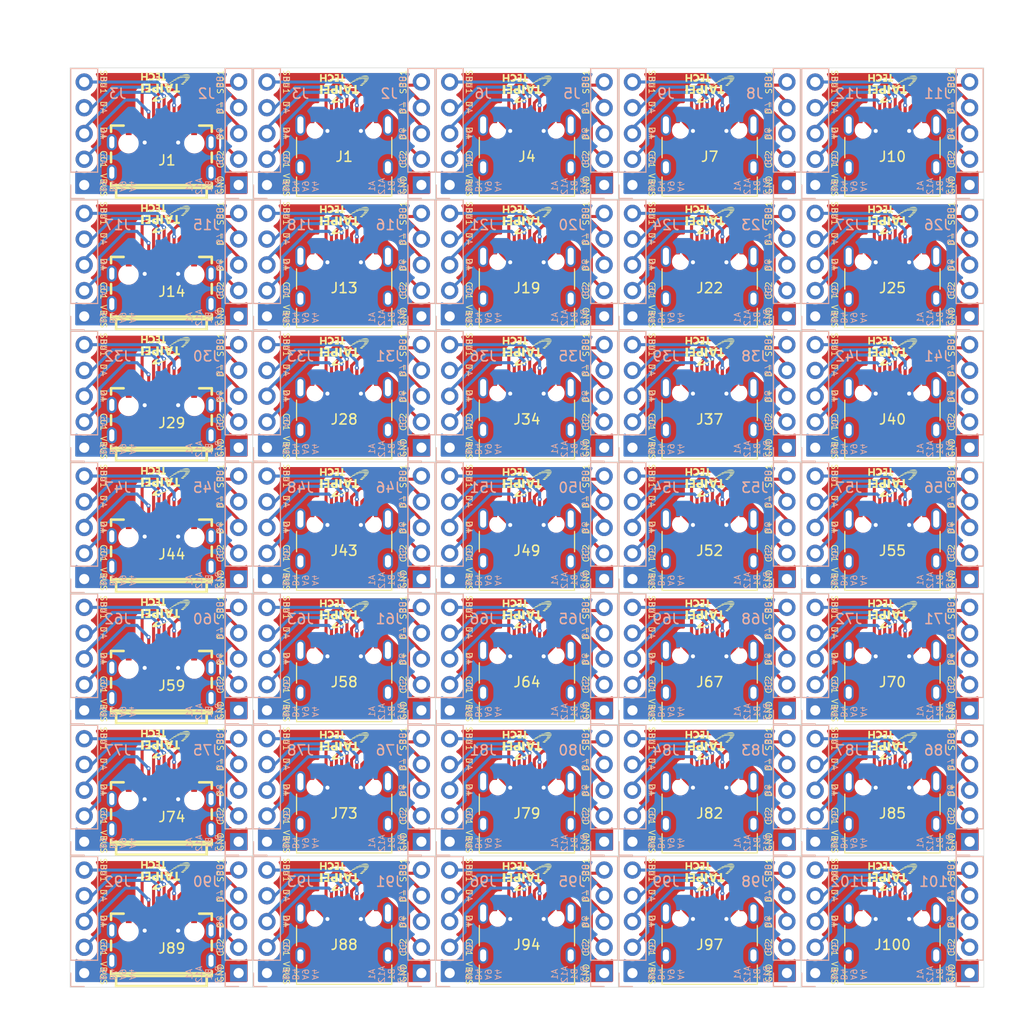
<source format=kicad_pcb>
(kicad_pcb (version 20211014) (generator pcbnew)
  (layers (0 "F.Cu" signal) (31 "B.Cu" signal) (34 "B.Paste" user) (35 "F.Paste" user) (36 "B.SilkS" user "B.Silkscreen") (37 "F.SilkS" user "F.Silkscreen") (38 "B.Mask" user) (39 "F.Mask" user) (44 "Edge.Cuts" user))
  (net 0 "")
  (net 1 "Net-(J1-PadA1)")
  (net 2 "Net-(J1-PadA4)")
  (net 3 "Net-(J1-PadA5)")
  (net 4 "Net-(J1-PadA6)")
  (net 5 "Net-(J1-PadA7)")
  (net 6 "Net-(J1-PadA8)")
  (net 7 "Net-(J1-PadB5)")
  (net 8 "Net-(J1-PadB6)")
  (net 9 "Net-(J1-PadB7)")
  (net 10 "Net-(J1-PadB8)")
  (footprint "type-c:USB_C_Receptacle_HRO_TYPE-C-31-M-12" (layer "F.Cu") (at 138.557 100.965)
    (fp_text reference "J49")
    (fp_text value "USB_C_Receptacle_USB2.0")
  )
  (footprint "type-c:USB-C-SMD_TYPE-C-31-E-03" (layer "F.Cu") (at 102.489 126.2185)
    (fp_text reference "J74")
    (fp_text value "USB_C_Receptacle_USB2.0")
  )
  (footprint "type-c:USB_C_Receptacle_HRO_TYPE-C-31-M-12" (layer "F.Cu") (at 174.625 139.827)
    (fp_text reference "J100")
    (fp_text value "USB_C_Receptacle_USB2.0")
  )
  (footprint "type-c:NTUT" (layer "F.Cu") (at 138.557 120.142 180)
    (fp_text reference "G***26" hide)
    (fp_text value "LOGO" hide)
  )
  (footprint "type-c:NTUT" (layer "F.Cu") (at 156.591 55.372 180)
    (fp_text reference "G***2" hide)
    (fp_text value "LOGO" hide)
  )
  (footprint "type-c:NTUT" (layer "F.Cu") (at 138.557 133.096 180)
    (fp_text reference "G***31" hide)
    (fp_text value "LOGO" hide)
  )
  (footprint "type-c:USB_C_Receptacle_HRO_TYPE-C-31-M-12" (layer "F.Cu") (at 156.591 62.103)
    (fp_text reference "J7")
    (fp_text value "USB_C_Receptacle_USB2.0")
  )
  (footprint "type-c:NTUT" (layer "F.Cu") (at 156.591 68.326 180)
    (fp_text reference "G***7" hide)
    (fp_text value "LOGO" hide)
  )
  (footprint "type-c:NTUT" (layer "F.Cu") (at 138.557 55.372 180)
    (fp_text reference "G***1" hide)
    (fp_text value "LOGO" hide)
  )
  (footprint "type-c:NTUT" (layer "F.Cu") (at 120.523 107.188 180)
    (fp_text reference "G***19" hide)
    (fp_text value "LOGO" hide)
  )
  (footprint "type-c:USB_C_Receptacle_HRO_TYPE-C-31-M-12" (layer "F.Cu") (at 120.523 88.011)
    (fp_text reference "J28")
    (fp_text value "USB_C_Receptacle_USB2.0")
  )
  (footprint "type-c:NTUT" (layer "F.Cu") (at 156.591 107.188 180)
    (fp_text reference "G***22" hide)
    (fp_text value "LOGO" hide)
  )
  (footprint "type-c:USB_C_Receptacle_HRO_TYPE-C-31-M-12" (layer "F.Cu") (at 138.557 75.057)
    (fp_text reference "J19")
    (fp_text value "USB_C_Receptacle_USB2.0")
  )
  (footprint "type-c:USB_C_Receptacle_HRO_TYPE-C-31-M-12" (layer "F.Cu") (at 120.523 62.103)
    (fp_text reference "J1")
    (fp_text value "USB_C_Receptacle_USB2.0")
  )
  (footprint "type-c:NTUT" (layer "F.Cu") (at 156.591 94.234 180)
    (fp_text reference "G***17" hide)
    (fp_text value "LOGO" hide)
  )
  (footprint "type-c:NTUT" (layer "F.Cu") (at 102.87 120.015 180)
    (fp_text reference "G***25" hide)
    (fp_text value "LOGO" hide)
  )
  (footprint "type-c:NTUT" (layer "F.Cu") (at 138.557 68.326 180)
    (fp_text reference "G***6" hide)
    (fp_text value "LOGO" hide)
  )
  (footprint "type-c:USB_C_Receptacle_HRO_TYPE-C-31-M-12" (layer "F.Cu") (at 138.557 139.827)
    (fp_text reference "J94")
    (fp_text value "USB_C_Receptacle_USB2.0")
  )
  (footprint "type-c:NTUT" (layer "F.Cu") (at 174.625 81.28 180)
    (fp_text reference "G***13" hide)
    (fp_text value "LOGO" hide)
  )
  (footprint "type-c:USB_C_Receptacle_HRO_TYPE-C-31-M-12" (layer "F.Cu") (at 120.523 75.057)
    (fp_text reference "J13")
    (fp_text value "USB_C_Receptacle_USB2.0")
  )
  (footprint "type-c:USB_C_Receptacle_HRO_TYPE-C-31-M-12" (layer "F.Cu") (at 174.625 100.965)
    (fp_text reference "J55")
    (fp_text value "USB_C_Receptacle_USB2.0")
  )
  (footprint "type-c:USB_C_Receptacle_HRO_TYPE-C-31-M-12" (layer "F.Cu") (at 174.625 88.011)
    (fp_text reference "J40")
    (fp_text value "USB_C_Receptacle_USB2.0")
  )
  (footprint "type-c:USB_C_Receptacle_HRO_TYPE-C-31-M-12" (layer "F.Cu") (at 120.523 139.827)
    (fp_text reference "J88")
    (fp_text value "USB_C_Receptacle_USB2.0")
  )
  (footprint "type-c:NTUT" (layer "F.Cu") (at 102.87 94.107 180)
    (fp_text reference "G***15" hide)
    (fp_text value "LOGO" hide)
  )
  (footprint "type-c:USB-C-SMD_TYPE-C-31-E-03" (layer "F.Cu") (at 102.489 87.3565)
    (fp_text reference "J29")
    (fp_text value "USB_C_Receptacle_USB2.0")
  )
  (footprint "type-c:USB-C-SMD_TYPE-C-31-E-03" (layer "F.Cu") (at 102.489 74.4025)
    (fp_text reference "J14")
    (fp_text value "USB_C_Receptacle_USB2.0")
  )
  (footprint "type-c:NTUT" (layer "F.Cu") (at 174.625 107.188 180)
    (fp_text reference "G***23" hide)
    (fp_text value "LOGO" hide)
  )
  (footprint "type-c:USB-C-SMD_TYPE-C-31-E-03" (layer "F.Cu") (at 102.489 113.2645)
    (fp_text reference "J59")
    (fp_text value "USB_C_Receptacle_USB2.0")
  )
  (footprint "type-c:USB_C_Receptacle_HRO_TYPE-C-31-M-12" (layer "F.Cu") (at 156.591 100.965)
    (fp_text reference "J52")
    (fp_text value "USB_C_Receptacle_USB2.0")
  )
  (footprint "type-c:NTUT" (layer "F.Cu") (at 156.591 120.142 180)
    (fp_text reference "G***27" hide)
    (fp_text value "LOGO" hide)
  )
  (footprint "type-c:NTUT" (layer "F.Cu") (at 120.523 133.096 180)
    (fp_text reference "G***29" hide)
    (fp_text value "LOGO" hide)
  )
  (footprint "type-c:NTUT" (layer "F.Cu") (at 120.523 81.28 180)
    (fp_text reference "G***9" hide)
    (fp_text value "LOGO" hide)
  )
  (footprint "type-c:NTUT" (layer "F.Cu") (at 102.87 55.245 180)
    (fp_text reference "G***" hide)
    (fp_text value "LOGO" hide)
  )
  (footprint "type-c:USB_C_Receptacle_HRO_TYPE-C-31-M-12" (layer "F.Cu") (at 156.591 88.011)
    (fp_text reference "J37")
    (fp_text value "USB_C_Receptacle_USB2.0")
  )
  (footprint "type-c:USB-C-SMD_TYPE-C-31-E-03" (layer "F.Cu") (at 102.489 61.4485)
    (fp_text reference "J1")
    (fp_text value "USB_C_Receptacle_USB2.0")
  )
  (footprint "type-c:USB_C_Receptacle_HRO_TYPE-C-31-M-12" (layer "F.Cu") (at 120.523 113.919)
    (fp_text reference "J58")
    (fp_text value "USB_C_Receptacle_USB2.0")
  )
  (footprint "type-c:USB_C_Receptacle_HRO_TYPE-C-31-M-12" (layer "F.Cu") (at 138.557 126.873)
    (fp_text reference "J79")
    (fp_text value "USB_C_Receptacle_USB2.0")
  )
  (footprint "type-c:NTUT" (layer "F.Cu") (at 174.625 55.372 180)
    (fp_text reference "G***3" hide)
    (fp_text value "LOGO" hide)
  )
  (footprint "type-c:NTUT" (layer "F.Cu") (at 102.87 81.153 180)
    (fp_text reference "G***10" hide)
    (fp_text value "LOGO" hide)
  )
  (footprint "type-c:USB_C_Receptacle_HRO_TYPE-C-31-M-12" (layer "F.Cu") (at 120.523 100.965)
    (fp_text reference "J43")
    (fp_text value "USB_C_Receptacle_USB2.0")
  )
  (footprint "type-c:NTUT" (layer "F.Cu") (at 174.625 68.326 180)
    (fp_text reference "G***8" hide)
    (fp_text value "LOGO" hide)
  )
  (footprint "type-c:NTUT" (layer "F.Cu") (at 174.625 120.142 180)
    (fp_text reference "G***28" hide)
    (fp_text value "LOGO" hide)
  )
  (footprint "type-c:NTUT" (layer "F.Cu") (at 138.557 107.188 180)
    (fp_text reference "G***21" hide)
    (fp_text value "LOGO" hide)
  )
  (footprint "type-c:USB_C_Receptacle_HRO_TYPE-C-31-M-12" (layer "F.Cu") (at 138.557 62.103)
    (fp_text reference "J4")
    (fp_text value "USB_C_Receptacle_USB2.0")
  )
  (footprint "type-c:NTUT" (layer "F.Cu") (at 156.591 133.096 180)
    (fp_text reference "G***32" hide)
    (fp_text value "LOGO" hide)
  )
  (footprint "type-c:USB_C_Receptacle_HRO_TYPE-C-31-M-12" (layer "F.Cu") (at 138.557 113.919)
    (fp_text reference "J64")
    (fp_text value "USB_C_Receptacle_USB2.0")
  )
  (footprint "type-c:USB_C_Receptacle_HRO_TYPE-C-31-M-12" (layer "F.Cu") (at 156.591 75.057)
    (fp_text reference "J22")
    (fp_text value "USB_C_Receptacle_USB2.0")
  )
  (footprint "type-c:NTUT" (layer "F.Cu") (at 120.523 55.372 180)
    (fp_text reference "G***" hide)
    (fp_text value "LOGO" hide)
  )
  (footprint "type-c:USB-C-SMD_TYPE-C-31-E-03" (layer "F.Cu") (at 102.489 139.1725)
    (fp_text reference "J89")
    (fp_text value "USB_C_Receptacle_USB2.0")
  )
  (footprint "type-c:NTUT" (layer "F.Cu") (at 102.87 107.061 180)
    (fp_text reference "G***20" hide)
    (fp_text value "LOGO" hide)
  )
  (footprint "type-c:NTUT" (layer "F.Cu") (at 102.87 132.969 180)
    (fp_text reference "G***30" hide)
    (fp_text value "LOGO" hide)
  )
  (footprint "type-c:NTUT" (layer "F.Cu") (at 120.523 68.326 180)
    (fp_text reference "G***4" hide)
    (fp_text value "LOGO" hide)
  )
  (footprint "type-c:NTUT" (layer "F.Cu") (at 156.591 81.28 180)
    (fp_text reference "G***12" hide)
    (fp_text value "LOGO" hide)
  )
  (footprint "type-c:USB_C_Receptacle_HRO_TYPE-C-31-M-12" (layer "F.Cu") (at 174.625 62.103)
    (fp_text reference "J10")
    (fp_text value "USB_C_Receptacle_USB2.0")
  )
  (footprint "type-c:USB_C_Receptacle_HRO_TYPE-C-31-M-12" (layer "F.Cu") (at 138.557 88.011)
    (fp_text reference "J34")
    (fp_text value "USB_C_Receptacle_USB2.0")
  )
  (footprint "type-c:USB_C_Receptacle_HRO_TYPE-C-31-M-12" (layer "F.Cu") (at 174.625 75.057)
    (fp_text reference "J25")
    (fp_text value "USB_C_Receptacle_USB2.0")
  )
  (footprint "type-c:USB_C_Receptacle_HRO_TYPE-C-31-M-12" (layer "F.Cu") (at 120.523 126.873)
    (fp_text reference "J73")
    (fp_text value "USB_C_Receptacle_USB2.0")
  )
  (footprint "type-c:USB_C_Receptacle_HRO_TYPE-C-31-M-12" (layer "F.Cu") (at 156.591 139.827)
    (fp_text reference "J97")
    (fp_text value "USB_C_Receptacle_USB2.0")
  )
  (footprint "type-c:USB_C_Receptacle_HRO_TYPE-C-31-M-12" (layer "F.Cu") (at 156.591 113.919)
    (fp_text reference "J67")
    (fp_text value "USB_C_Receptacle_USB2.0")
  )
  (footprint "type-c:NTUT" (layer "F.Cu") (at 174.625 94.234 180)
    (fp_text reference "G***18" hide)
    (fp_text value "LOGO" hide)
  )
  (footprint "type-c:NTUT" (layer "F.Cu") (at 138.557 94.234 180)
    (fp_text reference "G***16" hide)
    (fp_text value "LOGO" hide)
  )
  (footprint "type-c:NTUT" (layer "F.Cu") (at 120.523 94.234 180)
    (fp_text reference "G***14" hide)
    (fp_text value "LOGO" hide)
  )
  (footprint "type-c:USB-C-SMD_TYPE-C-31-E-03" (layer "F.Cu") (at 102.489 100.3105)
    (fp_text reference "J44")
    (fp_text value "USB_C_Receptacle_USB2.0")
  )
  (footprint "type-c:NTUT" (layer "F.Cu") (at 174.625 133.096 180)
    (fp_text reference "G***33" hide)
    (fp_text value "LOGO" hide)
  )
  (footprint "type-c:NTUT" (layer "F.Cu") (at 138.557 81.28 180)
    (fp_text reference "G***11" hide)
    (fp_text value "LOGO" hide)
  )
  (footprint "type-c:USB_C_Receptacle_HRO_TYPE-C-31-M-12" (layer "F.Cu") (at 174.625 126.873)
    (fp_text reference "J85")
    (fp_text value "USB_C_Receptacle_USB2.0")
  )
  (footprint "type-c:NTUT" (layer "F.Cu") (at 120.523 120.142 180)
    (fp_text reference "G***24" hide)
    (fp_text value "LOGO" hide)
  )
  (footprint "type-c:NTUT" (layer "F.Cu") (at 102.87 68.199 180)
    (fp_text reference "G***5" hide)
    (fp_text value "LOGO" hide)
  )
  (footprint "type-c:USB_C_Receptacle_HRO_TYPE-C-31-M-12" (layer "F.Cu") (at 156.591 126.873)
    (fp_text reference "J82")
    (fp_text value "USB_C_Receptacle_USB2.0")
  )
  (footprint "type-c:USB_C_Receptacle_HRO_TYPE-C-31-M-12" (layer "F.Cu") (at 174.625 113.919)
    (fp_text reference "J70")
    (fp_text value "USB_C_Receptacle_USB2.0")
  )
  (footprint "Connector_PinHeader_2.54mm:PinHeader_1x05_P2.54mm_Vertical" (layer "B.Cu") (at 94.869 142.621)
    (fp_text reference "J92")
    (fp_text value "Conn_01x05")
  )
  (footprint "Connector_PinHeader_2.54mm:PinHeader_1x05_P2.54mm_Vertical" (layer "B.Cu") (at 128.143 103.754)
    (fp_text reference "J46")
    (fp_text value "Conn_01x05")
  )
  (footprint "Connector_PinHeader_2.54mm:PinHeader_1x05_P2.54mm_Vertical" (layer "B.Cu") (at 167.005 90.805)
    (fp_text reference "J42")
    (fp_text value "Conn_01x05")
  )
  (footprint "Connector_PinHeader_2.54mm:PinHeader_1x05_P2.54mm_Vertical" (layer "B.Cu") (at 182.245 103.754)
    (fp_text reference "J56")
    (fp_text value "Conn_01x05")
  )
  (footprint "Connector_PinHeader_2.54mm:PinHeader_1x05_P2.54mm_Vertical" (layer "B.Cu") (at 110.109 90.8)
    (fp_text reference "J30")
    (fp_text value "Conn_01x05")
  )
  (footprint "Connector_PinHeader_2.54mm:PinHeader_1x05_P2.54mm_Vertical" (layer "B.Cu") (at 164.211 77.846)
    (fp_text reference "J23")
    (fp_text value "Conn_01x05")
  )
  (footprint "Connector_PinHeader_2.54mm:PinHeader_1x05_P2.54mm_Vertical" (layer "B.Cu") (at 164.211 90.8)
    (fp_text reference "J38")
    (fp_text value "Conn_01x05")
  )
  (footprint "Connector_PinHeader_2.54mm:PinHeader_1x05_P2.54mm_Vertical" (layer "B.Cu") (at 182.245 116.708)
    (fp_text reference "J71")
    (fp_text value "Conn_01x05")
  )
  (footprint "Connector_PinHeader_2.54mm:PinHeader_1x05_P2.54mm_Vertical" (layer "B.Cu") (at 146.177 64.892)
    (fp_text reference "J5")
    (fp_text value "Conn_01x05")
  )
  (footprint "Connector_PinHeader_2.54mm:PinHeader_1x05_P2.54mm_Vertical" (layer "B.Cu") (at 167.005 64.897)
    (fp_text reference "J12")
    (fp_text value "Conn_01x05")
  )
  (footprint "Connector_PinHeader_2.54mm:PinHeader_1x05_P2.54mm_Vertical" (layer "B.Cu") (at 182.245 77.846)
    (fp_text reference "J26")
    (fp_text value "Conn_01x05")
  )
  (footprint "Connector_PinHeader_2.54mm:PinHeader_1x05_P2.54mm_Vertical" (layer "B.Cu") (at 148.971 129.667)
    (fp_text reference "J84")
    (fp_text value "Conn_01x05")
  )
  (footprint "Connector_PinHeader_2.54mm:PinHeader_1x05_P2.54mm_Vertical" (layer "B.Cu") (at 146.177 129.662)
    (fp_text reference "J80")
    (fp_text value "Conn_01x05")
  )
  (footprint "Connector_PinHeader_2.54mm:PinHeader_1x05_P2.54mm_Vertical" (layer "B.Cu") (at 112.903 64.897)
    (fp_text reference "J3")
    (fp_text value "Conn_01x05")
  )
  (footprint "Connector_PinHeader_2.54mm:PinHeader_1x05_P2.54mm_Vertical" (layer "B.Cu") (at 167.005 142.621)
    (fp_text reference "J102")
    (fp_text value "Conn_01x05")
  )
  (footprint "Connector_PinHeader_2.54mm:PinHeader_1x05_P2.54mm_Vertical" (layer "B.Cu") (at 146.177 90.8)
    (fp_text reference "J35")
    (fp_text value "Conn_01x05")
  )
  (footprint "Connector_PinHeader_2.54mm:PinHeader_1x05_P2.54mm_Vertical" (layer "B.Cu") (at 128.143 90.8)
    (fp_text reference "J31")
    (fp_text value "Conn_01x05")
  )
  (footprint "Connector_PinHeader_2.54mm:PinHeader_1x05_P2.54mm_Vertical" (layer "B.Cu") (at 110.109 64.892)
    (fp_text reference "J2")
    (fp_text value "Conn_01x05")
  )
  (footprint "Connector_PinHeader_2.54mm:PinHeader_1x05_P2.54mm_Vertical" (layer "B.Cu") (at 130.937 116.713)
    (fp_text reference "J66")
    (fp_text value "Conn_01x05")
  )
  (footprint "Connector_PinHeader_2.54mm:PinHeader_1x05_P2.54mm_Vertical" (layer "B.Cu") (at 128.143 116.708)
    (fp_text reference "J61")
    (fp_text value "Conn_01x05")
  )
  (footprint "Connector_PinHeader_2.54mm:PinHeader_1x05_P2.54mm_Vertical" (layer "B.Cu") (at 148.971 116.713)
    (fp_text reference "J69")
    (fp_text value "Conn_01x05")
  )
  (footprint "Connector_PinHeader_2.54mm:PinHeader_1x05_P2.54mm_Vertical" (layer "B.Cu") (at 146.177 77.846)
    (fp_text reference "J20")
    (fp_text value "Conn_01x05")
  )
  (footprint "Connector_PinHeader_2.54mm:PinHeader_1x05_P2.54mm_Vertical" (layer "B.Cu") (at 110.109 129.662)
    (fp_text reference "J75")
    (fp_text value "Conn_01x05")
  )
  (footprint "Connector_PinHeader_2.54mm:PinHeader_1x05_P2.54mm_Vertical" (layer "B.Cu") (at 182.245 64.892)
    (fp_text reference "J11")
    (fp_text value "Conn_01x05")
  )
  (footprint "Connector_PinHeader_2.54mm:PinHeader_1x05_P2.54mm_Vertical" (layer "B.Cu") (at 110.109 103.754)
    (fp_text reference "J45")
    (fp_text value "Conn_01x05")
  )
  (footprint "Connector_PinHeader_2.54mm:PinHeader_1x05_P2.54mm_Vertical" (layer "B.Cu") (at 167.005 116.713)
    (fp_text reference "J72")
    (fp_text value "Conn_01x05")
  )
  (footprint "Connector_PinHeader_2.54mm:PinHeader_1x05_P2.54mm_Vertical" (layer "B.Cu") (at 148.971 77.851)
    (fp_text reference "J24")
    (fp_text value "Conn_01x05")
  )
  (footprint "Connector_PinHeader_2.54mm:PinHeader_1x05_P2.54mm_Vertical" (layer "B.Cu") (at 167.005 129.667)
    (fp_text reference "J87")
    (fp_text value "Conn_01x05")
  )
  (footprint "Connector_PinHeader_2.54mm:PinHeader_1x05_P2.54mm_Vertical" (layer "B.Cu") (at 146.177 142.616)
    (fp_text reference "J95")
    (fp_text value "Conn_01x05")
  )
  (footprint "Connector_PinHeader_2.54mm:PinHeader_1x05_P2.54mm_Vertical" (layer "B.Cu") (at 94.869 77.851)
    (fp_text reference "J17")
    (fp_text value "Conn_01x05")
  )
  (footprint "Connector_PinHeader_2.54mm:PinHeader_1x05_P2.54mm_Vertical" (layer "B.Cu") (at 112.903 103.759)
    (fp_text reference "J48")
    (fp_text value "Conn_01x05")
  )
  (footprint "Connector_PinHeader_2.54mm:PinHeader_1x05_P2.54mm_Vertical" (layer "B.Cu") (at 146.177 116.708)
    (fp_text reference "J65")
    (fp_text value "Conn_01x05")
  )
  (footprint "Connector_PinHeader_2.54mm:PinHeader_1x05_P2.54mm_Vertical" (layer "B.Cu") (at 130.937 90.805)
    (fp_text reference "J36")
    (fp_text value "Conn_01x05")
  )
  (footprint "Connector_PinHeader_2.54mm:PinHeader_1x05_P2.54mm_Vertical" (layer "B.Cu") (at 112.903 142.621)
    (fp_text reference "J93")
    (fp_text value "Conn_01x05")
  )
  (footprint "Connector_PinHeader_2.54mm:PinHeader_1x05_P2.54mm_Vertical" (layer "B.Cu") (at 164.211 142.616)
    (fp_text reference "J98")
    (fp_text value "Conn_01x05")
  )
  (footprint "Connector_PinHeader_2.54mm:PinHeader_1x05_P2.54mm_Vertical" (layer "B.Cu") (at 164.211 116.708)
    (fp_text reference "J68")
    (fp_text value "Conn_01x05")
  )
  (footprint "Connector_PinHeader_2.54mm:PinHeader_1x05_P2.54mm_Vertical" (layer "B.Cu") (at 182.245 142.616)
    (fp_text reference "J101")
    (fp_text value "Conn_01x05")
  )
  (footprint "Connector_PinHeader_2.54mm:PinHeader_1x05_P2.54mm_Vertical" (layer "B.Cu") (at 94.869 129.667)
    (fp_text reference "J77")
    (fp_text value "Conn_01x05")
  )
  (footprint "Connector_PinHeader_2.54mm:PinHeader_1x05_P2.54mm_Vertical" (layer "B.Cu") (at 130.937 129.667)
    (fp_text reference "J81")
    (fp_text value "Conn_01x05")
  )
  (footprint "Connector_PinHeader_2.54mm:PinHeader_1x05_P2.54mm_Vertical" (layer "B.Cu") (at 128.143 129.662)
    (fp_text reference "J76")
    (fp_text value "Conn_01x05")
  )
  (footprint "Connector_PinHeader_2.54mm:PinHeader_1x05_P2.54mm_Vertical" (layer "B.Cu") (at 167.005 77.851)
    (fp_text reference "J27")
    (fp_text value "Conn_01x05")
  )
  (footprint "Connector_PinHeader_2.54mm:PinHeader_1x05_P2.54mm_Vertical" (layer "B.Cu") (at 164.211 129.662)
    (fp_text reference "J83")
    (fp_text value "Conn_01x05")
  )
  (footprint "Connector_PinHeader_2.54mm:PinHeader_1x05_P2.54mm_Vertical" (layer "B.Cu") (at 148.971 103.759)
    (fp_text reference "J54")
    (fp_text value "Conn_01x05")
  )
  (footprint "Connector_PinHeader_2.54mm:PinHeader_1x05_P2.54mm_Vertical" (layer "B.Cu") (at 148.971 142.621)
    (fp_text reference "J99")
    (fp_text value "Conn_01x05")
  )
  (footprint "Connector_PinHeader_2.54mm:PinHeader_1x05_P2.54mm_Vertical" (layer "B.Cu") (at 146.177 103.754)
    (fp_text reference "J50")
    (fp_text value "Conn_01x05")
  )
  (footprint "Connector_PinHeader_2.54mm:PinHeader_1x05_P2.54mm_Vertical" (layer "B.Cu") (at 112.903 116.713)
    (fp_text reference "J63")
    (fp_text value "Conn_01x05")
  )
  (footprint "Connector_PinHeader_2.54mm:PinHeader_1x05_P2.54mm_Vertical" (layer "B.Cu") (at 128.143 77.846)
    (fp_text reference "J16")
    (fp_text value "Conn_01x05")
  )
  (footprint "Connector_PinHeader_2.54mm:PinHeader_1x05_P2.54mm_Vertical" (layer "B.Cu") (at 130.937 103.759)
    (fp_text reference "J51")
    (fp_text value "Conn_01x05")
  )
  (footprint "Connector_PinHeader_2.54mm:PinHeader_1x05_P2.54mm_Vertical" (layer "B.Cu") (at 110.109 142.616)
    (fp_text reference "J90")
    (fp_text value "Conn_01x05")
  )
  (footprint "Connector_PinHeader_2.54mm:PinHeader_1x05_P2.54mm_Vertical" (layer "B.Cu") (at 148.971 90.805)
    (fp_text reference "J39")
    (fp_text value "Conn_01x05")
  )
  (footprint "Connector_PinHeader_2.54mm:PinHeader_1x05_P2.54mm_Vertical" (layer "B.Cu") (at 167.005 103.759)
    (fp_text reference "J57")
    (fp_text value "Conn_01x05")
  )
  (footprint "Connector_PinHeader_2.54mm:PinHeader_1x05_P2.54mm_Vertical" (layer "B.Cu") (at 128.143 142.616)
    (fp_text reference "J91")
    (fp_text value "Conn_01x05")
  )
  (footprint "Connector_PinHeader_2.54mm:PinHeader_1x05_P2.54mm_Vertical" (layer "B.Cu") (at 94.869 116.713)
    (fp_text reference "J62")
    (fp_text value "Conn_01x05")
  )
  (footprint "Connector_PinHeader_2.54mm:PinHeader_1x05_P2.54mm_Vertical" (layer "B.Cu") (at 164.211 103.754)
    (fp_text reference "J53")
    (fp_text value "Conn_01x05")
  )
  (footprint "Connector_PinHeader_2.54mm:PinHeader_1x05_P2.54mm_Vertical" (layer "B.Cu") (at 130.937 142.621)
    (fp_text reference "J96")
    (fp_text value "Conn_01x05")
  )
  (footprint "Connector_PinHeader_2.54mm:PinHeader_1x05_P2.54mm_Vertical" (layer "B.Cu") (at 112.903 77.851)
    (fp_text reference "J18")
    (fp_text value "Conn_01x05")
  )
  (footprint "Connector_PinHeader_2.54mm:PinHeader_1x05_P2.54mm_Vertical" (layer "B.Cu") (at 182.245 90.8)
    (fp_text reference "J41")
    (fp_text value "Conn_01x05")
  )
  (footprint "Connector_PinHeader_2.54mm:PinHeader_1x05_P2.54mm_Vertical" (layer "B.Cu") (at 94.869 103.759)
    (fp_text reference "J47")
    (fp_text value "Conn_01x05")
  )
  (footprint "Connector_PinHeader_2.54mm:PinHeader_1x05_P2.54mm_Vertical" (layer "B.Cu") (at 94.869 64.897)
    (fp_text reference "J3")
    (fp_text value "Conn_01x05")
  )
  (footprint "Connector_PinHeader_2.54mm:PinHeader_1x05_P2.54mm_Vertical" (layer "B.Cu") (at 130.937 64.897)
    (fp_text reference "J6")
    (fp_text value "Conn_01x05")
  )
  (footprint "Connector_PinHeader_2.54mm:PinHeader_1x05_P2.54mm_Vertical" (layer "B.Cu") (at 110.109 77.846)
    (fp_text reference "J15")
    (fp_text value "Conn_01x05")
  )
  (footprint "Connector_PinHeader_2.54mm:PinHeader_1x05_P2.54mm_Vertical" (layer "B.Cu") (at 112.903 90.805)
    (fp_text reference "J33")
    (fp_text value "Conn_01x05")
  )
  (footprint "Connector_PinHeader_2.54mm:PinHeader_1x05_P2.54mm_Vertical" (layer "B.Cu") (at 164.211 64.892)
    (fp_text reference "J8")
    (fp_text value "Conn_01x05")
  )
  (footprint "Connector_PinHeader_2.54mm:PinHeader_1x05_P2.54mm_Vertical" (layer "B.Cu") (at 94.869 90.805)
    (fp_text reference "J32")
    (fp_text value "Conn_01x05")
  )
  (footprint "Connector_PinHeader_2.54mm:PinHeader_1x05_P2.54mm_Vertical" (layer "B.Cu") (at 128.143 64.892)
    (fp_text reference "J2")
    (fp_text value "Conn_01x05")
  )
  (footprint "Connector_PinHeader_2.54mm:PinHeader_1x05_P2.54mm_Vertical" (layer "B.Cu") (at 112.903 129.667)
    (fp_text reference "J78")
    (fp_text value "Conn_01x05")
  )
  (footprint "Connector_PinHeader_2.54mm:PinHeader_1x05_P2.54mm_Vertical" (layer "B.Cu") (at 110.109 116.708)
    (fp_text reference "J60")
    (fp_text value "Conn_01x05")
  )
  (footprint "Connector_PinHeader_2.54mm:PinHeader_1x05_P2.54mm_Vertical" (layer "B.Cu") (at 130.937 77.851)
    (fp_text reference "J21")
    (fp_text value "Conn_01x05")
  )
  (footprint "Connector_PinHeader_2.54mm:PinHeader_1x05_P2.54mm_Vertical" (layer "B.Cu") (at 148.971 64.897)
    (fp_text reference "J9")
    (fp_text value "Conn_01x05")
  )
  (footprint "Connector_PinHeader_2.54mm:PinHeader_1x05_P2.54mm_Vertical" (layer "B.Cu") (at 182.245 129.662)
    (fp_text reference "J86")
    (fp_text value "Conn_01x05")
  )
  (gr_rect (start 165.608 92.202) (end 183.642 105.156) (layer "Edge.Cuts") (width 0.05) (fill none))
  (gr_rect (start 147.574 53.34) (end 165.608 66.294) (layer "Edge.Cuts") (width 0.05) (fill none))
  (gr_rect (start 165.608 105.156) (end 183.642 118.11) (layer "Edge.Cuts") (width 0.05) (fill none))
  (gr_rect (start 129.54 131.064) (end 147.574 144.018) (layer "Edge.Cuts") (width 0.05) (fill none))
  (gr_rect (start 129.54 53.34) (end 147.574 66.294) (layer "Edge.Cuts") (width 0.05) (fill none))
  (gr_rect (start 111.506 105.156) (end 129.54 118.11) (layer "Edge.Cuts") (width 0.05) (fill none))
  (gr_rect (start 129.54 118.11) (end 147.574 131.064) (layer "Edge.Cuts") (width 0.05) (fill none))
  (gr_rect (start 147.574 105.156) (end 165.608 118.11) (layer "Edge.Cuts") (width 0.05) (fill none))
  (gr_rect (start 93.472 105.156) (end 111.506 118.11) (layer "Edge.Cuts") (width 0.05) (fill none))
  (gr_rect (start 129.54 79.248) (end 147.574 92.202) (layer "Edge.Cuts") (width 0.05) (fill none))
  (gr_rect (start 129.54 92.202) (end 147.574 105.156) (layer "Edge.Cuts") (width 0.05) (fill none))
  (gr_rect (start 111.506 66.294) (end 129.54 79.248) (layer "Edge.Cuts") (width 0.05) (fill none))
  (gr_rect (start 165.608 66.294) (end 183.642 79.248) (layer "Edge.Cuts") (width 0.05) (fill none))
  (gr_rect (start 165.608 118.11) (end 183.642 131.064) (layer "Edge.Cuts") (width 0.05) (fill none))
  (gr_rect (start 93.472 92.202) (end 111.506 105.156) (layer "Edge.Cuts") (width 0.05) (fill none))
  (gr_rect (start 147.574 79.248) (end 165.608 92.202) (layer "Edge.Cuts") (width 0.05) (fill none))
  (gr_rect (start 93.472 79.248) (end 111.506 92.202) (layer "Edge.Cuts") (width 0.05) (fill none))
  (gr_rect (start 129.54 66.294) (end 147.574 79.248) (layer "Edge.Cuts") (width 0.05) (fill none))
  (gr_rect (start 165.608 79.248) (end 183.642 92.202) (layer "Edge.Cuts") (width 0.05) (fill none))
  (gr_rect (start 147.574 118.11) (end 165.608 131.064) (layer "Edge.Cuts") (width 0.05) (fill none))
  (gr_rect (start 111.506 53.34) (end 129.54 66.294) (layer "Edge.Cuts") (width 0.05) (fill none))
  (gr_rect (start 165.608 131.064) (end 183.642 144.018) (layer "Edge.Cuts") (width 0.05) (fill none))
  (gr_rect (start 93.472 53.34) (end 111.506 66.294) (layer "Edge.Cuts") (width 0.05) (fill none))
  (gr_rect (start 165.608 53.34) (end 183.642 66.294) (layer "Edge.Cuts") (width 0.05) (fill none))
  (gr_rect (start 93.472 118.11) (end 111.506 131.064) (layer "Edge.Cuts") (width 0.05) (fill none))
  (gr_rect (start 111.506 79.248) (end 129.54 92.202) (layer "Edge.Cuts") (width 0.05) (fill none))
  (gr_rect (start 93.472 131.064) (end 111.506 144.018) (layer "Edge.Cuts") (width 0.05) (fill none))
  (gr_rect (start 111.506 131.064) (end 129.54 144.018) (layer "Edge.Cuts") (width 0.05) (fill none))
  (gr_rect (start 147.574 131.064) (end 165.608 144.018) (layer "Edge.Cuts") (width 0.05) (fill none))
  (gr_rect (start 111.506 118.11) (end 129.54 131.064) (layer "Edge.Cuts") (width 0.05) (fill none))
  (gr_rect (start 111.506 92.202) (end 129.54 105.156) (layer "Edge.Cuts") (width 0.05) (fill none))
  (gr_rect (start 147.574 66.294) (end 165.608 79.248) (layer "Edge.Cuts") (width 0.05) (fill none))
  (gr_rect (start 93.472 66.294) (end 111.506 79.248) (layer "Edge.Cuts") (width 0.05) (fill none))
  (gr_rect (start 147.574 92.202) (end 165.608 105.156) (layer "Edge.Cuts") (width 0.05) (fill none))
  (gr_rect (start 129.54 105.156) (end 147.574 118.11) (layer "Edge.Cuts") (width 0.05) (fill none))
  (gr_text "B6" (at 108.204 124.587 -90) (layer "B.SilkS") (effects (font (size 0.6 0.6) (thickness 0.08)) (justify mirror)))
  (gr_text "A5\n" (at 96.774 127.127 -90) (layer "B.SilkS") (effects (font (size 0.6 0.6) (thickness 0.08)) (justify mirror)))
  (gr_text "A5\n" (at 150.876 75.311 -90) (layer "B.SilkS") (effects (font (size 0.6 0.6) (thickness 0.08)) (justify mirror)))
  (gr_text "A4\nA9\nB4\nB9\n" (at 116.205 116.84 -90) (layer "B.SilkS") (effects (font (size 0.6 0.6) (thickness 0.08)) (justify mirror)))
  (gr_text "A7\n" (at 150.876 122.047 -90) (layer "B.SilkS") (effects (font (size 0.6 0.6) (thickness 0.08)) (justify mirror)))
  (gr_text "B8" (at 180.34 54.737 -90) (layer "B.SilkS") (effects (font (size 0.6 0.6) (thickness 0.08)) (justify mirror)))
  (gr_text "B7" (at 180.34 70.231 -90) (layer "B.SilkS") (effects (font (size 0.6 0.6) (thickness 0.08)) (justify mirror)))
  (gr_text "A6\n" (at 150.876 98.679 -90) (layer "B.SilkS") (effects (font (size 0.6 0.6) (thickness 0.08)) (justify mirror)))
  (gr_text "B7" (at 126.238 96.139 -90) (layer "B.SilkS") (effects (font (size 0.6 0.6) (thickness 0.08)) (justify mirror)))
  (gr_text "A6\n" (at 168.91 59.817 -90) (layer "B.SilkS") (effects (font (size 0.6 0.6) (thickness 0.08)) (justify mirror)))
  (gr_text "A8" (at 168.91 67.691 -90) (layer "B.SilkS") (effects (font (size 0.6 0.6) (thickness 0.08)) (justify mirror)))
  (gr_text "B8" (at 162.306 54.737 -90) (layer "B.SilkS") (effects (font (size 0.6 0.6) (thickness 0.08)) (justify mirror)))
  (gr_text "A6\n" (at 168.91 85.725 -90) (layer "B.SilkS") (effects (font (size 0.6 0.6) (thickness 0.08)) (justify mirror)))
  (gr_text "B6" (at 180.34 72.771 -90) (layer "B.SilkS") (effects (font (size 0.6 0.6) (thickness 0.08)) (justify mirror)))
  (gr_text "A4\nA9\nB4\nB9\n" (at 116.205 90.932 -90) (layer "B.SilkS") (effects (font (size 0.6 0.6) (thickness 0.08)) (justify mirror)))
  (gr_text "A8" (at 150.876 54.737 -90) (layer "B.SilkS") (effects (font (size 0.6 0.6) (thickness 0.08)) (justify mirror)))
  (gr_text "A5\n" (at 150.876 101.219 -90) (layer "B.SilkS") (effects (font (size 0.6 0.6) (thickness 0.08)) (justify mirror)))
  (gr_text "B5" (at 144.272 140.081 -90) (layer "B.SilkS") (effects (font (size 0.6 0.6) (thickness 0.08)) (justify mirror)))
  (gr_text "A1\nA12\nB1\nB12\n" (at 160.782 116.84 90) (layer "B.SilkS") (effects (font (size 0.6 0.6) (thickness 0.08)) (justify mirror)))
  (gr_text "A8" (at 132.842 80.645 -90) (layer "B.SilkS") (effects (font (size 0.6 0.6) (thickness 0.08)) (justify mirror)))
  (gr_text "B7" (at 108.204 122.047 -90) (layer "B.SilkS") (effects (font (size 0.6 0.6) (thickness 0.08)) (justify mirror)))
  (gr_text "A1\nA12\nB1\nB12\n" (at 124.714 103.886 90) (layer "B.SilkS") (effects (font (size 0.6 0.6) (thickness 0.08)) (justify mirror)))
  (gr_text "A1\nA12\nB1\nB12\n" (at 178.816 103.886 90) (layer "B.SilkS") (effects (font (size 0.6 0.6) (thickness 0.08)) (justify mirror)))
  (gr_text "A6\n" (at 96.774 124.587 -90) (layer "B.SilkS") (effects (font (size 0.6 0.6) (thickness 0.08)) (justify mirror)))
  (gr_text "B7" (at 162.306 122.047 -90) (layer "B.SilkS") (effects (font (size 0.6 0.6) (thickness 0.08)) (justify mirror)))
  (gr_text "B8" (at 126.238 93.599 -90) (layer "B.SilkS") (effects (font (size 0.6 0.6) (thickness 0.08)) (justify mirror)))
  (gr_text "A1\nA12\nB1\nB12\n" (at 160.782 77.978 90) (layer "B.SilkS") (effects (font (size 0.6 0.6) (thickness 0.08)) (justify mirror)))
  (gr_text "A4\nA9\nB4\nB9\n" (at 98.171 103.886 -90) (layer "B.SilkS") (effects (font (size 0.6 0.6) (thickness 0.08)) (justify mirror)))
  (gr_text "B6" (at 162.306 98.679 -90) (layer "B.SilkS") (effects (font (size 0.6 0.6) (thickness 0.08)) (justify mirror)))
  (gr_text "A7\n" (at 96.774 122.047 -90) (layer "B.SilkS") (effects (font (size 0.6 0.6) (thickness 0.08)) (justify mirror)))
  (gr_text "B8" (at 162.306 132.461 -90) (layer "B.SilkS") (effects (font (size 0.6 0.6) (thickness 0.08)) (justify mirror)))
  (gr_text "A4\nA9\nB4\nB9\n" (at 116.205 142.748 -90) (layer "B.SilkS") (effects (font (size 0.6 0.6) (thickness 0.08)) (justify mirror)))
  (gr_text "A5\n" (at 132.842 140.081 -90) (layer "B.SilkS") (effects (font (size 0.6 0.6) (thickness 0.08)) (justify mirror)))
  (gr_text "A6\n" (at 150.876 124.587 -90) (layer "B.SilkS") (effects (font (size 0.6 0.6) (thickness 0.08)) (justify mirror)))
  (gr_text "A5\n" (at 132.842 127.127 -90) (layer "B.SilkS") (effects (font (size 0.6 0.6) (thickness 0.08)) (justify mirror)))
  (gr_text "A6\n" (at 96.774 137.541 -90) (layer "B.SilkS") (effects (font (size 0.6 0.6) (thickness 0.08)) (justify mirror)))
  (gr_text "A7\n" (at 96.774 70.231 -90) (layer "B.SilkS") (effects (font (size 0.6 0.6) (thickness 0.08)) (justify mirror)))
  (gr_text "A7\n" (at 96.774 83.185 -90) (layer "B.SilkS") (effects (font (size 0.6 0.6) (thickness 0.08)) (justify mirror)))
  (gr_text "B6" (at 180.34 98.679 -90) (layer "B.SilkS") (effects (font (size 0.6 0.6) (thickness 0.08)) (justify mirror)))
  (gr_text "A4\nA9\nB4\nB9\n" (at 116.205 129.794 -90) (layer "B.SilkS") (effects (font (size 0.6 0.6) (thickness 0.08)) (justify mirror)))
  (gr_text "B8" (at 108.204 54.737 -90) (layer "B.SilkS") (effects (font (size 0.6 0.6) (thickness 0.08)) (justify mirror)))
  (gr_text "B5" (at 144.272 127.127 -90) (layer "B.SilkS") (effects (font (size 0.6 0.6) (thickness 0.08)) (justify mirror)))
  (gr_text "B8" (at 162.306 93.599 -90) (layer "B.SilkS") (effects (font (size 0.6 0.6) (thickness 0.08)) (justify mirror)))
  (gr_text "B6" (at 180.34 59.817 -90) (layer "B.SilkS") (effects (font (size 0.6 0.6) (thickness 0.08)) (justify mirror)))
  (gr_text "B8" (at 180.34 67.691 -90) (layer "B.SilkS") (effects (font (size 0.6 0.6) (thickness 0.08)) (justify mirror)))
  (gr_text "A6\n" (at 96.774 98.679 -90) (layer "B.SilkS") (effects (font (size 0.6 0.6) (thickness 0.08)) (justify mirror)))
  (gr_text "A1\nA12\nB1\nB12\n" (at 178.816 77.978 90) (layer "B.SilkS") (effects (font (size 0.6 0.6) (thickness 0.08)) (justify mirror)))
  (gr_text "A4\nA9\nB4\nB9\n" (at 98.171 90.932 -90) (layer "B.SilkS") (effects (font (size 0.6 0.6) (thickness 0.08)) (justify mirror)))
  (gr_text "A4\nA9\nB4\nB9\n" (at 98.171 65.024 -90) (layer "B.SilkS") (effects (font (size 0.6 0.6) (thickness 0.08)) (justify mirror)))
  (gr_text "B7" (at 108.204 109.093 -90) (layer "B.SilkS") (effects (font (size 0.6 0.6) (thickness 0.08)) (justify mirror)))
  (gr_text "B5" (at 108.204 127.127 -90) (layer "B.SilkS") (effects (font (size 0.6 0.6) (thickness 0.08)) (justify mirror)))
  (gr_text "A7\n" (at 132.842 57.277 -90) (layer "B.SilkS") (effects (font (size 0.6 0.6) (thickness 0.08)) (justify mirror)))
  (gr_text "A1\nA12\nB1\nB12\n" (at 178.816 116.84 90) (layer "B.SilkS") (effects (font (size 0.6 0.6) (thickness 0.08)) (justify mirror)))
  (gr_text "A5\n" (at 132.842 75.311 -90) (layer "B.SilkS") (effects (font (size 0.6 0.6) (thickness 0.08)) (justify mirror)))
  (gr_text "A5\n" (at 168.91 114.173 -90) (layer "B.SilkS") (effects (font (size 0.6 0.6) (thickness 0.08)) (justify mirror)))
  (gr_text "A1\nA12\nB1\nB12\n" (at 178.816 142.748 90) (layer "B.SilkS") (effects (font (size 0.6 0.6) (thickness 0.08)) (justify mirror)))
  (gr_text "A4\nA9\nB4\nB9\n" (at 98.171 142.748 -90) (layer "B.SilkS") (effects (font (size 0.6 0.6) (thickness 0.08)) (justify mirror)))
  (gr_text "A1\nA12\nB1\nB12\n" (at 106.68 129.794 90) (layer "B.SilkS") (effects (font (size 0.6 0.6) (thickness 0.08)) (justify mirror)))
  (gr_text "B6" (at 144.272 137.541 -90) (layer "B.SilkS") (effects (font (size 0.6 0.6) (thickness 0.08)) (justify mirror)))
  (gr_text "A6\n" (at 114.808 59.817 -90) (layer "B.SilkS") (effects (font (size 0.6 0.6) (thickness 0.08)) (justify mirror)))
  (gr_text "B8" (at 180.34 119.507 -90) (layer "B.SilkS") (effects (font (size 0.6 0.6) (thickness 0.08)) (justify mirror)))
  (gr_text "B8" (at 108.204 93.599 -90) (layer "B.SilkS") (effects (font (size 0.6 0.6) (thickness 0.08)) (justify mirror)))
  (gr_text "A5\n" (at 168.91 140.081 -90) (layer "B.SilkS") (effects (font (size 0.6 0.6) (thickness 0.08)) (justify mirror)))
  (gr_text "A7\n" (at 96.774 135.001 -90) (layer "B.SilkS") (effects (font (size 0.6 0.6) (thickness 0.08)) (justify mirror)))
  (gr_text "B7" (at 180.34 57.277 -90) (layer "B.SilkS") (effects (font (size 0.6 0.6) (thickness 0.08)) (justify mirror)))
  (gr_text "B5" (at 180.34 101.219 -90) (layer "B.SilkS") (effects (font (size 0.6 0.6) (thickness 0.08)) (justify mirror)))
  (gr_text "A4\nA9\nB4\nB9\n" (at 152.273 65.024 -90) (layer "B.SilkS") (effects (font (size 0.6 0.6) (thickness 0.08)) (justify mirror)))
  (gr_text "A8" (at 114.808 106.553 -90) (layer "B.SilkS") (effects (font (size 0.6 0.6) (thickness 0.08)) (justify mirror)))
  (gr_text "A8" (at 150.876 93.599 -90) (layer "B.SilkS") (effects (font (size 0.6 0.6) (thickness 0.08)) (justify mirror)))
  (gr_text "B6" (at 180.34 85.725 -90) (layer "B.SilkS") (effects (font (size 0.6 0.6) (thickness 0.08)) (justify mirror)))
  (gr_text "A5\n" (at 150.876 88.265 -90) (layer "B.SilkS") (effects (font (size 0.6 0.6) (thickness 0.08)) (justify mirror)))
  (gr_text "B8" (at 126.238 67.691 -90) (layer "B.SilkS") (effects (font (size 0.6 0.6) (thickness 0.08)) (justify mirror)))
  (gr_text "A7\n" (at 114.808 96.139 -90) (layer "B.SilkS") (effects (font (size 0.6 0.6) (thickness 0.08)) (justify mirror)))
  (gr_text "B8" (at 162.306 67.691 -90) (layer "B.SilkS") (effects (font (size 0.6 0.6) (thickness 0.08)) (justify mirror)))
  (gr_text "B5" (at 108.204 75.311 -90) (layer "B.SilkS") (effects (font (size 0.6 0.6) (thickness 0.08)) (justify mirror)))
  (gr_text "B6" (at 126.238 111.633 -90) (layer "B.SilkS") (effects (font (size 0.6 0.6) (thickness 0.08)) (justify mirror)))
  (gr_text "B8" (at 108.204 106.553 -90) (layer "B.SilkS") (effects (font (size 0.6 0.6) (thickness 0.08)) (justify mirror)))
  (gr_text "B8" (at 180.34 106.553 -90) (layer "B.SilkS") (effects (font (size 0.6 0.6) (thickness 0.08)) (justify mirror)))
  (gr_text "B7" (at 126.238 70.231 -90) (layer "B.SilkS") (effects (font (size 0.6 0.6) (thickness 0.08)) (justify mirror)))
  (gr_text "B6" (at 180.34 124.587 -90) (layer "B.SilkS") (effects (font (size 0.6 0.6) (thickness 0.08)) (justify mirror)))
  (gr_text "A1\nA12\nB1\nB12\n" (at 142.748 90.932 90) (layer "B.SilkS") (effects (font (size 0.6 0.6) (thickness 0.08)) (justify mirror)))
  (gr_text "B8" (at 162.306 80.645 -90) (layer "B.SilkS") (effects (font (size 0.6 0.6) (thickness 0.08)) (justify mirror)))
  (gr_text "A4\nA9\nB4\nB9\n" (at 98.171 129.794 -90) (layer "B.SilkS") (effects (font (size 0.6 0.6) (thickness 0.08)) (justify mirror)))
  (gr_text "A1\nA12\nB1\nB12\n" (at 160.782 129.794 90) (layer "B.SilkS") (effects (font (size 0.6 0.6) (thickness 0.08)) (justify mirror)))
  (gr_text "B6" (at 108.204 85.725 -90) (layer "B.SilkS") (effects (font (size 0.6 0.6) (thickness 0.08)) (justify mirror)))
  (gr_text "A1\nA12\nB1\nB12\n" (at 160.782 90.932 90) (layer "B.SilkS") (effects (font (size 0.6 0.6) (thickness 0.08)) (justify mirror)))
  (gr_text "A1\nA12\nB1\nB12\n" (at 142.748 116.84 90) (layer "B.SilkS") (effects (font (size 0.6 0.6) (thickness 0.08)) (justify mirror)))
  (gr_text "A6\n" (at 150.876 137.541 -90) (layer "B.SilkS") (effects (font (size 0.6 0.6) (thickness 0.08)) (justify mirror)))
  (gr_text "A5\n" (at 114.808 75.311 -90) (layer "B.SilkS") (effects (font (size 0.6 0.6) (thickness 0.08)) (justify mirror)))
  (gr_text "B7" (at 126.238 122.047 -90) (layer "B.SilkS") (effects (font (size 0.6 0.6) (thickness 0.08)) (justify mirror)))
  (gr_text "B6" (at 144.272 111.633 -90) (layer "B.SilkS") (effects (font (size 0.6 0.6) (thickness 0.08)) (justify mirror)))
  (gr_text "A7\n" (at 114.808 57.277 -90) (layer "B.SilkS") (effects (font (size 0.6 0.6) (thickness 0.08)) (justify mirror)))
  (gr_text "A1\nA12\nB1\nB12\n" (at 160.782 65.024 90) (layer "B.SilkS") (effects (font (size 0.6 0.6) (thickness 0.08)) (justify mirror)))
  (gr_text "B6" (at 162.306 124.587 -90) (layer "B.SilkS") (effects (font (size 0.6 0.6) (thickness 0.08)) (justify mirror)))
  (gr_text "A7\n" (at 150.876 96.139 -90) (layer "B.SilkS") (effects (font (size 0.6 0.6) (thickness 0.08)) (justify mirror)))
  (gr_text "A7\n" (at 132.842 70.231 -90) (layer "B.SilkS") (effects (font (size 0.6 0.6) (thickness 0.08)) (justify mirror)))
  (gr_text "A4\nA9\nB4\nB9\n" (at 134.239 116.84 -90) (layer "B.SilkS") (effects (font (size 0.6 0.6) (thickness 0.08)) (justify mirror)))
  (gr_text "B7" (at 180.34 109.093 -90) (layer "B.SilkS") (effects (font (size 0.6 0.6) (thickness 0.08)) (justify mirror)))
  (gr_text "A5\n" (at 96.774 62.357 -90) (layer "B.SilkS") (effects (font (size 0.6 0.6) (thickness 0.08)) (justify mirror)))
  (gr_text "A4\nA9\nB4\nB9\n" (at 152.273 103.886 -90) (layer "B.SilkS") (effects (font (size 0.6 0.6) (thickness 0.08)) (justify mirror)))
  (gr_text "A8" (at 168.91 80.645 -90) (layer "B.SilkS") (effects (font (size 0.6 0.6) (thickness 0.08)) (justify mirror)))
  (gr_text "B6" (at 180.34 111.633 -90) (layer "B.SilkS") (effects (font (size 0.6 0.6) (thickness 0.08)) (justify mirror)))
  (gr_text "A5\n" (at 150.876 127.127 -90) (layer "B.SilkS") (effects (font (size 0.6 0.6) (thickness 0.08)) (justify mirror)))
  (gr_text "B5" (at 180.34 62.357 -90) (layer "B.SilkS") (effects (font (size 0.6 0.6) (thickness 0.08)) (justify mirror)))
  (gr_text "A4\nA9\nB4\nB9\n" (at 134.239 142.748 -90) (layer "B.SilkS") (effects (font (size 0.6 0.6) (thickness 0.08)) (justify mirror)))
  (gr_text "A5\n" (at 96.774 114.173 -90) (layer "B.SilkS") (effects (font (size 0.6 0.6) (thickness 0.08)) (justify mirror)))
  (gr_text "B5" (at 126.238 140.081 -90) (layer "B.SilkS") (effects (font (size 0.6 0.6) (thickness 0.08)) (justify mirror)))
  (gr_text "A7\n" (at 168.91 122.047 -90) (layer "B.SilkS") (effects (font (size 0.6 0.6) (thickness 0.08)) (justify mirror)))
  (gr_text "B5" (at 162.306 88.265 -90) (layer "B.SilkS") (effects (font (size 0.6 0.6) (thickness 0.08)) (justify mirror)))
  (gr_text "A4\nA9\nB4\nB9\n" (at 134.239 90.932 -90) (layer "B.SilkS") (effects (font (size 0.6 0.6) (thickness 0.08)) (justify mirror)))
  (gr_text "A7\n" (at 114.808 83.185 -90) (layer "B.SilkS") (effects (font (size 0.6 0.6) (thickness 0.08)) (justify mirror)))
  (gr_text "A5\n" (at 168.91 88.265 -90) (layer "B.SilkS") (effects (font (size 0.6 0.6) (thickness 0.08)) (justify mirror)))
  (gr_text "B5" (at 126.238 114.173 -90) (layer "B.SilkS") (effects (font (size 0.6 0.6) (thickness 0.08)) (justify mirror)))
  (gr_text "B5" (at 126.238 88.265 -90) (layer "B.SilkS") (effects (font (size 0.6 0.6) (thickness 0.08)) (justify mirror)))
  (gr_text "B8" (at 144.272 132.461 -90) (layer "B.SilkS") (effects (font (size 0.6 0.6) (thickness 0.08)) (justify mirror)))
  (gr_text "B8" (at 126.238 132.461 -90) (layer "B.SilkS") (effects (font (size 0.6 0.6) (thickness 0.08)) (justify mirror)))
  (gr_text "A7\n" (at 132.842 122.047 -90) (layer "B.SilkS") (effects (font (size 0.6 0.6) (thickness 0.08)) (justify mirror)))
  (gr_text "A1\nA12\nB1\nB12\n" (at 160.782 103.886 90) (layer "B.SilkS") (effects (font (size 0.6 0.6) (thickness 0.08)) (justify mirror)))
  (gr_text "A4\nA9\nB4\nB9\n" (at 152.273 90.932 -90) (layer "B.SilkS") (effects (font (size 0.6 0.6) (thickness 0.08)) (justify mirror)))
  (gr_text "B6" (at 162.306 85.725 -90) (layer "B.SilkS") (effects (font (size 0.6 0.6) (thickness 0.08)) (justify mirror)))
  (gr_text "A4\nA9\nB4\nB9\n" (at 134.239 129.794 -90) (layer "B.SilkS") (effects (font (size 0.6 0.6) (thickness 0.08)) (justify mirror)))
  (gr_text "A7\n" (at 96.774 96.139 -90) (layer "B.SilkS") (effects (font (size 0.6 0.6) (thickness 0.08)) (justify mirror)))
  (gr_text "A5\n" (at 114.808 140.081 -90) (layer "B.SilkS") (effects (font (size 0.6 0.6) (thickness 0.08)) (justify mirror)))
  (gr_text "B6" (at 144.272 72.771 -90) (layer "B.SilkS") (effects (font (size 0.6 0.6) (thickness 0.08)) (justify mirror)))
  (gr_text "A8" (at 132.842 106.553 -90) (layer "B.SilkS") (effects (font (size 0.6 0.6) (thickness 0.08)) (justify mirror)))
  (gr_text "B5" (at 144.272 88.265 -90) (layer "B.SilkS") (effects (font (size 0.6 0.6) (thickness 0.08)) (justify mirror)))
  (gr_text "B5" (at 162.306 101.219 -90) (layer "B.SilkS") (effects (font (size 0.6 0.6) (thickness 0.08)) (justify mirror)))
  (gr_text "B6" (at 144.272 59.817 -90) (layer "B.SilkS") (effects (font (size 0.6 0.6) (thickness 0.08)) (justify mirror)))
  (gr_text "B7" (at 162.306 70.231 -90) (layer "B.SilkS") (effects (font (size 0.6 0.6) (thickness 0.08)) (justify mirror)))
  (gr_text "B7" (at 126.238 135.001 -90) (layer "B.SilkS") (effects (font (size 0.6 0.6) (thickness 0.08)) (justify mirror)))
  (gr_text "B8" (at 126.238 54.737 -90) (layer "B.SilkS") (effects (font (size 0.6 0.6) (thickness 0.08)) (justify mirror)))
  (gr_text "A8" (at 114.808 119.507 -90) (layer "B.SilkS") (effects (font (size 0.6 0.6) (thickness 0.08)) (justify mirror)))
  (gr_text "B8" (at 144.272 80.645 -90) (layer "B.SilkS") (effects (font (size 0.6 0.6) (thickness 0.08)) (justify mirror)))
  (gr_text "A5\n" (at 96.774 101.219 -90) (layer "B.SilkS") (effects (font (size 0.6 0.6) (thickness 0.08)) (justify mirror)))
  (gr_text "A5\n" (at 132.842 88.265 -90) (layer "B.SilkS") (effects (font (size 0.6 0.6) (thickness 0.08)) (justify mirror)))
  (gr_text "A5\n" (at 132.842 101.219 -90) (layer "B.SilkS") (effects (font (size 0.6 0.6) (thickness 0.08)) (justify mirror)))
  (gr_text "B5" (at 108.204 101.219 -90) (layer "B.SilkS") (effects (font (size 0.6 0.6) (thickness 0.08)) (justify mirror)))
  (gr_text "B6" (at 108.204 98.679 -90) (layer "B.SilkS") (effects (font (size 0.6 0.6) (thickness 0.08)) (justify mirror)))
  (gr_text "A1\nA12\nB1\nB12\n" (at 124.714 142.748 90) (layer "B.SilkS") (effects (font (size 0.6 0.6) (thickness 0.08)) (justify mirror)))
  (gr_text "A1\nA12\nB1\nB12\n" (at 124.714 77.978 90) (layer "B.SilkS") (effects (font (size 0.6 0.6) (thickness 0.08)) (justify mirror)))
  (gr_text "B5" (at 144.272 114.173 -90) (layer "B.SilkS") (effects (font (size 0.6 0.6) (thickness 0.08)) (justify mirror)))
  (gr_text "B5" (at 108.204 140.081 -90) (layer "B.SilkS") (effects (font (size 0.6 0.6) (thickness 0.08)) (justify mirror)))
  (gr_text "A5\n" (at 150.876 140.081 -90) (layer "B.SilkS") (effects (font (size 0.6 0.6) (thickness 0.08)) (justify mirror)))
  (gr_text "A4\nA9\nB4\nB9\n" (at 170.307 77.978 -90) (layer "B.SilkS") (effects (font (size 0.6 0.6) (thickness 0.08)) (justify mirror)))
  (gr_text "B6" (at 126.238 85.725 -90) (layer "B.SilkS") (effects (font (size 0.6 0.6) (thickness 0.08)) (justify mirror)))
  (gr_text "A5\n" (at 150.876 62.357 -90) (layer "B.SilkS") (effects (font (size 0.6 0.6) (thickness 0.08)) (justify mirror)))
  (gr_text "A7\n" (at 114.808 109.093 -90) (layer "B.SilkS") (effects (font (size 0.6 0.6) (thickness 0.08)) (justify mirror)))
  (gr_text "A6\n" (at 132.842 72.771 -90) (layer "B.SilkS") (effects (font (size 0.6 0.6) (thickness 0.08)) (justify mirror)))
  (gr_text "B7" (at 144.272 122.047 -90) (layer "B.SilkS") (effects (font (size 0.6 0.6) (thickness 0.08)) (justify mirror)))
  (gr_text "A6\n" (at 132.842 124.587 -90) (layer "B.SilkS") (effects (font (size 0.6 0.6) (thickness 0.08)) (justify mirror)))
  (gr_text "A7\n" (at 96.774 109.093 -90) (layer "B.SilkS") (effects (font (size 0.6 0.6) (thickness 0.08)) (justify mirror)))
  (gr_text "A8" (at 150.876 119.507 -90) (layer "B.SilkS") (effects (font (size 0.6 0.6) (thickness 0.08)) (justify mirror)))
  (gr_text "A8" (at 150.876 132.461 -90) (layer "B.SilkS") (effects (font (size 0.6 0.6) (thickness 0.08)) (justify mirror)))
  (gr_text "A7\n" (at 132.842 109.093 -90) (layer "B.SilkS") (effects (font (size 0.6 0.6) (thickness 0.08)) (justify mirror)))
  (gr_text "A4\nA9\nB4\nB9\n" (at 134.239 103.886 -90) (layer "B.SilkS") (effects (font (size 0.6 0.6) (thickness 0.08)) (justify mirror)))
  (gr_text "B8" (at 162.306 106.553 -90) (layer "B.SilkS") (effects (font (size 0.6 0.6) (thickness 0.08)) (justify mirror)))
  (gr_text "B6" (at 108.204 59.817 -90) (layer "B.SilkS") (effects (font (size 0.6 0.6) (thickness 0.08)) (justify mirror)))
  (gr_text "B6" (at 126.238 124.587 -90) (layer "B.SilkS") (effects (font (size 0.6 0.6) (thickness 0.08)) (justify mirror)))
  (gr_text "B7" (at 144.272 109.093 -90) (layer "B.SilkS") (effects (font (size 0.6 0.6) (thickness 0.08)) (justify mirror)))
  (gr_text "A8" (at 168.91 132.461 -90) (layer "B.SilkS") (effects (font (size 0.6 0.6) (thickness 0.08)) (justify mirror)))
  (gr_text "B5" (at 180.34 140.081 -90) (layer "B.SilkS") (effects (font (size 0.6 0.6) (thickness 0.08)) (justify mirror)))
  (gr_text "A4\nA9\nB4\nB9\n" (at 152.273 142.748 -90) (layer "B.SilkS") (effects (font (size 0.6 0.6) (thickness 0.08)) (justify mirror)))
  (gr_text "A4\nA9\nB4\nB9\n" (at 152.273 129.794 -90) (layer "B.SilkS") (effects (font (size 0.6 0.6) (thickness 0.08)) (justify mirror)))
  (gr_text "B8" (at 126.238 80.645 -90) (layer "B.SilkS") (effects (font (size 0.6 0.6) (thickness 0.08)) (justify mirror)))
  (gr_text "B6" (at 126.238 72.771 -90) (layer "B.SilkS") (effects (font (size 0.6 0.6) (thickness 0.08)) (justify mirror)))
  (gr_text "B7" (at 144.272 57.277 -90) (layer "B.SilkS") (effects (font (size 0.6 0.6) (thickness 0.08)) (justify mirror)))
  (gr_text "A8" (at 114.808 67.691 -90) (layer "B.SilkS") (effects (font (size 0.6 0.6) (thickness 0.08)) (justify mirror)))
  (gr_text "B7" (at 108.204 96.139 -90) (layer "B.SilkS") (effects (font (size 0.6 0.6) (thickness 0.08)) (justify mirror)))
  (gr_text "A8" (at 96.774 132.461 -90) (layer "B.SilkS") (effects (font (size 0.6 0.6) (thickness 0.08)) (justify mirror)))
  (gr_text "B8" (at 126.238 106.553 -90) (layer "B.SilkS") (effects (font (size 0.6 0.6) (thickness 0.08)) (justify mirror)))
  (gr_text "A6\n" (at 114.808 72.771 -90) (layer "B.SilkS") (effects (font (size 0.6 0.6) (thickness 0.08)) (justify mirror)))
  (gr_text "B7" (at 162.306 109.093 -90) (layer "B.SilkS") (effects (font (size 0.6 0.6) (thickness 0.08)) (justify mirror)))
  (gr_text "A6\n" (at 114.808 98.679 -90) (layer "B.SilkS") (effects (font (size 0.6 0.6) (thickness 0.08)) (justify mirror)))
  (gr_text "A7\n" (at 114.808 70.231 -90) (layer "B.SilkS") (effects (font (size 0.6 0.6) (thickness 0.08)) (justify mirror)))
  (gr_text "B8" (at 180.34 132.461 -90) (layer "B.SilkS") (effects (font (size 0.6 0.6) (thickness 0.08)) (justify mirror)))
  (gr_text "A8" (at 132.842 119.507 -90) (layer "B.SilkS") (effects (font (size 0.6 0.6) (thickness 0.08)) (justify mirror)))
  (gr_text "A6\n" (at 114.808 137.541 -90) (layer "B.SilkS") (effects (font (size 0.6 0.6) (thickness 0.08)) (justify mirror)))
  (gr_text "A8" (at 114.808 54.737 -90) (layer "B.SilkS") (effects (font (size 0.6 0.6) (thickness 0.08)) (justify mirror)))
  (gr_text "A6\n" (at 132.842 111.633 -90) (layer "B.SilkS") (effects (font (size 0.6 0.6) (thickness 0.08)) (justify mirror)))
  (gr_text "B5" (at 162.306 62.357 -90) (layer "B.SilkS") (effects (font (size 0.6 0.6) (thickness 0.08)) (justify mirror)))
  (gr_text "A4\nA9\nB4\nB9\n" (at 98.171 77.978 -90) (layer "B.SilkS") (effects (font (size 0.6 0.6) (thickness 0.08)) (justify mirror)))
  (gr_text "B5" (at 126.238 101.219 -90) (layer "B.SilkS") (effects (font (size 0.6 0.6) (thickness 0.08)) (justify mirror)))
  (gr_text "A5\n" (at 132.842 114.173 -90) (layer "B.SilkS") (effects (font (size 0.6 0.6) (thickness 0.08)) (justify mirror)))
  (gr_text "B5" (at 180.34 127.127 -90) (layer "B.SilkS") (effects (font (size 0.6 0.6) (thickness 0.08)) (justify mirror)))
  (gr_text "A4\nA9\nB4\nB9\n" (at 170.307 142.748 -90) (layer "B.SilkS") (effects (font (size 0.6 0.6) (thickness 0.08)) (justify mirror)))
  (gr_text "B8" (at 108.204 119.507 -90) (layer "B.SilkS") (effects (font (size 0.6 0.6) (thickness 0.08)) (justify mirror)))
  (gr_text "A1\nA12\nB1\nB12\n" (at 178.816 90.932 90) (layer "B.SilkS") (effects (font (size 0.6 0.6) (thickness 0.08)) (justify mirror)))
  (gr_text "A6\n" (at 168.91 111.633 -90) (layer "B.SilkS") (effects (font (size 0.6 0.6) (thickness 0.08)) (justify mirror)))
  (gr_text "B5" (at 162.306 114.173 -90) (layer "B.SilkS") (effects (font (size 0.6 0.6) (thickness 0.08)) (justify mirror)))
  (gr_text "A8" (at 114.808 132.461 -90) (layer "B.SilkS") (effects (font (size 0.6 0.6) (thickness 0.08)) (justify mirror)))
  (gr_text "A1\nA12\nB1\nB12\n" (at 124.714 129.794 90) (layer "B.SilkS") (effects (font (size 0.6 0.6) (thickness 0.08)) (justify mirror)))
  (gr_text "B8" (at 144.272 106.553 -90) (layer "B.SilkS") (effects (font (size 0.6 0.6) (thickness 0.08)) (justify mirror)))
  (gr_text "B6" (at 162.306 72.771 -90) (layer "B.SilkS") (effects (font (size 0.6 0.6) (thickness 0.08)) (justify mirror)))
  (gr_text "A1\nA12\nB1\nB12\n" (at 142.748 103.886 90) (layer "B.SilkS") (effects (font (size 0.6 0.6) (thickness 0.08)) (justify mirror)))
  (gr_text "A8" (at 96.774 67.691 -90) (layer "B.SilkS") (effects (font (size 0.6 0.6) (thickness 0.08)) (justify mirror)))
  (gr_text "A5\n" (at 96.774 75.311 -90) (layer "B.SilkS") (effects (font (size 0.6 0.6) (thickness 0.08)) (justify mirror)))
  (gr_text "A1\nA12\nB1\nB12\n" (at 106.68 116.84 90) (layer "B.SilkS") (effects (font (size 0.6 0.6) (thickness 0.08)) (justify mirror)))
  (gr_text "B8" (at 144.272 54.737 -90) (layer "B.SilkS") (effects (font (size 0.6 0.6) (thickness 0.08)) (justify mirror)))
  (gr_text "B7" (at 144.272 96.139 -90) (layer "B.SilkS") (effects (font (size 0.6 0.6) (thickness 0.08)) (justify mirror)))
  (gr_text "B8" (at 144.272 119.507 -90) (layer "B.SilkS") (effects (font (size 0.6 0.6) (thickness 0.08)) (justify mirror)))
  (gr_text "B6" (at 108.204 72.771 -90) (layer "B.SilkS") (effects (font (size 0.6 0.6) (thickness 0.08)) (justify mirror)))
  (gr_text "A8" (at 168.91 106.553 -90) (layer "B.SilkS") (effects (font (size 0.6 0.6) (thickness 0.08)) (justify mirror)))
  (gr_text "B7" (at 180.34 122.047 -90) (layer "B.SilkS") (effects (font (size 0.6 0.6) (thickness 0.08)) (justify mirror)))
  (gr_text "A7\n" (at 168.91 83.185 -90) (layer "B.SilkS") (effects (font (size 0.6 0.6) (thickness 0.08)) (justify mirror)))
  (gr_text "B6" (at 162.306 59.817 -90) (layer "B.SilkS") (effects (font (size 0.6 0.6) (thickness 0.08)) (justify mirror)))
  (gr_text "B7" (at 126.238 57.277 -90) (layer "B.SilkS") (effects (font (size 0.6 0.6) (thickness 0.08)) (justify mirror)))
  (gr_text "A7\n" (at 132.842 83.185 -90) (layer "B.SilkS") (effects (font (size 0.6 0.6) (thickness 0.08)) (justify mirror)))
  (gr_text "A1\nA12\nB1\nB12\n" (at 142.748 142.748 90) (layer "B.SilkS") (effects (font (size 0.6 0.6) (thickness 0.08)) (justify mirror)))
  (gr_text "B7" (at 144.272 135.001 -90) (layer "B.SilkS") (effects (font (size 0.6 0.6) (thickness 0.08)) (justify mirror)))
  (gr_text "A7\n" (at 168.91 70.231 -90) (layer "B.SilkS") (effects (font (size 0.6 0.6) (thickness 0.08)) (justify mirror)))
  (gr_text "A5\n" (at 114.808 88.265 -90) (layer "B.SilkS") (effects (font (size 0.6 0.6) (thickness 0.08)) (justify mirror)))
  (gr_text "B8" (at 144.272 93.599 -90) (layer "B.SilkS") (effects (font (size 0.6 0.6) (thickness 0.08)) (justify mirror)))
  (gr_text "A1\nA12\nB1\nB12\n" (at 124.714 90.932 90) (layer "B.SilkS") (effects (font (size 0.6 0.6) (thickness 0.08)) (justify mirror)))
  (gr_text "A6\n" (at 114.808 85.725 -90) (layer "B.SilkS") (effects (font (size 0.6 0.6) (thickness 0.08)) (justify mirror)))
  (gr_text "A8" (at 114.808 93.599 -90) (layer "B.SilkS") (effects (font (size 0.6 0.6) (thickness 0.08)) (justify mirror)))
  (gr_text "A1\nA12\nB1\nB12\n" (at 142.748 77.978 90) (layer "B.SilkS") (effects (font (size 0.6 0.6) (thickness 0.08)) (justify mirror)))
  (gr_text "A1\nA12\nB1\nB12\n" (at 178.816 65.024 90) (layer "B.SilkS") (effects (font (size 0.6 0.6) (thickness 0.08)) (justify mirror)))
  (gr_text "A7\n" (at 132.842 135.001 -90) (layer "B.SilkS") (effects (font (size 0.6 0.6) (thickness 0.08)) (justify mirror)))
  (gr_text "A7\n" (at 150.876 109.093 -90) (layer "B.SilkS") (effects (font (size 0.6 0.6) (thickness 0.08)) (justify mirror)))
  (gr_text "B7" (at 180.34 83.185 -90) (layer "B.SilkS") (effects (font (size 0.6 0.6) (thickness 0.08)) (justify mirror)))
  (gr_text "A8" (at 168.91 119.507 -90) (layer "B.SilkS") (effects (font (size 0.6 0.6) (thickness 0.08)) (justify mirror)))
  (gr_text "B6" (at 144.272 98.679 -90) (layer "B.SilkS") (effects (font (size 0.6 0.6) (thickness 0.08)) (justify mirror)))
  (gr_text "A6\n" (at 132.842 137.541 -90) (layer "B.SilkS") (effects (font (size 0.6 0.6) (thickness 0.08)) (justify mirror)))
  (gr_text "A4\nA9\nB4\nB9\n" (at 134.239 65.024 -90) (layer "B.SilkS") (effects (font (size 0.6 0.6) (thickness 0.08)) (justify mirror)))
  (gr_text "A1\nA12\nB1\nB12\n" (at 106.68 142.748 90) (layer "B.SilkS") (effects (font (size 0.6 0.6) (thickness 0.08)) (justify mirror)))
  (gr_text "B6" (at 162.306 111.633 -90) (layer "B.SilkS") (effects (font (size 0.6 0.6) (thickness 0.08)) (justify mirror)))
  (gr_text "B7" (at 108.204 57.277 -90) (layer "B.SilkS") (effects (font (size 0.6 0.6) (thickness 0.08)) (justify mirror)))
  (gr_text "A4\nA9\nB4\nB9\n" (at 152.273 116.84 -90) (layer "B.SilkS") (effects (font (size 0.6 0.6) (thickness 0.08)) (justify mirror)))
  (gr_text "A6\n" (at 132.842 85.725 -90) (layer "B.SilkS") (effects (font (size 0.6 0.6) (thickness 0.08)) (justify mirror)))
  (gr_text "A6\n" (at 96.774 72.771 -90) (layer "B.SilkS") (effects (font (size 0.6 0.6) (thickness 0.08)) (justify mirror)))
  (gr_text "A5\n" (at 114.808 114.173 -90) (layer "B.SilkS") (effects (font (size 0.6 0.6) (thickness 0.08)) (justify mirror)))
  (gr_text "B6" (at 108.204 111.633 -90) (layer "B.SilkS") (effects (font (size 0.6 0.6) (thickness 0.08)) (justify mirror)))
  (gr_text "A4\nA9\nB4\nB9\n" (at 170.307 116.84 -90) (layer "B.SilkS") (effects (font (size 0.6 0.6) (thickness 0.08)) (justify mirror)))
  (gr_text "A5\n" (at 114.808 127.127 -90) (layer "B.SilkS") (effects (font (size 0.6 0.6) (thickness 0.08)) (justify mirror)))
  (gr_text "A6\n" (at 168.91 98.679 -90) (layer "B.SilkS") (effects (font (size 0.6 0.6) (thickness 0.08)) (justify mirror)))
  (gr_text "A8" (at 114.808 80.645 -90) (layer "B.SilkS") (effects (font (size 0.6 0.6) (thickness 0.08)) (justify mirror)))
  (gr_text "A5\n" (at 114.808 62.357 -90) (layer "B.SilkS") (effects (font (size 0.6 0.6) (thickness 0.08)) (justify mirror)))
  (gr_text "A4\nA9\nB4\nB9\n" (at 98.171 116.84 -90) (layer "B.SilkS") (effects (font (size 0.6 0.6) (thickness 0.08)) (justify mirror)))
  (gr_text "A8" (at 132.842 67.691 -90) (layer "B.SilkS") (effects (font (size 0.6 0.6) (thickness 0.08)) (justify mirror)))
  (gr_text "B6" (at 126.238 98.679 -90) (layer "B.SilkS") (effects (font (size 0.6 0.6) (thickness 0.08)) (justify mirror)))
  (gr_text "A6\n" (at 168.91 72.771 -90) (layer "B.SilkS") (effects (font (size 0.6 0.6) (thickness 0.08)) (justify mirror)))
  (gr_text "B5" (at 144.272 62.357 -90) (layer "B.SilkS") (effects (font (size 0.6 0.6) (thickness 0.08)) (justify mirror)))
  (gr_text "A5\n" (at 168.91 62.357 -90) (layer "B.SilkS") (effects (font (size 0.6 0.6) (thickness 0.08)) (justify mirror)))
  (gr_text "A4\nA9\nB4\nB9\n" (at 116.205 77.978 -90) (layer "B.SilkS") (effects (font (size 0.6 0.6) (thickness 0.08)) (justify mirror)))
  (gr_text "A6\n" (at 150.876 85.725 -90) (layer "B.SilkS") (effects (font (size 0.6 0.6) (thickness 0.08)) (justify mirror)))
  (gr_text "B6" (at 162.306 137.541 -90) (layer "B.SilkS") (effects (font (size 0.6 0.6) (thickness 0.08)) (justify mirror)))
  (gr_text "A1\nA12\nB1\nB12\n" (at 106.68 103.886 90) (layer "B.SilkS") (effects (font (size 0.6 0.6) (thickness 0.08)) (justify mirror)))
  (gr_text "A6\n" (at 96.774 59.817 -90) (layer "B.SilkS") (effects (font (size 0.6 0.6) (thickness 0.08)) (justify mirror)))
  (gr_text "B6" (at 144.272 85.725 -90) (layer "B.SilkS") (effects (font (size 0.6 0.6) (thickness 0.08)) (justify mirror)))
  (gr_text "A8" (at 150.876 106.553 -90) (layer "B.SilkS") (effects (font (size 0.6 0.6) (thickness 0.08)) (justify mirror)))
  (gr_text "A6\n" (at 132.842 59.817 -90) (layer "B.SilkS") (effects (font (size 0.6 0.6) (thickness 0.08)) (justify mirror)))
  (gr_text "A4\nA9\nB4\nB9\n" (at 116.205 65.024 -90) (layer "B.SilkS") (effects (font (size 0.6 0.6) (thickness 0.08)) (justify mirror)))
  (gr_text "B8" (at 126.238 119.507 -90) (layer "B.SilkS") (effects (font (size 0.6 0.6) (thickness 0.08)) (justify mirror)))
  (gr_text "B7" (at 162.306 96.139 -90) (layer "B.SilkS") (effects (font (size 0.6 0.6) (thickness 0.08)) (justify mirror)))
  (gr_text "A7\n" (at 150.876 70.231 -90) (layer "B.SilkS") (effects (font (size 0.6 0.6) (thickness 0.08)) (justify mirror)))
  (gr_text "A5\n" (at 132.842 62.357 -90) (layer "B.SilkS") (effects (font (size 0.6 0.6) (thickness 0.08)) (justify mirror)))
  (gr_text "A5\n" (at 150.876 114.173 -90) (layer "B.SilkS") (effects (font (size 0.6 0.6) (thickness 0.08)) (justify mirror)))
  (gr_text "A1\nA12\nB1\nB12\n" (at 124.714 65.024 90) (layer "B.SilkS") (effects (font (size 0.6 0.6) (thickness 0.08)) (justify mirror)))
  (gr_text "A8" (at 168.91 54.737 -90) (layer "B.SilkS") (effects (font (size 0.6 0.6) (thickness 0.08)) (justify mirror)))
  (gr_text "A1\nA12\nB1\nB12\n" (at 106.68 77.978 90) (layer "B.SilkS") (effects (font (size 0.6 0.6) (thickness 0.08)) (justify mirror)))
  (gr_text "A7\n" (at 114.808 122.047 -90) (layer "B.SilkS") (effects (font (size 0.6 0.6) (thickness 0.08)) (justify mirror)))
  (gr_text "A1\nA12\nB1\nB12\n" (at 106.68 90.932 90) (layer "B.SilkS") (effects (font (size 0.6 0.6) (thickness 0.08)) (justify mirror)))
  (gr_text "A8" (at 132.842 54.737 -90) (layer "B.SilkS") (effects (font (size 0.6 0.6) (thickness 0.08)) (justify mirror)))
  (gr_text "A6\n" (at 168.91 137.541 -90) (layer "B.SilkS") (effects (font (size 0.6 0.6) (thickness 0.08)) (justify mirror)))
  (gr_text "B5" (at 180.34 75.311 -90) (layer "B.SilkS") (effects (font (size 0.6 0.6) (thickness 0.08)) (justify mirror)))
  (gr_text "A7\n" (at 114.808 135.001 -90) (layer "B.SilkS") (effects (font (size 0.6 0.6) (thickness 0.08)) (justify mirror)))
  (gr_text "A8" (at 96.774 54.737 -90) (layer "B.SilkS") (effects (font (size 0.6 0.6) (thickness 0.08)) (justify mirror)))
  (gr_text "A7\n" (at 132.842 96.139 -90) (layer "B.SilkS") (effects (font (size 0.6 0.6) (thickness 0.08)) (justify mirror)))
  (gr_text "B5" (at 162.306 127.127 -90) (layer "B.SilkS") (effects (font (size 0.6 0.6) (thickness 0.08)) (justify mirror)))
  (gr_text "A7\n" (at 150.876 57.277 -90) (layer "B.SilkS") (effects (font (size 0.6 0.6) (thickness 0.08)) (justify mirror)))
  (gr_text "A8" (at 96.774 80.645 -90) (layer "B.SilkS") (effects (font (size 0.6 0.6) (thickness 0.08)) (justify mirror)))
  (gr_text "B7" (at 162.306 135.001 -90) (layer "B.SilkS") (effects (font (size 0.6 0.6) (thickness 0.08)) (justify mirror)))
  (gr_text "A6\n" (at 96.774 85.725 -90) (layer "B.SilkS") (effects (font (size 0.6 0.6) (thickness 0.08)) (justify mirror)))
  (gr_text "A8" (at 96.774 93.599 -90) (layer "B.SilkS") (effects (font (size 0.6 0.6) (thickness 0.08)) (justify mirror)))
  (gr_text "A7\n" (at 168.91 96.139 -90) (layer "B.SilkS") (effects (font (size 0.6 0.6) (thickness 0.08)) (justify mirror)))
  (gr_text "A8" (at 132.842 132.461 -90) (layer "B.SilkS") (effects (font (size 0.6 0.6) (thickness 0.08)) (justify mirror)))
  (gr_text "B5" (at 108.204 62.357 -90) (layer "B.SilkS") (effects (font (size 0.6 0.6) (thickness 0.08)) (justify mirror)))
  (gr_text "B7" (at 126.238 83.185 -90) (layer "B.SilkS") (effects (font (size 0.6 0.6) (thickness 0.08)) (justify mirror)))
  (gr_text "B5" (at 180.34 88.265 -90) (layer "B.SilkS") (effects (font (size 0.6 0.6) (thickness 0.08)) (justify mirror)))
  (gr_text "B5" (at 144.272 75.311 -90) (layer "B.SilkS") (effects (font (size 0.6 0.6) (thickness 0.08)) (justify mirror)))
  (gr_text "A7\n" (at 168.91 109.093 -90) (layer "B.SilkS") (effects (font (size 0.6 0.6) (thickness 0.08)) (justify mirror)))
  (gr_text "B8" (at 144.272 67.691 -90) (layer "B.SilkS") (effects (font (size 0.6 0.6) (thickness 0.08)) (justify mirror)))
  (gr_text "B5" (at 126.238 62.357 -90) (layer "B.SilkS") (effects (font (size 0.6 0.6) (thickness 0.08)) (justify mirror)))
  (gr_text "B8" (at 108.204 67.691 -90) (layer "B.SilkS") (effects (font (size 0.6 0.6) (thickness 0.08)) (justify mirror)))
  (gr_text "A5\n" (at 168.91 75.311 -90) (layer "B.SilkS") (effects (font (size 0.6 0.6) (thickness 0.08)) (justify mirror)))
  (gr_text "A1\nA12\nB1\nB12\n" (at 142.748 65.024 90) (layer "B.SilkS") (effects (font (size 0.6 0.6) (thickness 0.08)) (justify mirror)))
  (gr_text "A8" (at 168.91 93.599 -90) (layer "B.SilkS") (effects (font (size 0.6 0.6) (thickness 0.08)) (justify mirror)))
  (gr_text "B8" (at 162.306 119.507 -90) (layer "B.SilkS") (effects (font (size 0.6 0.6) (thickness 0.08)) (justify mirror)))
  (gr_text "A8" (at 96.774 106.553 -90) (layer "B.SilkS") (effects (font (size 0.6 0.6) (thickness 0.08)) (justify mirror)))
  (gr_text "A6\n" (at 168.91 124.587 -90) (layer "B.SilkS") (effects (font (size 0.6 0.6) (thickness 0.08)) (justify mirror)))
  (gr_text "A5\n" (at 168.91 101.219 -90) (layer "B.SilkS") (effects (font (size 0.6 0.6) (thickness 0.08)) (justify mirror)))
  (gr_text "B7" (at 108.204 70.231 -90) (layer "B.SilkS") (effects (font (size 0.6 0.6) (thickness 0.08)) (justify mirror)))
  (gr_text "A7\n" (at 150.876 83.185 -90) (layer "B.SilkS") (effects (font (size 0.6 0.6) (thickness 0.08)) (justify mirror)))
  (gr_text "A6\n" (at 150.876 59.817 -90) (layer "B.SilkS") (effects (font (size 0.6 0.6) (thickness 0.08)) (justify mirror)))
  (gr_text "A8" (at 150.876 80.645 -90) (layer "B.SilkS") (effects (font (size 0.6 0.6) (thickness 0.08)) (justify mirror)))
  (gr_text "B7" (at 144.272 83.185 -90) (layer "B.SilkS") (effects (font (size 0.6 0.6) (thickness 0.08)) (justify mirror)))
  (gr_text "B7" (at 162.306 83.185 -90) (layer "B.SilkS") (effects (font (size 0.6 0.6) (thickness 0.08)) (justify mirror)))
  (gr_text "A7\n" (at 150.876 135.001 -90) (layer "B.SilkS") (effects (font (size 0.6 0.6) (thickness 0.08)) (justify mirror)))
  (gr_text "A7\n" (at 168.91 57.277 -90) (layer "B.SilkS") (effects (font (size 0.6 0.6) (thickness 0.08)) (justify mirror)))
  (gr_text "A6\n" (at 114.808 124.587 -90) (layer "B.SilkS") (effects (font (size 0.6 0.6) (thickness 0.08)) (justify mirror)))
  (gr_text "B5" (at 126.238 75.311 -90) (layer "B.SilkS") (effects (font (size 0.6 0.6) (thickness 0.08)) (justify mirror)))
  (gr_text "A1\nA12\nB1\nB12\n" (at 106.68 65.024 90) (layer "B.SilkS") (effects (font (size 0.6 0.6) (thickness 0.08)) (justify mirror)))
  (gr_text "A6\n" (at 114.808 111.633 -90) (layer "B.SilkS") (effects (font (size 0.6 0.6) (thickness 0.08)) (justify mirror)))
  (gr_text "A1\nA12\nB1\nB12\n" (at 178.816 129.794 90) (layer "B.SilkS") (effects (font (size 0.6 0.6) (thickness 0.08)) (justify mirror)))
  (gr_text "A1\nA12\nB1\nB12\n" (at 124.714 116.84 90) (layer "B.SilkS") (effects (font (size 0.6 0.6) (thickness 0.08)) (justify mirror)))
  (gr_text "A7\n" (at 96.774 57.277 -90) (layer "B.SilkS") (effects (font (size 0.6 0.6) (thickness 0.08)) (justify mirror)))
  (gr_text "B8" (at 108.204 132.461 -90) (layer "B.SilkS") (effects (font (size 0.6 0.6) (thickness 0.08)) (justify mirror)))
  (gr_text "A5\n" (at 96.774 140.081 -90) (layer "B.SilkS") (effects (font (size 0.6 0.6) (thickness 0.08)) (justify mirror)))
  (gr_text "A5\n" (at 96.774 88.265 -90) (layer "B.SilkS") (effects (font (size 0.6 0.6) (thickness 0.08)) (justify mirror)))
  (gr_text "A8" (at 132.842 93.599 -90) (layer "B.SilkS") (effects (font (size 0.6 0.6) (thickness 0.08)) (justify mirror)))
  (gr_text "A5\n" (at 168.91 127.127 -90) (layer "B.SilkS") (effects (font (size 0.6 0.6) (thickness 0.08)) (justify mirror)))
  (gr_text "B6" (at 126.238 137.541 -90) (layer "B.SilkS") (effects (font (size 0.6 0.6) (thickness 0.08)) (justify mirror)))
  (gr_text "B7" (at 162.306 57.277 -90) (layer "B.SilkS") (effects (font (size 0.6 0.6) (thickness 0.08)) (justify mirror)))
  (gr_text "A1\nA12\nB1\nB12\n" (at 142.748 129.794 90) (layer "B.SilkS") (effects (font (size 0.6 0.6) (thickness 0.08)) (justify mirror)))
  (gr_text "B5" (at 126.238 127.127 -90) (layer "B.SilkS") (effects (font (size 0.6 0.6) (thickness 0.08)) (justify mirror)))
  (gr_text "B7" (at 126.238 109.093 -90) (layer "B.SilkS") (effects (font (size 0.6 0.6) (thickness 0.08)) (justify mirror)))
  (gr_text "B5" (at 180.34 114.173 -90) (layer "B.SilkS") (effects (font (size 0.6 0.6) (thickness 0.08)) (justify mirror)))
  (gr_text "B7" (at 108.204 135.001 -90) (layer "B.SilkS") (effects (font (size 0.6 0.6) (thickness 0.08)) (justify mirror)))
  (gr_text "A4\nA9\nB4\nB9\n" (at 170.307 103.886 -90) (layer "B.SilkS") (effects (font (size 0.6 0.6) (thickness 0.08)) (justify mirror)))
  (gr_text "A1\nA12\nB1\nB12\n" (at 160.782 142.748 90) (layer "B.SilkS") (effects (font (size 0.6 0.6) (thickness 0.08)) (justify mirror)))
  (gr_text "A4\nA9\nB4\nB9\n" (at 134.239 77.978 -90) (layer "B.SilkS") (effects (font (size 0.6 0.6) (thickness 0.08)) (justify mirror)))
  (gr_text "B6" (at 144.272 124.587 -90) (layer "B.SilkS") (effects (font (size 0.6 0.6) (thickness 0.08)) (justify mirror)))
  (gr_text "A4\nA9\nB4\nB9\n" (at 170.307 129.794 -90) (layer "B.SilkS") (effects (font (size 0.6 0.6) (thickness 0.08)) (justify mirror)))
  (gr_text "B7" (at 108.204 83.185 -90) (layer "B.SilkS") (effects (font (size 0.6 0.6) (thickness 0.08)) (justify mirror)))
  (gr_text "A8" (at 150.876 67.691 -90) (layer "B.SilkS") (effects (font (size 0.6 0.6) (thickness 0.08)) (justify mirror)))
  (gr_text "A6\n" (at 150.876 111.633 -90) (layer "B.SilkS") (effects (font (size 0.6 0.6) (thickness 0.08)) (justify mirror)))
  (gr_text "B6" (at 108.204 137.541 -90) (layer "B.SilkS") (effects (font (size 0.6 0.6) (thickness 0.08)) (justify mirror)))
  (gr_text "A4\nA9\nB4\nB9\n" (at 170.307 90.932 -90) (layer "B.SilkS") (effects (font (size 0.6 0.6) (thickness 0.08)) (justify mirror)))
  (gr_text "A4\nA9\nB4\nB9\n" (at 170.307 65.024 -90) (layer "B.SilkS") (effects (font (size 0.6 0.6) (thickness 0.08)) (justify mirror)))
  (gr_text "A4\nA9\nB4\nB9\n" (at 152.273 77.978 -90) (layer "B.SilkS") (effects (font (size 0.6 0.6) (thickness 0.08)) (justify mirror)))
  (gr_text "B5" (at 108.204 114.173 -90) (layer "B.SilkS") (effects (font (size 0.6 0.6) (thickness 0.08)) (justify mirror)))
  (gr_text "A5\n" (at 114.808 101.219 -90) (layer "B.SilkS") (effects (font (size 0.6 0.6) (thickness 0.08)) (justify mirror)))
  (gr_text "A6\n" (at 150.876 72.771 -90) (layer "B.SilkS") (effects (font (size 0.6 0.6) (thickness 0.08)) (justify mirror)))
  (gr_text "B6" (at 180.34 137.541 -90) (layer "B.SilkS") (effects (font (size 0.6 0.6) (thickness 0.08)) (justify mirror)))
  (gr_text "B6" (at 126.238 59.817 -90) (layer "B.SilkS") (effects (font (size 0.6 0.6) (thickness 0.08)) (justify mirror)))
  (gr_text "A7\n" (at 168.91 135.001 -90) (layer "B.SilkS") (effects (font (size 0.6 0.6) (thickness 0.08)) (justify mirror)))
  (gr_text "B8" (at 180.34 80.645 -90) (layer "B.SilkS") (effects (font (size 0.6 0.6) (thickness 0.08)) (justify mirror)))
  (gr_text "B7" (at 180.34 135.001 -90) (layer "B.SilkS") (effects (font (size 0.6 0.6) (thickness 0.08)) (justify mirror)))
  (gr_text "B7" (at 144.272 70.231 -90) (layer "B.SilkS") (effects (font (size 0.6 0.6) (thickness 0.08)) (justify mirror)))
  (gr_text "B5" (at 162.306 140.081 -90) (layer "B.SilkS") (effects (font (size 0.6 0.6) (thickness 0.08)) (justify mirror)))
  (gr_text "B8" (at 108.204 80.645 -90) (layer "B.SilkS") (effects (font (size 0.6 0.6) (thickness 0.08)) (justify mirror)))
  (gr_text "B5" (at 108.204 88.265 -90) (layer "B.SilkS") (effects (font (size 0.6 0.6) (thickness 0.08)) (justify mirror)))
  (gr_text "B5" (at 162.306 75.311 -90) (layer "B.SilkS") (effects (font (size 0.6 0.6) (thickness 0.08)) (justify mirror)))
  (gr_text "A4\nA9\nB4\nB9\n" (at 116.205 103.886 -90) (layer "B.SilkS") (effects (font (size 0.6 0.6) (thickness 0.08)) (justify mirror)))
  (gr_text "A6\n" (at 96.774 111.633 -90) (layer "B.SilkS") (effects (font (size 0.6 0.6) (thickness 0.08)) (justify mirror)))
  (gr_text "A6\n" (at 132.842 98.679 -90) (layer "B.SilkS") (effects (font (size 0.6 0.6) (thickness 0.08)) (justify mirror)))
  (gr_text "B7" (at 180.34 96.139 -90) (layer "B.SilkS") (effects (font (size 0.6 0.6) (thickness 0.08)) (justify mirror)))
  (gr_text "B5" (at 144.272 101.219 -90) (layer "B.SilkS") (effects (font (size 0.6 0.6) (thickness 0.08)) (justify mirror)))
  (gr_text "A8" (at 96.774 119.507 -90) (layer "B.SilkS") (effects (font (size 0.6 0.6) (thickness 0.08)) (justify mirror)))
  (gr_text "B8" (at 180.34 93.599 -90) (layer "B.SilkS") (effects (font (size 0.6 0.6) (thickness 0.08)) (justify mirror)))
  (gr_text "D-\n" (at 108.331 122.047 90) (layer "F.SilkS") (effects (font (size 0.6 0.6) (thickness 0.08))))
  (gr_text "GND" (at 144.399 103.759 90) (layer "F.SilkS") (effects (font (size 0.6 0.6) (thickness 0.08))))
  (gr_text "CC1" (at 114.808 101.219 270) (layer "F.SilkS") (effects (font (size 0.6 0.6) (thickness 0.08))))
  (gr_text "VBUS" (at 168.91 116.713 270) (layer "F.SilkS") (effects (font (size 0.6 0.6) (thickness 0.08))))
  (gr_text "D+" (at 96.774 72.771 270) (layer "F.SilkS") (effects (font (size 0.6 0.6) (thickness 0.08))))
  (gr_text "D-\n" (at 150.876 122.047 270) (layer "F.SilkS") (effects (font (size 0.6 0.6) (thickness 0.08))))
  (gr_text "D-\n" (at 150.876 83.185 270) (layer "F.SilkS") (effects (font (size 0.6 0.6) (thickness 0.08))))
  (gr_text "CC2" (at 180.467 127.127 90) (layer "F.SilkS") (effects (font (size 0.6 0.6) (thickness 0.08))))
  (gr_text "D-\n" (at 108.331 70.231 90) (layer "F.SilkS") (effects (font (size 0.6 0.6) (thickness 0.08))))
  (gr_text "SBU1\n" (at 162.433 54.737 90) (layer "F.SilkS") (effects (font (size 0.6 0.6) (thickness 0.08))))
  (gr_text "D-\n" (at 132.842 96.139 270) (layer "F.SilkS") (effects (font (size 0.6 0.6) (thickness 0.08))))
  (gr_text "D+" (at 168.91 137.541 270) (layer "F.SilkS") (effects (font (size 0.6 0.6) (thickness 0.08))))
  (gr_text "CC2" (at 126.365 127.127 90) (layer "F.SilkS") (effects (font (size 0.6 0.6) (thickness 0.08))))
  (gr_text "D-\n" (at 108.331 83.185 90) (layer "F.SilkS") (effects (font (size 0.6 0.6) (thickness 0.08))))
  (gr_text "D+" (at 108.331 72.771 90) (layer "F.SilkS") (effects (font (size 0.6 0.6) (thickness 0.08))))
  (gr_text "CC2" (at 126.365 140.081 90) (layer "F.SilkS") (effects (font (size 0.6 0.6) (thickness 0.08))))
  (gr_text "D-\n" (at 126.365 83.185 90) (layer "F.SilkS") (effects (font (size 0.6 0.6) (thickness 0.08))))
  (gr_text "D-\n" (at 126.365 57.277 90) (layer "F.SilkS") (effects (font (size 0.6 0.6) (thickness 0.08))))
  (gr_text "VBUS" (at 150.876 142.621 270) (layer "F.SilkS") (effects (font (size 0.6 0.6) (thickness 0.08))))
  (gr_text "SBU1\n" (at 132.842 106.553 270) (layer "F.SilkS") (effects (font (size 0.6 0.6) (thickness 0.08))))
  (gr_text "SBU1\n" (at 126.365 54.737 90) (layer "F.SilkS") (effects (font (size 0.6 0.6) (thickness 0.08))))
  (gr_text "SBU1\n" (at 162.433 80.645 90) (layer "F.SilkS") (effects (font (size 0.6 0.6) (thickness 0.08))))
  (gr_text "SBU1\n" (at 168.91 54.737 270) (layer "F.SilkS") (effects (font (size 0.6 0.6) (thickness 0.08))))
  (gr_text "SBU1\n" (at 96.774 106.553 270) (layer "F.SilkS") (effects (font (size 0.6 0.6) (thickness 0.08))))
  (gr_text "D+" (at 180.467 111.633 90) (layer "F.SilkS") (effects (font (size 0.6 0.6) (thickness 0.08))))
  (gr_text "D+" (at 126.365 98.679 90) (layer "F.SilkS") (effects (font (size 0.6 0.6) (thickness 0.08))))
  (gr_text "SBU1\n" (at 108.331 106.553 90) (layer "F.SilkS") (effects (font (size 0.6 0.6) (thickness 0.08))))
  (gr_text "D-\n" (at 96.774 122.047 270) (layer "F.SilkS") (effects (font (size 0.6 0.6) (thickness 0.08))))
  (gr_text "D-\n" (at 144.399 57.277 90) (layer "F.SilkS") (effects (font (size 0.6 0.6) (thickness 0.08))))
  (gr_text "GND" (at 144.399 64.897 90) (layer "F.SilkS") (effects (font (size 0.6 0.6) (thickness 0.08))))
  (gr_text "D-\n" (at 168.91 122.047 270) (layer "F.SilkS") (effects (font (size 0.6 0.6) (thickness 0.08))))
  (gr_text "VBUS" (at 150.876 103.759 270) (layer "F.SilkS") (effects (font (size 0.6 0.6) (thickness 0.08))))
  (gr_text "SBU1\n" (at 108.331 54.737 90) (layer "F.SilkS") (effects (font (size 0.6 0.6) (thickness 0.08))))
  (gr_text "VBUS" (at 168.91 90.805 270) (layer "F.SilkS") (effects (font (size 0.6 0.6) (thickness 0.08))))
  (gr_text "D-\n" (at 144.399 122.047 90) (layer "F.SilkS") (effects (font (size 0.6 0.6) (thickness 0.08))))
  (gr_text "D+" (at 150.876 111.633 270) (layer "F.SilkS") (effects (font (size 0.6 0.6) (thickness 0.08))))
  (gr_text "SBU1\n" (at 96.774 93.599 270) (layer "F.SilkS") (effects (font (size 0.6 0.6) (thickness 0.08))))
  (gr_text "GND" (at 162.433 103.759 90) (layer "F.SilkS") (effects (font (size 0.6 0.6) (thickness 0.08))))
  (gr_text "D+" (at 132.842 85.725 270) (layer "F.SilkS") (effects (font (size 0.6 0.6) (thickness 0.08))))
  (gr_text "D+" (at 168.91 59.817 270) (layer "F.SilkS") (effects (font (size 0.6 0.6) (thickness 0.08))))
  (gr_text "SBU1\n" (at 144.399 119.507 90) (layer "F.SilkS") (effects (font (size 0.6 0.6) (thickness 0.08))))
  (gr_text "CC2" (at 108.331 114.173 90) (layer "F.SilkS") (effects (font (size 0.6 0.6) (thickness 0.08))))
  (gr_text "CC2" (at 180.467 140.081 90) (layer "F.SilkS") (effects (font (size 0.6 0.6) (thickness 0.08))))
  (gr_text "SBU1\n" (at 108.331 80.645 90) (layer "F.SilkS") (effects (font (size 0.6 0.6) (thickness 0.08))))
  (gr_text "D+" (at 144.399 85.725 90) (layer "F.SilkS") (effects (font (size 0.6 0.6) (thickness 0.08))))
  (gr_text "VBUS" (at 132.842 103.759 270) (layer "F.SilkS") (effects (font (size 0.6 0.6) (thickness 0.08))))
  (gr_text "SBU1\n" (at 132.842 54.737 270) (layer "F.SilkS") (effects (font (size 0.6 0.6) (thickness 0.08))))
  (gr_text "SBU1\n" (at 132.842 119.507 270) (layer "F.SilkS") (effects (font (size 0.6 0.6) (thickness 0.08))))
  (gr_text "CC2" (at 126.365 75.311 90) (layer "F.SilkS") (effects (font (size 0.6 0.6) (thickness 0.08))))
  (gr_text "SBU1\n" (at 144.399 106.553 90) (layer "F.SilkS") (effects (font (size 0.6 0.6) (thickness 0.08))))
  (gr_text "D+" (at 126.365 137.541 90) (layer "F.SilkS") (effects (font (size 0.6 0.6) (thickness 0.08))))
  (gr_text "CC1" (at 132.842 101.219 270) (layer "F.SilkS") (effects (font (size 0.6 0.6) (thickness 0.08))))
  (gr_text "SBU1\n" (at 96.774 67.691 270) (layer "F.SilkS") (effects (font (size 0.6 0.6) (thickness 0.08))))
  (gr_text "GND" (at 108.331 103.759 90) (layer "F.SilkS") (effects (font (size 0.6 0.6) (thickness 0.08))))
  (gr_text "CC1" (at 132.842 88.265 270) (layer "F.SilkS") (effects (font (size 0.6 0.6) (thickness 0.08))))
  (gr_text "D+" (at 114.808 98.679 270) (layer "F.SilkS") (effects (font (size 0.6 0.6) (thickness 0.08))))
  (gr_text "VBUS" (at 150.876 129.667 270) (layer "F.SilkS") (effects (font (size 0.6 0.6) (thickness 0.08))))
  (gr_text "D+" (at 150.876 59.817 270) (layer "F.SilkS") (effects (font (size 0.6 0.6) (thickness 0.08))))
  (gr_text "CC2" (at 162.433 114.173 90) (layer "F.SilkS") (effects (font (size 0.6 0.6) (thickness 0.08))))
  (gr_text "VBUS" (at 132.842 90.805 270) (layer "F.SilkS") (effects (font (size 0.6 0.6) (thickness 0.08))))
  (gr_text "D-\n" (at 150.876 70.231 270) (layer "F.SilkS") (effects (font (size 0.6 0.6) (thickness 0.08))))
  (gr_text "D-\n" (at 132.842 135.001 270) (layer "F.SilkS") (effects (font (size 0.6 0.6) (thickness 0.08))))
  (gr_text "CC2" (at 180.467 114.173 90) (layer "F.SilkS") (effects (font (size 0.6 0.6) (thickness 0.08))))
  (gr_text "SBU1\n" (at 144.399 67.691 90) (layer "F.SilkS") (effects (font (size 0.6 0.6) (thickness 0.08))))
  (gr_text "CC1" (at 96.774 127.127 270) (layer "F.SilkS") (effects (font (size 0.6 0.6) (thickness 0.08))))
  (gr_text "D-\n" (at 126.365 135.001 90) (layer "F.SilkS") (effects (font (size 0.6 0.6) (thickness 0.08))))
  (gr_text "D+" (at 150.876 72.771 270) (layer "F.SilkS") (effects (font (size 0.6 0.6) (thickness 0.08))))
  (gr_text "D+" (at 96.774 85.725 270) (layer "F.SilkS") (effects (font (size 0.6 0.6) (thickness 0.08))))
  (gr_text "SBU1\n" (at 96.774 80.645 270) (layer "F.SilkS") (effects (font (size 0.6 0.6) (thickness 0.08))))
  (gr_text "VBUS" (at 168.91 77.851 270) (layer "F.SilkS") (effects (font (size 0.6 0.6) (thickness 0.08))))
  (gr_text "D-\n" (at 168.91 70.231 270) (layer "F.SilkS") (effects (font (size 0.6 0.6) (thickness 0.08))))
  (gr_text "CC2" (at 108.331 127.127 90) (layer "F.SilkS") (effects (font (size 0.6 0.6) (thickness 0.08))))
  (gr_text "CC2" (at 144.399 101.219 90) (layer "F.SilkS") (effects (font (size 0.6 0.6) (thickness 0.08))))
  (gr_text "VBUS" (at 132.842 64.897 270) (layer "F.SilkS") (effects (font (size 0.6 0.6) (thickness 0.08))))
  (gr_text "D-\n" (at 108.331 109.093 90) (layer "F.SilkS") (effects (font (size 0.6 0.6) (thickness 0.08))))
  (gr_text "CC2" (at 162.433 127.127 90) (layer "F.SilkS") (effects (font (size 0.6 0.6) (thickness 0.08))))
  (gr_text "D+" (at 162.433 85.725 90) (layer "F.SilkS") (effects (font (size 0.6 0.6) (thickness 0.08))))
  (gr_text "SBU1\n" (at 150.876 119.507 270) (layer "F.SilkS") (effects (font (size 0.6 0.6) (thickness 0.08))))
  (gr_text "SBU1\n" (at 126.365 80.645 90) (layer "F.SilkS") (effects (font (size 0.6 0.6) (thickness 0.08))))
  (gr_text "CC2" (at 144.399 127.127 90) (layer "F.SilkS") (effects (font (size 0.6 0.6) (thickness 0.08))))
  (gr_text "VBUS" (at 168.91 142.621 270) (layer "F.SilkS") (effects (font (size 0.6 0.6) (thickness 0.08))))
  (gr_text "CC1" (at 132.842 140.081 270) (layer "F.SilkS") (effects (font (size 0.6 0.6) (thickness 0.08))))
  (gr_text "D+" (at 114.808 72.771 270) (layer "F.SilkS") (effects (font (size 0.6 0.6) (thickness 0.08))))
  (gr_text "D-\n" (at 150.876 109.093 270) (layer "F.SilkS") (effects (font (size 0.6 0.6) (thickness 0.08))))
  (gr_text "D+" (at 150.876 137.541 270) (layer "F.SilkS") (effects (font (size 0.6 0.6) (thickness 0.08))))
  (gr_text "CC1" (at 168.91 127.127 270) (layer "F.SilkS") (effects (font (size 0.6 0.6) (thickness 0.08))))
  (gr_text "CC1" (at 114.808 127.127 270) (layer "F.SilkS") (effects (font (size 0.6 0.6) (thickness 0.08))))
  (gr_text "D-\n" (at 96.774 70.231 270) (layer "F.SilkS") (effects (font (size 0.6 0.6) (thickness 0.08))))
  (gr_text "VBUS" (at 96.774 103.759 270) (layer "F.SilkS") (effects (font (size 0.6 0.6) (thickness 0.08))))
  (gr_text "SBU1\n" (at 162.433 67.691 90) (layer "F.SilkS") (effects (font (size 0.6 0.6) (thickness 0.08))))
  (gr_text "SBU1\n" (at 114.808 132.461 270) (layer "F.SilkS") (effects (font (size 0.6 0.6) (thickness 0.08))))
  (gr_text "GND" (at 162.433 64.897 90) (layer "F.SilkS") (effects (font (size 0.6 0.6) (thickness 0.08))))
  (gr_text "D+" (at 132.842 72.771 270) (layer "F.SilkS") (effects (font (size 0.6 0.6) (thickness 0.08))))
  (gr_text "CC1" (at 168.91 75.311 270) (layer "F.SilkS") (effects (font (size 0.6 0.6) (thickness 0.08))))
  (gr_text "CC1" (at 132.842 114.173 270) (layer "F.SilkS") (effects (font (size 0.6 0.6) (thickness 0.08))))
  (gr_text "D-\n" (at 114.808 109.093 270) (layer "F.SilkS") (effects (font (size 0.6 0.6) (thickness 0.08))))
  (gr_text "D-\n" (at 126.365 70.231 90) (layer "F.SilkS") (effects (font (size 0.6 0.6) (thickness 0.08))))
  (gr_text "SBU1\n" (at 162.433 119.507 90) (layer "F.SilkS") (effects (font (size 0.6 0.6) (thickness 0.08))))
  (gr_text "D-\n" (at 132.842 57.277 270) (layer "F.SilkS") (effects (font (size 0.6 0.6) (thickness 0.08))))
  (gr_text "CC1" (at 150.876 101.219 270) (layer "F.SilkS") (effects (font (size 0.6 0.6) (thickness 0.08))))
  (gr_text "D+" (at 132.842 124.587 270) (layer "F.SilkS") (effects (font (size 0.6 0.6) (thickness 0.08))))
  (gr_text "CC1" (at 150.876 127.127 270) (layer "F.SilkS") (effects (font (size 0.6 0.6) (thickness 0.08))))
  (gr_text "D-\n" (at 108.331 96.139 90) (layer "F.SilkS") (effects (font (size 0.6 0.6) (thickness 0.08))))
  (gr_text "D+" (at 180.467 124.587 90) (layer "F.SilkS") (effects (font (size 0.6 0.6) (thickness 0.08))))
  (gr_text "SBU1\n" (at 114.808 93.599 270) (layer "F.SilkS") (effects (font (size 0.6 0.6) (thickness 0.08))))
  (gr_text "CC2" (at 162.433 140.081 90) (layer "F.SilkS") (effects (font (size 0.6 0.6) (thickness 0.08))))
  (gr_text "D-\n" (at 150.876 135.001 270) (layer "F.SilkS") (effects (font (size 0.6 0.6) (thickness 0.08))))
  (gr_text "D-\n" (at 168.91 83.185 270) (layer "F.SilkS") (effects (font (size 0.6 0.6) (thickness 0.08))))
  (gr_text "CC2" (at 126.365 101.219 90) (layer "F.SilkS") (effects (font (size 0.6 0.6) (thickness 0.08))))
  (gr_text "CC1" (at 150.876 62.357 270) (layer "F.SilkS") (effects (font (size 0.6 0.6) (thickness 0.08))))
  (gr_text "SBU1\n" (at 168.91 67.691 270) (layer "F.SilkS") (effects (font (size 0.6 0.6) (thickness 0.08))))
  (gr_text "VBUS" (at 114.808 77.851 270) (layer "F.SilkS") (effects (font (size 0.6 0.6) (thickness 0.08))))
  (gr_text "CC1" (at 96.774 75.311 270) (layer "F.SilkS") (effects (font (size 0.6 0.6) (thickness 0.08))))
  (gr_text "SBU1\n" (at 180.467 119.507 90) (layer "F.SilkS") (effects (font (size 0.6 0.6) (thickness 0.08))))
  (gr_text "D-\n" (at 180.467 96.139 90) (layer "F.SilkS") (effects (font (size 0.6 0.6) (thickness 0.08))))
  (gr_text "D-\n" (at 150.876 57.277 270) (layer "F.SilkS") (effects (font (size 0.6 0.6) (thickness 0.08))))
  (gr_text "SBU1\n" (at 150.876 54.737 270) (layer "F.SilkS") (effects (font (size 0.6 0.6) (thickness 0.08))))
  (gr_text "SBU1\n" (at 132.842 80.645 270) (layer "F.SilkS") (effects (font (size 0.6 0.6) (thickness 0.08))))
  (gr_text "D-\n" (at 180.467 57.277 90) (layer "F.SilkS") (effects (font (size 0.6 0.6) (thickness 0.08))))
  (gr_text "CC2" (at 180.467 75.311 90) (layer "F.SilkS") (effects (font (size 0.6 0.6) (thickness 0.08))))
  (gr_text "CC1" (at 168.91 140.081 270) (layer "F.SilkS") (effects (font (size 0.6 0.6) (thickness 0.08))))
  (gr_text "SBU1\n" (at 162.433 93.599 90) (layer "F.SilkS") (effects (font (size 0.6 0.6) (thickness 0.08))))
  (gr_text "D-\n" (at 114.808 57.277 270) (layer "F.SilkS") (effects (font (size 0.6 0.6) (thickness 0.08))))
  (gr_text "CC1" (at 150.876 75.311 270) (layer "F.SilkS") (effects (font (size 0.6 0.6) (thickness 0.08))))
  (gr_text "SBU1\n" (at 168.91 132.461 270) (layer "F.SilkS") (effects (font (size 0.6 0.6) (thickness 0.08))))
  (gr_text "SBU1\n" (at 114.808 106.553 270) (layer "F.SilkS") (effects (font (size 0.6 0.6) (thickness 0.08))))
  (gr_text "SBU1\n" (at 96.774 54.737 270) (layer "F.SilkS") (effects (font (size 0.6 0.6) (thickness 0.08))))
  (gr_text "D-\n" (at 108.331 57.277 90) (layer "F.SilkS") (effects (font (size 0.6 0.6) (thickness 0.08))))
  (gr_text "D-\n" (at 162.433 109.093 90) (layer "F.SilkS") (effects (font (size 0.6 0.6) (thickness 0.08))))
  (gr_text "CC2" (at 126.365 62.357 90) (layer "F.SilkS") (effects (font (size 0.6 0.6) (thickness 0.08))))
  (gr_text "D-\n" (at 96.774 96.139 270) (layer "F.SilkS") (effects (font (size 0.6 0.6) (thickness 0.08))))
  (gr_text "D+" (at 96.774 137.541 270) (layer "F.SilkS") (effects (font (size 0.6 0.6) (thickness 0.08))))
  (gr_text "D+" (at 96.774 59.817 270) (layer "F.SilkS") (effects (font (size 0.6 0.6) (thickness 0.08))))
  (gr_text "SBU1\n" (at 162.433 106.553 90) (layer "F.SilkS") (effects (font (size 0.6 0.6) (thickness 0.08))))
  (gr_text "SBU1\n" (at 180.467 106.553 90) (layer "F.SilkS") (effects (font (size 0.6 0.6) (thickness 0.08))))
  (gr_text "GND" (at 144.399 129.667 90) (layer "F.SilkS") (effects (font (size 0.6 0.6) (thickness 0.08))))
  (gr_text "CC1" (at 114.808 75.311 270) (layer "F.SilkS") (effects (font (size 0.6 0.6) (thickness 0.08))))
  (gr_text "D-\n" (at 96.774 57.277 270) (layer "F.SilkS") (effects (font (size 0.6 0.6) (thickness 0.08))))
  (gr_text "D-\n" (at 144.399 109.093 90) (layer "F.SilkS") (effects (font (size 0.6 0.6) (thickness 0.08))))
  (gr_text "D-\n" (at 114.808 135.001 270) (layer "F.SilkS") (effects (font (size 0.6 0.6) (thickness 0.08))))
  (gr_text "D-\n" (at 162.433 83.185 90) (layer "F.SilkS") (effects (font (size 0.6 0.6) (thickness 0.08))))
  (gr_text "GND" (at 162.433 77.851 90) (layer "F.SilkS") (effects (font (size 0.6 0.6) (thickness 0.08))))
  (gr_text "GND" (at 126.365 64.897 90) (layer "F.SilkS") (effects (font (size 0.6 0.6) (thickness 0.08))))
  (gr_text "GND" (at 126.365 142.621 90) (layer "F.SilkS") (effects (font (size 0.6 0.6) (thickness 0.08))))
  (gr_text "SBU1\n" (at 132.842 67.691 270) (layer "F.SilkS") (effects (font (size 0.6 0.6) (thickness 0.08))))
  (gr_text "SBU1\n" (at 168.91 119.507 270) (layer "F.SilkS") (effects (font (size 0.6 0.6) (thickness 0.08))))
  (gr_text "SBU1\n" (at 150.876 93.599 270) (layer "F.SilkS") (effects (font (size 0.6 0.6) (thickness 0.08))))
  (gr_text "SBU1\n" (at 150.876 80.645 270) (layer "F.SilkS") (effects (font (size 0.6 0.6) (thickness 0.08))))
  (gr_text "D+" (at 96.774 98.679 270) (layer "F.SilkS") (effects (font (size 0.6 0.6) (thickness 0.08))))
  (gr_text "D+" (at 150.876 85.725 270) (layer "F.SilkS") (effects (font (size 0.6 0.6) (thickness 0.08))))
  (gr_text "D+" (at 180.467 137.541 90) (layer "F.SilkS") (effects (font (size 0.6 0.6) (thickness 0.08))))
  (gr_text "CC1" (at 132.842 62.357 270) (layer "F.SilkS") (effects (font (size 0.6 0.6) (thickness 0.08))))
  (gr_text "CC2" (at 108.331 62.357 90) (layer "F.SilkS") (effects (font (size 0.6 0.6) (thickness 0.08))))
  (gr_text "D-\n" (at 144.399 135.001 90) (layer "F.SilkS") (effects (font (size 0.6 0.6) (thickness 0.08))))
  (gr_text "D-\n" (at 114.808 122.047 270) (layer "F.SilkS") (effects (font (size 0.6 0.6) (thickness 0.08))))
  (gr_text "CC1" (at 168.91 101.219 270) (layer "F.SilkS") (effects (font (size 0.6 0.6) (thickness 0.08))))
  (gr_text "CC1" (at 168.91 114.173 270) (layer "F.SilkS") (effects (font (size 0.6 0.6) (thickness 0.08))))
  (gr_text "D-\n" (at 114.808 70.231 270) (layer "F.SilkS") (effects (font (size 0.6 0.6) (thickness 0.08))))
  (gr_text "VBUS" (at 96.774 142.621 270) (layer "F.SilkS") (effects (font (size 0.6 0.6) (thickness 0.08))))
  (gr_text "D+" (at 162.433 72.771 90) (layer "F.SilkS") (effects (font (size 0.6 0.6) (thickness 0.08))))
  (gr_text "D+" (at 150.876 124.587 270) (layer "F.SilkS") (effects (font (size 0.6 0.6) (thickness 0.08))))
  (gr_text "SBU1\n" (at 180.467 67.691 90) (layer "F.SilkS") (effects (font (size 0.6 0.6) (thickness 0.08))))
  (gr_text "D+" (at 144.399 72.771 90) (layer "F.SilkS") (effects (font (size 0.6 0.6) (thickness 0.08))))
  (gr_text "CC2" (at 162.433 88.265 90) (layer "F.SilkS") (effects (font (size 0.6 0.6) (thickness 0.08))))
  (gr_text "SBU1\n" (at 132.842 132.461 270) (layer "F.SilkS") (effects (font (size 0.6 0.6) (thickness 0.08))))
  (gr_text "CC2" (at 144.399 62.357 90) (layer "F.SilkS") (effects (font (size 0.6 0.6) (thickness 0.08))))
  (gr_text "SBU1\n" (at 180.467 80.645 90) (layer "F.SilkS") (effects (font (size 0.6 0.6) (thickness 0.08))))
  (gr_text "D+" (at 132.842 137.541 270) (layer "F.SilkS") (effects (font (size 0.6 0.6) (thickness 0.08))))
  (gr_text "SBU1\n" (at 114.808 54.737 270) (layer "F.SilkS") (effects (font (size 0.6 0.6) (thickness 0.08))))
  (gr_text "VBUS" (at 114.808 116.713 270) (layer "F.SilkS") (effects (font (size 0.6 0.6) (thickness 0.08))))
  (gr_text "D-\n" (at 114.808 96.139 270) (layer "F.SilkS") (effects (font (size 0.6 0.6) (thickness 0.08))))
  (gr_text "SBU1\n" (at 114.808 80.645 270) (layer "F.SilkS") (effects (font (size 0.6 0.6) (thickness 0.08))))
  (gr_text "CC1" (at 96.774 140.081 270) (layer "F.SilkS") (effects (font (size 0.6 0.6) (thickness 0.08))))
  (gr_text "D-\n" (at 132.842 122.047 270) (layer "F.SilkS") (effects (font (size 0.6 0.6) (thickness 0.08))))
  (gr_text "VBUS" (at 150.876 64.897 270) (layer "F.SilkS") (effects (font (size 0.6 0.6) (thickness 0.08))))
  (gr_text "D+" (at 144.399 137.541 90) (layer "F.SilkS") (effects (font (size 0.6 0.6) (thickness 0.08))))
  (gr_text "D+" (at 132.842 111.633 270) (layer "F.SilkS") (effects (font (size 0.6 0.6) (thickness 0.08))))
  (gr_text "CC2" (at 126.365 114.173 90) (layer "F.SilkS") (effects (font (size 0.6 0.6) (thickness 0.08))))
  (gr_text "SBU1\n" (at 180.467 54.737 90) (layer "F.SilkS") (effects (font (size 0.6 0.6) (thickness 0.08))))
  (gr_text "CC1" (at 150.876 140.081 270) (layer "F.SilkS") (effects (font (size 0.6 0.6) (thickness 0.08))))
  (gr_text "SBU1\n" (at 108.331 67.691 90) (layer "F.SilkS") (effects (font (size 0.6 0.6) (thickness 0.08))))
  (gr_text "CC1" (at 114.808 88.265 270) (layer "F.SilkS") (effects (font (size 0.6 0.6) (thickness 0.08))))
  (gr_text "D-\n" (at 180.467 122.047 90) (layer "F.SilkS") (effects (font (size 0.6 0.6) (thickness 0.08))))
  (gr_text "D+" (at 168.91 98.679 270) (layer "F.SilkS") (effects (font (size 0.6 0.6) (thickness 0.08))))
  (gr_text "D+" (at 180.467 72.771 90) (layer "F.SilkS") (effects (font (size 0.6 0.6) (thickness 0.08))))
  (gr_text "CC1" (at 150.876 114.173 270) (layer "F.SilkS") (effects (font (size 0.6 0.6) (thickness 0.08))))
  (gr_text "VBUS" (at 96.774 77.851 270) (layer "F.SilkS") (effects (font (size 0.6 0.6) (thickness 0.08))))
  (gr_text "GND" (at 162.433 142.621 90) (layer "F.SilkS") (effects (font (size 0.6 0.6) (thickness 0.08))))
  (gr_text "CC1" (at 96.774 101.219 270) (layer "F.SilkS") (effects (font (size 0.6 0.6) (thickness 0.08))))
  (gr_text "VBUS" (at 132.842 77.851 270) (layer "F.SilkS") (effects (font (size 0.6 0.6) (thickness 0.08))))
  (gr_text "VBUS" (at 114.808 64.897 270) (layer "F.SilkS") (effects (font (size 0.6 0.6) (thickness 0.08))))
  (gr_text "D-\n" (at 162.433 122.047 90) (layer "F.SilkS") (effects (font (size 0.6 0.6) (thickness 0.08))))
  (gr_text "VBUS" (at 150.876 90.805 270) (layer "F.SilkS") (effects (font (size 0.6 0.6) (thickness 0.08))))
  (gr_text "GND" (at 108.331 64.897 90) (layer "F.SilkS") (effects (font (size 0.6 0.6) (thickness 0.08))))
  (gr_text "GND" (at 144.399 90.805 90) (layer "F.SilkS") (effects (font (size 0.6 0.6) (thickness 0.08))))
  (gr_text "D+" (at 144.399 59.817 90) (layer "F.SilkS") (effects (font (size 0.6 0.6) (thickness 0.08))))
  (gr_text "D-\n" (at 126.365 109.093 90) (layer "F.SilkS") (effects (font (size 0.6 0.6) (thickness 0.08))))
  (gr_text "D-\n" (at 162.433 57.277 90) (layer "F.SilkS") (effects (font (size 0.6 0.6) (thickness 0.08))))
  (gr_text "CC1" (at 96.774 62.357 270) (layer "F.SilkS") (effects (font (size 0.6 0.6) (thickness 0.08))))
  (gr_text "GND" (at 162.433 90.805 90) (layer "F.SilkS") (effects (font (size 0.6 0.6) (thickness 0.08))))
  (gr_text "CC2" (at 126.365 88.265 90) (layer "F.SilkS") (effects (font (size 0.6 0.6) (thickness 0.08))))
  (gr_text "D+" (at 150.876 98.679 270) (layer "F.SilkS") (effects (font (size 0.6 0.6) (thickness 0.08))))
  (gr_text "GND" (at 108.331 77.851 90) (layer "F.SilkS") (effects (font (size 0.6 0.6) (thickness 0.08))))
  (gr_text "SBU1\n" (at 144.399 80.645 90) (layer "F.SilkS") (effects (font (size 0.6 0.6) (thickness 0.08))))
  (gr_text "D+" (at 168.91 124.587 270) (layer "F.SilkS") (effects (font (size 0.6 0.6) (thickness 0.08))))
  (gr_text "D+" (at 126.365 72.771 90) (layer "F.SilkS") (effects (font (size 0.6 0.6) (thickness 0.08))))
  (gr_text "VBUS" (at 114.808 103.759 270) (layer "F.SilkS") (effects (font (size 0.6 0.6) (thickness 0.08))))
  (gr_text "CC1" (at 114.808 62.357 270) (layer "F.SilkS") (effects (font (size 0.6 0.6) (thickness 0.08))))
  (gr_text "SBU1\n" (at 162.433 132.461 90) (layer "F.SilkS") (effects (font (size 0.6 0.6) (thickness 0.08))))
  (gr_text "D-\n" (at 180.467 109.093 90) (layer "F.SilkS") (effects (font (size 0.6 0.6) (thickness 0.08))))
  (gr_text "D+" (at 162.433 111.633 90) (layer "F.SilkS") (effects (font (size 0.6 0.6) (thickness 0.08))))
  (gr_text "D+" (at 132.842 98.679 270) (layer "F.SilkS") (effects (font (size 0.6 0.6) (thickness 0.08))))
  (gr_text "D-\n" (at 96.774 109.093 270) (layer "F.SilkS") (effects (font (size 0.6 0.6) (thickness 0.08))))
  (gr_text "D-\n" (at 132.842 83.185 270) (layer "F.SilkS") (effects (font (size 0.6 0.6) (thickness 0.08))))
  (gr_text "SBU1\n" (at 126.365 106.553 90) (layer "F.SilkS") (effects (font (size 0.6 0.6) (thickness 0.08))))
  (gr_text "GND" (at 144.399 116.713 90) (layer "F.SilkS") (effects (font (size 0.6 0.6) (thickness 0.08))))
  (gr_text "VBUS" (at 168.91 103.759 270) (layer "F.SilkS") (effects (font (size 0.6 0.6) (thickness 0.08))))
  (gr_text "CC1" (at 168.91 88.265 270) (layer "F.SilkS") (effects (font (size 0.6 0.6) (thickness 0.08))))
  (gr_text "D-\n" (at 180.467 135.001 90) (layer "F.SilkS") (effects (font (size 0.6 0.6) (thickness 0.08))))
  (gr_text "D+" (at 144.399 124.587 90) (layer "F.SilkS") (effects (font (size 0.6 0.6) (thickness 0.08))))
  (gr_text "CC2" (at 108.331 75.311 90) (layer "F.SilkS") (effects (font (size 0.6 0.6) (thickness 0.08))))
  (gr_text "VBUS" (at 150.876 116.713 270) (layer "F.SilkS") (effects (font (size 0.6 0.6) (thickness 0.08))))
  (gr_text "GND" (at 126.365 116.713 90) (layer "F.SilkS") (effects (font (size 0.6 0.6) (thickness 0.08))))
  (gr_text "CC2" (at 144.399 140.081 90) (layer "F.SilkS") (effects (font (size 0.6 0.6) (thickness 0.08))))
  (gr_text "GND" (at 126.365 129.667 90) (layer "F.SilkS") (effects (font (size 0.6 0.6) (thickness 0.08))))
  (gr_text "D+" (at 144.399 98.679 90) (layer "F.SilkS") (effects (font (size 0.6 0.6) (thickness 0.08))))
  (gr_text "D+" (at 162.433 98.679 90) (layer "F.SilkS") (effects (font (size 0.6 0.6) (thickness 0.08))))
  (gr_text "VBUS" (at 168.91 129.667 270) (layer "F.SilkS") (effects (font (size 0.6 0.6) (thickness 0.08))))
  (gr_text "D+" (at 96.774 124.587 270) (layer "F.SilkS") (effects (font (size 0.6 0.6) (thickness 0.08))))
  (gr_text "SBU1\n" (at 180.467 93.599 90) (layer "F.SilkS") (effects (font (size 0.6 0.6) (thickness 0.08))))
  (gr_text "CC1" (at 150.876 88.265 270) (layer "F.SilkS") (effects (font (size 0.6 0.6) (thickness 0.08))))
  (gr_text "D+" (at 108.331 59.817 90) (layer "F.SilkS") (effects (font (size 0.6 0.6) (thickness 0.08))))
  (gr_text "SBU1\n" (at 108.331 132.461 90) (layer "F.SilkS") (effects (font (size 0.6 0.6) (thickness 0.08))))
  (gr_text "D-\n" (at 132.842 70.231 270) (layer "F.SilkS") (effects (font (size 0.6 0.6) (thickness 0.08))))
  (gr_text "D+" (at 162.433 59.817 90) (layer "F.SilkS") (effects (font (size 0.6 0.6) (thickness 0.08))))
  (gr_text "SBU1\n" (at 144.399 132.461 90) (layer "F.SilkS") (effects (font (size 0.6 0.6) (thickness 0.08))))
  (gr_text "D-\n" (at 180.467 83.185 90) (layer "F.SilkS") (effects (font (size 0.6 0.6) (thickness 0.08))))
  (gr_text "SBU1\n" (at 180.467 132.461 90) (layer "F.SilkS") (effects (font (size 0.6 0.6) (thickness 0.08))))
  (gr_text "D+" (at 168.91 111.633 270) (layer "F.SilkS") (effects (font (size 0.6 0.6) (thickness 0.08))))
  (gr_text "D+" (at 126.365 111.633 90) (layer "F.SilkS") (effects (font (size 0.6 0.6) (thickness 0.08))))
  (gr_text "SBU1\n" (at 168.91 106.553 270) (layer "F.SilkS") (effects (font (size 0.6 0.6) (thickness 0.08))))
  (gr_text "CC2" (at 144.399 88.265 90) (layer "F.SilkS") (effects (font (size 0.6 0.6) (thickness 0.08))))
  (gr_text "GND" (at 126.365 103.759 90) (layer "F.SilkS") (effects (font (size 0.6 0.6) (thickness 0.08))))
  (gr_text "VBUS" (at 168.91 64.897 270) (layer "F.SilkS") (effects (font (size 0.6 0.6) (thickness 0.08))))
  (gr_text "CC1" (at 168.91 62.357 270) (layer "F.SilkS") (effects (font (size 0.6 0.6) (thickness 0.08))))
  (gr_text "SBU1\n" (at 114.808 119.507 270) (layer "F.SilkS") (effects (font (size 0.6 0.6) (thickness 0.08))))
  (gr_text "CC2" (at 180.467 101.219 90) (layer "F.SilkS") (effects (font (size 0.6 0.6) (thickness 0.08))))
  (gr_text "VBUS" (at 114.808 90.805 270) (layer "F.SilkS") (effects (font (size 0.6 0.6) (thickness 0.08))))
  (gr_text "VBUS" (at 132.842 129.667 270) (layer "F.SilkS") (effects (font (size 0.6 0.6) (thickness 0.08))))
  (gr_text "CC1" (at 132.842 75.311 270) (layer "F.SilkS") (effects (font (size 0.6 0.6) (thickness 0.08))))
  (gr_text "GND" (at 144.399 142.621 90) (layer "F.SilkS") (effects (font (size 0.6 0.6) (thickness 0.08))))
  (gr_text "GND" (at 180.467 64.897 90) (layer "F.SilkS") (effects (font (size 0.6 0.6) (thickness 0.08))))
  (gr_text "GND" (at 108.331 116.713 90) (layer "F.SilkS") (effects (font (size 0.6 0.6) (thickness 0.08))))
  (gr_text "D+" (at 126.365 85.725 90) (layer "F.SilkS") (effects (font (size 0.6 0.6) (thickness 0.08))))
  (gr_text "SBU1\n" (at 168.91 93.599 270) (layer "F.SilkS") (effects (font (size 0.6 0.6) (thickness 0.08))))
  (gr_text "D+" (at 168.91 85.725 270) (layer "F.SilkS") (effects (font (size 0.6 0.6) (thickness 0.08))))
  (gr_text "SBU1\n" (at 132.842 93.599 270) (layer "F.SilkS") (effects (font (size 0.6 0.6) (thickness 0.08))))
  (gr_text "VBUS" (at 132.842 116.713 270) (layer "F.SilkS") (effects (font (size 0.6 0.6) (thickness 0.08))))
  (gr_text "GND" (at 126.365 77.851 90) (layer "F.SilkS") (effects (font (size 0.6 0.6) (thickness 0.08))))
  (gr_text "SBU1\n" (at 150.876 132.461 270) (layer "F.SilkS") (effects (font (size 0.6 0.6) (thickness 0.08))))
  (gr_text "D-\n" (at 168.91 57.277 270) (layer "F.SilkS") (effects (font (size 0.6 0.6) (thickness 0.08))))
  (gr_text "CC1" (at 114.808 114.173 270) (layer "F.SilkS") (effects (font (size 0.6 0.6) (thickness 0.08))))
  (gr_text "D+" (at 108.331 85.725 90) (layer "F.SilkS") (effects (font (size 0.6 0.6) (thickness 0.08))))
  (gr_text "GND" (at 108.331 90.805 90) (layer "F.SilkS") (effects (font (size 0.6 0.6) (thickness 0.08))))
  (gr_text "VBUS" (at 96.774 64.897 270) (layer "F.SilkS") (effects (font (size 0.6 0.6) (thickness 0.08))))
  (gr_text "D+" (at 126.365 59.817 90) (layer "F.SilkS") (effects (font (size 0.6 0.6) (thickness 0.08))))
  (gr_text "D+" (at 132.842 59.817 270) (layer "F.SilkS") (effects (font (size 0.6 0.6) (thickness 0.08))))
  (gr_text "SBU1\n" (at 150.876 106.553 270) (layer "F.SilkS") (effects (font (size 0.6 0.6) (thickness 0.08))))
  (gr_text "GND" (at 180.467 116.713 90) (layer "F.SilkS") (effects (font (size 0.6 0.6) (thickness 0.08))))
  (gr_text "D+" (at 108.331 98.679 90) (layer "F.SilkS") (effects (font (size 0.6 0.6) (thickness 0.08))))
  (gr_text "GND" (at 108.331 142.621 90) (layer "F.SilkS") (effects (font (size 0.6 0.6) (thickness 0.08))))
  (gr_text "D-\n" (at 180.467 70.231 90) (layer "F.SilkS") (effects (font (size 0.6 0.6) (thickness 0.08))))
  (gr_text "SBU1\n" (at 126.365 119.507 90) (layer "F.SilkS") (effects (font (size 0.6 0.6) (thickness 0.08))))
  (gr_text "D+" (at 108.331 124.587 90) (layer "F.SilkS") (effects (font (size 0.6 0.6) (thickness 0.08))))
  (gr_text "GND" (at 144.399 77.851 90) (layer "F.SilkS") (effects (font (size 0.6 0.6) (thickness 0.08))))
  (gr_text "GND" (at 180.467 90.805 90) (layer "F.SilkS") (effects (font (size 0.6 0.6) (thickness 0.08))))
  (gr_text "SBU1\n" (at 96.774 119.507 270) (layer "F.SilkS") (effects (font (size 0.6 0.6) (thickness 0.08))))
  (gr_text "D+" (at 114.808 85.725 270) (layer "F.SilkS") (effects (font (size 0.6 0.6) (thickness 0.08))))
  (gr_text "GND" (at 180.467 142.621 90) (layer "F.SilkS") (effects (font (size 0.6 0.6) (thickness 0.08))))
  (gr_text "SBU1\n" (at 114.808 67.691 270) (layer "F.SilkS") (effects (font (size 0.6 0.6) (thickness 0.08))))
  (gr_text "D-\n" (at 144.399 70.231 90) (layer "F.SilkS") (effects (font (size 0.6 0.6) (thickness 0.08))))
  (gr_text "D+" (at 144.399 111.633 90) (layer "F.SilkS") (effects (font (size 0.6 0.6) (thickness 0.08))))
  (gr_text "CC1" (at 114.808 140.081 270) (layer "F.SilkS") (effects (font (size 0.6 0.6) (thickness 0.08))))
  (gr_text "D-\n" (at 108.331 135.001 90) (layer "F.SilkS") (effects (font (size 0.6 0.6) (thickness 0.08))))
  (gr_text "D+" (at 114.808 124.587 270) (layer "F.SilkS") (effects (font (size 0.6 0.6) (thickness 0.08))))
  (gr_text "D-\n" (at 168.91 135.001 270) (layer "F.SilkS") (effects (font (size 0.6 0.6) (thickness 0.08))))
  (gr_text "D+" (at 108.331 137.541 90) (layer "F.SilkS") (effects (font (size 0.6 0.6) (thickness 0.08))))
  (gr_text "CC2" (at 108.331 88.265 90) (layer "F.SilkS") (effects (font (size 0.6 0.6) (thickness 0.08))))
  (gr_text "VBUS" (at 150.876 77.851 270) (layer "F.SilkS") (effects (font (size 0.6 0.6) (thickness 0.08))))
  (gr_text "GND" (at 126.365 90.805 90) (layer "F.SilkS") (effects (font (size 0.6 0.6) (thickness 0.08))))
  (gr_text "VBUS" (at 114.808 142.621 270) (layer "F.SilkS") (effects (font (size 0.6 0.6) (thickness 0.08))))
  (gr_text "D-\n" (at 126.365 122.047 90) (layer "F.SilkS") (effects (font (size 0.6 0.6) (thickness 0.08))))
  (gr_text "D-\n" (at 168.91 96.139 270) (layer "F.SilkS") (effects (font (size 0.6 0.6) (thickness 0.08))))
  (gr_text "CC1" (at 132.842 127.127 270) (layer "F.SilkS") (effects (font (size 0.6 0.6) (thickness 0.08))))
  (gr_text "GND" (at 108.331 129.667 90) (layer "F.SilkS") (effects (font (size 0.6 0.6) (thickness 0.08))))
  (gr_text "D-\n" (at 144.399 96.139 90) (layer "F.SilkS") (effects (font (size 0.6 0.6) (thickness 0.08))))
  (gr_text "CC2" (at 144.399 114.173 90) (layer "F.SilkS") (effects (font (size 0.6 0.6) (thickness 0.08))))
  (gr_text "CC2" (at 180.467 62.357 90) (layer "F.SilkS") (effects (font (size 0.6 0.6) (thickness 0.08))))
  (gr_text "D+" (at 168.91 72.771 270) (layer "F.SilkS") (effects (font (size 0.6 0.6) (thickness 0.08))))
  (gr_text "D-\n" (at 96.774 83.185 270) (layer "F.SilkS") (effects (font (size 0.6 0.6) (thickness 0.08))))
  (gr_text "SBU1\n" (at 150.876 67.691 270) (layer "F.SilkS") (effects (font (size 0.6 0.6) (thickness 0.08))))
  (gr_text "D+" (at 126.365 124.587 90) (layer "F.SilkS") (effects (font (size 0.6 0.6) (thickness 0.08))))
  (gr_text "D-\n" (at 114.808 83.185 270) (layer "F.SilkS") (effects (font (size 0.6 0.6) (thickness 0.08))))
  (gr_text "SBU1\n" (at 168.91 80.645 270) (layer "F.SilkS") (effects (font (size 0.6 0.6) (thickness 0.08))))
  (gr_text "GND" (at 180.467 129.667 90) (layer "F.SilkS") (effects (font (size 0.6 0.6) (thickness 0.08))))
  (gr_text "CC2" (at 162.433 101.219 90) (layer "F.SilkS") (effects (font (size 0.6 0.6) (thickness 0.08))))
  (gr_text "D-\n" (at 162.433 70.231 90) (layer "F.SilkS") (effects (font (size 0.6 0.6) (thickness 0.08))))
  (gr_text "CC2" (at 162.433 75.311 90) (layer "F.SilkS") (effects (font (size 0.6 0.6) (thickness 0.08))))
  (gr_text "SBU1\n" (at 108.331 119.507 90) (layer "F.SilkS") (effects (font (size 0.6 0.6) (thickness 0.08))))
  (gr_text "D-\n" (at 162.433 96.139 90) (layer "F.SilkS") (effects (font (size 0.6 0.6) (thickness 0.08))))
  (gr_text "VBUS" (at 96.774 90.805 270) (layer "F.SilkS") (effects (font (size 0.6 0.6) (thickness 0.08))))
  (gr_text "VBUS" (at 96.774 116.713 270) (layer "F.SilkS") (effects (font (size 0.6 0.6) (thickness 0.08))))
  (gr_text "SBU1\n" (at 144.399 93.599 90) (layer "F.SilkS") (effects (font (size 0.6 0.6) (thickness 0.08))))
  (gr_text "D-\n" (at 126.365 96.139 90) (layer "F.SilkS") (effects (font (size 0.6 0.6) (thickness 0.08))))
  (gr_text "D+" (at 108.331 111.633 90) (layer "F.SilkS") (effects (font (size 0.6 0.6) (thickness 0.08))))
  (gr_text "GND" (at 162.433 129.667 90) (layer "F.SilkS") (effects (font (size 0.6 0.6) (thickness 0.08))))
  (gr_text "CC2" (at 108.331 101.219 90) (layer "F.SilkS") (effects (font (size 0.6 0.6) (thickness 0.08))))
  (gr_text "D-\n" (at 168.91 109.093 270) (layer "F.SilkS") (effects (font (size 0.6 0.6) (thickness 0.08))))
  (gr_text "D+" (at 180.467 85.725 90) (layer "F.SilkS") (effects (font (size 0.6 0.6) (thickness 0.08))))
  (gr_text "D+" (at 162.433 137.541 90) (layer "F.SilkS") (effects (font (size 0.6 0.6) (thickness 0.08))))
  (gr_text "D+" (at 96.774 111.633 270) (layer "F.SilkS") (effects (font (size 0.6 0.6) (thickness 0.08))))
  (gr_text "SBU1\n" (at 96.774 132.461 270) (layer "F.SilkS") (effects (font (size 0.6 0.6) (thickness 0.08))))
  (gr_text "D-\n" (at 162.433 135.001 90) (layer "F.SilkS") (effects (font (size 0.6 0.6) (thickness 0.08))))
  (gr_text "VBUS" (at 132.842 142.621 270) (layer "F.SilkS") (effects (font (size 0.6 0.6) (thickness 0.08))))
  (gr_text "SBU1\n" (at 126.365 93.599 90) (layer "F.SilkS") (effects (font (size 0.6 0.6) (thickness 0.08))))
  (gr_text "D+" (at 114.808 111.633 270) (layer "F.SilkS") (effects (font (size 0.6 0.6) (thickness 0.08))))
  (gr_text "D+" (at 114.808 137.541 270) (layer "F.SilkS") (effects (font (size 0.6 0.6) (thickness 0.08))))
  (gr_text "CC2" (at 180.467 88.265 90) (layer "F.SilkS") (effects (font (size 0.6 0.6) (thickness 0.08))))
  (gr_text "CC1" (at 96.774 114.173 270) (layer "F.SilkS") (effects (font (size 0.6 0.6) (thickness 0.08))))
  (gr_text "D+" (at 162.433 124.587 90) (layer "F.SilkS") (effects (font (size 0.6 0.6) (thickness 0.08))))
  (gr_text "SBU1\n" (at 144.399 54.737 90) (layer "F.SilkS") (effects (font (size 0.6 0.6) (thickness 0.08))))
  (gr_text "VBUS" (at 96.774 129.667 270) (layer "F.SilkS") (effects (font (size 0.6 0.6) (thickness 0.08))))
  (gr_text "D+" (at 180.467 59.817 90) (layer "F.SilkS") (effects (font (size 0.6 0.6) (thickness 0.08))))
  (gr_text "D-\n" (at 144.399 83.185 90) (layer "F.SilkS") (effects (font (size 0.6 0.6) (thickness 0.08))))
  (gr_text "VBUS" (at 114.808 129.667 270) (layer "F.SilkS") (effects (font (size 0.6 0.6) (thickness 0.08))))
  (gr_text "SBU1\n" (at 126.365 132.461 90) (layer "F.SilkS") (effects (font (size 0.6 0.6) (thickness 0.08))))
  (gr_text "D+" (at 114.808 59.817 270) (layer "F.SilkS") (effects (font (size 0.6 0.6) (thickness 0.08))))
  (gr_text "CC2" (at 144.399 75.311 90) (layer "F.SilkS") (effects (font (size 0.6 0.6) (thickness 0.08))))
  (gr_text "CC2" (at 162.433 62.357 90) (layer "F.SilkS") (effects (font (size 0.6 0.6) (thickness 0.08))))
  (gr_text "D-\n" (at 150.876 96.139 270) (layer "F.SilkS") (effects (font (size 0.6 0.6) (thickness 0.08))))
  (gr_text "CC2" (at 108.331 140.081 90) (layer "F.SilkS") (effects (font (size 0.6 0.6) (thickness 0.08))))
  (gr_text "SBU1\n" (at 126.365 67.691 90) (layer "F.SilkS") (effects (font (size 0.6 0.6) (thickness 0.08))))
  (gr_text "GND" (at 180.467 77.851 90) (layer "F.SilkS") (effects (font (size 0.6 0.6) (thickness 0.08))))
  (gr_text "GND" (at 180.467 103.759 90) (layer "F.SilkS") (effects (font (size 0.6 0.6) (thickness 0.08))))
  (gr_text "SBU1\n" (at 108.331 93.599 90) (layer "F.SilkS") (effects (font (size 0.6 0.6) (thickness 0.08))))
  (gr_text "D-\n" (at 96.774 135.001 270) (layer "F.SilkS") (effects (font (size 0.6 0.6) (thickness 0.08))))
  (gr_text "CC1" (at 96.774 88.265 270) (layer "F.SilkS") (effects (font (size 0.6 0.6) (thickness 0.08))))
  (gr_text "D+" (at 180.467 98.679 90) (layer "F.SilkS") (effects (font (size 0.6 0.6) (thickness 0.08))))
  (gr_text "GND" (at 162.433 116.713 90) (layer "F.SilkS") (effects (font (size 0.6 0.6) (thickness 0.08))))
  (gr_text "D-\n" (at 132.842 109.093 270) (layer "F.SilkS") (effects (font (size 0.6 0.6) (thickness 0.08))))
  (segment (start 118.073 84.672) (end 118.872 85.471) (width 0.4) (layer "F.Cu") (net 2))
  (segment (start 177.075 135.782) (end 177.075 136.488) (width 0.4) (layer "F.Cu") (net 2))
  (segment (start 136.107 136.488) (end 136.906 137.287) (width 0.4) (layer "F.Cu") (net 2))
  (segment (start 100.039 98.769) (end 100.838 99.568) (width 0.4) (layer "F.Cu") (net 2))
  (segment (start 122.973 136.488) (end 122.174 137.287) (width 0.4) (layer "F.Cu") (net 2))
  (segment (start 172.175 83.966) (end 172.175 84.672) (width 0.4) (layer "F.Cu") (net 2))
  (segment (start 177.075 71.718) (end 176.276 72.517) (width 0.4) (layer "F.Cu") (net 2))
  (segment (start 141.007 71.718) (end 140.208 72.517) (width 0.4) (layer "F.Cu") (net 2))
  (segment (start 159.041 71.012) (end 159.041 71.718) (width 0.4) (layer "F.Cu") (net 2))
  (segment (start 118.073 122.828) (end 118.073 123.534) (width 0.4) (layer "F.Cu") (net 2))
  (segment (start 100.039 137.631) (end 100.838 138.43) (width 0.4) (layer "F.Cu") (net 2))
  (segment (start 154.141 58.058) (end 154.141 58.764) (width 0.4) (layer "F.Cu") (net 2))
  (segment (start 104.939 59.201) (end 104.939 59.907) (width 0.4) (layer "F.Cu") (net 2))
  (segment (start 177.075 122.828) (end 177.075 123.534) (width 0.4) (layer "F.Cu") (net 2))
  (segment (start 122.973 110.58) (end 122.174 111.379) (width 0.4) (layer "F.Cu") (net 2))
  (segment (start 100.039 111.017) (end 100.039 111.723) (width 0.4) (layer "F.Cu") (net 2))
  (segment (start 118.073 83.966) (end 118.073 84.672) (width 0.4) (layer "F.Cu") (net 2))
  (segment (start 177.075 58.058) (end 177.075 58.764) (width 0.4) (layer "F.Cu") (net 2))
  (segment (start 154.141 71.012) (end 154.141 71.718) (width 0.4) (layer "F.Cu") (net 2))
  (segment (start 122.973 122.828) (end 122.973 123.534) (width 0.4) (layer "F.Cu") (net 2))
  (segment (start 118.073 135.782) (end 118.073 136.488) (width 0.4) (layer "F.Cu") (net 2))
  (segment (start 118.073 123.534) (end 118.872 124.333) (width 0.4) (layer "F.Cu") (net 2))
  (segment (start 154.141 109.874) (end 154.141 110.58) (width 0.4) (layer "F.Cu") (net 2))
  (segment (start 177.075 110.58) (end 176.276 111.379) (width 0.4) (layer "F.Cu") (net 2))
  (segment (start 100.039 85.109) (end 100.039 85.815) (width 0.4) (layer "F.Cu") (net 2))
  (segment (start 136.107 96.92) (end 136.107 97.626) (width 0.4) (layer "F.Cu") (net 2))
  (segment (start 141.007 122.828) (end 141.007 123.534) (width 0.4) (layer "F.Cu") (net 2))
  (segment (start 141.007 123.534) (end 140.208 124.333) (width 0.4) (layer "F.Cu") (net 2))
  (segment (start 136.107 71.718) (end 136.906 72.517) (width 0.4) (layer "F.Cu") (net 2))
  (segment (start 100.039 98.063) (end 100.039 98.769) (width 0.4) (layer "F.Cu") (net 2))
  (segment (start 159.041 58.764) (end 158.242 59.563) (width 0.4) (layer "F.Cu") (net 2))
  (segment (start 122.973 97.626) (end 122.174 98.425) (width 0.4) (layer "F.Cu") (net 2))
  (segment (start 177.075 97.626) (end 176.276 98.425) (width 0.4) (layer "F.Cu") (net 2))
  (segment (start 136.107 123.534) (end 136.906 124.333) (width 0.4) (layer "F.Cu") (net 2))
  (segment (start 100.039 85.815) (end 100.838 86.614) (width 0.4) (layer "F.Cu") (net 2))
  (segment (start 154.141 84.672) (end 154.94 85.471) (width 0.4) (layer "F.Cu") (net 2))
  (segment (start 141.007 58.058) (end 141.007 58.764) (width 0.4) (layer "F.Cu") (net 2))
  (segment (start 118.073 110.58) (end 118.872 111.379) (width 0.4) (layer "F.Cu") (net 2))
  (segment (start 104.939 85.815) (end 104.14 86.614) (width 0.4) (layer "F.Cu") (net 2))
  (segment (start 136.107 58.058) (end 136.107 58.764) (width 0.4) (layer "F.Cu") (net 2))
  (segment (start 136.107 109.874) (end 136.107 110.58) (width 0.4) (layer "F.Cu") (net 2))
  (segment (start 172.175 96.92) (end 172.175 97.626) (width 0.4) (layer "F.Cu") (net 2))
  (segment (start 172.175 97.626) (end 172.974 98.425) (width 0.4) (layer "F.Cu") (net 2))
  (segment (start 122.973 96.92) (end 122.973 97.626) (width 0.4) (layer "F.Cu") (net 2))
  (segment (start 154.141 83.966) (end 154.141 84.672) (width 0.4) (layer "F.Cu") (net 2))
  (segment (start 104.939 123.971) (end 104.939 124.677) (width 0.4) (layer "F.Cu") (net 2))
  (segment (start 172.175 110.58) (end 172.974 111.379) (width 0.4) (layer "F.Cu") (net 2))
  (segment (start 118.073 96.92) (end 118.073 97.626) (width 0.4) (layer "F.Cu") (net 2))
  (segment (start 172.175 109.874) (end 172.175 110.58) (width 0.4) (layer "F.Cu") (net 2))
  (segment (start 172.175 136.488) (end 172.974 137.287) (width 0.4) (layer "F.Cu") (net 2))
  (segment (start 100.039 124.677) (end 100.838 125.476) (width 0.4) (layer "F.Cu") (net 2))
  (segment (start 154.141 110.58) (end 154.94 111.379) (width 0.4) (layer "F.Cu") (net 2))
  (segment (start 154.141 96.92) (end 154.141 97.626) (width 0.4) (layer "F.Cu") (net 2))
  (segment (start 100.039 72.155) (end 100.039 72.861) (width 0.4) (layer "F.Cu") (net 2))
  (segment (start 172.175 58.764) (end 172.974 59.563) (width 0.4) (layer "F.Cu") (net 2))
  (segment (start 122.973 84.672) (end 122.174 85.471) (width 0.4) (layer "F.Cu") (net 2))
  (segment (start 100.039 59.201) (end 100.039 59.907) (width 0.4) (layer "F.Cu") (net 2))
  (segment (start 122.973 71.012) (end 122.973 71.718) (width 0.4) (layer "F.Cu") (net 2))
  (segment (start 136.107 135.782) (end 136.107 136.488) (width 0.4) (layer "F.Cu") (net 2))
  (segment (start 136.107 122.828) (end 136.107 123.534) (width 0.4) (layer "F.Cu") (net 2))
  (segment (start 159.041 109.874) (end 159.041 110.58) (width 0.4) (layer "F.Cu") (net 2))
  (segment (start 141.007 135.782) (end 141.007 136.488) (width 0.4) (layer "F.Cu") (net 2))
  (segment (start 154.141 135.782) (end 154.141 136.488) (width 0.4) (layer "F.Cu") (net 2))
  (segment (start 118.073 58.058) (end 118.073 58.764) (width 0.4) (layer "F.Cu") (net 2))
  (segment (start 104.939 98.769) (end 104.14 99.568) (width 0.4) (layer "F.Cu") (net 2))
  (segment (start 172.175 84.672) (end 172.974 85.471) (width 0.4) (layer "F.Cu") (net 2))
  (segment (start 141.007 136.488) (end 140.208 137.287) (width 0.4) (layer "F.Cu") (net 2))
  (segment (start 177.075 136.488) (end 176.276 137.287) (width 0.4) (layer "F.Cu") (net 2))
  (segment (start 122.973 135.782) (end 122.973 136.488) (width 0.4) (layer "F.Cu") (net 2))
  (segment (start 122.973 58.058) (end 122.973 58.764) (width 0.4) (layer "F.Cu") (net 2))
  (segment (start 141.007 97.626) (end 140.208 98.425) (width 0.4) (layer "F.Cu") (net 2))
  (segment (start 100.039 123.971) (end 100.039 124.677) (width 0.4) (layer "F.Cu") (net 2))
  (segment (start 159.041 110.58) (end 158.242 111.379) (width 0.4) (layer "F.Cu") (net 2))
  (segment (start 177.075 71.012) (end 177.075 71.718) (width 0.4) (layer "F.Cu") (net 2))
  (segment (start 141.007 83.966) (end 141.007 84.672) (width 0.4) (layer "F.Cu") (net 2))
  (segment (start 154.141 123.534) (end 154.94 124.333) (width 0.4) (layer "F.Cu") (net 2))
  (segment (start 159.041 58.058) (end 159.041 58.764) (width 0.4) (layer "F.Cu") (net 2))
  (segment (start 104.939 136.925) (end 104.939 137.631) (width 0.4) (layer "F.Cu") (net 2))
  (segment (start 172.175 122.828) (end 172.175 123.534) (width 0.4) (layer "F.Cu") (net 2))
  (segment (start 141.007 109.874) (end 141.007 110.58) (width 0.4) (layer "F.Cu") (net 2))
  (segment (start 100.039 59.907) (end 100.838 60.706) (width 0.4) (layer "F.Cu") (net 2))
  (segment (start 136.107 58.764) (end 136.906 59.563) (width 0.4) (layer "F.Cu") (net 2))
  (segment (start 159.041 84.672) (end 158.242 85.471) (width 0.4) (layer "F.Cu") (net 2))
  (segment (start 122.973 109.874) (end 122.973 110.58) (width 0.4) (layer "F.Cu") (net 2))
  (segment (start 104.939 124.677) (end 104.14 125.476) (width 0.4) (layer "F.Cu") (net 2))
  (segment (start 172.175 71.012) (end 172.175 71.718) (width 0.4) (layer "F.Cu") (net 2))
  (segment (start 159.041 136.488) (end 158.242 137.287) (width 0.4) (layer "F.Cu") (net 2))
  (segment (start 141.007 96.92) (end 141.007 97.626) (width 0.4) (layer "F.Cu") (net 2))
  (segment (start 122.973 123.534) (end 122.174 124.333) (width 0.4) (layer "F.Cu") (net 2))
  (segment (start 122.973 83.966) (end 122.973 84.672) (width 0.4) (layer "F.Cu") (net 2))
  (segment (start 122.973 58.764) (end 122.174 59.563) (width 0.4) (layer "F.Cu") (net 2))
  (segment (start 172.175 123.534) (end 172.974 124.333) (width 0.4) (layer "F.Cu") (net 2))
  (segment (start 104.939 98.063) (end 104.939 98.769) (width 0.4) (layer "F.Cu") (net 2))
  (segment (start 172.175 135.782) (end 172.175 136.488) (width 0.4) (layer "F.Cu") (net 2))
  (segment (start 104.939 59.907) (end 104.14 60.706) (width 0.4) (layer "F.Cu") (net 2))
  (segment (start 104.939 111.723) (end 104.14 112.522) (width 0.4) (layer "F.Cu") (net 2))
  (segment (start 154.141 136.488) (end 154.94 137.287) (width 0.4) (layer "F.Cu") (net 2))
  (segment (start 104.939 111.017) (end 104.939 111.723) (width 0.4) (layer "F.Cu") (net 2))
  (segment (start 177.075 83.966) (end 177.075 84.672) (width 0.4) (layer "F.Cu") (net 2))
  (segment (start 100.039 136.925) (end 100.039 137.631) (width 0.4) (layer "F.Cu") (net 2))
  (segment (start 159.041 71.718) (end 158.242 72.517) (width 0.4) (layer "F.Cu") (net 2))
  (segment (start 159.041 97.626) (end 158.242 98.425) (width 0.4) (layer "F.Cu") (net 2))
  (segment (start 104.939 72.155) (end 104.939 72.861) (width 0.4) (layer "F.Cu") (net 2))
  (segment (start 118.073 97.626) (end 118.872 98.425) (width 0.4) (layer "F.Cu") (net 2))
  (segment (start 159.041 96.92) (end 159.041 97.626) (width 0.4) (layer "F.Cu") (net 2))
  (segment (start 159.041 135.782) (end 159.041 136.488) (width 0.4) (layer "F.Cu") (net 2))
  (segment (start 118.073 71.012) (end 118.073 71.718) (width 0.4) (layer "F.Cu") (net 2))
  (segment (start 177.075 58.764) (end 176.276 59.563) (width 0.4) (layer "F.Cu") (net 2))
  (segment (start 154.141 97.626) (end 154.94 98.425) (width 0.4) (layer "F.Cu") (net 2))
  (segment (start 136.107 84.672) (end 136.906 85.471) (width 0.4) (layer "F.Cu") (net 2))
  (segment (start 104.939 137.631) (end 104.14 138.43) (width 0.4) (layer "F.Cu") (net 2))
  (segment (start 172.175 58.058) (end 172.175 58.764) (width 0.4) (layer "F.Cu") (net 2))
  (segment (start 104.939 72.861) (end 104.14 73.66) (width 0.4) (layer "F.Cu") (net 2))
  (segment (start 100.039 72.861) (end 100.838 73.66) (width 0.4) (layer "F.Cu") (net 2))
  (segment (start 136.107 83.966) (end 136.107 84.672) (width 0.4) (layer "F.Cu") (net 2))
  (segment (start 136.107 97.626) (end 136.906 98.425) (width 0.4) (layer "F.Cu") (net 2))
  (segment (start 177.075 96.92) (end 177.075 97.626) (width 0.4) (layer "F.Cu") (net 2))
  (segment (start 118.073 109.874) (end 118.073 110.58) (width 0.4) (layer "F.Cu") (net 2))
  (segment (start 172.175 71.718) (end 172.974 72.517) (width 0.4) (layer "F.Cu") (net 2))
  (segment (start 159.041 83.966) (end 159.041 84.672) (width 0.4) (layer "F.Cu") (net 2))
  (segment (start 159.041 122.828) (end 159.041 123.534) (width 0.4) (layer "F.Cu") (net 2))
  (segment (start 141.007 58.764) (end 140.208 59.563) (width 0.4) (layer "F.Cu") (net 2))
  (segment (start 177.075 123.534) (end 176.276 124.333) (width 0.4) (layer "F.Cu") (net 2))
  (segment (start 122.973 71.718) (end 122.174 72.517) (width 0.4) (layer "F.Cu") (net 2))
  (segment (start 136.107 71.012) (end 136.107 71.718) (width 0.4) (layer "F.Cu") (net 2))
  (segment (start 159.041 123.534) (end 158.242 124.333) (width 0.4) (layer "F.Cu") (net 2))
  (segment (start 141.007 110.58) (end 140.208 111.379) (width 0.4) (layer "F.Cu") (net 2))
  (segment (start 118.073 136.488) (end 118.872 137.287) (width 0.4) (layer "F.Cu") (net 2))
  (segment (start 141.007 71.012) (end 141.007 71.718) (width 0.4) (layer "F.Cu") (net 2))
  (segment (start 118.073 71.718) (end 118.872 72.517) (width 0.4) (layer "F.Cu") (net 2))
  (segment (start 100.039 111.723) (end 100.838 112.522) (width 0.4) (layer "F.Cu") (net 2))
  (segment (start 118.073 58.764) (end 118.872 59.563) (width 0.4) (layer "F.Cu") (net 2))
  (segment (start 177.075 84.672) (end 176.276 85.471) (width 0.4) (layer "F.Cu") (net 2))
  (segment (start 154.141 122.828) (end 154.141 123.534) (width 0.4) (layer "F.Cu") (net 2))
  (segment (start 104.939 85.109) (end 104.939 85.815) (width 0.4) (layer "F.Cu") (net 2))
  (segment (start 154.141 58.764) (end 154.94 59.563) (width 0.4) (layer "F.Cu") (net 2))
  (segment (start 141.007 84.672) (end 140.208 85.471) (width 0.4) (layer "F.Cu") (net 2))
  (segment (start 136.107 110.58) (end 136.906 111.379) (width 0.4) (layer "F.Cu") (net 2))
  (segment (start 154.141 71.718) (end 154.94 72.517) (width 0.4) (layer "F.Cu") (net 2))
  (segment (start 177.075 109.874) (end 177.075 110.58) (width 0.4) (layer "F.Cu") (net 2))
  (via (at 136.906 111.379) (size 0.8) (drill 0.4) (layers "F.Cu" "B.Cu") (net 2))
  (via (at 100.838 86.614) (size 0.8) (drill 0.4) (layers "F.Cu" "B.Cu") (net 2))
  (via (at 154.94 85.471) (size 0.8) (drill 0.4) (layers "F.Cu" "B.Cu") (net 2))
  (via (at 172.974 124.333) (size 0.8) (drill 0.4) (layers "F.Cu" "B.Cu") (net 2))
  (via (at 118.872 124.333) (size 0.8) (drill 0.4) (layers "F.Cu" "B.Cu") (net 2))
  (via (at 118.872 72.517) (size 0.8) (drill 0.4) (layers "F.Cu" "B.Cu") (net 2))
  (via (at 136.906 59.563) (size 0.8) (drill 0.4) (layers "F.Cu" "B.Cu") (net 2))
  (via (at 122.174 98.425) (size 0.8) (drill 0.4) (layers "F.Cu" "B.Cu") (net 2))
  (via (at 140.208 124.333) (size 0.8) (drill 0.4) (layers "F.Cu" "B.Cu") (net 2))
  (via (at 140.208 137.287) (size 0.8) (drill 0.4) (layers "F.Cu" "B.Cu") (net 2))
  (via (at 154.94 124.333) (size 0.8) (drill 0.4) (layers "F.Cu" "B.Cu") (net 2))
  (via (at 140.208 59.563) (size 0.8) (drill 0.4) (layers "F.Cu" "B.Cu") (net 2))
  (via (at 136.906 85.471) (size 0.8) (drill 0.4) (layers "F.Cu" "B.Cu") (net 2))
  (via (at 176.276 124.333) (size 0.8) (drill 0.4) (layers "F.Cu" "B.Cu") (net 2))
  (via (at 140.208 98.425) (size 0.8) (drill 0.4) (layers "F.Cu" "B.Cu") (net 2))
  (via (at 154.94 137.287) (size 0.8) (drill 0.4) (layers "F.Cu" "B.Cu") (net 2))
  (via (at 176.276 85.471) (size 0.8) (drill 0.4) (layers "F.Cu" "B.Cu") (net 2))
  (via (at 118.872 85.471) (size 0.8) (drill 0.4) (layers "F.Cu" "B.Cu") (net 2))
  (via (at 172.974 98.425) (size 0.8) (drill 0.4) (layers "F.Cu" "B.Cu") (net 2))
  (via (at 118.872 111.379) (size 0.8) (drill 0.4) (layers "F.Cu" "B.Cu") (net 2))
  (via (at 104.14 125.476) (size 0.8) (drill 0.4) (layers "F.Cu" "B.Cu") (net 2))
  (via (at 104.14 112.522) (size 0.8) (drill 0.4) (layers "F.Cu" "B.Cu") (net 2))
  (via (at 122.174 124.333) (size 0.8) (drill 0.4) (layers "F.Cu" "B.Cu") (net 2))
  (via (at 136.906 137.287) (size 0.8) (drill 0.4) (layers "F.Cu" "B.Cu") (net 2))
  (via (at 118.872 98.425) (size 0.8) (drill 0.4) (layers "F.Cu" "B.Cu") (net 2))
  (via (at 104.14 99.568) (size 0.8) (drill 0.4) (layers "F.Cu" "B.Cu") (net 2))
  (via (at 140.208 85.471) (size 0.8) (drill 0.4) (layers "F.Cu" "B.Cu") (net 2))
  (via (at 136.906 124.333) (size 0.8) (drill 0.4) (layers "F.Cu" "B.Cu") (net 2))
  (via (at 176.276 98.425) (size 0.8) (drill 0.4) (layers "F.Cu" "B.Cu") (net 2))
  (via (at 104.14 60.706) (size 0.8) (drill 0.4) (layers "F.Cu" "B.Cu") (net 2))
  (via (at 176.276 72.517) (size 0.8) (drill 0.4) (layers "F.Cu" "B.Cu") (net 2))
  (via (at 104.14 138.43) (size 0.8) (drill 0.4) (layers "F.Cu" "B.Cu") (net 2))
  (via (at 154.94 59.563) (size 0.8) (drill 0.4) (layers "F.Cu" "B.Cu") (net 2))
  (via (at 154.94 98.425) (size 0.8) (drill 0.4) (layers "F.Cu" "B.Cu") (net 2))
  (via (at 122.174 59.563) (size 0.8) (drill 0.4) (layers "F.Cu" "B.Cu") (net 2))
  (via (at 100.838 73.66) (size 0.8) (drill 0.4) (layers "F.Cu" "B.Cu") (net 2))
  (via (at 172.974 137.287) (size 0.8) (drill 0.4) (layers "F.Cu" "B.Cu") (net 2))
  (via (at 122.174 111.379) (size 0.8) (drill 0.4) (layers "F.Cu" "B.Cu") (net 2))
  (via (at 158.242 137.287) (size 0.8) (drill 0.4) (layers "F.Cu" "B.Cu") (net 2))
  (via (at 136.906 98.425) (size 0.8) (drill 0.4) (layers "F.Cu" "B.Cu") (net 2))
  (via (at 122.174 137.287) (size 0.8) (drill 0.4) (layers "F.Cu" "B.Cu") (net 2))
  (via (at 154.94 72.517) (size 0.8) (drill 0.4) (layers "F.Cu" "B.Cu") (net 2))
  (via (at 100.838 99.568) (size 0.8) (drill 0.4) (layers "F.Cu" "B.Cu") (net 2))
  (via (at 140.208 111.379) (size 0.8) (drill 0.4) (layers "F.Cu" "B.Cu") (net 2))
  (via (at 122.174 85.471) (size 0.8) (drill 0.4) (layers "F.Cu" "B.Cu") (net 2))
  (via (at 100.838 125.476) (size 0.8) (drill 0.4) (layers "F.Cu" "B.Cu") (net 2))
  (via (at 158.242 124.333) (size 0.8) (drill 0.4) (layers "F.Cu" "B.Cu") (net 2))
  (via (at 118.872 137.287) (size 0.8) (drill 0.4) (layers "F.Cu" "B.Cu") (net 2))
  (via (at 176.276 111.379) (size 0.8) (drill 0.4) (layers "F.Cu" "B.Cu") (net 2))
  (via (at 176.276 137.287) (size 0.8) (drill 0.4) (layers "F.Cu" "B.Cu") (net 2))
  (via (at 158.242 59.563) (size 0.8) (drill 0.4) (layers "F.Cu" "B.Cu") (net 2))
  (via (at 140.208 72.517) (size 0.8) (drill 0.4) (layers "F.Cu" "B.Cu") (net 2))
  (via (at 154.94 111.379) (size 0.8) (drill 0.4) (layers "F.Cu" "B.Cu") (net 2))
  (via (at 118.872 59.563) (size 0.8) (drill 0.4) (layers "F.Cu" "B.Cu") (net 2))
  (via (at 104.14 73.66) (size 0.8) (drill 0.4) (layers "F.Cu" "B.Cu") (net 2))
  (via (at 172.974 111.379) (size 0.8) (drill 0.4) (layers "F.Cu" "B.Cu") (net 2))
  (via (at 176.276 59.563) (size 0.8) (drill 0.4) (layers "F.Cu" "B.Cu") (net 2))
  (via (at 136.906 72.517) (size 0.8) (drill 0.4) (layers "F.Cu" "B.Cu") (net 2))
  (via (at 172.974 72.517) (size 0.8) (drill 0.4) (layers "F.Cu" "B.Cu") (net 2))
  (via (at 158.242 111.379) (size 0.8) (drill 0.4) (layers "F.Cu" "B.Cu") (net 2))
  (via (at 158.242 85.471) (size 0.8) (drill 0.4) (layers "F.Cu" "B.Cu") (net 2))
  (via (at 172.974 59.563) (size 0.8) (drill 0.4) (layers "F.Cu" "B.Cu") (net 2))
  (via (at 100.838 138.43) (size 0.8) (drill 0.4) (layers "F.Cu" "B.Cu") (net 2))
  (via (at 158.242 98.425) (size 0.8) (drill 0.4) (layers "F.Cu" "B.Cu") (net 2))
  (via (at 122.174 72.517) (size 0.8) (drill 0.4) (layers "F.Cu" "B.Cu") (net 2))
  (via (at 100.838 60.706) (size 0.8) (drill 0.4) (layers "F.Cu" "B.Cu") (net 2))
  (via (at 172.974 85.471) (size 0.8) (drill 0.4) (layers "F.Cu" "B.Cu") (net 2))
  (via (at 100.838 112.522) (size 0.8) (drill 0.4) (layers "F.Cu" "B.Cu") (net 2))
  (via (at 158.242 72.517) (size 0.8) (drill 0.4) (layers "F.Cu" "B.Cu") (net 2))
  (via (at 104.14 86.614) (size 0.8) (drill 0.4) (layers "F.Cu" "B.Cu") (net 2))
  (segment (start 137.288 134.493) (end 137.307 134.512) (width 0.3) (layer "F.Cu") (net 3))
  (segment (start 137.307 95.65) (end 137.307 96.92) (width 0.3) (layer "F.Cu") (net 3))
  (segment (start 155.322 56.769) (end 155.341 56.788) (width 0.3) (layer "F.Cu") (net 3))
  (segment (start 155.341 121.558) (end 155.341 122.828) (width 0.3) (layer "F.Cu") (net 3))
  (segment (start 101.239 109.4975) (end 101.239 111.0345) (width 0.3) (layer "F.Cu") (net 3))
  (segment (start 101.239 57.6815) (end 101.239 59.2185) (width 0.3) (layer "F.Cu") (net 3))
  (segment (start 137.307 108.604) (end 137.307 109.874) (width 0.3) (layer "F.Cu") (net 3))
  (segment (start 155.322 121.539) (end 155.341 121.558) (width 0.3) (layer "F.Cu") (net 3))
  (segment (start 155.341 56.788) (end 155.341 58.058) (width 0.3) (layer "F.Cu") (net 3))
  (segment (start 119.254 108.585) (end 119.273 108.604) (width 0.3) (layer "F.Cu") (net 3))
  (segment (start 173.356 134.493) (end 173.375 134.512) (width 0.3) (layer "F.Cu") (net 3))
  (segment (start 119.254 121.539) (end 119.273 121.558) (width 0.3) (layer "F.Cu") (net 3))
  (segment (start 119.273 95.65) (end 119.273 96.92) (width 0.3) (layer "F.Cu") (net 3))
  (segment (start 119.273 121.558) (end 119.273 122.828) (width 0.3) (layer "F.Cu") (net 3))
  (segment (start 101.239 122.4515) (end 101.239 123.9885) (width 0.3) (layer "F.Cu") (net 3))
  (segment (start 173.375 69.742) (end 173.375 71.012) (width 0.3) (layer "F.Cu") (net 3))
  (segment (start 155.341 82.696) (end 155.341 83.966) (width 0.3) (layer "F.Cu") (net 3))
  (segment (start 173.356 121.539) (end 173.375 121.558) (width 0.3) (layer "F.Cu") (net 3))
  (segment (start 155.322 69.723) (end 155.341 69.742) (width 0.3) (layer "F.Cu") (net 3))
  (segment (start 101.2155 109.474) (end 101.239 109.4975) (width 0.3) (layer "F.Cu") (net 3))
  (segment (start 101.239 135.4055) (end 101.239 136.9425) (width 0.3) (layer "F.Cu") (net 3))
  (segment (start 119.254 95.631) (end 119.273 95.65) (width 0.3) (layer "F.Cu") (net 3))
  (segment (start 137.288 82.677) (end 137.307 82.696) (width 0.3) (layer "F.Cu") (net 3))
  (segment (start 101.2155 96.52) (end 101.239 96.5435) (width 0.3) (layer "F.Cu") (net 3))
  (segment (start 137.288 121.539) (end 137.307 121.558) (width 0.3) (layer "F.Cu") (net 3))
  (segment (start 101.2155 122.428) (end 101.239 122.4515) (width 0.3) (layer "F.Cu") (net 3))
  (segment (start 137.307 134.512) (end 137.307 135.782) (width 0.3) (layer "F.Cu") (net 3))
  (segment (start 173.356 95.631) (end 173.375 95.65) (width 0.3) (layer "F.Cu") (net 3))
  (segment (start 173.375 134.512) (end 173.375 135.782) (width 0.3) (layer "F.Cu") (net 3))
  (segment (start 137.288 95.631) (end 137.307 95.65) (width 0.3) (layer "F.Cu") (net 3))
  (segment (start 119.273 69.742) (end 119.273 71.012) (width 0.3) (layer "F.Cu") (net 3))
  (segment (start 119.273 108.604) (end 119.273 109.874) (width 0.3) (layer "F.Cu") (net 3))
  (segment (start 101.239 96.5435) (end 101.239 98.0805) (width 0.3) (layer "F.Cu") (net 3))
  (segment (start 137.307 56.788) (end 137.307 58.058) (width 0.3) (layer "F.Cu") (net 3))
  (segment (start 173.356 82.677) (end 173.375 82.696) (width 0.3) (layer "F.Cu") (net 3))
  (segment (start 155.341 69.742) (end 155.341 71.012) (width 0.3) (layer "F.Cu") (net 3))
  (segment (start 137.307 82.696) (end 137.307 83.966) (width 0.3) (layer "F.Cu") (net 3))
  (segment (start 155.341 134.512) (end 155.341 135.782) (width 0.3) (layer "F.Cu") (net 3))
  (segment (start 155.341 95.65) (end 155.341 96.92) (width 0.3) (layer "F.Cu") (net 3))
  (segment (start 173.356 69.723) (end 173.375 69.742) (width 0.3) (layer "F.Cu") (net 3))
  (segment (start 101.239 83.5895) (end 101.239 85.1265) (width 0.3) (layer "F.Cu") (net 3))
  (segment (start 173.375 82.696) (end 173.375 83.966) (width 0.3) (layer "F.Cu") (net 3))
  (segment (start 173.375 56.788) (end 173.375 58.058) (width 0.3) (layer "F.Cu") (net 3))
  (segment (start 155.322 108.585) (end 155.341 108.604) (width 0.3) (layer "F.Cu") (net 3))
  (segment (start 173.375 108.604) (end 173.375 109.874) (width 0.3) (layer "F.Cu") (net 3))
  (segment (start 119.273 82.696) (end 119.273 83.966) (width 0.3) (layer "F.Cu") (net 3))
  (segment (start 137.288 56.769) (end 137.307 56.788) (width 0.3) (layer "F.Cu") (net 3))
  (segment (start 101.2155 135.382) (end 101.239 135.4055) (width 0.3) (layer "F.Cu") (net 3))
  (segment (start 119.254 134.493) (end 119.273 134.512) (width 0.3) (layer "F.Cu") (net 3))
  (segment (start 173.356 56.769) (end 173.375 56.788) (width 0.3) (layer "F.Cu") (net 3))
  (segment (start 101.2155 83.566) (end 101.239 83.5895) (width 0.3) (layer "F.Cu") (net 3))
  (segment (start 137.307 69.742) (end 137.307 71.012) (width 0.3) (layer "F.Cu") (net 3))
  (segment (start 137.288 108.585) (end 137.307 108.604) (width 0.3) (layer "F.Cu") (net 3))
  (segment (start 173.356 108.585) (end 173.375 108.604) (width 0.3) (layer "F.Cu") (net 3))
  (segment (start 119.273 134.512) (end 119.273 135.782) (width 0.3) (layer "F.Cu") (net 3))
  (segment (start 119.254 82.677) (end 119.273 82.696) (width 0.3) (layer "F.Cu") (net 3))
  (segment (start 101.2155 70.612) (end 101.239 70.6355) (width 0.3) (layer "F.Cu") (net 3))
  (segment (start 119.254 69.723) (end 119.273 69.742) (width 0.3) (layer "F.Cu") (net 3))
  (segment (start 173.375 95.65) (end 173.375 96.92) (width 0.3) (layer "F.Cu") (net 3))
  (segment (start 155.322 82.677) (end 155.341 82.696) (width 0.3) (layer "F.Cu") (net 3))
  (segment (start 101.2155 57.658) (end 101.239 57.6815) (width 0.3) (layer "F.Cu") (net 3))
  (segment (start 137.307 121.558) (end 137.307 122.828) (width 0.3) (layer "F.Cu") (net 3))
  (segment (start 155.341 108.604) (end 155.341 109.874) (width 0.3) (layer "F.Cu") (net 3))
  (segment (start 173.375 121.558) (end 173.375 122.828) (width 0.3) (layer "F.Cu") (net 3))
  (segment (start 155.322 134.493) (end 155.341 134.512) (width 0.3) (layer "F.Cu") (net 3))
  (segment (start 155.322 95.631) (end 155.341 95.65) (width 0.3) (layer "F.Cu") (net 3))
  (segment (start 137.288 69.723) (end 137.307 69.742) (width 0.3) (layer "F.Cu") (net 3))
  (segment (start 101.239 70.6355) (end 101.239 72.1725) (width 0.3) (layer "F.Cu") (net 3))
  (segment (start 119.254 56.769) (end 119.273 56.788) (width 0.3) (layer "F.Cu") (net 3))
  (segment (start 119.273 56.788) (end 119.273 58.058) (width 0.3) (layer "F.Cu") (net 3))
  (via (at 173.356 56.769) (size 0.4) (drill 0.2) (layers "F.Cu" "B.Cu") (net 3))
  (via (at 173.356 69.723) (size 0.4) (drill 0.2) (layers "F.Cu" "B.Cu") (net 3))
  (via (at 155.322 69.723) (size 0.4) (drill 0.2) (layers "F.Cu" "B.Cu") (net 3))
  (via (at 119.254 95.631) (size 0.4) (drill 0.2) (layers "F.Cu" "B.Cu") (net 3))
  (via (at 173.356 134.493) (size 0.4) (drill 0.2) (layers "F.Cu" "B.Cu") (net 3))
  (via (at 137.288 121.539) (size 0.4) (drill 0.2) (layers "F.Cu" "B.Cu") (net 3))
  (via (at 173.356 108.585) (size 0.4) (drill 0.2) (layers "F.Cu" "B.Cu") (net 3))
  (via (at 155.322 121.539) (size 0.4) (drill 0.2) (layers "F.Cu" "B.Cu") (net 3))
  (via (at 137.288 134.493) (size 0.4) (drill 0.2) (layers "F.Cu" "B.Cu") (net 3))
  (via (at 137.288 95.631) (size 0.4) (drill 0.2) (layers "F.Cu" "B.Cu") (net 3))
  (via (at 119.254 134.493) (size 0.4) (drill 0.2) (layers "F.Cu" "B.Cu") (net 3))
  (via (at 101.2155 96.52) (size 0.4) (drill 0.2) (layers "F.Cu" "B.Cu") (net 3))
  (via (at 155.322 108.585) (size 0.4) (drill 0.2) (layers "F.Cu" "B.Cu") (net 3))
  (via (at 101.2155 83.566) (size 0.4) (drill 0.2) (layers "F.Cu" "B.Cu") (net 3))
  (via (at 137.288 82.677) (size 0.4) (drill 0.2) (layers "F.Cu" "B.Cu") (net 3))
  (via (at 119.254 108.585) (size 0.4) (drill 0.2) (layers "F.Cu" "B.Cu") (net 3))
  (via (at 119.254 121.539) (size 0.4) (drill 0.2) (layers "F.Cu" "B.Cu") (net 3))
  (via (at 101.2155 57.658) (size 0.4) (drill 0.2) (layers "F.Cu" "B.Cu") (net 3))
  (via (at 137.288 69.723) (size 0.4) (drill 0.2) (layers "F.Cu" "B.Cu") (net 3))
  (via (at 101.2155 122.428) (size 0.4) (drill 0.2) (layers "F.Cu" "B.Cu") (net 3))
  (via (at 119.254 82.677) (size 0.4) (drill 0.2) (layers "F.Cu" "B.Cu") (net 3))
  (via (at 101.2155 70.612) (size 0.4) (drill 0.2) (layers "F.Cu" "B.Cu") (net 3))
  (via (at 173.356 82.677) (size 0.4) (drill 0.2) (layers "F.Cu" "B.Cu") (net 3))
  (via (at 155.322 134.493) (size 0.4) (drill 0.2) (layers "F.Cu" "B.Cu") (net 3))
  (via (at 119.254 69.723) (size 0.4) (drill 0.2) (layers "F.Cu" "B.Cu") (net 3))
  (via (at 155.322 82.677) (size 0.4) (drill 0.2) (layers "F.Cu" "B.Cu") (net 3))
  (via (at 173.356 95.631) (size 0.4) (drill 0.2) (layers "F.Cu" "B.Cu") (net 3))
  (via (at 119.254 56.769) (size 0.4) (drill 0.2) (layers "F.Cu" "B.Cu") (net 3))
  (via (at 101.2155 109.474) (size 0.4) (drill 0.2) (layers "F.Cu" "B.Cu") (net 3))
  (via (at 173.356 121.539) (size 0.4) (drill 0.2) (layers "F.Cu" "B.Cu") (net 3))
  (via (at 155.322 95.631) (size 0.4) (drill 0.2) (layers "F.Cu" "B.Cu") (net 3))
  (via (at 137.288 108.585) (size 0.4) (drill 0.2) (layers "F.Cu" "B.Cu") (net 3))
  (via (at 155.322 56.769) (size 0.4) (drill 0.2) (layers "F.Cu" "B.Cu") (net 3))
  (via (at 137.288 56.769) (size 0.4) (drill 0.2) (layers "F.Cu" "B.Cu") (net 3))
  (via (at 101.2155 135.382) (size 0.4) (drill 0.2) (layers "F.Cu" "B.Cu") (net 3))
  (segment (start 150.495 99.695) (end 148.971 101.219) (width 0.3) (layer "B.Cu") (net 3))
  (segment (start 137.034 56.515) (end 135.001 56.515) (width 0.3) (layer "B.Cu") (net 3))
  (segment (start 119 56.515) (end 116.967 56.515) (width 0.3) (layer "B.Cu") (net 3))
  (segment (start 168.529 138.557) (end 167.005 140.081) (width 0.3) (layer "B.Cu") (net 3))
  (segment (start 153.035 134.239) (end 150.495 136.779) (width 0.3) (layer "B.Cu") (net 3))
  (segment (start 119.254 108.585) (end 119 108.331) (width 0.3) (layer "B.Cu") (net 3))
  (segment (start 114.427 97.917) (end 114.427 99.695) (width 0.3) (layer "B.Cu") (net 3))
  (segment (start 155.322 82.677) (end 155.068 82.423) (width 0.3) (layer "B.Cu") (net 3))
  (segment (start 98.933 134.239) (end 96.393 136.779) (width 0.3) (layer "B.Cu") (net 3))
  (segment (start 150.495 110.871) (end 150.495 112.649) (width 0.3) (layer "B.Cu") (net 3))
  (segment (start 100.0725 134.239) (end 98.933 134.239) (width 0.3) (layer "B.Cu") (net 3))
  (segment (start 155.068 95.377) (end 153.035 95.377) (width 0.3) (layer "B.Cu") (net 3))
  (segment (start 173.356 121.539) (end 173.102 121.285) (width 0.3) (layer "B.Cu") (net 3))
  (segment (start 150.495 123.825) (end 150.495 125.603) (width 0.3) (layer "B.Cu") (net 3))
  (segment (start 96.393 97.917) (end 96.393 99.695) (width 0.3) (layer "B.Cu") (net 3))
  (segment (start 173.356 69.723) (end 173.102 69.469) (width 0.3) (layer "B.Cu") (net 3))
  (segment (start 119.254 56.769) (end 119 56.515) (width 0.3) (layer "B.Cu") (net 3))
  (segment (start 171.069 56.515) (end 168.529 59.055) (width 0.3) (layer "B.Cu") (net 3))
  (segment (start 119.254 134.493) (end 119 134.239) (width 0.3) (layer "B.Cu") (net 3))
  (segment (start 153.035 69.469) (end 150.495 72.009) (width 0.3) (layer "B.Cu") (net 3))
  (segment (start 137.288 134.493) (end 137.034 134.239) (width 0.3) (layer "B.Cu") (net 3))
  (segment (start 135.001 134.239) (end 132.461 136.779) (width 0.3) (layer "B.Cu") (net 3))
  (segment (start 168.529 125.603) (end 167.005 127.127) (width 0.3) (layer "B.Cu") (net 3))
  (segment (start 119 95.377) (end 116.967 95.377) (width 0.3) (layer "B.Cu") (net 3))
  (segment (start 137.288 69.723) (end 137.034 69.469) (width 0.3) (layer "B.Cu") (net 3))
  (segment (start 98.933 69.469) (end 96.393 72.009) (width 0.3) (layer "B.Cu") (net 3))
  (segment (start 96.393 136.779) (end 96.393 138.557) (width 0.3) (layer "B.Cu") (net 3))
  (segment (start 168.529 84.963) (end 168.529 86.741) (width 0.3) (layer "B.Cu") (net 3))
  (segment (start 96.393 138.557) (end 94.869 140.081) (width 0.3) (layer "B.Cu") (net 3))
  (segment (start 132.461 136.779) (end 132.461 138.557) (width 0.3) (layer "B.Cu") (net 3))
  (segment (start 96.393 112.649) (end 94.869 114.173) (width 0.3) (layer "B.Cu") (net 3))
  (segment (start 119.254 69.723) (end 119 69.469) (width 0.3) (layer "B.Cu") (net 3))
  (segment (start 153.035 121.285) (end 150.495 123.825) (width 0.3) (layer "B.Cu") (net 3))
  (segment (start 173.102 56.515) (end 171.069 56.515) (width 0.3) (layer "B.Cu") (net 3))
  (segment (start 101.2155 122.428) (end 100.0725 121.285) (width 0.3) (layer "B.Cu") (net 3))
  (segment (start 119 108.331) (end 116.967 108.331) (width 0.3) (layer "B.Cu") (net 3))
  (segment (start 101.2155 70.612) (end 100.0725 69.469) (width 0.3) (layer "B.Cu") (net 3))
  (segment (start 96.393 72.009) (end 96.393 73.787) (width 0.3) (layer "B.Cu") (net 3))
  (segment (start 116.967 121.285) (end 114.427 123.825) (width 0.3) (layer "B.Cu") (net 3))
  (segment (start 101.2155 83.566) (end 100.0725 82.423) (width 0.3) (layer "B.Cu") (net 3))
  (segment (start 114.427 138.557) (end 112.903 140.081) (width 0.3) (layer "B.Cu") (net 3))
  (segment (start 100.0725 108.331) (end 98.933 108.331) (width 0.3) (layer "B.Cu") (net 3))
  (segment (start 96.393 84.963) (end 96.393 86.741) (width 0.3) (layer "B.Cu") (net 3))
  (segment (start 171.069 134.239) (end 168.529 136.779) (width 0.3) (layer "B.Cu") (net 3))
  (segment (start 171.069 82.423) (end 168.529 84.963) (width 0.3) (layer "B.Cu") (net 3))
  (segment (start 135.001 69.469) (end 132.461 72.009) (width 0.3) (layer "B.Cu") (net 3))
  (segment (start 96.393 99.695) (end 94.869 101.219) (width 0.3) (layer "B.Cu") (net 3))
  (segment (start 137.288 95.631) (end 137.034 95.377) (width 0.3) (layer "B.Cu") (net 3))
  (segment (start 137.034 121.285) (end 135.001 121.285) (width 0.3) (layer "B.Cu") (net 3))
  (segment (start 171.069 121.285) (end 168.529 123.825) (width 0.3) (layer "B.Cu") (net 3))
  (segment (start 132.461 99.695) (end 130.937 101.219) (width 0.3) (layer "B.Cu") (net 3))
  (segment (start 132.461 97.917) (end 132.461 99.695) (width 0.3) (layer "B.Cu") (net 3))
  (segment (start 101.2155 109.474) (end 100.0725 108.331) (width 0.3) (layer "B.Cu") (net 3))
  (segment (start 168.529 110.871) (end 168.529 112.649) (width 0.3) (layer "B.Cu") (net 3))
  (segment (start 150.495 86.741) (end 148.971 88.265) (width 0.3) (layer "B.Cu") (net 3))
  (segment (start 132.461 59.055) (end 132.461 60.833) (width 0.3) (layer "B.Cu") (net 3))
  (segment (start 173.102 121.285) (end 171.069 121.285) (width 0.3) (layer "B.Cu") (net 3))
  (segment (start 137.288 56.769) (end 137.034 56.515) (width 0.3) (layer "B.Cu") (net 3))
  (segment (start 100.0725 95.377) (end 98.933 95.377) (width 0.3) (layer "B.Cu") (net 3))
  (segment (start 96.393 60.833) (end 94.869 62.357) (width 0.3) (layer "B.Cu") (net 3))
  (segment (start 116.967 108.331) (end 114.427 110.871) (width 0.3) (layer "B.Cu") (net 3))
  (segment (start 132.461 73.787) (end 130.937 75.311) (width 0.3) (layer "B.Cu") (net 3))
  (segment (start 168.529 112.649) (end 167.005 114.173) (width 0.3) (layer "B.Cu") (net 3))
  (segment (start 173.356 56.769) (end 173.102 56.515) (width 0.3) (layer "B.Cu") (net 3))
  (segment (start 96.393 73.787) (end 94.869 75.311) (width 0.3) (layer "B.Cu") (net 3))
  (segment (start 168.529 136.779) (end 168.529 138.557) (width 0.3) (layer "B.Cu") (net 3))
  (segment (start 101.2155 135.382) (end 100.0725 134.239) (width 0.3) (layer "B.Cu") (net 3))
  (segment (start 137.034 69.469) (end 135.001 69.469) (width 0.3) (layer "B.Cu") (net 3))
  (segment (start 168.529 72.009) (end 168.529 73.787) (width 0.3) (layer "B.Cu") (net 3))
  (segment (start 135.001 95.377) (end 132.461 97.917) (width 0.3) (layer "B.Cu") (net 3))
  (segment (start 116.967 95.377) (end 114.427 97.917) (width 0.3) (layer "B.Cu") (net 3))
  (segment (start 173.356 134.493) (end 173.102 134.239) (width 0.3) (layer "B.Cu") (net 3))
  (segment (start 119 82.423) (end 116.967 82.423) (width 0.3) (layer "B.Cu") (net 3))
  (segment (start 155.068 134.239) (end 153.035 134.239) (width 0.3) (layer "B.Cu") (net 3))
  (segment (start 98.933 95.377) (end 96.393 97.917) (width 0.3) (layer "B.Cu") (net 3))
  (segment (start 150.495 136.779) (end 150.495 138.557) (width 0.3) (layer "B.Cu") (net 3))
  (segment (start 168.529 73.787) (end 167.005 75.311) (width 0.3) (layer "B.Cu") (net 3))
  (segment (start 114.427 110.871) (end 114.427 112.649) (width 0.3) (layer "B.Cu") (net 3))
  (segment (start 100.0725 56.515) (end 98.933 56.515) (width 0.3) (layer "B.Cu") (net 3))
  (segment (start 168.529 123.825) (end 168.529 125.603) (width 0.3) (layer "B.Cu") (net 3))
  (segment (start 150.495 72.009) (end 150.495 73.787) (width 0.3) (layer "B.Cu") (net 3))
  (segment (start 137.034 82.423) (end 135.001 82.423) (width 0.3) (layer "B.Cu") (net 3))
  (segment (start 168.529 97.917) (end 168.529 99.695) (width 0.3) (layer "B.Cu") (net 3))
  (segment (start 155.068 108.331) (end 153.035 108.331) (width 0.3) (layer "B.Cu") (net 3))
  (segment (start 119.254 95.631) (end 119 95.377) (width 0.3) (layer "B.Cu") (net 3))
  (segment (start 114.427 72.009) (end 114.427 73.787) (width 0.3) (layer "B.Cu") (net 3))
  (segment (start 137.034 134.239) (end 135.001 134.239) (width 0.3) (layer "B.Cu") (net 3))
  (segment (start 173.356 95.631) (end 173.102 95.377) (width 0.3) (layer "B.Cu") (net 3))
  (segment (start 135.001 56.515) (end 132.461 59.055) (width 0.3) (layer "B.Cu") (net 3))
  (segment (start 132.461 60.833) (end 130.937 62.357) (width 0.3) (layer "B.Cu") (net 3))
  (segment (start 101.2155 96.52) (end 100.0725 95.377) (width 0.3) (layer "B.Cu") (net 3))
  (segment (start 173.102 95.377) (end 171.069 95.377) (width 0.3) (layer "B.Cu") (net 3))
  (segment (start 114.427 84.963) (end 114.427 86.741) (width 0.3) (layer "B.Cu") (net 3))
  (segment (start 96.393 123.825) (end 96.393 125.603) (width 0.3) (layer "B.Cu") (net 3))
  (segment (start 150.495 112.649) (end 148.971 114.173) (width 0.3) (layer "B.Cu") (net 3))
  (segment (start 98.933 108.331) (end 96.393 110.871) (width 0.3) (layer "B.Cu") (net 3))
  (segment (start 132.461 86.741) (end 130.937 88.265) (width 0.3) (layer "B.Cu") (net 3))
  (segment (start 153.035 82.423) (end 150.495 84.963) (width 0.3) (layer "B.Cu") (net 3))
  (segment (start 114.427 60.833) (end 112.903 62.357) (width 0.3) (layer "B.Cu") (net 3))
  (segment (start 98.933 82.423) (end 96.393 84.963) (width 0.3) (layer "B.Cu") (net 3))
  (segment (start 116.967 134.239) (end 114.427 136.779) (width 0.3) (layer "B.Cu") (net 3))
  (segment (start 155.068 121.285) (end 153.035 121.285) (width 0.3) (layer "B.Cu") (net 3))
  (segment (start 137.034 95.377) (end 135.001 95.377) (width 0.3) (layer "B.Cu") (net 3))
  (segment (start 150.495 138.557) (end 148.971 140.081) (width 0.3) (layer "B.Cu") (net 3))
  (segment (start 116.967 82.423) (end 114.427 84.963) (width 0.3) (layer "B.Cu") (net 3))
  (segment (start 135.001 108.331) (end 132.461 110.871) (width 0.3) (layer "B.Cu") (net 3))
  (segment (start 155.322 95.631) (end 155.068 95.377) (width 0.3) (layer "B.Cu") (net 3))
  (segment (start 132.461 110.871) (end 132.461 112.649) (width 0.3) (layer "B.Cu") (net 3))
  (segment (start 137.288 121.539) (end 137.034 121.285) (width 0.3) (layer "B.Cu") (net 3))
  (segment (start 114.427 136.779) (end 114.427 138.557) (width 0.3) (layer "B.Cu") (net 3))
  (segment (start 168.529 59.055) (end 168.529 60.833) (width 0.3) (layer "B.Cu") (net 3))
  (segment (start 132.461 125.603) (end 130.937 127.127) (width 0.3) (layer "B.Cu") (net 3))
  (segment (start 173.102 108.331) (end 171.069 108.331) (width 0.3) (layer "B.Cu") (net 3))
  (segment (start 119.254 121.539) (end 119 121.285) (width 0.3) (layer "B.Cu") (net 3))
  (segment (start 100.0725 82.423) (end 98.933 82.423) (width 0.3) (layer "B.Cu") (net 3))
  (segment (start 135.001 82.423) (end 132.461 84.963) (width 0.3) (layer "B.Cu") (net 3))
  (segment (start 119.254 82.677) (end 119 82.423) (width 0.3) (layer "B.Cu") (net 3))
  (segment (start 173.102 134.239) (end 171.069 134.239) (width 0.3) (layer "B.Cu") (net 3))
  (segment (start 155.322 69.723) (end 155.068 69.469) (width 0.3) (layer "B.Cu") (net 3))
  (segment (start 153.035 56.515) (end 150.495 59.055) (width 0.3) (layer "B.Cu") (net 3))
  (segment (start 116.967 56.515) (end 114.427 59.055) (width 0.3) (layer "B.Cu") (net 3))
  (segment (start 119 69.469) (end 116.967 69.469) (width 0.3) (layer "B.Cu") (net 3))
  (segment (start 155.322 56.769) (end 155.068 56.515) (width 0.3) (layer "B.Cu") (net 3))
  (segment (start 119 134.239) (end 116.967 134.239) (width 0.3) (layer "B.Cu") (net 3))
  (segment (start 114.427 125.603) (end 112.903 127.127) (width 0.3) (layer "B.Cu") (net 3))
  (segment (start 114.427 112.649) (end 112.903 114.173) (width 0.3) (layer "B.Cu") (net 3))
  (segment (start 96.393 59.055) (end 96.393 60.833) (width 0.3) (layer "B.Cu") (net 3))
  (segment (start 114.427 123.825) (end 114.427 125.603) (width 0.3) (layer "B.Cu") (net 3))
  (segment (start 135.001 121.285) (end 132.461 123.825) (width 0.3) (layer "B.Cu") (net 3))
  (segment (start 114.427 99.695) (end 112.903 101.219) (width 0.3) (layer "B.Cu") (net 3))
  (segment (start 137.288 82.677) (end 137.034 82.423) (width 0.3) (layer "B.Cu") (net 3))
  (segment (start 98.933 56.515) (end 96.393 59.055) (width 0.3) (layer "B.Cu") (net 3))
  (segment (start 150.495 73.787) (end 148.971 75.311) (width 0.3) (layer "B.Cu") (net 3))
  (segment (start 150.495 84.963) (end 150.495 86.741) (width 0.3) (layer "B.Cu") (net 3))
  (segment (start 116.967 69.469) (end 114.427 72.009) (width 0.3) (layer "B.Cu") (net 3))
  (segment (start 132.461 138.557) (end 130.937 140.081) (width 0.3) (layer "B.Cu") (net 3))
  (segment (start 155.322 134.493) (end 155.068 134.239) (width 0.3) (layer "B.Cu") (net 3))
  (segment (start 171.069 95.377) (end 168.529 97.917) (width 0.3) (layer "B.Cu") (net 3))
  (segment (start 132.461 112.649) (end 130.937 114.173) (width 0.3) (layer "B.Cu") (net 3))
  (segment (start 173.102 69.469) (end 171.069 69.469) (width 0.3) (layer "B.Cu") (net 3))
  (segment (start 132.461 123.825) (end 132.461 125.603) (width 0.3) (layer "B.Cu") (net 3))
  (segment (start 137.034 108.331) (end 135.001 108.331) (width 0.3) (layer "B.Cu") (net 3))
  (segment (start 171.069 108.331) (end 168.529 110.871) (width 0.3) (layer "B.Cu") (net 3))
  (segment (start 96.393 125.603) (end 94.869 127.127) (width 0.3) (layer "B.Cu") (net 3))
  (segment (start 173.356 108.585) (end 173.102 108.331) (width 0.3) (layer "B.Cu") (net 3))
  (segment (start 100.0725 121.285) (end 98.933 121.285) (width 0.3) (layer "B.Cu") (net 3))
  (segment (start 101.2155 57.658) (end 100.0725 56.515) (width 0.3) (layer "B.Cu") (net 3))
  (segment (start 155.322 121.539) (end 155.068 121.285) (width 0.3) (layer "B.Cu") (net 3))
  (segment (start 98.933 121.285) (end 96.393 123.825) (width 0.3) (layer "B.Cu") (net 3))
  (segment (start 153.035 95.377) (end 150.495 97.917) (width 0.3) (layer "B.Cu") (net 3))
  (segment (start 173.356 82.677) (end 173.102 82.423) (width 0.3) (layer "B.Cu") (net 3))
  (segment (start 150.495 125.603) (end 148.971 127.127) (width 0.3) (layer "B.Cu") (net 3))
  (segment (start 137.288 108.585) (end 137.034 108.331) (width 0.3) (layer "B.Cu") (net 3))
  (segment (start 168.529 60.833) (end 167.005 62.357) (width 0.3) (layer "B.Cu") (net 3))
  (segment (start 132.461 84.963) (end 132.461 86.741) (width 0.3) (layer "B.Cu") (net 3))
  (segment (start 171.069 69.469) (end 168.529 72.009) (width 0.3) (layer "B.Cu") (net 3))
  (segment (start 150.495 97.917) (end 150.495 99.695) (width 0.3) (layer "B.Cu") (net 3))
  (segment (start 114.427 59.055) (end 114.427 60.833) (width 0.3) (layer "B.Cu") (net 3))
  (segment (start 114.427 86.741) (end 112.903 88.265) (width 0.3) (layer "B.Cu") (net 3))
  (segment (start 114.427 73.787) (end 112.903 75.311) (width 0.3) (layer "B.Cu") (net 3))
  (segment (start 168.529 86.741) (end 167.005 88.265) (width 0.3) (layer "B.Cu") (net 3))
  (segment (start 155.322 108.585) (end 155.068 108.331) (width 0.3) (layer "B.Cu") (net 3))
  (segment (start 96.393 86.741) (end 94.869 88.265) (width 0.3) (layer "B.Cu") (net 3))
  (segment (start 96.393 110.871) (end 96.393 112.649) (width 0.3) (layer "B.Cu") (net 3))
  (segment (start 150.495 59.055) (end 150.495 60.833) (width 0.3) (layer "B.Cu") (net 3))
  (segment (start 173.102 82.423) (end 171.069 82.423) (width 0.3) (layer "B.Cu") (net 3))
  (segment (start 155.068 82.423) (end 153.035 82.423) (width 0.3) (layer "B.Cu") (net 3))
  (segment (start 168.529 99.695) (end 167.005 101.219) (width 0.3) (layer "B.Cu") (net 3))
  (segment (start 153.035 108.331) (end 150.495 110.871) (width 0.3) (layer "B.Cu") (net 3))
  (segment (start 150.495 60.833) (end 148.971 62.357) (width 0.3) (layer "B.Cu") (net 3))
  (segment (start 155.068 56.515) (end 153.035 56.515) (width 0.3) (layer "B.Cu") (net 3))
  (segment (start 132.461 72.009) (end 132.461 73.787) (width 0.3) (layer "B.Cu") (net 3))
  (segment (start 119 121.285) (end 116.967 121.285) (width 0.3) (layer "B.Cu") (net 3))
  (segment (start 155.068 69.469) (end 153.035 69.469) (width 0.3) (layer "B.Cu") (net 3))
  (segment (start 100.0725 69.469) (end 98.933 69.469) (width 0.3) (layer "B.Cu") (net 3))
  (segment (start 174.371 95.504) (end 174.375 95.508) (width 0.3) (layer "F.Cu") (net 4))
  (segment (start 120.269 69.596) (end 120.273 69.6) (width 0.3) (layer "F.Cu") (net 4))
  (segment (start 120.273 134.37) (end 120.273 135.782) (width 0.3) (layer "F.Cu") (net 4))
  (segment (start 102.235 56.642) (end 102.239 56.646) (width 0.3) (layer "F.Cu") (net 4))
  (segment (start 120.269 95.504) (end 120.273 95.508) (width 0.3) (layer "F.Cu") (net 4))
  (segment (start 102.239 82.554) (end 102.239 85.1265) (width 0.3) (layer "F.Cu") (net 4))
  (segment (start 102.235 95.504) (end 102.239 95.508) (width 0.3) (layer "F.Cu") (net 4))
  (segment (start 102.239 69.6) (end 102.239 72.1725) (width 0.3) (layer "F.Cu") (net 4))
  (segment (start 156.337 69.596) (end 156.341 69.6) (width 0.3) (layer "F.Cu") (net 4))
  (segment (start 102.235 69.596) (end 102.239 69.6) (width 0.3) (layer "F.Cu") (net 4))
  (segment (start 102.235 134.366) (end 102.239 134.37) (width 0.3) (layer "F.Cu") (net 4))
  (segment (start 120.269 121.412) (end 120.273 121.416) (width 0.3) (layer "F.Cu") (net 4))
  (segment (start 138.303 108.458) (end 138.307 108.462) (width 0.3) (layer "F.Cu") (net 4))
  (segment (start 138.307 56.646) (end 138.307 58.058) (width 0.3) (layer "F.Cu") (net 4))
  (segment (start 174.375 134.37) (end 174.375 135.782) (width 0.3) (layer "F.Cu") (net 4))
  (segment (start 156.341 69.6) (end 156.341 71.012) (width 0.3) (layer "F.Cu") (net 4))
  (segment (start 120.269 82.55) (end 120.273 82.554) (width 0.3) (layer "F.Cu") (net 4))
  (segment (start 102.239 121.416) (end 102.239 123.9885) (width 0.3) (layer "F.Cu") (net 4))
  (segment (start 138.307 95.508) (end 138.307 96.92) (width 0.3) (layer "F.Cu") (net 4))
  (segment (start 156.337 56.642) (end 156.341 56.646) (width 0.3) (layer "F.Cu") (net 4))
  (segment (start 102.235 121.412) (end 102.239 121.416) (width 0.3) (layer "F.Cu") (net 4))
  (segment (start 102.239 95.508) (end 102.239 98.0805) (width 0.3) (layer "F.Cu") (net 4))
  (segment (start 138.307 121.416) (end 138.307 122.828) (width 0.3) (layer "F.Cu") (net 4))
  (segment (start 174.375 56.646) (end 174.375 58.058) (width 0.3) (layer "F.Cu") (net 4))
  (segment (start 174.375 69.6) (end 174.375 71.012) (width 0.3) (layer "F.Cu") (net 4))
  (segment (start 156.341 95.508) (end 156.341 96.92) (width 0.3) (layer "F.Cu") (net 4))
  (segment (start 174.375 95.508) (end 174.375 96.92) (width 0.3) (layer "F.Cu") (net 4))
  (segment (start 174.371 82.55) (end 174.375 82.554) (width 0.3) (layer "F.Cu") (net 4))
  (segment (start 138.303 69.596) (end 138.307 69.6) (width 0.3) (layer "F.Cu") (net 4))
  (segment (start 156.341 56.646) (end 156.341 58.058) (width 0.3) (layer "F.Cu") (net 4))
  (segment (start 156.337 108.458) (end 156.341 108.462) (width 0.3) (layer "F.Cu") (net 4))
  (segment (start 138.307 134.37) (end 138.307 135.782) (width 0.3) (layer "F.Cu") (net 4))
  (segment (start 174.371 121.412) (end 174.375 121.416) (width 0.3) (layer "F.Cu") (net 4))
  (segment (start 102.239 108.462) (end 102.239 111.0345) (width 0.3) (layer "F.Cu") (net 4))
  (segment (start 174.375 121.416) (end 174.375 122.828) (width 0.3) (layer "F.Cu") (net 4))
  (segment (start 138.303 82.55) (end 138.307 82.554) (width 0.3) (layer "F.Cu") (net 4))
  (segment (start 156.341 121.416) (end 156.341 122.828) (width 0.3) (layer "F.Cu") (net 4))
  (segment (start 156.337 121.412) (end 156.341 121.416) (width 0.3) (layer "F.Cu") (net 4))
  (segment (start 174.371 56.642) (end 174.375 56.646) (width 0.3) (layer "F.Cu") (net 4))
  (segment (start 156.337 134.366) (end 156.341 134.37) (width 0.3) (layer "F.Cu") (net 4))
  (segment (start 156.341 82.554) (end 156.341 83.966) (width 0.3) (layer "F.Cu") (net 4))
  (segment (start 138.307 82.554) (end 138.307 83.966) (width 0.3) (layer "F.Cu") (net 4))
  (segment (start 120.273 121.416) (end 120.273 122.828) (width 0.3) (layer "F.Cu") (net 4))
  (segment (start 120.273 82.554) (end 120.273 83.966) (width 0.3) (layer "F.Cu") (net 4))
  (segment (start 138.303 95.504) (end 138.307 95.508) (width 0.3) (layer "F.Cu") (net 4))
  (segment (start 174.371 69.596) (end 174.375 69.6) (width 0.3) (layer "F.Cu") (net 4))
  (segment (start 120.269 134.366) (end 120.273 134.37) (width 0.3) (layer "F.Cu") (net 4))
  (segment (start 138.303 56.642) (end 138.307 56.646) (width 0.3) (layer "F.Cu") (net 4))
  (segment (start 174.371 134.366) (end 174.375 134.37) (width 0.3) (layer "F.Cu") (net 4))
  (segment (start 156.341 108.462) (end 156.341 109.874) (width 0.3) (layer "F.Cu") (net 4))
  (segment (start 156.337 82.55) (end 156.341 82.554) (width 0.3) (layer "F.Cu") (net 4))
  (segment (start 138.303 134.366) (end 138.307 134.37) (width 0.3) (layer "F.Cu") (net 4))
  (segment (start 120.269 56.642) (end 120.273 56.646) (width 0.3) (layer "F.Cu") (net 4))
  (segment (start 120.273 56.646) (end 120.273 58.058) (width 0.3) (layer "F.Cu") (net 4))
  (segment (start 138.307 108.462) (end 138.307 109.874) (width 0.3) (layer "F.Cu") (net 4))
  (segment (start 102.235 108.458) (end 102.239 108.462) (width 0.3) (layer "F.Cu") (net 4))
  (segment (start 138.307 69.6) (end 138.307 71.012) (width 0.3) (layer "F.Cu") (net 4))
  (segment (start 102.235 82.55) (end 102.239 82.554) (width 0.3) (layer "F.Cu") (net 4))
  (segment (start 102.239 56.646) (end 102.239 59.2185) (width 0.3) (layer "F.Cu") (net 4))
  (segment (start 138.303 121.412) (end 138.307 121.416) (width 0.3) (layer "F.Cu") (net 4))
  (segment (start 156.337 95.504) (end 156.341 95.508) (width 0.3) (layer "F.Cu") (net 4))
  (segment (start 102.239 134.37) (end 102.239 136.9425) (width 0.3) (layer "F.Cu") (net 4))
  (segment (start 120.273 108.462) (end 120.273 109.874) (width 0.3) (layer "F.Cu") (net 4))
  (segment (start 120.269 108.458) (end 120.273 108.462) (width 0.3) (layer "F.Cu") (net 4))
  (segment (start 156.341 134.37) (end 156.341 135.782) (width 0.3) (layer "F.Cu") (net 4))
  (segment (start 174.371 108.458) (end 174.375 108.462) (width 0.3) (layer "F.Cu") (net 4))
  (segment (start 120.273 95.508) (end 120.273 96.92) (width 0.3) (layer "F.Cu") (net 4))
  (segment (start 174.375 82.554) (end 174.375 83.966) (width 0.3) (layer "F.Cu") (net 4))
  (segment (start 120.273 69.6) (end 120.273 71.012) (width 0.3) (layer "F.Cu") (net 4))
  (segment (start 174.375 108.462) (end 174.375 109.874) (width 0.3) (layer "F.Cu") (net 4))
  (via (at 120.269 108.458) (size 0.4) (drill 0.2) (layers "F.Cu" "B.Cu") (net 4))
  (via (at 138.303 134.366) (size 0.4) (drill 0.2) (layers "F.Cu" "B.Cu") (net 4))
  (via (at 120.269 134.366) (size 0.4) (drill 0.2) (layers "F.Cu" "B.Cu") (net 4))
  (via (at 102.235 82.55) (size 0.4) (drill 0.2) (layers "F.Cu" "B.Cu") (net 4))
  (via (at 174.371 95.504) (size 0.4) (drill 0.2) (layers "F.Cu" "B.Cu") (net 4))
  (via (at 156.337 108.458) (size 0.4) (drill 0.2) (layers "F.Cu" "B.Cu") (net 4))
  (via (at 138.303 108.458) (size 0.4) (drill 0.2) (layers "F.Cu" "B.Cu") (net 4))
  (via (at 120.269 56.642) (size 0.4) (drill 0.2) (layers "F.Cu" "B.Cu") (net 4))
  (via (at 156.337 134.366) (size 0.4) (drill 0.2) (layers "F.Cu" "B.Cu") (net 4))
  (via (at 138.303 82.55) (size 0.4) (drill 0.2) (layers "F.Cu" "B.Cu") (net 4))
  (via (at 102.235 134.366) (size 0.4) (drill 0.2) (layers "F.Cu" "B.Cu") (net 4))
  (via (at 102.235 121.412) (size 0.4) (drill 0.2) (layers "F.Cu" "B.Cu") (net 4))
  (via (at 120.269 121.412) (size 0.4) (drill 0.2) (layers "F.Cu" "B.Cu") (net 4))
  (via (at 120.269 82.55) (size 0.4) (drill 0.2) (layers "F.Cu" "B.Cu") (net 4))
  (via (at 120.269 95.504) (size 0.4) (drill 0.2) (layers "F.Cu" "B.Cu") (net 4))
  (via (at 174.371 56.642) (size 0.4) (drill 0.2) (layers "F.Cu" "B.Cu") (net 4))
  (via (at 156.337 82.55) (size 0.4) (drill 0.2) (layers "F.Cu" "B.Cu") (net 4))
  (via (at 174.371 134.366) (size 0.4) (drill 0.2) (layers "F.Cu" "B.Cu") (net 4))
  (via (at 156.337 56.642) (size 0.4) (drill 0.2) (layers "F.Cu" "B.Cu") (net 4))
  (via (at 174.371 108.458) (size 0.4) (drill 0.2) (layers "F.Cu" "B.Cu") (net 4))
  (via (at 138.303 121.412) (size 0.4) (drill 0.2) (layers "F.Cu" "B.Cu") (net 4))
  (via (at 120.269 69.596) (size 0.4) (drill 0.2) (layers "F.Cu" "B.Cu") (net 4))
  (via (at 102.235 56.642) (size 0.4) (drill 0.2) (layers "F.Cu" "B.Cu") (net 4))
  (via (at 102.235 95.504) (size 0.4) (drill 0.2) (layers "F.Cu" "B.Cu") (net 4))
  (via (at 156.337 95.504) (size 0.4) (drill 0.2) (layers "F.Cu" "B.Cu") (net 4))
  (via (at 174.371 82.55) (size 0.4) (drill 0.2) (layers "F.Cu" "B.Cu") (net 4))
  (via (at 102.235 108.458) (size 0.4) (drill 0.2) (layers "F.Cu" "B.Cu") (net 4))
  (via (at 156.337 69.596) (size 0.4) (drill 0.2) (layers "F.Cu" "B.Cu") (net 4))
  (via (at 138.303 69.596) (size 0.4) (drill 0.2) (layers "F.Cu" "B.Cu") (net 4))
  (via (at 102.235 69.596) (size 0.4) (drill 0.2) (layers "F.Cu" "B.Cu") (net 4))
  (via (at 174.371 69.596) (size 0.4) (drill 0.2) (layers "F.Cu" "B.Cu") (net 4))
  (via (at 138.303 56.642) (size 0.4) (drill 0.2) (layers "F.Cu" "B.Cu") (net 4))
  (via (at 156.337 121.412) (size 0.4) (drill 0.2) (layers "F.Cu" "B.Cu") (net 4))
  (via (at 174.371 121.412) (size 0.4) (drill 0.2) (layers "F.Cu" "B.Cu") (net 4))
  (via (at 138.303 95.504) (size 0.4) (drill 0.2) (layers "F.Cu" "B.Cu") (net 4))
  (segment (start 120.269 134.366) (end 120.269 134.112) (width 0.3) (layer "B.Cu") (net 4))
  (segment (start 174.371 108.204) (end 173.736 107.569) (width 0.3) (layer "B.Cu") (net 4))
  (segment (start 98.425 133.477) (end 94.869 137.033) (width 0.3) (layer "B.Cu") (net 4))
  (segment (start 137.668 133.477) (end 134.493 133.477) (width 0.3) (layer "B.Cu") (net 4))
  (segment (start 130.937 72.263) (end 130.937 72.771) (width 0.3) (layer "B.Cu") (net 4))
  (segment (start 173.736 133.477) (end 170.561 133.477) (width 0.3) (layer "B.Cu") (net 4))
  (segment (start 102.235 108.458) (end 102.235 108.204) (width 0.3) (layer "B.Cu") (net 4))
  (segment (start 112.903 85.217) (end 112.903 85.725) (width 0.3) (layer "B.Cu") (net 4))
  (segment (start 156.337 56.642) (end 156.337 56.388) (width 0.3) (layer "B.Cu") (net 4))
  (segment (start 152.527 94.615) (end 148.971 98.171) (width 0.3) (layer "B.Cu") (net 4))
  (segment (start 116.459 94.615) (end 112.903 98.171) (width 0.3) (layer "B.Cu") (net 4))
  (segment (start 156.337 108.204) (end 155.702 107.569) (width 0.3) (layer "B.Cu") (net 4))
  (segment (start 167.005 59.309) (end 167.005 59.817) (width 0.3) (layer "B.Cu") (net 4))
  (segment (start 116.459 133.477) (end 112.903 137.033) (width 0.3) (layer "B.Cu") (net 4))
  (segment (start 156.337 95.25) (end 155.702 94.615) (width 0.3) (layer "B.Cu") (net 4))
  (segment (start 148.971 72.263) (end 148.971 72.771) (width 0.3) (layer "B.Cu") (net 4))
  (segment (start 102.235 95.25) (end 101.6 94.615) (width 0.3) (layer "B.Cu") (net 4))
  (segment (start 156.337 69.342) (end 155.702 68.707) (width 0.3) (layer "B.Cu") (net 4))
  (segment (start 152.527 120.523) (end 148.971 124.079) (width 0.3) (layer "B.Cu") (net 4))
  (segment (start 119.634 55.753) (end 116.459 55.753) (width 0.3) (layer "B.Cu") (net 4))
  (segment (start 167.005 111.125) (end 167.005 111.633) (width 0.3) (layer "B.Cu") (net 4))
  (segment (start 167.005 124.079) (end 167.005 124.587) (width 0.3) (layer "B.Cu") (net 4))
  (segment (start 94.869 124.079) (end 94.869 124.587) (width 0.3) (layer "B.Cu") (net 4))
  (segment (start 112.903 98.171) (end 112.903 98.679) (width 0.3) (layer "B.Cu") (net 4))
  (segment (start 101.6 68.707) (end 98.425 68.707) (width 0.3) (layer "B.Cu") (net 4))
  (segment (start 174.371 108.458) (end 174.371 108.204) (width 0.3) (layer "B.Cu") (net 4))
  (segment (start 101.6 120.523) (end 98.425 120.523) (width 0.3) (layer "B.Cu") (net 4))
  (segment (start 148.971 59.309) (end 148.971 59.817) (width 0.3) (layer "B.Cu") (net 4))
  (segment (start 98.425 120.523) (end 94.869 124.079) (width 0.3) (layer "B.Cu") (net 4))
  (segment (start 130.937 98.171) (end 130.937 98.679) (width 0.3) (layer "B.Cu") (net 4))
  (segment (start 155.702 68.707) (end 152.527 68.707) (width 0.3) (layer "B.Cu") (net 4))
  (segment (start 156.337 134.366) (end 156.337 134.112) (width 0.3) (layer "B.Cu") (net 4))
  (segment (start 138.303 69.596) (end 138.303 69.342) (width 0.3) (layer "B.Cu") (net 4))
  (segment (start 138.303 134.366) (end 138.303 134.112) (width 0.3) (layer "B.Cu") (net 4))
  (segment (start 112.903 124.079) (end 112.903 124.587) (width 0.3) (layer "B.Cu") (net 4))
  (segment (start 134.493 120.523) (end 130.937 124.079) (width 0.3) (layer "B.Cu") (net 4))
  (segment (start 130.937 124.079) (end 130.937 124.587) (width 0.3) (layer "B.Cu") (net 4))
  (segment (start 137.668 81.661) (end 134.493 81.661) (width 0.3) (layer "B.Cu") (net 4))
  (segment (start 173.736 55.753) (end 170.561 55.753) (width 0.3) (layer "B.Cu") (net 4))
  (segment (start 120.269 134.112) (end 119.634 133.477) (width 0.3) (layer "B.Cu") (net 4))
  (segment (start 94.869 98.171) (end 94.869 98.679) (width 0.3) (layer "B.Cu") (net 4))
  (segment (start 156.337 121.412) (end 156.337 121.158) (width 0.3) (layer "B.Cu") (net 4))
  (segment (start 138.303 108.204) (end 137.668 107.569) (width 0.3) (layer "B.Cu") (net 4))
  (segment (start 119.634 94.615) (end 116.459 94.615) (width 0.3) (layer "B.Cu") (net 4))
  (segment (start 137.668 68.707) (end 134.493 68.707) (width 0.3) (layer "B.Cu") (net 4))
  (segment (start 130.937 85.217) (end 130.937 85.725) (width 0.3) (layer "B.Cu") (net 4))
  (segment (start 156.337 121.158) (end 155.702 120.523) (width 0.3) (layer "B.Cu") (net 4))
  (segment (start 170.561 133.477) (end 167.005 137.033) (width 0.3) (layer "B.Cu") (net 4))
  (segment (start 174.371 134.112) (end 173.736 133.477) (width 0.3) (layer "B.Cu") (net 4))
  (segment (start 138.303 82.296) (end 137.668 81.661) (width 0.3) (layer "B.Cu") (net 4))
  (segment (start 98.425 55.753) (end 94.869 59.309) (width 0.3) (layer "B.Cu") (net 4))
  (segment (start 174.371 69.596) (end 174.371 69.342) (width 0.3) (layer "B.Cu") (net 4))
  (segment (start 174.371 121.158) (end 173.736 120.523) (width 0.3) (layer "B.Cu") (net 4))
  (segment (start 102.235 134.112) (end 101.6 133.477) (width 0.3) (layer "B.Cu") (net 4))
  (segment (start 174.371 95.25) (end 173.736 94.615) (width 0.3) (layer "B.Cu") (net 4))
  (segment (start 102.235 56.642) (end 102.235 56.388) (width 0.3) (layer "B.Cu") (net 4))
  (segment (start 156.337 108.458) (end 156.337 108.204) (width 0.3) (layer "B.Cu") (net 4))
  (segment (start 155.702 81.661) (end 152.527 81.661) (width 0.3) (layer "B.Cu") (net 4))
  (segment (start 120.269 121.412) (end 120.269 121.158) (width 0.3) (layer "B.Cu") (net 4))
  (segment (start 174.371 56.642) (end 174.371 56.388) (width 0.3) (layer "B.Cu") (net 4))
  (segment (start 120.269 121.158) (end 119.634 120.523) (width 0.3) (layer "B.Cu") (net 4))
  (segment (start 120.269 56.642) (end 120.269 56.388) (width 0.3) (layer "B.Cu") (net 4))
  (segment (start 120.269 95.504) (end 120.269 95.25) (width 0.3) (layer "B.Cu") (net 4))
  (segment (start 102.235 134.366) (end 102.235 134.112) (width 0.3) (layer "B.Cu") (net 4))
  (segment (start 137.668 120.523) (end 134.493 120.523) (width 0.3) (layer "B.Cu") (net 4))
  (segment (start 155.702 55.753) (end 152.527 55.753) (width 0.3) (layer "B.Cu") (net 4))
  (segment (start 102.235 121.412) (end 102.235 121.158) (width 0.3) (layer "B.Cu") (net 4))
  (segment (start 116.459 55.753) (end 112.903 59.309) (width 0.3) (layer "B.Cu") (net 4))
  (segment (start 102.235 69.596) (end 102.235 69.342) (width 0.3) (layer "B.Cu") (net 4))
  (segment (start 101.6 107.569) (end 98.425 107.569) (width 0.3) (layer "B.Cu") (net 4))
  (segment (start 130.937 137.033) (end 130.937 137.541) (width 0.3) (layer "B.Cu") (net 4))
  (segment (start 156.337 134.112) (end 155.702 133.477) (width 0.3) (layer "B.Cu") (net 4))
  (segment (start 112.903 137.033) (end 112.903 137.541) (width 0.3) (layer "B.Cu") (net 4))
  (segment (start 102.235 56.388) (end 101.6 55.753) (width 0.3) (layer "B.Cu") (net 4))
  (segment (start 94.869 59.309) (end 94.869 59.817) (width 0.3) (layer "B.Cu") (net 4))
  (segment (start 120.269 108.458) (end 120.269 108.204) (width 0.3) (layer "B.Cu") (net 4))
  (segment (start 112.903 72.263) (end 112.903 72.771) (width 0.3) (layer "B.Cu") (net 4))
  (segment (start 101.6 133.477) (end 98.425 133.477) (width 0.3) (layer "B.Cu") (net 4))
  (segment (start 130.937 59.309) (end 130.937 59.817) (width 0.3) (layer "B.Cu") (net 4))
  (segment (start 156.337 82.296) (end 155.702 81.661) (width 0.3) (layer "B.Cu") (net 4))
  (segment (start 102.235 121.158) (end 101.6 120.523) (width 0.3) (layer "B.Cu") (net 4))
  (segment (start 167.005 137.033) (end 167.005 137.541) (width 0.3) (layer "B.Cu") (net 4))
  (segment (start 119.634 120.523) (end 116.459 120.523) (width 0.3) (layer "B.Cu") (net 4))
  (segment (start 155.702 94.615) (end 152.527 94.615) (width 0.3) (layer "B.Cu") (net 4))
  (segment (start 101.6 94.615) (end 98.425 94.615) (width 0.3) (layer "B.Cu") (net 4))
  (segment (start 98.425 94.615) (end 94.869 98.171) (width 0.3) (layer "B.Cu") (net 4))
  (segment (start 120.269 82.296) (end 119.634 81.661) (width 0.3) (layer "B.Cu") (net 4))
  (segment (start 102.235 108.204) (end 101.6 107.569) (width 0.3) (layer "B.Cu") (net 4))
  (segment (start 148.971 124.079) (end 148.971 124.587) (width 0.3) (layer "B.Cu") (net 4))
  (segment (start 152.527 68.707) (end 148.971 72.263) (width 0.3) (layer "B.Cu") (net 4))
  (segment (start 138.303 121.412) (end 138.303 121.158) (width 0.3) (layer "B.Cu") (net 4))
  (segment (start 112.903 59.309) (end 112.903 59.817) (width 0.3) (layer "B.Cu") (net 4))
  (segment (start 112.903 111.125) (end 112.903 111.633) (width 0.3) (layer "B.Cu") (net 4))
  (segment (start 98.425 81.661) (end 94.869 85.217) (width 0.3) (layer "B.Cu") (net 4))
  (segment (start 174.371 95.504) (end 174.371 95.25) (width 0.3) (layer "B.Cu") (net 4))
  (segment (start 170.561 55.753) (end 167.005 59.309) (width 0.3) (layer "B.Cu") (net 4))
  (segment (start 174.371 82.55) (end 174.371 82.296) (width 0.3) (layer "B.Cu") (net 4))
  (segment (start 134.493 133.477) (end 130.937 137.033) (width 0.3) (layer "B.Cu") (net 4))
  (segment (start 148.971 111.125) (end 148.971 111.633) (width 0.3) (layer "B.Cu") (net 4))
  (segment (start 120.269 56.388) (end 119.634 55.753) (width 0.3) (layer "B.Cu") (net 4))
  (segment (start 130.937 111.125) (end 130.937 111.633) (width 0.3) (layer "B.Cu") (net 4))
  (segment (start 116.459 107.569) (end 112.903 111.125) (width 0.3) (layer "B.Cu") (net 4))
  (segment (start 119.634 81.661) (end 116.459 81.661) (width 0.3) (layer "B.Cu") (net 4))
  (segment (start 98.425 107.569) (end 94.869 111.125) (width 0.3) (layer "B.Cu") (net 4))
  (segment (start 167.005 72.263) (end 167.005 72.771) (width 0.3) (layer "B.Cu") (net 4))
  (segment (start 170.561 81.661) (end 167.005 85.217) (width 0.3) (layer "B.Cu") (net 4))
  (segment (start 174.371 56.388) (end 173.736 55.753) (width 0.3) (layer "B.Cu") (net 4))
  (segment (start 116.459 120.523) (end 112.903 124.079) (width 0.3) (layer "B.Cu") (net 4))
  (segment (start 102.235 95.504) (end 102.235 95.25) (width 0.3) (layer "B.Cu") (net 4))
  (segment (start 102.235 69.342) (end 101.6 68.707) (width 0.3) (layer "B.Cu") (net 4))
  (segment (start 156.337 82.55) (end 156.337 82.296) (width 0.3) (layer "B.Cu") (net 4))
  (segment (start 174.371 121.412) (end 174.371 121.158) (width 0.3) (layer "B.Cu") (net 4))
  (segment (start 138.303 56.388) (end 137.668 55.753) (width 0.3) (layer "B.Cu") (net 4))
  (segment (start 152.527 107.569) (end 148.971 111.125) (width 0.3) (layer "B.Cu") (net 4))
  (segment (start 170.561 120.523) (end 167.005 124.079) (width 0.3) (layer "B.Cu") (net 4))
  (segment (start 101.6 81.661) (end 98.425 81.661) (width 0.3) (layer "B.Cu") (net 4))
  (segment (start 94.869 111.125) (end 94.869 111.633) (width 0.3) (layer "B.Cu") (net 4))
  (segment (start 94.869 85.217) (end 94.869 85.725) (width 0.3) (layer "B.Cu") (net 4))
  (segment (start 138.303 69.342) (end 137.668 68.707) (width 0.3) (layer "B.Cu") (net 4))
  (segment (start 120.269 108.204) (end 119.634 107.569) (width 0.3) (layer "B.Cu") (net 4))
  (segment (start 138.303 82.55) (end 138.303 82.296) (width 0.3) (layer "B.Cu") (net 4))
  (segment (start 134.493 55.753) (end 130.937 59.309) (width 0.3) (layer "B.Cu") (net 4))
  (segment (start 174.371 69.342) (end 173.736 68.707) (width 0.3) (layer "B.Cu") (net 4))
  (segment (start 173.736 94.615) (end 170.561 94.615) (width 0.3) (layer "B.Cu") (net 4))
  (segment (start 167.005 98.171) (end 167.005 98.679) (width 0.3) (layer "B.Cu") (net 4))
  (segment (start 102.235 82.296) (end 101.6 81.661) (width 0.3) (layer "B.Cu") (net 4))
  (segment (start 152.527 55.753) (end 148.971 59.309) (width 0.3) (layer "B.Cu") (net 4))
  (segment (start 116.459 81.661) (end 112.903 85.217) (width 0.3) (layer "B.Cu") (net 4))
  (segment (start 138.303 134.112) (end 137.668 133.477) (width 0.3) (layer "B.Cu") (net 4))
  (segment (start 155.702 107.569) (end 152.527 107.569) (width 0.3) (layer "B.Cu") (net 4))
  (segment (start 148.971 98.171) (end 148.971 98.679) (width 0.3) (layer "B.Cu") (net 4))
  (segment (start 102.235 82.55) (end 102.235 82.296) (width 0.3) (layer "B.Cu") (net 4))
  (segment (start 94.869 72.263) (end 94.869 72.771) (width 0.3) (layer "B.Cu") (net 4))
  (segment (start 101.6 55.753) (end 98.425 55.753) (width 0.3) (layer "B.Cu") (net 4))
  (segment (start 155.702 133.477) (end 152.527 133.477) (width 0.3) (layer "B.Cu") (net 4))
  (segment (start 170.561 107.569) (end 167.005 111.125) (width 0.3) (layer "B.Cu") (net 4))
  (segment (start 170.561 68.707) (end 167.005 72.263) (width 0.3) (layer "B.Cu") (net 4))
  (segment (start 137.668 94.615) (end 134.493 94.615) (width 0.3) (layer "B.Cu") (net 4))
  (segment (start 156.337 69.596) (end 156.337 69.342) (width 0.3) (layer "B.Cu") (net 4))
  (segment (start 155.702 120.523) (end 152.527 120.523) (width 0.3) (layer "B.Cu") (net 4))
  (segment (start 138.303 56.642) (end 138.303 56.388) (width 0.3) (layer "B.Cu") (net 4))
  (segment (start 138.303 95.504) (end 138.303 95.25) (width 0.3) (layer "B.Cu") (net 4))
  (segment (start 156.337 95.504) (end 156.337 95.25) (width 0.3) (layer "B.Cu") (net 4))
  (segment (start 137.668 55.753) (end 134.493 55.753) (width 0.3) (layer "B.Cu") (net 4))
  (segment (start 120.269 82.55) (end 120.269 82.296) (width 0.3) (layer "B.Cu") (net 4))
  (segment (start 134.493 68.707) (end 130.937 72.263) (width 0.3) (layer "B.Cu") (net 4))
  (segment (start 174.371 134.366) (end 174.371 134.112) (width 0.3) (layer "B.Cu") (net 4))
  (segment (start 119.634 68.707) (end 116.459 68.707) (width 0.3) (layer "B.Cu") (net 4))
  (segment (start 134.493 107.569) (end 130.937 111.125) (width 0.3) (layer "B.Cu") (net 4))
  (segment (start 173.736 81.661) (end 170.561 81.661) (width 0.3) (layer "B.Cu") (net 4))
  (segment (start 120.269 95.25) (end 119.634 94.615) (width 0.3) (layer "B.Cu") (net 4))
  (segment (start 138.303 108.458) (end 138.303 108.204) (width 0.3) (layer "B.Cu") (net 4))
  (segment (start 138.303 121.158) (end 137.668 120.523) (width 0.3) (layer "B.Cu") (net 4))
  (segment (start 119.634 133.477) (end 116.459 133.477) (width 0.3) (layer "B.Cu") (net 4))
  (segment (start 167.005 85.217) (end 167.005 85.725) (width 0.3) (layer "B.Cu") (net 4))
  (segment (start 152.527 133.477) (end 148.971 137.033) (width 0.3) (layer "B.Cu") (net 4))
  (segment (start 119.634 107.569) (end 116.459 107.569) (width 0.3) (layer "B.Cu") (net 4))
  (segment (start 120.269 69.342) (end 119.634 68.707) (width 0.3) (layer "B.Cu") (net 4))
  (segment (start 134.493 94.615) (end 130.937 98.171) (width 0.3) (layer "B.Cu") (net 4))
  (segment (start 173.736 120.523) (end 170.561 120.523) (width 0.3) (layer "B.Cu") (net 4))
  (segment (start 174.371 82.296) (end 173.736 81.661) (width 0.3) (layer "B.Cu") (net 4))
  (segment (start 148.971 85.217) (end 148.971 85.725) (width 0.3) (layer "B.Cu") (net 4))
  (segment (start 148.971 137.033) (end 148.971 137.541) (width 0.3) (layer "B.Cu") (net 4))
  (segment (start 94.869 137.033) (end 94.869 137.541) (width 0.3) (layer "B.Cu") (net 4))
  (segment (start 173.736 68.707) (end 170.561 68.707) (width 0.3) (layer "B.Cu") (net 4))
  (segment (start 137.668 107.569) (end 134.493 107.569) (width 0.3) (layer "B.Cu") (net 4))
  (segment (start 156.337 56.388) (end 155.702 55.753) (width 0.3) (layer "B.Cu") (net 4))
  (segment (start 173.736 107.569) (end 170.561 107.569) (width 0.3) (layer "B.Cu") (net 4))
  (segment (start 134.493 81.661) (end 130.937 85.217) (width 0.3) (layer "B.Cu") (net 4))
  (segment (start 138.303 95.25) (end 137.668 94.615) (width 0.3) (layer "B.Cu") (net 4))
  (segment (start 152.527 81.661) (end 148.971 85.217) (width 0.3) (layer "B.Cu") (net 4))
  (segment (start 98.425 68.707) (end 94.869 72.263) (width 0.3) (layer "B.Cu") (net 4))
  (segment (start 116.459 68.707) (end 112.903 72.263) (width 0.3) (layer "B.Cu") (net 4))
  (segment (start 170.561 94.615) (end 167.005 98.171) (width 0.3) (layer "B.Cu") (net 4))
  (segment (start 120.269 69.596) (end 120.269 69.342) (width 0.3) (layer "B.Cu") (net 4))
  (segment (start 102.755 123.9725) (end 102.739 123.9885) (width 0.3) (layer "F.Cu") (net 5))
  (segment (start 174.8955 56.1505) (end 174.8955 58.0375) (width 0.3) (layer "F.Cu") (net 5))
  (segment (start 174.879 82.042) (end 174.8955 82.0585) (width 0.3) (layer "F.Cu") (net 5))
  (segment (start 120.777 133.858) (end 120.7935 133.8745) (width 0.3) (layer "F.Cu") (net 5))
  (segment (start 174.8955 109.8535) (end 174.875 109.874) (width 0.3) (layer "F.Cu") (net 5))
  (segment (start 174.8955 107.9665) (end 174.8955 109.8535) (width 0.3) (layer "F.Cu") (net 5))
  (segment (start 174.8955 122.8075) (end 174.875 122.828) (width 0.3) (layer "F.Cu") (net 5))
  (segment (start 138.8275 58.0375) (end 138.807 58.058) (width 0.3) (layer "F.Cu") (net 5))
  (segment (start 138.8275 95.0125) (end 138.8275 96.8995) (width 0.3) (layer "F.Cu") (net 5))
  (segment (start 138.8275 70.9915) (end 138.807 71.012) (width 0.3) (layer "F.Cu") (net 5))
  (segment (start 120.7935 120.9205) (end 120.7935 122.8075) (width 0.3) (layer "F.Cu") (net 5))
  (segment (start 156.845 120.904) (end 156.8615 120.9205) (width 0.3) (layer "F.Cu") (net 5))
  (segment (start 156.8615 107.9665) (end 156.8615 109.8535) (width 0.3) (layer "F.Cu") (net 5))
  (segment (start 120.7935 83.9455) (end 120.773 83.966) (width 0.3) (layer "F.Cu") (net 5))
  (segment (start 138.8275 107.9665) (end 138.8275 109.8535) (width 0.3) (layer "F.Cu") (net 5))
  (segment (start 138.8275 122.8075) (end 138.807 122.828) (width 0.3) (layer "F.Cu") (net 5))
  (segment (start 156.845 82.042) (end 156.8615 82.0585) (width 0.3) (layer "F.Cu") (net 5))
  (segment (start 138.811 82.042) (end 138.8275 82.0585) (width 0.3) (layer "F.Cu") (net 5))
  (segment (start 102.755 98.0645) (end 102.739 98.0805) (width 0.3) (layer "F.Cu") (net 5))
  (segment (start 102.755 85.1105) (end 102.739 85.1265) (width 0.3) (layer "F.Cu") (net 5))
  (segment (start 102.743 69.088) (end 102.755 69.1) (width 0.3) (layer "F.Cu") (net 5))
  (segment (start 138.811 107.95) (end 138.8275 107.9665) (width 0.3) (layer "F.Cu") (net 5))
  (segment (start 174.8955 69.1045) (end 174.8955 70.9915) (width 0.3) (layer "F.Cu") (net 5))
  (segment (start 156.845 56.134) (end 156.8615 56.1505) (width 0.3) (layer "F.Cu") (net 5))
  (segment (start 174.8955 83.9455) (end 174.875 83.966) (width 0.3) (layer "F.Cu") (net 5))
  (segment (start 174.8955 96.8995) (end 174.875 96.92) (width 0.3) (layer "F.Cu") (net 5))
  (segment (start 138.8275 109.8535) (end 138.807 109.874) (width 0.3) (layer "F.Cu") (net 5))
  (segment (start 138.811 94.996) (end 138.8275 95.0125) (width 0.3) (layer "F.Cu") (net 5))
  (segment (start 156.8615 96.8995) (end 156.841 96.92) (width 0.3) (layer "F.Cu") (net 5))
  (segment (start 174.8955 95.0125) (end 174.8955 96.8995) (width 0.3) (layer "F.Cu") (net 5))
  (segment (start 174.879 107.95) (end 174.8955 107.9665) (width 0.3) (layer "F.Cu") (net 5))
  (segment (start 120.7935 96.8995) (end 120.773 96.92) (width 0.3) (layer "F.Cu") (net 5))
  (segment (start 156.845 94.996) (end 156.8615 95.0125) (width 0.3) (layer "F.Cu") (net 5))
  (segment (start 174.879 56.134) (end 174.8955 56.1505) (width 0.3) (layer "F.Cu") (net 5))
  (segment (start 174.879 69.088) (end 174.8955 69.1045) (width 0.3) (layer "F.Cu") (net 5))
  (segment (start 120.777 120.904) (end 120.7935 120.9205) (width 0.3) (layer "F.Cu") (net 5))
  (segment (start 138.8275 96.8995) (end 138.807 96.92) (width 0.3) (layer "F.Cu") (net 5))
  (segment (start 102.755 120.916) (end 102.755 123.9725) (width 0.3) (layer "F.Cu") (net 5))
  (segment (start 102.755 69.1) (end 102.755 72.1565) (width 0.3) (layer "F.Cu") (net 5))
  (segment (start 174.879 120.904) (end 174.8955 120.9205) (width 0.3) (layer "F.Cu") (net 5))
  (segment (start 120.7935 56.1505) (end 120.7935 58.0375) (width 0.3) (layer "F.Cu") (net 5))
  (segment (start 120.777 69.088) (end 120.7935 69.1045) (width 0.3) (layer "F.Cu") (net 5))
  (segment (start 156.8615 109.8535) (end 156.841 109.874) (width 0.3) (layer "F.Cu") (net 5))
  (segment (start 102.755 72.1565) (end 102.739 72.1725) (width 0.3) (layer "F.Cu") (net 5))
  (segment (start 102.755 95.008) (end 102.755 98.0645) (width 0.3) (layer "F.Cu") (net 5))
  (segment (start 156.8615 120.9205) (end 156.8615 122.8075) (width 0.3) (layer "F.Cu") (net 5))
  (segment (start 102.743 94.996) (end 102.755 95.008) (width 0.3) (layer "F.Cu") (net 5))
  (segment (start 174.879 133.858) (end 174.8955 133.8745) (width 0.3) (layer "F.Cu") (net 5))
  (segment (start 174.8955 135.7615) (end 174.875 135.782) (width 0.3) (layer "F.Cu") (net 5))
  (segment (start 156.845 69.088) (end 156.8615 69.1045) (width 0.3) (layer "F.Cu") (net 5))
  (segment (start 138.8275 69.1045) (end 138.8275 70.9915) (width 0.3) (layer "F.Cu") (net 5))
  (segment (start 156.8615 133.8745) (end 156.8615 135.7615) (width 0.3) (layer "F.Cu") (net 5))
  (segment (start 156.8615 95.0125) (end 156.8615 96.8995) (width 0.3) (layer "F.Cu") (net 5))
  (segment (start 120.7935 70.9915) (end 120.773 71.012) (width 0.3) (layer "F.Cu") (net 5))
  (segment (start 174.8955 82.0585) (end 174.8955 83.9455) (width 0.3) (layer "F.Cu") (net 5))
  (segment (start 174.8955 70.9915) (end 174.875 71.012) (width 0.3) (layer "F.Cu") (net 5))
  (segment (start 138.811 133.858) (end 138.8275 133.8745) (width 0.3) (layer "F.Cu") (net 5))
  (segment (start 156.8615 69.1045) (end 156.8615 70.9915) (width 0.3) (layer "F.Cu") (net 5))
  (segment (start 102.743 56.134) (end 102.755 56.146) (width 0.3) (layer "F.Cu") (net 5))
  (segment (start 156.8615 58.0375) (end 156.841 58.058) (width 0.3) (layer "F.Cu") (net 5))
  (segment (start 102.743 120.904) (end 102.755 120.916) (width 0.3) (layer "F.Cu") (net 5))
  (segment (start 102.755 59.2025) (end 102.739 59.2185) (width 0.3) (layer "F.Cu") (net 5))
  (segment (start 120.7935 133.8745) (end 120.7935 135.7615) (width 0.3) (layer "F.Cu") (net 5))
  (segment (start 138.8275 133.8745) (end 138.8275 135.7615) (width 0.3) (layer "F.Cu") (net 5))
  (segment (start 174.8955 120.9205) (end 174.8955 122.8075) (width 0.3) (layer "F.Cu") (net 5))
  (segment (start 138.8275 135.7615) (end 138.807 135.782) (width 0.3) (layer "F.Cu") (net 5))
  (segment (start 102.755 111.0185) (end 102.739 111.0345) (width 0.3) (layer "F.Cu") (net 5))
  (segment (start 120.7935 109.8535) (end 120.773 109.874) (width 0.3) (layer "F.Cu") (net 5))
  (segment (start 102.755 136.9265) (end 102.739 136.9425) (width 0.3) (layer "F.Cu") (net 5))
  (segment (start 120.7935 122.8075) (end 120.773 122.828) (width 0.3) (layer "F.Cu") (net 5))
  (segment (start 102.743 82.042) (end 102.755 82.054) (width 0.3) (layer "F.Cu") (net 5))
  (segment (start 138.8275 56.1505) (end 138.8275 58.0375) (width 0.3) (layer "F.Cu") (net 5))
  (segment (start 138.8275 82.0585) (end 138.8275 83.9455) (width 0.3) (layer "F.Cu") (net 5))
  (segment (start 156.845 107.95) (end 156.8615 107.9665) (width 0.3) (layer "F.Cu") (net 5))
  (segment (start 102.743 133.858) (end 102.755 133.87) (width 0.3) (layer "F.Cu") (net 5))
  (segment (start 138.8275 120.9205) (end 138.8275 122.8075) (width 0.3) (layer "F.Cu") (net 5))
  (segment (start 156.845 133.858) (end 156.8615 133.8745) (width 0.3) (layer "F.Cu") (net 5))
  (segment (start 102.755 56.146) (end 102.755 59.2025) (width 0.3) (layer "F.Cu") (net 5))
  (segment (start 156.8615 82.0585) (end 156.8615 83.9455) (width 0.3) (layer "F.Cu") (net 5))
  (segment (start 156.8615 56.1505) (end 156.8615 58.0375) (width 0.3) (layer "F.Cu") (net 5))
  (segment (start 120.7935 82.0585) (end 120.7935 83.9455) (width 0.3) (layer "F.Cu") (net 5))
  (segment (start 174.8955 58.0375) (end 174.875 58.058) (width 0.3) (layer "F.Cu") (net 5))
  (segment (start 120.777 82.042) (end 120.7935 82.0585) (width 0.3) (layer "F.Cu") (net 5))
  (segment (start 102.755 82.054) (end 102.755 85.1105) (width 0.3) (layer "F.Cu") (net 5))
  (segment (start 120.777 107.95) (end 120.7935 107.9665) (width 0.3) (layer "F.Cu") (net 5))
  (segment (start 102.755 107.962) (end 102.755 111.0185) (width 0.3) (layer "F.Cu") (net 5))
  (segment (start 120.777 94.996) (end 120.7935 95.0125) (width 0.3) (layer "F.Cu") (net 5))
  (segment (start 120.777 56.134) (end 120.7935 56.1505) (width 0.3) (layer "F.Cu") (net 5))
  (segment (start 102.743 107.95) (end 102.755 107.962) (width 0.3) (layer "F.Cu") (net 5))
  (segment (start 120.7935 69.1045) (end 120.7935 70.9915) (width 0.3) (layer "F.Cu") (net 5))
  (segment (start 174.8955 133.8745) (end 174.8955 135.7615) (width 0.3) (layer "F.Cu") (net 5))
  (segment (start 156.8615 135.7615) (end 156.841 135.782) (width 0.3) (layer "F.Cu") (net 5))
  (segment (start 120.7935 135.7615) (end 120.773 135.782) (width 0.3) (layer "F.Cu") (net 5))
  (segment (start 102.755 133.87) (end 102.755 136.9265) (width 0.3) (layer "F.Cu") (net 5))
  (segment (start 156.8615 83.9455) (end 156.841 83.966) (width 0.3) (layer "F.Cu") (net 5))
  (segment (start 156.8615 122.8075) (end 156.841 122.828) (width 0.3) (layer "F.Cu") (net 5))
  (segment (start 138.811 56.134) (end 138.8275 56.1505) (width 0.3) (layer "F.Cu") (net 5))
  (segment (start 138.811 120.904) (end 138.8275 120.9205) (width 0.3) (layer "F.Cu") (net 5))
  (segment (start 138.8275 83.9455) (end 138.807 83.966) (width 0.3) (layer "F.Cu") (net 5))
  (segment (start 120.7935 95.0125) (end 120.7935 96.8995) (width 0.3) (layer "F.Cu") (net 5))
  (segment (start 156.8615 70.9915) (end 156.841 71.012) (width 0.3) (layer "F.Cu") (net 5))
  (segment (start 174.879 94.996) (end 174.8955 95.0125) (width 0.3) (layer "F.Cu") (net 5))
  (segment (start 120.7935 107.9665) (end 120.7935 109.8535) (width 0.3) (layer "F.Cu") (net 5))
  (segment (start 120.7935 58.0375) (end 120.773 58.058) (width 0.3) (layer "F.Cu") (net 5))
  (segment (start 138.811 69.088) (end 138.8275 69.1045) (width 0.3) (layer "F.Cu") (net 5))
  (via (at 120.777 120.904) (size 0.4) (drill 0.2) (layers "F.Cu" "B.Cu") (net 5))
  (via (at 102.743 56.134) (size 0.4) (drill 0.2) (layers "F.Cu" "B.Cu") (net 5))
  (via (at 120.777 82.042) (size 0.4) (drill 0.2) (layers "F.Cu" "B.Cu") (net 5))
  (via (at 156.845 94.996) (size 0.4) (drill 0.2) (layers "F.Cu" "B.Cu") (net 5))
  (via (at 120.777 69.088) (size 0.4) (drill 0.2) (layers "F.Cu" "B.Cu") (net 5))
  (via (at 102.743 94.996) (size 0.4) (drill 0.2) (layers "F.Cu" "B.Cu") (net 5))
  (via (at 174.879 94.996) (size 0.4) (drill 0.2) (layers "F.Cu" "B.Cu") (net 5))
  (via (at 138.811 56.134) (size 0.4) (drill 0.2) (layers "F.Cu" "B.Cu") (net 5))
  (via (at 138.811 107.95) (size 0.4) (drill 0.2) (layers "F.Cu" "B.Cu") (net 5))
  (via (at 156.845 107.95) (size 0.4) (drill 0.2) (layers "F.Cu" "B.Cu") (net 5))
  (via (at 156.845 82.042) (size 0.4) (drill 0.2) (layers "F.Cu" "B.Cu") (net 5))
  (via (at 156.845 56.134) (size 0.4) (drill 0.2) (layers "F.Cu" "B.Cu") (net 5))
  (via (at 156.845 69.088) (size 0.4) (drill 0.2) (layers "F.Cu" "B.Cu") (net 5))
  (via (at 138.811 69.088) (size 0.4) (drill 0.2) (layers "F.Cu" "B.Cu") (net 5))
  (via (at 138.811 133.858) (size 0.4) (drill 0.2) (layers "F.Cu" "B.Cu") (net 5))
  (via (at 174.879 82.042) (size 0.4) (drill 0.2) (layers "F.Cu" "B.Cu") (net 5))
  (via (at 174.879 56.134) (size 0.4) (drill 0.2) (layers "F.Cu" "B.Cu") (net 5))
  (via (at 174.879 107.95) (size 0.4) (drill 0.2) (layers "F.Cu" "B.Cu") (net 5))
  (via (at 120.777 133.858) (size 0.4) (drill 0.2) (layers "F.Cu" "B.Cu") (net 5))
  (via (at 120.777 94.996) (size 0.4) (drill 0.2) (layers "F.Cu" "B.Cu") (net 5))
  (via (at 138.811 82.042) (size 0.4) (drill 0.2) (layers "F.Cu" "B.Cu") (net 5))
  (via (at 138.811 120.904) (size 0.4) (drill 0.2) (layers "F.Cu" "B.Cu") (net 5))
  (via (at 102.743 120.904) (size 0.4) (drill 0.2) (layers "F.Cu" "B.Cu") (net 5))
  (via (at 120.777 107.95) (size 0.4) (drill 0.2) (layers "F.Cu" "B.Cu") (net 5))
  (via (at 156.845 120.904) (size 0.4) (drill 0.2) (layers "F.Cu" "B.Cu") (net 5))
  (via (at 102.743 69.088) (size 0.4) (drill 0.2) (layers "F.Cu" "B.Cu") (net 5))
  (via (at 174.879 69.088) (size 0.4) (drill 0.2) (layers "F.Cu" "B.Cu") (net 5))
  (via (at 102.743 133.858) (size 0.4) (drill 0.2) (layers "F.Cu" "B.Cu") (net 5))
  (via (at 138.811 94.996) (size 0.4) (drill 0.2) (layers "F.Cu" "B.Cu") (net 5))
  (via (at 156.845 133.858) (size 0.4) (drill 0.2) (layers "F.Cu" "B.Cu") (net 5))
  (via (at 120.777 56.134) (size 0.4) (drill 0.2) (layers "F.Cu" "B.Cu") (net 5))
  (via (at 174.879 120.904) (size 0.4) (drill 0.2) (layers "F.Cu" "B.Cu") (net 5))
  (via (at 102.743 107.95) (size 0.4) (drill 0.2) (layers "F.Cu" "B.Cu") (net 5))
  (via (at 102.743 82.042) (size 0.4) (drill 0.2) (layers "F.Cu" "B.Cu") (net 5))
  (via (at 174.879 133.858) (size 0.4) (drill 0.2) (layers "F.Cu" "B.Cu") (net 5))
  (segment (start 155.956 132.969) (end 151.765 132.969) (width 0.3) (layer "B.Cu") (net 5))
  (segment (start 95.631 122.047) (end 94.869 122.047) (width 0.3) (layer "B.Cu") (net 5))
  (segment (start 155.956 94.107) (end 151.765 94.107) (width 0.3) (layer "B.Cu") (net 5))
  (segment (start 113.665 122.047) (end 112.903 122.047) (width 0.3) (layer "B.Cu") (net 5))
  (segment (start 173.99 68.199) (end 169.799 68.199) (width 0.3) (layer "B.Cu") (net 5))
  (segment (start 131.699 57.277) (end 130.937 57.277) (width 0.3) (layer "B.Cu") (net 5))
  (segment (start 101.854 132.969) (end 97.663 132.969) (width 0.3) (layer "B.Cu") (net 5))
  (segment (start 169.799 55.245) (end 167.767 57.277) (width 0.3) (layer "B.Cu") (net 5))
  (segment (start 115.697 107.061) (end 113.665 109.093) (width 0.3) (layer "B.Cu") (net 5))
  (segment (start 137.922 120.015) (end 133.731 120.015) (width 0.3) (layer "B.Cu") (net 5))
  (segment (start 151.765 68.199) (end 149.733 70.231) (width 0.3) (layer "B.Cu") (net 5))
  (segment (start 151.765 81.153) (end 149.733 83.185) (width 0.3) (layer "B.Cu") (net 5))
  (segment (start 149.733 122.047) (end 148.971 122.047) (width 0.3) (layer "B.Cu") (net 5))
  (segment (start 95.631 57.277) (end 94.869 57.277) (width 0.3) (layer "B.Cu") (net 5))
  (segment (start 138.811 69.088) (end 137.922 68.199) (width 0.3) (layer "B.Cu") (net 5))
  (segment (start 120.777 120.904) (end 119.888 120.015) (width 0.3) (layer "B.Cu") (net 5))
  (segment (start 120.777 82.042) (end 119.888 81.153) (width 0.3) (layer "B.Cu") (net 5))
  (segment (start 167.767 109.093) (end 167.005 109.093) (width 0.3) (layer "B.Cu") (net 5))
  (segment (start 119.888 132.969) (end 115.697 132.969) (width 0.3) (layer "B.Cu") (net 5))
  (segment (start 120.777 56.134) (end 119.888 55.245) (width 0.3) (layer "B.Cu") (net 5))
  (segment (start 138.811 133.858) (end 137.922 132.969) (width 0.3) (layer "B.Cu") (net 5))
  (segment (start 133.731 132.969) (end 131.699 135.001) (width 0.3) (layer "B.Cu") (net 5))
  (segment (start 101.854 94.107) (end 97.663 94.107) (width 0.3) (layer "B.Cu") (net 5))
  (segment (start 119.888 94.107) (end 115.697 94.107) (width 0.3) (layer "B.Cu") (net 5))
  (segment (start 115.697 120.015) (end 113.665 122.047) (width 0.3) (layer "B.Cu") (net 5))
  (segment (start 138.811 56.134) (end 137.922 55.245) (width 0.3) (layer "B.Cu") (net 5))
  (segment (start 151.765 120.015) (end 149.733 122.047) (width 0.3) (layer "B.Cu") (net 5))
  (segment (start 156.845 82.042) (end 155.956 81.153) (width 0.3) (layer "B.Cu") (net 5))
  (segment (start 156.845 133.858) (end 155.956 132.969) (width 0.3) (layer "B.Cu") (net 5))
  (segment (start 131.699 109.093) (end 130.937 109.093) (width 0.3) (layer "B.Cu") (net 5))
  (segment (start 137.922 55.245) (end 133.731 55.245) (width 0.3) (layer "B.Cu") (net 5))
  (segment (start 133.731 68.199) (end 131.699 70.231) (width 0.3) (layer "B.Cu") (net 5))
  (segment (start 113.665 57.277) (end 112.903 57.277) (width 0.3) (layer "B.Cu") (net 5))
  (segment (start 115.697 81.153) (end 113.665 83.185) (width 0.3) (layer "B.Cu") (net 5))
  (segment (start 102.743 107.95) (end 101.854 107.061) (width 0.3) (layer "B.Cu") (net 5))
  (segment (start 174.879 94.996) (end 173.99 94.107) (width 0.3) (layer "B.Cu") (net 5))
  (segment (start 138.811 107.95) (end 137.922 107.061) (width 0.3) (layer "B.Cu") (net 5))
  (segment (start 169.799 94.107) (end 167.767 96.139) (width 0.3) (layer "B.Cu") (net 5))
  (segment (start 137.922 68.199) (end 133.731 68.199) (width 0.3) (layer "B.Cu") (net 5))
  (segment (start 113.665 135.001) (end 112.903 135.001) (width 0.3) (layer "B.Cu") (net 5))
  (segment (start 167.767 135.001) (end 167.005 135.001) (width 0.3) (layer "B.Cu") (net 5))
  (segment (start 119.888 120.015) (end 115.697 120.015) (width 0.3) (layer "B.Cu") (net 5))
  (segment (start 138.811 94.996) (end 137.922 94.107) (width 0.3) (layer "B.Cu") (net 5))
  (segment (start 113.665 83.185) (end 112.903 83.185) (width 0.3) (layer "B.Cu") (net 5))
  (segment (start 149.733 109.093) (end 148.971 109.093) (width 0.3) (layer "B.Cu") (net 5))
  (segment (start 167.767 96.139) (end 167.005 96.139) (width 0.3) (layer "B.Cu") (net 5))
  (segment (start 155.956 120.015) (end 151.765 120.015) (width 0.3) (layer "B.Cu") (net 5))
  (segment (start 174.879 56.134) (end 173.99 55.245) (width 0.3) (layer "B.Cu") (net 5))
  (segment (start 97.663 81.153) (end 95.631 83.185) (width 0.3) (layer "B.Cu") (net 5))
  (segment (start 97.663 94.107) (end 95.631 96.139) (width 0.3) (layer "B.Cu") (net 5))
  (segment (start 169.799 68.199) (end 167.767 70.231) (width 0.3) (layer "B.Cu") (net 5))
  (segment (start 133.731 94.107) (end 131.699 96.139) (width 0.3) (layer "B.Cu") (net 5))
  (segment (start 173.99 94.107) (end 169.799 94.107) (width 0.3) (layer "B.Cu") (net 5))
  (segment (start 169.799 107.061) (end 167.767 109.093) (width 0.3) (layer "B.Cu") (net 5))
  (segment (start 131.699 70.231) (end 130.937 70.231) (width 0.3) (layer "B.Cu") (net 5))
  (segment (start 97.663 68.199) (end 95.631 70.231) (width 0.3) (layer "B.Cu") (net 5))
  (segment (start 97.663 55.245) (end 95.631 57.277) (width 0.3) (layer "B.Cu") (net 5))
  (segment (start 113.665 96.139) (end 112.903 96.139) (width 0.3) (layer "B.Cu") (net 5))
  (segment (start 133.731 120.015) (end 131.699 122.047) (width 0.3) (layer "B.Cu") (net 5))
  (segment (start 169.799 132.969) (end 167.767 135.001) (width 0.3) (layer "B.Cu") (net 5))
  (segment (start 97.663 120.015) (end 95.631 122.047) (width 0.3) (layer "B.Cu") (net 5))
  (segment (start 120.777 94.996) (end 119.888 94.107) (width 0.3) (layer "B.Cu") (net 5))
  (segment (start 173.99 55.245) (end 169.799 55.245) (width 0.3) (layer "B.Cu") (net 5))
  (segment (start 138.811 120.904) (end 137.922 120.015) (width 0.3) (layer "B.Cu") (net 5))
  (segment (start 137.922 132.969) (end 133.731 132.969) (width 0.3) (layer "B.Cu") (net 5))
  (segment (start 113.665 109.093) (end 112.903 109.093) (width 0.3) (layer "B.Cu") (net 5))
  (segment (start 101.854 107.061) (end 97.663 107.061) (width 0.3) (layer "B.Cu") (net 5))
  (segment (start 138.811 82.042) (end 137.922 81.153) (width 0.3) (layer "B.Cu") (net 5))
  (segment (start 102.743 56.134) (end 101.854 55.245) (width 0.3) (layer "B.Cu") (net 5))
  (segment (start 167.767 70.231) (end 167.005 70.231) (width 0.3) (layer "B.Cu") (net 5))
  (segment (start 169.799 120.015) (end 167.767 122.047) (width 0.3) (layer "B.Cu") (net 5))
  (segment (start 155.956 55.245) (end 151.765 55.245) (width 0.3) (layer "B.Cu") (net 5))
  (segment (start 149.733 83.185) (end 148.971 83.185) (width 0.3) (layer "B.Cu") (net 5))
  (segment (start 174.879 82.042) (end 173.99 81.153) (width 0.3) (layer "B.Cu") (net 5))
  (segment (start 155.956 107.061) (end 151.765 107.061) (width 0.3) (layer "B.Cu") (net 5))
  (segment (start 149.733 57.277) (end 148.971 57.277) (width 0.3) (layer "B.Cu") (net 5))
  (segment (start 115.697 132.969) (end 113.665 135.001) (width 0.3) (layer "B.Cu") (net 5))
  (segment (start 174.879 120.904) (end 173.99 120.015) (width 0.3) (layer "B.Cu") (net 5))
  (segment (start 101.854 81.153) (end 97.663 81.153) (width 0.3) (layer "B.Cu") (net 5))
  (segment (start 156.845 107.95) (end 155.956 107.061) (width 0.3) (layer "B.Cu") (net 5))
  (segment (start 101.854 68.199) (end 97.663 68.199) (width 0.3) (layer "B.Cu") (net 5))
  (segment (start 156.845 56.134) (end 155.956 55.245) (width 0.3) (layer "B.Cu") (net 5))
  (segment (start 133.731 81.153) (end 131.699 83.185) (width 0.3) (layer "B.Cu") (net 5))
  (segment (start 173.99 120.015) (end 169.799 120.015) (width 0.3) (layer "B.Cu") (net 5))
  (segment (start 167.767 83.185) (end 167.005 83.185) (width 0.3) (layer "B.Cu") (net 5))
  (segment (start 119.888 107.061) (end 115.697 107.061) (width 0.3) (layer "B.Cu") (net 5))
  (segment (start 97.663 132.969) (end 95.631 135.001) (width 0.3) (layer "B.Cu") (net 5))
  (segment (start 97.663 107.061) (end 95.631 109.093) (width 0.3) (layer "B.Cu") (net 5))
  (segment (start 115.697 68.199) (end 113.665 70.231) (width 0.3) (layer "B.Cu") (net 5))
  (segment (start 137.922 107.061) (end 133.731 107.061) (width 0.3) (layer "B.Cu") (net 5))
  (segment (start 102.743 69.088) (end 101.854 68.199) (width 0.3) (layer "B.Cu") (net 5))
  (segment (start 95.631 135.001) (end 94.869 135.001) (width 0.3) (layer "B.Cu") (net 5))
  (segment (start 102.743 94.996) (end 101.854 94.107) (width 0.3) (layer "B.Cu") (net 5))
  (segment (start 174.879 107.95) (end 173.99 107.061) (width 0.3) (layer "B.Cu") (net 5))
  (segment (start 95.631 96.139) (end 94.869 96.139) (width 0.3) (layer "B.Cu") (net 5))
  (segment (start 115.697 55.245) (end 113.665 57.277) (width 0.3) (layer "B.Cu") (net 5))
  (segment (start 149.733 70.231) (end 148.971 70.231) (width 0.3) (layer "B.Cu") (net 5))
  (segment (start 120.777 133.858) (end 119.888 132.969) (width 0.3) (layer "B.Cu") (net 5))
  (segment (start 151.765 107.061) (end 149.733 109.093) (width 0.3) (layer "B.Cu") (net 5))
  (segment (start 155.956 68.199) (end 151.765 68.199) (width 0.3) (layer "B.Cu") (net 5))
  (segment (start 149.733 135.001) (end 148.971 135.001) (width 0.3) (layer "B.Cu") (net 5))
  (segment (start 173.99 81.153) (end 169.799 81.153) (width 0.3) (layer "B.Cu") (net 5))
  (segment (start 137.922 94.107) (end 133.731 94.107) (width 0.3) (layer "B.Cu") (net 5))
  (segment (start 131.699 83.185) (end 130.937 83.185) (width 0.3) (layer "B.Cu") (net 5))
  (segment (start 131.699 122.047) (end 130.937 122.047) (width 0.3) (layer "B.Cu") (net 5))
  (segment (start 95.631 70.231) (end 94.869 70.231) (width 0.3) (layer "B.Cu") (net 5))
  (segment (start 156.845 120.904) (end 155.956 120.015) (width 0.3) (layer "B.Cu") (net 5))
  (segment (start 102.743 133.858) (end 101.854 132.969) (width 0.3) (layer "B.Cu") (net 5))
  (segment (start 119.888 68.199) (end 115.697 68.199) (width 0.3) (layer "B.Cu") (net 5))
  (segment (start 167.767 57.277) (end 167.005 57.277) (width 0.3) (layer "B.Cu") (net 5))
  (segment (start 120.777 107.95) (end 119.888 107.061) (width 0.3) (layer "B.Cu") (net 5))
  (segment (start 167.767 122.047) (end 167.005 122.047) (width 0.3) (layer "B.Cu") (net 5))
  (segment (start 95.631 109.093) (end 94.869 109.093) (width 0.3) (layer "B.Cu") (net 5))
  (segment (start 119.888 81.153) (end 115.697 81.153) (width 0.3) (layer "B.Cu") (net 5))
  (segment (start 133.731 107.061) (end 131.699 109.093) (width 0.3) (layer "B.Cu") (net 5))
  (segment (start 169.799 81.153) (end 167.767 83.185) (width 0.3) (layer "B.Cu") (net 5))
  (segment (start 156.845 69.088) (end 155.956 68.199) (width 0.3) (layer "B.Cu") (net 5))
  (segment (start 173.99 107.061) (end 169.799 107.061) (width 0.3) (layer "B.Cu") (net 5))
  (segment (start 174.879 69.088) (end 173.99 68.199) (width 0.3) (layer "B.Cu") (net 5))
  (segment (start 151.765 55.245) (end 149.733 57.277) (width 0.3) (layer "B.Cu") (net 5))
  (segment (start 173.99 132.969) (end 169.799 132.969) (width 0.3) (layer "B.Cu") (net 5))
  (segment (start 131.699 135.001) (end 130.937 135.001) (width 0.3) (layer "B.Cu") (net 5))
  (segment (start 101.854 120.015) (end 97.663 120.015) (width 0.3) (layer "B.Cu") (net 5))
  (segment (start 119.888 55.245) (end 115.697 55.245) (width 0.3) (layer "B.Cu") (net 5))
  (segment (start 151.765 132.969) (end 149.733 135.001) (width 0.3) (layer "B.Cu") (net 5))
  (segment (start 151.765 94.107) (end 149.733 96.139) (width 0.3) (layer "B.Cu") (net 5))
  (segment (start 95.631 83.185) (end 94.869 83.185) (width 0.3) (layer "B.Cu") (net 5))
  (segment (start 149.733 96.139) (end 148.971 96.139) (width 0.3) (layer "B.Cu") (net 5))
  (segment (start 115.697 94.107) (end 113.665 96.139) (width 0.3) (layer "B.Cu") (net 5))
  (segment (start 133.731 55.245) (end 131.699 57.277) (width 0.3) (layer "B.Cu") (net 5))
  (segment (start 137.922 81.153) (end 133.731 81.153) (width 0.3) (layer "B.Cu") (net 5))
  (segment (start 113.665 70.231) (end 112.903 70.231) (width 0.3) (layer "B.Cu") (net 5))
  (segment (start 102.743 120.904) (end 101.854 120.015) (width 0.3) (layer "B.Cu") (net 5))
  (segment (start 101.854 55.245) (end 97.663 55.245) (width 0.3) (layer "B.Cu") (net 5))
  (segment (start 155.956 81.153) (end 151.765 81.153) (width 0.3) (layer "B.Cu") (net 5))
  (segment (start 131.699 96.139) (end 130.937 96.139) (width 0.3) (layer "B.Cu") (net 5))
  (segment (start 174.879 133.858) (end 173.99 132.969) (width 0.3) (layer "B.Cu") (net 5))
  (segment (start 120.777 69.088) (end 119.888 68.199) (width 0.3) (layer "B.Cu") (net 5))
  (segment (start 156.845 94.996) (end 155.956 94.107) (width 0.3) (layer "B.Cu") (net 5))
  (segment (start 102.743 82.042) (end 101.854 81.153) (width 0.3) (layer "B.Cu") (net 5))
  (segment (start 139.807 57.025174) (end 139.807 58.058) (width 0.3) (layer "F.Cu") (net 6))
  (segment (start 139.807 95.887174) (end 139.807 96.92) (width 0.3) (layer "F.Cu") (net 6))
  (segment (start 175.8755 82.932674) (end 175.875 82.933174) (width 0.3) (layer "F.Cu") (net 6))
  (segment (start 103.739 108.841174) (end 103.739 111.0345) (width 0.3) (layer "F.Cu") (net 6))
  (segment (start 157.841 82.933174) (end 157.841 83.966) (width 0.3) (layer "F.Cu") (net 6))
  (segment (start 175.8755 95.886674) (end 175.875 95.887174) (width 0.3) (layer "F.Cu") (net 6))
  (segment (start 139.807 82.933174) (end 139.807 83.966) (width 0.3) (layer "F.Cu") (net 6))
  (segment (start 157.8415 108.840674) (end 157.841 108.841174) (width 0.3) (layer "F.Cu") (net 6))
  (segment (start 157.841 95.887174) (end 157.841 96.92) (width 0.3) (layer "F.Cu") (net 6))
  (segment (start 157.841 134.749174) (end 157.841 135.782) (width 0.3) (layer "F.Cu") (net 6))
  (segment (start 139.807 108.841174) (end 139.807 109.874) (width 0.3) (layer "F.Cu") (net 6))
  (segment (start 157.841 69.979174) (end 157.841 71.012) (width 0.3) (layer "F.Cu") (net 6))
  (segment (start 121.773 134.749174) (end 121.773 135.782) (width 0.3) (layer "F.Cu") (net 6))
  (segment (start 157.8415 57.024674) (end 157.841 57.025174) (width 0.3) (layer "F.Cu") (net 6))
  (segment (start 157.8415 69.978674) (end 157.841 69.979174) (width 0.3) (layer "F.Cu") (net 6))
  (segment (start 139.8075 134.748674) (end 139.807 134.749174) (width 0.3) (layer "F.Cu") (net 6))
  (segment (start 121.7735 108.840674) (end 121.773 108.841174) (width 0.3) (layer "F.Cu") (net 6))
  (segment (start 175.8755 121.794674) (end 175.875 121.795174) (width 0.3) (layer "F.Cu") (net 6))
  (segment (start 175.8755 134.748674) (end 175.875 134.749174) (width 0.3) (layer "F.Cu") (net 6))
  (segment (start 103.739 121.795174) (end 103.739 123.9885) (width 0.3) (layer "F.Cu") (net 6))
  (segment (start 139.8075 57.024674) (end 139.807 57.025174) (width 0.3) (layer "F.Cu") (net 6))
  (segment (start 139.807 134.749174) (end 139.807 135.782) (width 0.3) (layer "F.Cu") (net 6))
  (segment (start 157.841 57.025174) (end 157.841 58.058) (width 0.3) (layer "F.Cu") (net 6))
  (segment (start 121.7735 95.886674) (end 121.773 95.887174) (width 0.3) (layer "F.Cu") (net 6))
  (segment (start 175.8755 108.840674) (end 175.875 108.841174) (width 0.3) (layer "F.Cu") (net 6))
  (segment (start 103.7395 69.978674) (end 103.739 69.979174) (width 0.3) (layer "F.Cu") (net 6))
  (segment (start 103.739 69.979174) (end 103.739 72.1725) (width 0.3) (layer "F.Cu") (net 6))
  (segment (start 121.773 82.933174) (end 121.773 83.966) (width 0.3) (layer "F.Cu") (net 6))
  (segment (start 139.8075 121.794674) (end 139.807 121.795174) (width 0.3) (layer "F.Cu") (net 6))
  (segment (start 121.773 95.887174) (end 121.773 96.92) (width 0.3) (layer "F.Cu") (net 6))
  (segment (start 175.8755 69.978674) (end 175.875 69.979174) (width 0.3) (layer "F.Cu") (net 6))
  (segment (start 103.739 134.749174) (end 103.739 136.9425) (width 0.3) (layer "F.Cu") (net 6))
  (segment (start 103.739 95.887174) (end 103.739 98.0805) (width 0.3) (layer "F.Cu") (net 6))
  (segment (start 121.7735 121.794674) (end 121.773 121.795174) (width 0.3) (layer "F.Cu") (net 6))
  (segment (start 121.773 121.795174) (end 121.773 122.828) (width 0.3) (layer "F.Cu") (net 6))
  (segment (start 121.773 57.025174) (end 121.773 58.058) (width 0.3) (layer "F.Cu") (net 6))
  (segment (start 157.8415 82.932674) (end 157.841 82.933174) (width 0.3) (layer "F.Cu") (net 6))
  (segment (start 175.875 95.887174) (end 175.875 96.92) (width 0.3) (layer "F.Cu") (net 6))
  (segment (start 175.8755 57.024674) (end 175.875 57.025174) (width 0.3) (layer "F.Cu") (net 6))
  (segment (start 175.875 57.025174) (end 175.875 58.058) (width 0.3) (layer "F.Cu") (net 6))
  (segment (start 139.8075 108.840674) (end 139.807 108.841174) (width 0.3) (layer "F.Cu") (net 6))
  (segment (start 121.773 69.979174) (end 121.773 71.012) (width 0.3) (layer "F.Cu") (net 6))
  (segment (start 103.7395 57.024674) (end 103.739 57.025174) (width 0.3) (layer "F.Cu") (net 6))
  (segment (start 121.7735 134.748674) (end 121.773 134.749174) (width 0.3) (layer "F.Cu") (net 6))
  (segment (start 121.7735 57.024674) (end 121.773 57.025174) (width 0.3) (layer "F.Cu") (net 6))
  (segment (start 157.841 121.795174) (end 157.841 122.828) (width 0.3) (layer "F.Cu") (net 6))
  (segment (start 139.807 69.979174) (end 139.807 71.012) (width 0.3) (layer "F.Cu") (net 6))
  (segment (start 103.7395 95.886674) (end 103.739 95.887174) (width 0.3) (layer "F.Cu") (net 6))
  (segment (start 103.7395 108.840674) (end 103.739 108.841174) (width 0.3) (layer "F.Cu") (net 6))
  (segment (start 175.875 82.933174) (end 175.875 83.966) (width 0.3) (layer "F.Cu") (net 6))
  (segment (start 175.875 69.979174) (end 175.875 71.012) (width 0.3) (layer "F.Cu") (net 6))
  (segment (start 121.773 108.841174) (end 121.773 109.874) (width 0.3) (layer "F.Cu") (net 6))
  (segment (start 139.807 121.795174) (end 139.807 122.828) (width 0.3) (layer "F.Cu") (net 6))
  (segment (start 121.7735 82.932674) (end 121.773 82.933174) (width 0.3) (layer "F.Cu") (net 6))
  (segment (start 103.739 57.025174) (end 103.739 59.2185) (width 0.3) (layer "F.Cu") (net 6))
  (segment (start 175.875 134.749174) (end 175.875 135.782) (width 0.3) (layer "F.Cu") (net 6))
  (segment (start 139.8075 95.886674) (end 139.807 95.887174) (width 0.3) (layer "F.Cu") (net 6))
  (segment (start 103.7395 82.932674) (end 103.739 82.933174) (width 0.3) (layer "F.Cu") (net 6))
  (segment (start 103.7395 121.794674) (end 103.739 121.795174) (width 0.3) (layer "F.Cu") (net 6))
  (segment (start 175.875 121.795174) (end 175.875 122.828) (width 0.3) (layer "F.Cu") (net 6))
  (segment (start 139.8075 69.978674) (end 139.807 69.979174) (width 0.3) (layer "F.Cu") (net 6))
  (segment (start 175.875 108.841174) (end 175.875 109.874) (width 0.3) (layer "F.Cu") (net 6))
  (segment (start 157.841 108.841174) (end 157.841 109.874) (width 0.3) (layer "F.Cu") (net 6))
  (segment (start 157.8415 121.794674) (end 157.841 121.795174) (width 0.3) (layer "F.Cu") (net 6))
  (segment (start 157.8415 95.886674) (end 157.841 95.887174) (width 0.3) (layer "F.Cu") (net 6))
  (segment (start 103.7395 134.748674) (end 103.739 134.749174) (width 0.3) (layer "F.Cu") (net 6))
  (segment (start 139.8075 82.932674) (end 139.807 82.933174) (width 0.3) (layer "F.Cu") (net 6))
  (segment (start 157.8415 134.748674) (end 157.841 134.749174) (width 0.3) (layer "F.Cu") (net 6))
  (segment (start 103.739 82.933174) (end 103.739 85.1265) (width 0.3) (layer "F.Cu") (net 6))
  (segment (start 121.7735 69.978674) (end 121.773 69.979174) (width 0.3) (layer "F.Cu") (net 6))
  (via (at 175.8755 57.024674) (size 0.4) (drill 0.2) (layers "F.Cu" "B.Cu") (net 6))
  (via (at 103.7395 108.840674) (size 0.4) (drill 0.2) (layers "F.Cu" "B.Cu") (net 6))
  (via (at 103.7395 57.024674) (size 0.4) (drill 0.2) (layers "F.Cu" "B.Cu") (net 6))
  (via (at 139.8075 57.024674) (size 0.4) (drill 0.2) (layers "F.Cu" "B.Cu") (net 6))
  (via (at 121.7735 108.840674) (size 0.4) (drill 0.2) (layers "F.Cu" "B.Cu") (net 6))
  (via (at 139.8075 121.794674) (size 0.4) (drill 0.2) (layers "F.Cu" "B.Cu") (net 6))
  (via (at 139.8075 95.886674) (size 0.4) (drill 0.2) (layers "F.Cu" "B.Cu") (net 6))
  (via (at 175.8755 134.748674) (size 0.4) (drill 0.2) (layers "F.Cu" "B.Cu") (net 6))
  (via (at 121.7735 134.748674) (size 0.4) (drill 0.2) (layers "F.Cu" "B.Cu") (net 6))
  (via (at 157.8415 121.794674) (size 0.4) (drill 0.2) (layers "F.Cu" "B.Cu") (net 6))
  (via (at 103.7395 134.748674) (size 0.4) (drill 0.2) (layers "F.Cu" "B.Cu") (net 6))
  (via (at 175.8755 82.932674) (size 0.4) (drill 0.2) (layers "F.Cu" "B.Cu") (net 6))
  (via (at 139.8075 82.932674) (size 0.4) (drill 0.2) (layers "F.Cu" "B.Cu") (net 6))
  (via (at 157.8415 108.840674) (size 0.4) (drill 0.2) (layers "F.Cu" "B.Cu") (net 6))
  (via (at 103.7395 121.794674) (size 0.4) (drill 0.2) (layers "F.Cu" "B.Cu") (net 6))
  (via (at 121.7735 95.886674) (size 0.4) (drill 0.2) (layers "F.Cu" "B.Cu") (net 6))
  (via (at 139.8075 108.840674) (size 0.4) (drill 0.2) (layers "F.Cu" "B.Cu") (net 6))
  (via (at 121.7735 57.024674) (size 0.4) (drill 0.2) (layers "F.Cu" "B.Cu") (net 6))
  (via (at 103.7395 95.886674) (size 0.4) (drill 0.2) (layers "F.Cu" "B.Cu") (net 6))
  (via (at 175.8755 95.886674) (size 0.4) (drill 0.2) (layers "F.Cu" "B.Cu") (net 6))
  (via (at 139.8075 134.748674) (size 0.4) (drill 0.2) (layers "F.Cu" "B.Cu") (net 6))
  (via (at 175.8755 121.794674) (size 0.4) (drill 0.2) (layers "F.Cu" "B.Cu") (net 6))
  (via (at 157.8415 82.932674) (size 0.4) (drill 0.2) (layers "F.Cu" "B.Cu") (net 6))
  (via (at 103.7395 82.932674) (size 0.4) (drill 0.2) (layers "F.Cu" "B.Cu") (net 6))
  (via (at 175.8755 69.978674) (size 0.4) (drill 0.2) (layers "F.Cu" "B.Cu") (net 6))
  (via (at 157.8415 95.886674) (size 0.4) (drill 0.2) (layers "F.Cu" "B.Cu") (net 6))
  (via (at 157.8415 69.978674) (size 0.4) (drill 0.2) (layers "F.Cu" "B.Cu") (net 6))
  (via (at 103.7395 69.978674) (size 0.4) (drill 0.2) (layers "F.Cu" "B.Cu") (net 6))
  (via (at 121.7735 82.932674) (size 0.4) (drill 0.2) (layers "F.Cu" "B.Cu") (net 6))
  (via (at 121.7735 121.794674) (size 0.4) (drill 0.2) (layers "F.Cu" "B.Cu") (net 6))
  (via (at 157.8415 57.024674) (size 0.4) (drill 0.2) (layers "F.Cu" "B.Cu") (net 6))
  (via (at 121.7735 69.978674) (size 0.4) (drill 0.2) (layers "F.Cu" "B.Cu") (net 6))
  (via (at 139.8075 69.978674) (size 0.4) (drill 0.2) (layers "F.Cu" "B.Cu") (net 6))
  (via (at 175.8755 108.840674) (size 0.4) (drill 0.2) (layers "F.Cu" "B.Cu") (net 6))
  (via (at 157.8415 134.748674) (size 0.4) (drill 0.2) (layers "F.Cu" "B.Cu") (net 6))
  (segment (start 157.8415 134.748674) (end 157.8415 134.117804) (width 0.3) (layer "B.Cu") (net 6))
  (segment (start 139.8075 57.024674) (end 139.8075 56.393804) (width 0.3) (layer "B.Cu") (net 6))
  (segment (start 121.7735 134.748674) (end 121.7735 134.117804) (width 0.3) (layer "B.Cu") (net 6))
  (segment (start 138.150696 119.507) (end 130.937 119.507) (width 0.3) (layer "B.Cu") (net 6))
  (segment (start 121.7735 121.794674) (end 121.7735 121.163804) (width 0.3) (layer "B.Cu") (net 6))
  (segment (start 102.082696 106.553) (end 94.869 106.553) (width 0.3) (layer "B.Cu") (net 6))
  (segment (start 121.7735 121.163804) (end 120.116696 119.507) (width 0.3) (layer "B.Cu") (net 6))
  (segment (start 157.8415 108.209804) (end 156.184696 106.553) (width 0.3) (layer "B.Cu") (net 6))
  (segment (start 139.8075 82.932674) (end 139.8075 82.301804) (width 0.3) (layer "B.Cu") (net 6))
  (segment (start 174.218696 54.737) (end 167.005 54.737) (width 0.3) (layer "B.Cu") (net 6))
  (segment (start 121.7735 82.301804) (end 120.116696 80.645) (width 0.3) (layer "B.Cu") (net 6))
  (segment (start 103.7395 69.347804) (end 102.082696 67.691) (width 0.3) (layer "B.Cu") (net 6))
  (segment (start 139.8075 82.301804) (end 138.150696 80.645) (width 0.3) (layer "B.Cu") (net 6))
  (segment (start 157.8415 57.024674) (end 157.8415 56.393804) (width 0.3) (layer "B.Cu") (net 6))
  (segment (start 175.8755 108.840674) (end 175.8755 108.209804) (width 0.3) (layer "B.Cu") (net 6))
  (segment (start 103.7395 82.932674) (end 103.7395 82.301804) (width 0.3) (layer "B.Cu") (net 6))
  (segment (start 120.116696 54.737) (end 112.903 54.737) (width 0.3) (layer "B.Cu") (net 6))
  (segment (start 157.8415 95.886674) (end 157.8415 95.255804) (width 0.3) (layer "B.Cu") (net 6))
  (segment (start 175.8755 134.117804) (end 174.218696 132.461) (width 0.3) (layer "B.Cu") (net 6))
  (segment (start 139.8075 121.794674) (end 139.8075 121.163804) (width 0.3) (layer "B.Cu") (net 6))
  (segment (start 139.8075 95.255804) (end 138.150696 93.599) (width 0.3) (layer "B.Cu") (net 6))
  (segment (start 175.8755 134.748674) (end 175.8755 134.117804) (width 0.3) (layer "B.Cu") (net 6))
  (segment (start 120.116696 106.553) (end 112.903 106.553) (width 0.3) (layer "B.Cu") (net 6))
  (segment (start 121.7735 57.024674) (end 121.7735 56.393804) (width 0.3) (layer "B.Cu") (net 6))
  (segment (start 121.7735 82.932674) (end 121.7735 82.301804) (width 0.3) (layer "B.Cu") (net 6))
  (segment (start 156.184696 67.691) (end 148.971 67.691) (width 0.3) (layer "B.Cu") (net 6))
  (segment (start 157.8415 108.840674) (end 157.8415 108.209804) (width 0.3) (layer "B.Cu") (net 6))
  (segment (start 138.150696 106.553) (end 130.937 106.553) (width 0.3) (layer "B.Cu") (net 6))
  (segment (start 157.8415 121.794674) (end 157.8415 121.163804) (width 0.3) (layer "B.Cu") (net 6))
  (segment (start 102.082696 119.507) (end 94.869 119.507) (width 0.3) (layer "B.Cu") (net 6))
  (segment (start 157.8415 95.255804) (end 156.184696 93.599) (width 0.3) (layer "B.Cu") (net 6))
  (segment (start 138.150696 132.461) (end 130.937 132.461) (width 0.3) (layer "B.Cu") (net 6))
  (segment (start 139.8075 108.209804) (end 138.150696 106.553) (width 0.3) (layer "B.Cu") (net 6))
  (segment (start 121.7735 95.255804) (end 120.116696 93.599) (width 0.3) (layer "B.Cu") (net 6))
  (segment (start 121.7735 56.393804) (end 120.116696 54.737) (width 0.3) (layer "B.Cu") (net 6))
  (segment (start 103.7395 121.163804) (end 102.082696 119.507) (width 0.3) (layer "B.Cu") (net 6))
  (segment (start 139.8075 69.347804) (end 138.150696 67.691) (width 0.3) (layer "B.Cu") (net 6))
  (segment (start 156.184696 119.507) (end 148.971 119.507) (width 0.3) (layer "B.Cu") (net 6))
  (segment (start 121.7735 108.840674) (end 121.7735 108.209804) (width 0.3) (layer "B.Cu") (net 6))
  (segment (start 121.7735 95.886674) (end 121.7735 95.255804) (width 0.3) (layer "B.Cu") (net 6))
  (segment (start 103.7395 134.748674) (end 103.7395 134.117804) (width 0.3) (layer "B.Cu") (net 6))
  (segment (start 157.8415 69.978674) (end 157.8415 69.347804) (width 0.3) (layer "B.Cu") (net 6))
  (segment (start 121.7735 108.209804) (end 120.116696 106.553) (width 0.3) (layer "B.Cu") (net 6))
  (segment (start 156.184696 54.737) (end 148.971 54.737) (width 0.3) (layer "B.Cu") (net 6))
  (segment (start 102.082696 80.645) (end 94.869 80.645) (width 0.3) (layer "B.Cu") (net 6))
  (segment (start 175.8755 69.347804) (end 174.218696 67.691) (width 0.3) (layer "B.Cu") (net 6))
  (segment (start 175.8755 95.886674) (end 175.8755 95.255804) (width 0.3) (layer "B.Cu") (net 6))
  (segment (start 139.8075 134.748674) (end 139.8075 134.117804) (width 0.3) (layer "B.Cu") (net 6))
  (segment (start 157.8415 56.393804) (end 156.184696 54.737) (width 0.3) (layer "B.Cu") (net 6))
  (segment (start 103.7395 57.024674) (end 103.7395 56.393804) (width 0.3) (layer "B.Cu") (net 6))
  (segment (start 103.7395 95.255804) (end 102.082696 93.599) (width 0.3) (layer "B.Cu") (net 6))
  (segment (start 103.7395 108.209804) (end 102.082696 106.553) (width 0.3) (layer "B.Cu") (net 6))
  (segment (start 175.8755 121.794674) (end 175.8755 121.163804) (width 0.3) (layer "B.Cu") (net 6))
  (segment (start 174.218696 119.507) (end 167.005 119.507) (width 0.3) (layer "B.Cu") (net 6))
  (segment (start 157.8415 82.301804) (end 156.184696 80.645) (width 0.3) (layer "B.Cu") (net 6))
  (segment (start 139.8075 134.117804) (end 138.150696 132.461) (width 0.3) (layer "B.Cu") (net 6))
  (segment (start 157.8415 134.117804) (end 156.184696 132.461) (width 0.3) (layer "B.Cu") (net 6))
  (segment (start 139.8075 95.886674) (end 139.8075 95.255804) (width 0.3) (layer "B.Cu") (net 6))
  (segment (start 103.7395 69.978674) (end 103.7395 69.347804) (width 0.3) (layer "B.Cu") (net 6))
  (segment (start 120.116696 67.691) (end 112.903 67.691) (width 0.3) (layer "B.Cu") (net 6))
  (segment (start 139.8075 121.163804) (end 138.150696 119.507) (width 0.3) (layer "B.Cu") (net 6))
  (segment (start 175.8755 82.301804) (end 174.218696 80.645) (width 0.3) (layer "B.Cu") (net 6))
  (segment (start 102.082696 132.461) (end 94.869 132.461) (width 0.3) (layer "B.Cu") (net 6))
  (segment (start 174.218696 106.553) (end 167.005 106.553) (width 0.3) (layer "B.Cu") (net 6))
  (segment (start 138.150696 80.645) (end 130.937 80.645) (width 0.3) (layer "B.Cu") (net 6))
  (segment (start 103.7395 108.840674) (end 103.7395 108.209804) (width 0.3) (layer "B.Cu") (net 6))
  (segment (start 102.082696 93.599) (end 94.869 93.599) (width 0.3) (layer "B.Cu") (net 6))
  (segment (start 120.116696 132.461) (end 112.903 132.461) (width 0.3) (layer "B.Cu") (net 6))
  (segment (start 139.8075 56.393804) (end 138.150696 54.737) (width 0.3) (layer "B.Cu") (net 6))
  (segment (start 175.8755 82.932674) (end 175.8755 82.301804) (width 0.3) (layer "B.Cu") (net 6))
  (segment (start 175.8755 69.978674) (end 175.8755 69.347804) (width 0.3) (layer "B.Cu") (net 6))
  (segment (start 121.7735 69.978674) (end 121.7735 69.347804) (width 0.3) (layer "B.Cu") (net 6))
  (segment (start 156.184696 132.461) (end 148.971 132.461) (width 0.3) (layer "B.Cu") (net 6))
  (segment (start 120.116696 119.507) (end 112.903 119.507) (width 0.3) (layer "B.Cu") (net 6))
  (segment (start 156.184696 80.645) (end 148.971 80.645) (width 0.3) (layer "B.Cu") (net 6))
  (segment (start 120.116696 80.645) (end 112.903 80.645) (width 0.3) (layer "B.Cu") (net 6))
  (segment (start 103.7395 95.886674) (end 103.7395 95.255804) (width 0.3) (layer "B.Cu") (net 6))
  (segment (start 175.8755 108.209804) (end 174.218696 106.553) (width 0.3) (layer "B.Cu") (net 6))
  (segment (start 175.8755 56.393804) (end 174.218696 54.737) (width 0.3) (layer "B.Cu") (net 6))
  (segment (start 103.7395 56.393804) (end 102.082696 54.737) (width 0.3) (layer "B.Cu") (net 6))
  (segment (start 103.7395 82.301804) (end 102.082696 80.645) (width 0.3) (layer "B.Cu") (net 6))
  (segment (start 102.082696 67.691) (end 94.869 67.691) (width 0.3) (layer "B.Cu") (net 6))
  (segment (start 139.8075 69.978674) (end 139.8075 69.347804) (width 0.3) (layer "B.Cu") (net 6))
  (segment (start 157.8415 121.163804) (end 156.184696 119.507) (width 0.3) (layer "B.Cu") (net 6))
  (segment (start 156.184696 106.553) (end 148.971 106.553) (width 0.3) (layer "B.Cu") (net 6))
  (segment (start 174.218696 67.691) (end 167.005 67.691) (width 0.3) (layer "B.Cu") (net 6))
  (segment (start 138.150696 93.599) (end 130.937 93.599) (width 0.3) (layer "B.Cu") (net 6))
  (segment (start 103.7395 121.794674) (end 103.7395 121.163804) (width 0.3) (layer "B.Cu") (net 6))
  (segment (start 121.7735 134.117804) (end 120.116696 132.461) (width 0.3) (layer "B.Cu") (net 6))
  (segment (start 174.218696 93.599) (end 167.005 93.599) (width 0.3) (layer "B.Cu") (net 6))
  (segment (start 157.8415 69.347804) (end 156.184696 67.691) (width 0.3) (layer "B.Cu") (net 6))
  (segment (start 156.184696 93.599) (end 148.971 93.599) (width 0.3) (layer "B.Cu") (net 6))
  (segment (start 138.150696 67.691) (end 130.937 67.691) (width 0.3) (layer "B.Cu") (net 6))
  (segment (start 138.150696 54.737) (end 130.937 54.737) (width 0.3) (layer "B.Cu") (net 6))
  (segment (start 121.7735 69.347804) (end 120.116696 67.691) (width 0.3) (layer "B.Cu") (net 6))
  (segment (start 120.116696 93.599) (end 112.903 93.599) (width 0.3) (layer "B.Cu") (net 6))
  (segment (start 103.7395 134.117804) (end 102.082696 132.461) (width 0.3) (layer "B.Cu") (net 6))
  (segment (start 139.8075 108.840674) (end 139.8075 108.209804) (width 0.3) (layer "B.Cu") (net 6))
  (segment (start 175.8755 57.024674) (end 175.8755 56.393804) (width 0.3) (layer "B.Cu") (net 6))
  (segment (start 175.8755 121.163804) (end 174.218696 119.507) (width 0.3) (layer "B.Cu") (net 6))
  (segment (start 174.218696 80.645) (end 167.005 80.645) (width 0.3) (layer "B.Cu") (net 6))
  (segment (start 157.8415 82.932674) (end 157.8415 82.301804) (width 0.3) (layer "B.Cu") (net 6))
  (segment (start 175.8755 95.255804) (end 174.218696 93.599) (width 0.3) (layer "B.Cu") (net 6))
  (segment (start 174.218696 132.461) (end 167.005 132.461) (width 0.3) (layer "B.Cu") (net 6))
  (segment (start 102.082696 54.737) (end 94.869 54.737) (width 0.3) (layer "B.Cu") (net 6))
  (segment (start 110.109 127.122) (end 108.839 125.852) (width 0.3) (layer "F.Cu") (net 7))
  (segment (start 144.907 97.409) (end 142.875 95.377) (width 0.3) (layer "F.Cu") (net 7))
  (segment (start 180.975 112.898) (end 180.975 110.363) (width 0.3) (layer "F.Cu") (net 7))
  (segment (start 142.875 69.469) (end 141.052566 69.469) (width 0.3) (layer "F.Cu") (net 7))
  (segment (start 110.109 75.306) (end 108.839 74.036) (width 0.3) (layer "F.Cu") (net 7))
  (segment (start 108.839 123.317) (end 106.807 121.285) (width 0.3) (layer "F.Cu") (net 7))
  (segment (start 159.086566 82.423) (end 158.341 83.168566) (width 0.3) (layer "F.Cu") (net 7))
  (segment (start 110.109 140.076) (end 108.839 138.806) (width 0.3) (layer "F.Cu") (net 7))
  (segment (start 162.941 61.082) (end 162.941 58.547) (width 0.3) (layer "F.Cu") (net 7))
  (segment (start 142.875 56.515) (end 141.052566 56.515) (width 0.3) (layer "F.Cu") (net 7))
  (segment (start 158.341 122.030566) (end 158.341 122.828) (width 0.3) (layer "F.Cu") (net 7))
  (segment (start 122.273 122.030566) (end 122.273 122.828) (width 0.3) (layer "F.Cu") (net 7))
  (segment (start 123.018566 108.331) (end 122.273 109.076566) (width 0.3) (layer "F.Cu") (net 7))
  (segment (start 140.307 96.122566) (end 140.307 96.92) (width 0.3) (layer "F.Cu") (net 7))
  (segment (start 144.907 61.082) (end 144.907 58.547) (width 0.3) (layer "F.Cu") (net 7))
  (segment (start 177.120566 69.469) (end 176.375 70.214566) (width 0.3) (layer "F.Cu") (net 7))
  (segment (start 128.143 88.26) (end 126.873 86.99) (width 0.3) (layer "F.Cu") (net 7))
  (segment (start 108.839 74.036) (end 108.839 71.501) (width 0.3) (layer "F.Cu") (net 7))
  (segment (start 122.273 83.168566) (end 122.273 83.966) (width 0.3) (layer "F.Cu") (net 7))
  (segment (start 160.909 108.331) (end 159.086566 108.331) (width 0.3) (layer "F.Cu") (net 7))
  (segment (start 162.941 112.898) (end 162.941 110.363) (width 0.3) (layer "F.Cu") (net 7))
  (segment (start 180.975 86.99) (end 180.975 84.455) (width 0.3) (layer "F.Cu") (net 7))
  (segment (start 108.839 136.271) (end 106.807 134.239) (width 0.3) (layer "F.Cu") (net 7))
  (segment (start 144.907 138.806) (end 144.907 136.271) (width 0.3) (layer "F.Cu") (net 7))
  (segment (start 104.984566 121.285) (end 104.229 122.040566) (width 0.3) (layer "F.Cu") (net 7))
  (segment (start 122.273 109.076566) (end 122.273 109.874) (width 0.3) (layer "F.Cu") (net 7))
  (segment (start 162.941 123.317) (end 160.909 121.285) (width 0.3) (layer "F.Cu") (net 7))
  (segment (start 106.807 108.331) (end 104.984566 108.331) (width 0.3) (layer "F.Cu") (net 7))
  (segment (start 110.109 88.26) (end 108.839 86.99) (width 0.3) (layer "F.Cu") (net 7))
  (segment (start 162.941 86.99) (end 162.941 84.455) (width 0.3) (layer "F.Cu") (net 7))
  (segment (start 178.943 56.515) (end 177.120566 56.515) (width 0.3) (layer "F.Cu") (net 7))
  (segment (start 126.873 71.501) (end 124.841 69.469) (width 0.3) (layer "F.Cu") (net 7))
  (segment (start 146.177 75.306) (end 144.907 74.036) (width 0.3) (layer "F.Cu") (net 7))
  (segment (start 164.211 62.352) (end 162.941 61.082) (width 0.3) (layer "F.Cu") (net 7))
  (segment (start 104.984566 82.423) (end 104.229 83.178566) (width 0.3) (layer "F.Cu") (net 7))
  (segment (start 104.984566 134.239) (end 104.229 134.994566) (width 0.3) (layer "F.Cu") (net 7))
  (segment (start 142.875 121.285) (end 141.052566 121.285) (width 0.3) (layer "F.Cu") (net 7))
  (segment (start 104.229 96.132566) (end 104.229 98.0805) (width 0.3) (layer "F.Cu") (net 7))
  (segment (start 164.211 140.076) (end 162.941 138.806) (width 0.3) (layer "F.Cu") (net 7))
  (segment (start 162.941 99.944) (end 162.941 97.409) (width 0.3) (layer "F.Cu") (net 7))
  (segment (start 108.839 97.409) (end 106.807 95.377) (width 0.3) (layer "F.Cu") (net 7))
  (segment (start 144.907 125.852) (end 144.907 123.317) (width 0.3) (layer "F.Cu") (net 7))
  (segment (start 144.907 99.944) (end 144.907 97.409) (width 0.3) (layer "F.Cu") (net 7))
  (segment (start 122.273 96.122566) (end 122.273 96.92) (width 0.3) (layer "F.Cu") (net 7))
  (segment (start 104.229 134.994566) (end 104.229 136.9425) (width 0.3) (layer "F.Cu") (net 7))
  (segment (start 144.907 123.317) (end 142.875 121.285) (width 0.3) (layer "F.Cu") (net 7))
  (segment (start 160.909 56.515) (end 159.086566 56.515) (width 0.3) (layer "F.Cu") (net 7))
  (segment (start 126.873 97.409) (end 124.841 95.377) (width 0.3) (layer "F.Cu") (net 7))
  (segment (start 159.086566 121.285) (end 158.341 122.030566) (width 0.3) (layer "F.Cu") (net 7))
  (segment (start 182.245 88.26) (end 180.975 86.99) (width 0.3) (layer "F.Cu") (net 7))
  (segment (start 108.839 110.363) (end 106.807 108.331) (width 0.3) (layer "F.Cu") (net 7))
  (segment (start 146.177 114.168) (end 144.907 112.898) (width 0.3) (layer "F.Cu") (net 7))
  (segment (start 144.907 58.547) (end 142.875 56.515) (width 0.3) (layer "F.Cu") (net 7))
  (segment (start 144.907 110.363) (end 142.875 108.331) (width 0.3) (layer "F.Cu") (net 7))
  (segment (start 162.941 110.363) (end 160.909 108.331) (width 0.3) (layer "F.Cu") (net 7))
  (segment (start 126.873 84.455) (end 124.841 82.423) (width 0.3) (layer "F.Cu") (net 7))
  (segment (start 176.375 122.030566) (end 176.375 122.828) (width 0.3) (layer "F.Cu") (net 7))
  (segment (start 124.841 121.285) (end 123.018566 121.285) (width 0.3) (layer "F.Cu") (net 7))
  (segment (start 162.941 97.409) (end 160.909 95.377) (width 0.3) (layer "F.Cu") (net 7))
  (segment (start 110.109 101.214) (end 108.839 99.944) (width 0.3) (layer "F.Cu") (net 7))
  (segment (start 180.975 71.501) (end 178.943 69.469) (width 0.3) (layer "F.Cu") (net 7))
  (segment (start 140.307 70.214566) (end 140.307 71.012) (width 0.3) (layer "F.Cu") (net 7))
  (segment (start 180.975 110.363) (end 178.943 108.331) (width 0.3) (layer "F.Cu") (net 7))
  (segment (start 158.341 109.076566) (end 158.341 109.874) (width 0.3) (layer "F.Cu") (net 7))
  (segment (start 158.341 57.260566) (end 158.341 58.058) (width 0.3) (layer "F.Cu") (net 7))
  (segment (start 104.229 70.224566) (end 104.229 72.1725) (width 0.3) (layer "F.Cu") (net 7))
  (segment (start 177.120566 134.239) (end 176.375 134.984566) (width 0.3) (layer "F.Cu") (net 7))
  (segment (start 123.018566 82.423) (end 122.273 83.168566) (width 0.3) (layer "F.Cu") (net 7))
  (segment (start 164.211 127.122) (end 162.941 125.852) (width 0.3) (layer "F.Cu") (net 7))
  (segment (start 123.018566 69.469) (end 122.273 70.214566) (width 0.3) (layer "F.Cu") (net 7))
  (segment (start 110.109 62.352) (end 108.839 61.082) (width 0.3) (layer "F.Cu") (net 7))
  (segment (start 180.975 61.082) (end 180.975 58.547) (width 0.3) (layer "F.Cu") (net 7))
  (segment (start 126.873 136.271) (end 124.841 134.239) (width 0.3) (layer "F.Cu") (net 7))
  (segment (start 108.839 71.501) (end 106.807 69.469) (width 0.3) (layer "F.Cu") (net 7))
  (segment (start 124.841 108.331) (end 123.018566 108.331) (width 0.3) (layer "F.Cu") (net 7))
  (segment (start 180.975 84.455) (end 178.943 82.423) (width 0.3) (layer "F.Cu") (net 7))
  (segment (start 178.943 95.377) (end 177.120566 95.377) (width 0.3) (layer "F.Cu") (net 7))
  (segment (start 164.211 88.26) (end 162.941 86.99) (width 0.3) (layer "F.Cu") (net 7))
  (segment (start 128.143 127.122) (end 126.873 125.852) (width 0.3) (layer "F.Cu") (net 7))
  (segment (start 106.807 82.423) (end 104.984566 82.423) (width 0.3) (layer "F.Cu") (net 7))
  (segment (start 144.907 112.898) (end 144.907 110.363) (width 0.3) (layer "F.Cu") (net 7))
  (segment (start 108.839 58.547) (end 106.807 56.515) (width 0.3) (layer "F.Cu") (net 7))
  (segment (start 162.941 136.271) (end 160.909 134.239) (width 0.3) (layer "F.Cu") (net 7))
  (segment (start 128.143 114.168) (end 126.873 112.898) (width 0.3) (layer "F.Cu") (net 7))
  (segment (start 178.943 134.239) (end 177.120566 134.239) (width 0.3) (layer "F.Cu") (net 7))
  (segment (start 104.229 83.178566) (end 104.229 85.1265) (width 0.3) (layer "F.Cu") (net 7))
  (segment (start 104.984566 95.377) (end 104.229 96.132566) (width 0.3) (layer "F.Cu") (net 7))
  (segment (start 108.839 125.852) (end 108.839 123.317) (width 0.3) (layer "F.Cu") (net 7))
  (segment (start 177.120566 121.285) (end 176.375 122.030566) (width 0.3) (layer "F.Cu") (net 7))
  (segment (start 104.229 122.040566) (end 104.229 123.9885) (width 0.3) (layer "F.Cu") (net 7))
  (segment (start 180.975 58.547) (end 178.943 56.515) (width 0.3) (layer "F.Cu") (net 7))
  (segment (start 108.839 61.082) (end 108.839 58.547) (width 0.3) (layer "F.Cu") (net 7))
  (segment (start 180.975 136.271) (end 178.943 134.239) (width 0.3) (layer "F.Cu") (net 7))
  (segment (start 126.873 99.944) (end 126.873 97.409) (width 0.3) (layer "F.Cu") (net 7))
  (segment (start 128.143 62.352) (end 126.873 61.082) (width 0.3) (layer "F.Cu") (net 7))
  (segment (start 124.841 69.469) (end 123.018566 69.469) (width 0.3) (layer "F.Cu") (net 7))
  (segment (start 182.245 62.352) (end 180.975 61.082) (width 0.3) (layer "F.Cu") (net 7))
  (segment (start 180.975 123.317) (end 178.943 121.285) (width 0.3) (layer "F.Cu") (net 7))
  (segment (start 141.052566 82.423) (end 140.307 83.168566) (width 0.3) (layer "F.Cu") (net 7))
  (segment (start 126.873 112.898) (end 126.873 110.363) (width 0.3) (layer "F.Cu") (net 7))
  (segment (start 122.273 70.214566) (end 122.273 71.012) (width 0.3) (layer "F.Cu") (net 7))
  (segment (start 160.909 69.469) (end 159.086566 69.469) (width 0.3) (layer "F.Cu") (net 7))
  (segment (start 159.086566 95.377) (end 158.341 96.122566) (width 0.3) (layer "F.Cu") (net 7))
  (segment (start 108.839 84.455) (end 106.807 82.423) (width 0.3) (layer "F.Cu") (net 7))
  (segment (start 142.875 134.239) (end 141.052566 134.239) (width 0.3) (layer "F.Cu") (net 7))
  (segment (start 141.052566 69.469) (end 140.307 70.214566) (width 0.3) (layer "F.Cu") (net 7))
  (segment (start 162.941 138.806) (end 162.941 136.271) (width 0.3) (layer "F.Cu") (net 7))
  (segment (start 160.909 121.285) (end 159.086566 121.285) (width 0.3) (layer "F.Cu") (net 7))
  (segment (start 182.245 75.306) (end 180.975 74.036) (width 0.3) (layer "F.Cu") (net 7))
  (segment (start 164.211 114.168) (end 162.941 112.898) (width 0.3) (layer "F.Cu") (net 7))
  (segment (start 141.052566 108.331) (end 140.307 109.076566) (width 0.3) (layer "F.Cu") (net 7))
  (segment (start 182.245 114.168) (end 180.975 112.898) (width 0.3) (layer "F.Cu") (net 7))
  (segment (start 164.211 75.306) (end 162.941 74.036) (width 0.3) (layer "F.Cu") (net 7))
  (segment (start 144.907 74.036) (end 144.907 71.501) (width 0.3) (layer "F.Cu") (net 7))
  (segment (start 123.018566 121.285) (end 122.273 122.030566) (width 0.3) (layer "F.Cu") (net 7))
  (segment (start 162.941 125.852) (end 162.941 123.317) (width 0.3) (layer "F.Cu") (net 7))
  (segment (start 177.120566 95.377) (end 176.375 96.122566) (width 0.3) (layer "F.Cu") (net 7))
  (segment (start 141.052566 121.285) (end 140.307 122.030566) (width 0.3) (layer "F.Cu") (net 7))
  (segment (start 158.341 96.122566) (end 158.341 96.92) (width 0.3) (layer "F.Cu") (net 7))
  (segment (start 180.975 74.036) (end 180.975 71.501) (width 0.3) (layer "F.Cu") (net 7))
  (segment (start 124.841 134.239) (end 123.018566 134.239) (width 0.3) (layer "F.Cu") (net 7))
  (segment (start 176.375 70.214566) (end 176.375 71.012) (width 0.3) (layer "F.Cu") (net 7))
  (segment (start 144.907 84.455) (end 142.875 82.423) (width 0.3) (layer "F.Cu") (net 7))
  (segment (start 104.229 57.270566) (end 104.229 59.2185) (width 0.3) (layer "F.Cu") (net 7))
  (segment (start 162.941 74.036) (end 162.941 71.501) (width 0.3) (layer "F.Cu") (net 7))
  (segment (start 158.341 83.168566) (end 158.341 83.966) (width 0.3) (layer "F.Cu") (net 7))
  (segment (start 180.975 99.944) (end 180.975 97.409) (width 0.3) (layer "F.Cu") (net 7))
  (segment (start 160.909 82.423) (end 159.086566 82.423) (width 0.3) (layer "F.Cu") (net 7))
  (segment (start 159.086566 108.331) (end 158.341 109.076566) (width 0.3) (layer "F.Cu") (net 7))
  (segment (start 180.975 138.806) (end 180.975 136.271) (width 0.3) (layer "F.Cu") (net 7))
  (segment (start 106.807 56.515) (end 104.984566 56.515) (width 0.3) (layer "F.Cu") (net 7))
  (segment (start 182.245 127.122) (end 180.975 125.852) (width 0.3) (layer "F.Cu") (net 7))
  (segment (start 142.875 95.377) (end 141.052566 95.377) (width 0.3) (layer "F.Cu") (net 7))
  (segment (start 124.841 56.515) (end 123.018566 56.515) (width 0.3) (layer "F.Cu") (net 7))
  (segment (start 141.052566 56.515) (end 140.307 57.260566) (width 0.3) (layer "F.Cu") (net 7))
  (segment (start 128.143 101.214) (end 126.873 99.944) (width 0.3) (layer "F.Cu") (net 7))
  (segment (start 123.018566 134.239) (end 122.273 134.984566) (width 0.3) (layer "F.Cu") (net 7))
  (segment (start 106.807 69.469) (end 104.984566 69.469) (width 0.3) (layer "F.Cu") (net 7))
  (segment (start 160.909 95.377) (end 159.086566 95.377) (width 0.3) (layer "F.Cu") (net 7))
  (segment (start 124.841 95.377) (end 123.018566 95.377) (width 0.3) (layer "F.Cu") (net 7))
  (segment (start 146.177 101.214) (end 144.907 99.944) (width 0.3) (layer "F.Cu") (net 7))
  (segment (start 104.984566 108.331) (end 104.229 109.086566) (width 0.3) (layer "F.Cu") (net 7))
  (segment (start 146.177 62.352) (end 144.907 61.082) (width 0.3) (layer "F.Cu") (net 7))
  (segment (start 104.229 109.086566) (end 104.229 111.0345) (width 0.3) (layer "F.Cu") (net 7))
  (segment (start 182.245 101.214) (end 180.975 99.944) (width 0.3) (layer "F.Cu") (net 7))
  (segment (start 108.839 99.944) (end 108.839 97.409) (width 0.3) (layer "F.Cu") (net 7))
  (segment (start 126.873 110.363) (end 124.841 108.331) (width 0.3) (layer "F.Cu") (net 7))
  (segment (start 162.941 84.455) (end 160.909 82.423) (width 0.3) (layer "F.Cu") (net 7))
  (segment (start 176.375 57.260566) (end 176.375 58.058) (width 0.3) (layer "F.Cu") (net 7))
  (segment (start 108.839 86.99) (end 108.839 84.455) (width 0.3) (layer "F.Cu") (net 7))
  (segment (start 178.943 121.285) (end 177.120566 121.285) (width 0.3) (layer "F.Cu") (net 7))
  (segment (start 142.875 108.331) (end 141.052566 108.331) (width 0.3) (layer "F.Cu") (net 7))
  (segment (start 178.943 69.469) (end 177.120566 69.469) (width 0.3) (layer "F.Cu") (net 7))
  (segment (start 126.873 138.806) (end 126.873 136.271) (width 0.3) (layer "F.Cu") (net 7))
  (segment (start 159.086566 69.469) (end 158.341 70.214566) (width 0.3) (layer "F.Cu") (net 7))
  (segment (start 128.143 75.306) (end 126.873 74.036) (width 0.3) (layer "F.Cu") (net 7))
  (segment (start 123.018566 56.515) (end 122.273 57.260566) (width 0.3) (layer "F.Cu") (net 7))
  (segment (start 126.873 125.852) (end 126.873 123.317) (width 0.3) (layer "F.Cu") (net 7))
  (segment (start 104.984566 56.515) (end 104.229 57.270566) (width 0.3) (layer "F.Cu") (net 7))
  (segment (start 108.839 112.898) (end 108.839 110.363) (width 0.3) (layer "F.Cu") (net 7))
  (segment (start 162.941 58.547) (end 160.909 56.515) (width 0.3) (layer "F.Cu") (net 7))
  (segment (start 126.873 58.547) (end 124.841 56.515) (width 0.3) (layer "F.Cu") (net 7))
  (segment (start 160.909 134.239) (end 159.086566 134.239) (width 0.3) (layer "F.Cu") (net 7))
  (segment (start 140.307 122.030566) (end 140.307 122.828) (width 0.3) (layer "F.Cu") (net 7))
  (segment (start 126.873 123.317) (end 124.841 121.285) (width 0.3) (layer "F.Cu") (net 7))
  (segment (start 140.307 109.076566) (end 140.307 109.874) (width 0.3) (layer "F.Cu") (net 7))
  (segment (start 180.975 97.409) (end 178.943 95.377) (width 0.3) (layer "F.Cu") (net 7))
  (segment (start 159.086566 134.239) (end 158.341 134.984566) (width 0.3) (layer "F.Cu") (net 7))
  (segment (start 178.943 82.423) (end 177.120566 82.423) (width 0.3) (layer "F.Cu") (net 7))
  (segment (start 140.307 83.168566) (end 140.307 83.966) (width 0.3) (layer "F.Cu") (net 7))
  (segment (start 106.807 121.285) (end 104.984566 121.285) (width 0.3) (layer "F.Cu") (net 7))
  (segment (start 126.873 61.082) (end 126.873 58.547) (width 0.3) (layer "F.Cu") (net 7))
  (segment (start 140.307 57.260566) (end 140.307 58.058) (width 0.3) (layer "F.Cu") (net 7))
  (segment (start 144.907 86.99) (end 144.907 84.455) (width 0.3) (layer "F.Cu") (net 7))
  (segment (start 146.177 88.26) (end 144.907 86.99) (width 0.3) (layer "F.Cu") (net 7))
  (segment (start 176.375 109.076566) (end 176.375 109.874) (width 0.3) (layer "F.Cu") (net 7))
  (segment (start 158.341 134.984566) (end 158.341 135.782) (width 0.3) (layer "F.Cu") (net 7))
  (segment (start 144.907 71.501) (end 142.875 69.469) (width 0.3) (layer "F.Cu") (net 7))
  (segment (start 177.120566 108.331) (end 176.375 109.076566) (width 0.3) (layer "F.Cu") (net 7))
  (segment (start 142.875 82.423) (end 141.052566 82.423) (width 0.3) (layer "F.Cu") (net 7))
  (segment (start 110.109 114.168) (end 108.839 112.898) (width 0.3) (layer "F.Cu") (net 7))
  (segment (start 178.943 108.331) (end 177.120566 108.331) (width 0.3) (layer "F.Cu") (net 7))
  (segment (start 104.984566 69.469) (end 104.229 70.224566) (width 0.3) (layer "F.Cu") (net 7))
  (segment (start 158.341 70.214566) (end 158.341 71.012) (width 0.3) (layer "F.Cu") (net 7))
  (segment (start 176.375 96.122566) (end 176.375 96.92) (width 0.3) (layer "F.Cu") (net 7))
  (segment (start 177.120566 82.423) (end 176.375 83.168566) (width 0.3) (layer "F.Cu") (net 7))
  (segment (start 106.807 134.239) (end 104.984566 134.239) (width 0.3) (layer "F.Cu") (net 7))
  (segment (start 180.975 125.852) (end 180.975 123.317) (width 0.3) (layer "F.Cu") (net 7))
  (segment (start 144.907 136.271) (end 142.875 134.239) (width 0.3) (layer "F.Cu") (net 7))
  (segment (start 141.052566 134.239) (end 140.307 134.984566) (width 0.3) (layer "F.Cu") (net 7))
  (segment (start 122.273 134.984566) (end 122.273 135.782) (width 0.3) (layer "F.Cu") (net 7))
  (segment (start 146.177 127.122) (end 144.907 125.852) (width 0.3) (layer "F.Cu") (net 7))
  (segment (start 176.375 83.168566) (end 176.375 83.966) (width 0.3) (layer "F.Cu") (net 7))
  (segment (start 122.273 57.260566) (end 122.273 58.058) (width 0.3) (layer "F.Cu") (net 7))
  (segment (start 123.018566 95.377) (end 122.273 96.122566) (width 0.3) (layer "F.Cu") (net 7))
  (segment (start 141.052566 95.377) (end 140.307 96.122566) (width 0.3) (layer "F.Cu") (net 7))
  (segment (start 159.086566 56.515) (end 158.341 57.260566) (width 0.3) (layer "F.Cu") (net 7))
  (segment (start 128.143 140.076) (end 126.873 138.806) (width 0.3) (layer "F.Cu") (net 7))
  (segment (start 108.839 138.806) (end 108.839 136.271) (width 0.3) (layer "F.Cu") (net 7))
  (segment (start 126.873 74.036) (end 126.873 71.501) (width 0.3) (layer "F.Cu") (net 7))
  (segment (start 140.307 134.984566) (end 140.307 135.782) (width 0.3) (layer "F.Cu") (net 7))
  (segment (start 106.807 95.377) (end 104.984566 95.377) (width 0.3) (layer "F.Cu") (net 7))
  (segment (start 162.941 71.501) (end 160.909 69.469) (width 0.3) (layer "F.Cu") (net 7))
  (segment (start 126.873 86.99) (end 126.873 84.455) (width 0.3) (layer "F.Cu") (net 7))
  (segment (start 182.245 140.076) (end 180.975 138.806) (width 0.3) (layer "F.Cu") (net 7))
  (segment (start 164.211 101.214) (end 162.941 99.944) (width 0.3) (layer "F.Cu") (net 7))
  (segment (start 146.177 140.076) (end 144.907 138.806) (width 0.3) (layer "F.Cu") (net 7))
  (segment (start 176.375 134.984566) (end 176.375 135.782) (width 0.3) (layer "F.Cu") (net 7))
  (segment (start 177.120566 56.515) (end 176.375 57.260566) (width 0.3) (layer "F.Cu") (net 7))
  (segment (start 124.841 82.423) (end 123.018566 82.423) (width 0.3) (layer "F.Cu") (net 7))
  (segment (start 164.211 123.825) (end 161.105 120.719) (width 0.3) (layer "F.Cu") (net 8))
  (segment (start 128.143 72.009) (end 125.037 68.903) (width 0.3) (layer "F.Cu") (net 8))
  (segment (start 103.2195 111.015) (end 103.239 111.0345) (width 0.3) (layer "F.Cu") (net 8))
  (segment (start 182.245 97.917) (end 179.139 94.811) (width 0.3) (layer "F.Cu") (net 8))
  (segment (start 103.2195 69.763282) (end 103.2195 72.153) (width 0.3) (layer "F.Cu") (net 8))
  (segment (start 157.3205 70.9915) (end 157.341 71.012) (width 0.3) (layer "F.Cu") (net 8))
  (segment (start 157.3205 134.534282) (end 157.3205 135.7615) (width 0.3) (layer "F.Cu") (net 8))
  (segment (start 157.3205 95.672282) (end 157.3205 96.8995) (width 0.3) (layer "F.Cu") (net 8))
  (segment (start 103.2195 85.107) (end 103.239 85.1265) (width 0.3) (layer "F.Cu") (net 8))
  (segment (start 104.079782 68.903) (end 103.2195 69.763282) (width 0.3) (layer "F.Cu") (net 8))
  (segment (start 175.3545 121.580282) (end 175.3545 122.8075) (width 0.3) (layer "F.Cu") (net 8))
  (segment (start 164.211 72.009) (end 161.105 68.903) (width 0.3) (layer "F.Cu") (net 8))
  (segment (start 182.245 137.536) (end 182.245 136.779) (width 0.3) (layer "F.Cu") (net 8))
  (segment (start 176.215782 81.857) (end 175.3545 82.718282) (width 0.3) (layer "F.Cu") (net 8))
  (segment (start 110.109 72.009) (end 107.003 68.903) (width 0.3) (layer "F.Cu") (net 8))
  (segment (start 128.143 124.582) (end 128.143 123.825) (width 0.3) (layer "F.Cu") (net 8))
  (segment (start 146.177 124.582) (end 146.177 123.825) (width 0.3) (layer "F.Cu") (net 8))
  (segment (start 128.143 84.963) (end 125.037 81.857) (width 0.3) (layer "F.Cu") (net 8))
  (segment (start 179.139 120.719) (end 176.215782 120.719) (width 0.3) (layer "F.Cu") (net 8))
  (segment (start 175.3545 135.7615) (end 175.375 135.782) (width 0.3) (layer "F.Cu") (net 8))
  (segment (start 175.3545 82.718282) (end 175.3545 83.9455) (width 0.3) (layer "F.Cu") (net 8))
  (segment (start 128.143 136.779) (end 125.037 133.673) (width 0.3) (layer "F.Cu") (net 8))
  (segment (start 125.037 94.811) (end 122.113782 94.811) (width 0.3) (layer "F.Cu") (net 8))
  (segment (start 182.245 59.812) (end 182.245 59.055) (width 0.3) (layer "F.Cu") (net 8))
  (segment (start 179.139 107.765) (end 176.215782 107.765) (width 0.3) (layer "F.Cu") (net 8))
  (segment (start 122.113782 68.903) (end 121.2525 69.764282) (width 0.3) (layer "F.Cu") (net 8))
  (segment (start 110.109 85.72) (end 110.109 84.963) (width 0.3) (layer "F.Cu") (net 8))
  (segment (start 128.143 123.825) (end 125.037 120.719) (width 0.3) (layer "F.Cu") (net 8))
  (segment (start 157.3205 69.764282) (end 157.3205 70.9915) (width 0.3) (layer "F.Cu") (net 8))
  (segment (start 103.2195 98.061) (end 103.239 98.0805) (width 0.3) (layer "F.Cu") (net 8))
  (segment (start 179.139 68.903) (end 176.215782 68.903) (width 0.3) (layer "F.Cu") (net 8))
  (segment (start 104.079782 120.719) (end 103.2195 121.579282) (width 0.3) (layer "F.Cu") (net 8))
  (segment (start 164.211 136.779) (end 161.105 133.673) (width 0.3) (layer "F.Cu") (net 8))
  (segment (start 146.177 59.055) (end 143.071 55.949) (width 0.3) (layer "F.Cu") (net 8))
  (segment (start 125.037 55.949) (end 122.113782 55.949) (width 0.3) (layer "F.Cu") (net 8))
  (segment (start 139.2865 95.672282) (end 139.2865 96.8995) (width 0.3) (layer "F.Cu") (net 8))
  (segment (start 158.181782 120.719) (end 157.3205 121.580282) (width 0.3) (layer "F.Cu") (net 8))
  (segment (start 182.245 136.779) (end 179.139 133.673) (width 0.3) (layer "F.Cu") (net 8))
  (segment (start 110.109 98.674) (end 110.109 97.917) (width 0.3) (layer "F.Cu") (net 8))
  (segment (start 103.2195 59.199) (end 103.239 59.2185) (width 0.3) (layer "F.Cu") (net 8))
  (segment (start 122.113782 107.765) (end 121.2525 108.626282) (width 0.3) (layer "F.Cu") (net 8))
  (segment (start 140.147782 81.857) (end 139.2865 82.718282) (width 0.3) (layer "F.Cu") (net 8))
  (segment (start 143.071 94.811) (end 140.147782 94.811) (width 0.3) (layer "F.Cu") (net 8))
  (segment (start 143.071 68.903) (end 140.147782 68.903) (width 0.3) (layer "F.Cu") (net 8))
  (segment (start 158.181782 81.857) (end 157.3205 82.718282) (width 0.3) (layer "F.Cu") (net 8))
  (segment (start 164.211 124.582) (end 164.211 123.825) (width 0.3) (layer "F.Cu") (net 8))
  (segment (start 122.113782 120.719) (end 121.2525 121.580282) (width 0.3) (layer "F.Cu") (net 8))
  (segment (start 157.3205 58.0375) (end 157.341 58.058) (width 0.3) (layer "F.Cu") (net 8))
  (segment (start 139.2865 135.7615) (end 139.307 135.782) (width 0.3) (layer "F.Cu") (net 8))
  (segment (start 161.105 133.673) (end 158.181782 133.673) (width 0.3) (layer "F.Cu") (net 8))
  (segment (start 139.2865 82.718282) (end 139.2865 83.9455) (width 0.3) (layer "F.Cu") (net 8))
  (segment (start 104.079782 55.949) (end 103.2195 56.809282) (width 0.3) (layer "F.Cu") (net 8))
  (segment (start 182.245 72.009) (end 179.139 68.903) (width 0.3) (layer "F.Cu") (net 8))
  (segment (start 121.2525 82.718282) (end 121.2525 83.9455) (width 0.3) (layer "F.Cu") (net 8))
  (segment (start 140.147782 120.719) (end 139.2865 121.580282) (width 0.3) (layer "F.Cu") (net 8))
  (segment (start 182.245 59.055) (end 179.139 55.949) (width 0.3) (layer "F.Cu") (net 8))
  (segment (start 110.109 59.812) (end 110.109 59.055) (width 0.3) (layer "F.Cu") (net 8))
  (segment (start 103.2195 134.533282) (end 103.2195 136.923) (width 0.3) (layer "F.Cu") (net 8))
  (segment (start 128.143 59.812) (end 128.143 59.055) (width 0.3) (layer "F.Cu") (net 8))
  (segment (start 110.109 124.582) (end 110.109 123.825) (width 0.3) (layer "F.Cu") (net 8))
  (segment (start 176.215782 107.765) (end 175.3545 108.626282) (width 0.3) (layer "F.Cu") (net 8))
  (segment (start 140.147782 68.903) (end 139.2865 69.764282) (width 0.3) (layer "F.Cu") (net 8))
  (segment (start 176.215782 94.811) (end 175.3545 95.672282) (width 0.3) (layer "F.Cu") (net 8))
  (segment (start 128.143 72.766) (end 128.143 72.009) (width 0.3) (layer "F.Cu") (net 8))
  (segment (start 161.105 120.719) (end 158.181782 120.719) (width 0.3) (layer "F.Cu") (net 8))
  (segment (start 175.3545 95.672282) (end 175.3545 96.8995) (width 0.3) (layer "F.Cu") (net 8))
  (segment (start 182.245 124.582) (end 182.245 123.825) (width 0.3) (layer "F.Cu") (net 8))
  (segment (start 175.3545 134.534282) (end 175.3545 135.7615) (width 0.3) (layer "F.Cu") (net 8))
  (segment (start 121.2525 58.0375) (end 121.273 58.058) (width 0.3) (layer "F.Cu") (net 8))
  (segment (start 164.211 85.72) (end 164.211 84.963) (width 0.3) (layer "F.Cu") (net 8))
  (segment (start 179.139 133.673) (end 176.215782 133.673) (width 0.3) (layer "F.Cu") (net 8))
  (segment (start 161.105 55.949) (end 158.181782 55.949) (width 0.3) (layer "F.Cu") (net 8))
  (segment (start 128.143 59.055) (end 125.037 55.949) (width 0.3) (layer "F.Cu") (net 8))
  (segment (start 157.3205 109.8535) (end 157.341 109.874) (width 0.3) (layer "F.Cu") (net 8))
  (segment (start 139.2865 109.8535) (end 139.307 109.874) (width 0.3) (layer "F.Cu") (net 8))
  (segment (start 110.109 72.766) (end 110.109 72.009) (width 0.3) (layer "F.Cu") (net 8))
  (segment (start 110.109 137.536) (end 110.109 136.779) (width 0.3) (layer "F.Cu") (net 8))
  (segment (start 125.037 133.673) (end 122.113782 133.673) (width 0.3) (layer "F.Cu") (net 8))
  (segment (start 157.3205 83.9455) (end 157.341 83.966) (width 0.3) (layer "F.Cu") (net 8))
  (segment (start 128.143 110.871) (end 125.037 107.765) (width 0.3) (layer "F.Cu") (net 8))
  (segment (start 158.181782 107.765) (end 157.3205 108.626282) (width 0.3) (layer "F.Cu") (net 8))
  (segment (start 121.2525 134.534282) (end 121.2525 135.7615) (width 0.3) (layer "F.Cu") (net 8))
  (segment (start 157.3205 82.718282) (end 157.3205 83.9455) (width 0.3) (layer "F.Cu") (net 8))
  (segment (start 140.147782 107.765) (end 139.2865 108.626282) (width 0.3) (layer "F.Cu") (net 8))
  (segment (start 103.2195 123.969) (end 103.239 123.9885) (width 0.3) (layer "F.Cu") (net 8))
  (segment (start 125.037 107.765) (end 122.113782 107.765) (width 0.3) (layer "F.Cu") (net 8))
  (segment (start 107.003 107.765) (end 104.079782 107.765) (width 0.3) (layer "F.Cu") (net 8))
  (segment (start 175.3545 83.9455) (end 175.375 83.966) (width 0.3) (layer "F.Cu") (net 8))
  (segment (start 175.3545 69.764282) (end 175.3545 70.9915) (width 0.3) (layer "F.Cu") (net 8))
  (segment (start 143.071 133.673) (end 140.147782 133.673) (width 0.3) (layer "F.Cu") (net 8))
  (segment (start 176.215782 120.719) (end 175.3545 121.580282) (width 0.3) (layer "F.Cu") (net 8))
  (segment (start 157.3205 122.8075) (end 157.341 122.828) (width 0.3) (layer "F.Cu") (net 8))
  (segment (start 161.105 81.857) (end 158.181782 81.857) (width 0.3) (layer "F.Cu") (net 8))
  (segment (start 146.177 136.779) (end 143.071 133.673) (width 0.3) (layer "F.Cu") (net 8))
  (segment (start 110.109 84.963) (end 107.003 81.857) (width 0.3) (layer "F.Cu") (net 8))
  (segment (start 110.109 97.917) (end 107.003 94.811) (width 0.3) (layer "F.Cu") (net 8))
  (segment (start 161.105 68.903) (end 158.181782 68.903) (width 0.3) (layer "F.Cu") (net 8))
  (segment (start 139.2865 134.534282) (end 139.2865 135.7615) (width 0.3) (layer "F.Cu") (net 8))
  (segment (start 121.2525 70.9915) (end 121.273 71.012) (width 0.3) (layer "F.Cu") (net 8))
  (segment (start 121.2525 122.8075) (end 121.273 122.828) (width 0.3) (layer "F.Cu") (net 8))
  (segment (start 164.211 72.766) (end 164.211 72.009) (width 0.3) (layer "F.Cu") (net 8))
  (segment (start 121.2525 108.626282) (end 121.2525 109.8535) (width 0.3) (layer "F.Cu") (net 8))
  (segment (start 146.177 111.628) (end 146.177 110.871) (width 0.3) (layer "F.Cu") (net 8))
  (segment (start 143.071 120.719) (end 140.147782 120.719) (width 0.3) (layer "F.Cu") (net 8))
  (segment (start 158.181782 68.903) (end 157.3205 69.764282) (width 0.3) (layer "F.Cu") (net 8))
  (segment (start 122.113782 94.811) (end 121.2525 95.672282) (width 0.3) (layer "F.Cu") (net 8))
  (segment (start 125.037 120.719) (end 122.113782 120.719) (width 0.3) (layer "F.Cu") (net 8))
  (segment (start 182.245 84.963) (end 179.139 81.857) (width 0.3) (layer "F.Cu") (net 8))
  (segment (start 104.079782 107.765) (end 103.2195 108.625282) (width 0.3) (layer "F.Cu") (net 8))
  (segment (start 143.071 55.949) (end 140.147782 55.949) (width 0.3) (layer "F.Cu") (net 8))
  (segment (start 110.109 136.779) (end 107.003 133.673) (width 0.3) (layer "F.Cu") (net 8))
  (segment (start 128.143 85.72) (end 128.143 84.963) (width 0.3) (layer "F.Cu") (net 8))
  (segment (start 122.113782 55.949) (end 121.2525 56.810282) (width 0.3) (layer "F.Cu") (net 8))
  (segment (start 139.2865 83.9455) (end 139.307 83.966) (width 0.3) (layer "F.Cu") (net 8))
  (segment (start 157.3205 108.626282) (end 157.3205 109.8535) (width 0.3) (layer "F.Cu") (net 8))
  (segment (start 104.079782 94.811) (end 103.2195 95.671282) (width 0.3) (layer "F.Cu") (net 8))
  (segment (start 175.3545 122.8075) (end 175.375 122.828) (width 0.3) (layer "F.Cu") (net 8))
  (segment (start 125.037 68.903) (end 122.113782 68.903) (width 0.3) (layer "F.Cu") (net 8))
  (segment (start 176.215782 68.903) (end 175.3545 69.764282) (width 0.3) (layer "F.Cu") (net 8))
  (segment (start 139.2865 58.0375) (end 139.307 58.058) (width 0.3) (layer "F.Cu") (net 8))
  (segment (start 146.177 137.536) (end 146.177 136.779) (width 0.3) (layer "F.Cu") (net 8))
  (segment (start 175.3545 108.626282) (end 175.3545 109.8535) (width 0.3) (layer "F.Cu") (net 8))
  (segment (start 140.147782 55.949) (end 139.2865 56.810282) (width 0.3) (layer "F.Cu") (net 8))
  (segment (start 128.143 97.917) (end 125.037 94.811) (width 0.3) (layer "F.Cu") (net 8))
  (segment (start 140.147782 94.811) (end 139.2865 95.672282) (width 0.3) (layer "F.Cu") (net 8))
  (segment (start 110.109 110.871) (end 107.003 107.765) (width 0.3) (layer "F.Cu") (net 8))
  (segment (start 175.3545 58.0375) (end 175.375 58.058) (width 0.3) (layer "F.Cu") (net 8))
  (segment (start 139.2865 56.810282) (end 139.2865 58.0375) (width 0.3) (layer "F.Cu") (net 8))
  (segment (start 158.181782 94.811) (end 157.3205 95.672282) (width 0.3) (layer "F.Cu") (net 8))
  (segment (start 182.245 110.871) (end 179.139 107.765) (width 0.3) (layer "F.Cu") (net 8))
  (segment (start 139.2865 108.626282) (end 139.2865 109.8535) (width 0.3) (layer "F.Cu") (net 8))
  (segment (start 140.147782 133.673) (end 139.2865 134.534282) (width 0.3) (layer "F.Cu") (net 8))
  (segment (start 157.3205 121.580282) (end 157.3205 122.8075) (width 0.3) (layer "F.Cu") (net 8))
  (segment (start 179.139 81.857) (end 176.215782 81.857) (width 0.3) (layer "F.Cu") (net 8))
  (segment (start 146.177 110.871) (end 143.071 107.765) (width 0.3) (layer "F.Cu") (net 8))
  (segment (start 143.071 81.857) (end 140.147782 81.857) (width 0.3) (layer "F.Cu") (net 8))
  (segment (start 182.245 98.674) (end 182.245 97.917) (width 0.3) (layer "F.Cu") (net 8))
  (segment (start 107.003 94.811) (end 104.079782 94.811) (width 0.3) (layer "F.Cu") (net 8))
  (segment (start 175.3545 70.9915) (end 175.375 71.012) (width 0.3) (layer "F.Cu") (net 8))
  (segment (start 164.211 111.628) (end 164.211 110.871) (width 0.3) (layer "F.Cu") (net 8))
  (segment (start 164.211 137.536) (end 164.211 136.779) (width 0.3) (layer "F.Cu") (net 8))
  (segment (start 161.105 107.765) (end 158.181782 107.765) (width 0.3) (layer "F.Cu") (net 8))
  (segment (start 121.2525 95.672282) (end 121.2525 96.8995) (width 0.3) (layer "F.Cu") (net 8))
  (segment (start 175.3545 96.8995) (end 175.375 96.92) (width 0.3) (layer "F.Cu") (net 8))
  (segment (start 158.181782 133.673) (end 157.3205 134.534282) (width 0.3) (layer "F.Cu") (net 8))
  (segment (start 182.245 111.628) (end 182.245 110.871) (width 0.3) (layer "F.Cu") (net 8))
  (segment (start 164.211 59.812) (end 164.211 59.055) (width 0.3) (layer "F.Cu") (net 8))
  (segment (start 110.109 123.825) (end 107.003 120.719) (width 0.3) (layer "F.Cu") (net 8))
  (segment (start 139.2865 96.8995) (end 139.307 96.92) (width 0.3) (layer "F.Cu") (net 8))
  (segment (start 128.143 111.628) (end 128.143 110.871) (width 0.3) (layer "F.Cu") (net 8))
  (segment (start 139.2865 122.8075) (end 139.307 122.828) (width 0.3) (layer "F.Cu") (net 8))
  (segment (start 103.2195 136.923) (end 103.239 136.9425) (width 0.3) (layer "F.Cu") (net 8))
  (segment (start 121.2525 96.8995) (end 121.273 96.92) (width 0.3) (layer "F.Cu") (net 8))
  (segment (start 122.113782 81.857) (end 121.2525 82.718282) (width 0.3) (layer "F.Cu") (net 8))
  (segment (start 146.177 98.674) (end 146.177 97.917) (width 0.3) (layer "F.Cu") (net 8))
  (segment (start 164.211 98.674) (end 164.211 97.917) (width 0.3) (layer "F.Cu") (net 8))
  (segment (start 121.2525 135.7615) (end 121.273 135.782) (width 0.3) (layer "F.Cu") (net 8))
  (segment (start 179.139 55.949) (end 176.215782 55.949) (width 0.3) (layer "F.Cu") (net 8))
  (segment (start 157.3205 96.8995) (end 157.341 96.92) (width 0.3) (layer "F.Cu") (net 8))
  (segment (start 157.3205 56.810282) (end 157.3205 58.0375) (width 0.3) (layer "F.Cu") (net 8))
  (segment (start 158.181782 55.949) (end 157.3205 56.810282) (width 0.3) (layer "F.Cu") (net 8))
  (segment (start 146.177 72.766) (end 146.177 72.009) (width 0.3) (layer "F.Cu") (net 8))
  (segment (start 103.2195 121.579282) (end 103.2195 123.969) (width 0.3) (layer "F.Cu") (net 8))
  (segment (start 107.003 68.903) (end 104.079782 68.903) (width 0.3) (layer "F.Cu") (net 8))
  (segment (start 146.177 85.72) (end 146.177 84.963) (width 0.3) (layer "F.Cu") (net 8))
  (segment (start 103.2195 72.153) (end 103.239 72.1725) (width 0.3) (layer "F.Cu") (net 8))
  (segment (start 146.177 123.825) (end 143.071 120.719) (width 0.3) (layer "F.Cu") (net 8))
  (segment (start 125.037 81.857) (end 122.113782 81.857) (width 0.3) (layer "F.Cu") (net 8))
  (segment (start 182.245 123.825) (end 179.139 120.719) (width 0.3) (layer "F.Cu") (net 8))
  (segment (start 104.079782 81.857) (end 103.2195 82.717282) (width 0.3) (layer "F.Cu") (net 8))
  (segment (start 110.109 59.055) (end 107.003 55.949) (width 0.3) (layer "F.Cu") (net 8))
  (segment (start 104.079782 133.673) (end 103.2195 134.533282) (width 0.3) (layer "F.Cu") (net 8))
  (segment (start 146.177 59.812) (end 146.177 59.055) (width 0.3) (layer "F.Cu") (net 8))
  (segment (start 164.211 84.963) (end 161.105 81.857) (width 0.3) (layer "F.Cu") (net 8))
  (segment (start 128.143 137.536) (end 128.143 136.779) (width 0.3) (layer "F.Cu") (net 8))
  (segment (start 107.003 120.719) (end 104.079782 120.719) (width 0.3) (layer "F.Cu") (net 8))
  (segment (start 143.071 107.765) (end 140.147782 107.765) (width 0.3) (layer "F.Cu") (net 8))
  (segment (start 139.2865 70.9915) (end 139.307 71.012) (width 0.3) (layer "F.Cu") (net 8))
  (segment (start 161.105 94.811) (end 158.181782 94.811) (width 0.3) (layer "F.Cu") (net 8))
  (segment (start 175.3545 109.8535) (end 175.375 109.874) (width 0.3) (layer "F.Cu") (net 8))
  (segment (start 128.143 98.674) (end 128.143 97.917) (width 0.3) (layer "F.Cu") (net 8))
  (segment (start 107.003 133.673) (end 104.079782 133.673) (width 0.3) (layer "F.Cu") (net 8))
  (segment (start 107.003 81.857) (end 104.079782 81.857) (width 0.3) (layer "F.Cu") (net 8))
  (segment (start 103.2195 108.625282) (end 103.2195 111.015) (width 0.3) (layer "F.Cu") (net 8))
  (segment (start 139.2865 121.580282) (end 139.2865 122.8075) (width 0.3) (layer "F.Cu") (net 8))
  (segment (start 157.3205 135.7615) (end 157.341 135.782) (width 0.3) (layer "F.Cu") (net 8))
  (segment (start 182.245 72.766) (end 182.245 72.009) (width 0.3) (layer "F.Cu") (net 8))
  (segment (start 164.211 59.055) (end 161.105 55.949) (width 0.3) (layer "F.Cu") (net 8))
  (segment (start 110.109 111.628) (end 110.109 110.871) (width 0.3) (layer "F.Cu") (net 8))
  (segment (start 122.113782 133.673) (end 121.2525 134.534282) (width 0.3) (layer "F.Cu") (net 8))
  (segment (start 146.177 72.009) (end 143.071 68.903) (width 0.3) (layer "F.Cu") (net 8))
  (segment (start 176.215782 133.673) (end 175.3545 134.534282) (width 0.3) (layer "F.Cu") (net 8))
  (segment (start 146.177 97.917) (end 143.071 94.811) (width 0.3) (layer "F.Cu") (net 8))
  (segment (start 164.211 97.917) (end 161.105 94.811) (width 0.3) (layer "F.Cu") (net 8))
  (segment (start 103.2195 95.671282) (end 103.2195 98.061) (width 0.3) (layer "F.Cu") (net 8))
  (segment (start 121.2525 121.580282) (end 121.2525 122.8075) (width 0.3) (layer "F.Cu") (net 8))
  (segment (start 121.2525 56.810282) (end 121.2525 58.0375) (width 0.3) (layer "F.Cu") (net 8))
  (segment (start 103.2195 56.809282) (end 103.2195 59.199) (width 0.3) (layer "F.Cu") (net 8))
  (segment (start 175.3545 56.810282) (end 175.3545 58.0375) (width 0.3) (layer "F.Cu") (net 8))
  (segment (start 139.2865 69.764282) (end 139.2865 70.9915) (width 0.3) (layer "F.Cu") (net 8))
  (segment (start 176.215782 55.949) (end 175.3545 56.810282) (width 0.3) (layer "F.Cu") (net 8))
  (segment (start 121.2525 109.8535) (end 121.273 109.874) (width 0.3) (layer "F.Cu") (net 8))
  (segment (start 146.177 84.963) (end 143.071 81.857) (width 0.3) (layer "F.Cu") (net 8))
  (segment (start 182.245 85.72) (end 182.245 84.963) (width 0.3) (layer "F.Cu") (net 8))
  (segment (start 179.139 94.811) (end 176.215782 94.811) (width 0.3) (layer "F.Cu") (net 8))
  (segment (start 107.003 55.949) (end 104.079782 55.949) (width 0.3) (layer "F.Cu") (net 8))
  (segment (start 103.2195 82.717282) (end 103.2195 85.107) (width 0.3) (layer "F.Cu") (net 8))
  (segment (start 121.2525 69.764282) (end 121.2525 70.9915) (width 0.3) (layer "F.Cu") (net 8))
  (segment (start 164.211 110.871) (end 161.105 107.765) (width 0.3) (layer "F.Cu") (net 8))
  (segment (start 121.2525 83.9455) (end 121.273 83.966) (width 0.3) (layer "F.Cu") (net 8))
  (segment (start 101.715 95.288608) (end 101.715 98.0565) (width 0.3) (layer "F.Cu") (net 9))
  (segment (start 101.715 59.1945) (end 101.739 59.2185) (width 0.3) (layer "F.Cu") (net 9))
  (segment (start 137.7875 122.8085) (end 137.807 122.828) (width 0.3) (layer "F.Cu") (net 9))
  (segment (start 156.718 94.361) (end 155.8215 95.2575) (width 0.3) (layer "F.Cu") (net 9))
  (segment (start 174.752 94.361) (end 173.8555 95.2575) (width 0.3) (layer "F.Cu") (net 9))
  (segment (start 155.8215 121.1655) (end 155.8215 122.8085) (width 0.3) (layer "F.Cu") (net 9))
  (segment (start 182.245 122.042) (end 182.245 121.539) (width 0.3) (layer "F.Cu") (net 9))
  (segment (start 101.715 69.380608) (end 101.715 72.1485) (width 0.3) (layer "F.Cu") (net 9))
  (segment (start 164.211 134.996) (end 164.211 134.493) (width 0.3) (layer "F.Cu") (net 9))
  (segment (start 164.211 69.723) (end 162.941 68.453) (width 0.3) (layer "F.Cu") (net 9))
  (segment (start 102.642608 55.499) (end 101.715 56.426608) (width 0.3) (layer "F.Cu") (net 9))
  (segment (start 102.642608 107.315) (end 101.715 108.242608) (width 0.3) (layer "F.Cu") (net 9))
  (segment (start 128.143 108.585) (end 126.873 107.315) (width 0.3) (layer "F.Cu") (net 9))
  (segment (start 110.109 56.769) (end 108.839 55.499) (width 0.3) (layer "F.Cu") (net 9))
  (segment (start 110.109 83.18) (end 110.109 82.677) (width 0.3) (layer "F.Cu") (net 9))
  (segment (start 156.718 133.223) (end 155.8215 134.1195) (width 0.3) (layer "F.Cu") (net 9))
  (segment (start 182.245 70.226) (end 182.245 69.723) (width 0.3) (layer "F.Cu") (net 9))
  (segment (start 182.245 121.539) (end 180.975 120.269) (width 0.3) (layer "F.Cu") (net 9))
  (segment (start 146.177 121.539) (end 144.907 120.269) (width 0.3) (layer "F.Cu") (net 9))
  (segment (start 108.839 107.315) (end 102.642608 107.315) (width 0.3) (layer "F.Cu") (net 9))
  (segment (start 110.109 57.272) (end 110.109 56.769) (width 0.3) (layer "F.Cu") (net 9))
  (segment (start 137.7875 108.2115) (end 137.7875 109.8545) (width 0.3) (layer "F.Cu") (net 9))
  (segment (start 146.177 108.585) (end 144.907 107.315) (width 0.3) (layer "F.Cu") (net 9))
  (segment (start 128.143 109.088) (end 128.143 108.585) (width 0.3) (layer "F.Cu") (net 9))
  (segment (start 119.7535 56.3955) (end 119.7535 58.0385) (width 0.3) (layer "F.Cu") (net 9))
  (segment (start 126.873 133.223) (end 120.65 133.223) (width 0.3) (layer "F.Cu") (net 9))
  (segment (start 144.907 81.407) (end 138.684 81.407) (width 0.3) (layer "F.Cu") (net 9))
  (segment (start 162.941 55.499) (end 156.718 55.499) (width 0.3) (layer "F.Cu") (net 9))
  (segment (start 155.8215 83.9465) (end 155.841 83.966) (width 0.3) (layer "F.Cu") (net 9))
  (segment (start 146.177 57.272) (end 146.177 56.769) (width 0.3) (layer "F.Cu") (net 9))
  (segment (start 126.873 81.407) (end 120.65 81.407) (width 0.3) (layer "F.Cu") (net 9))
  (segment (start 182.245 134.493) (end 180.975 133.223) (width 0.3) (layer "F.Cu") (net 9))
  (segment (start 137.7875 109.8545) (end 137.807 109.874) (width 0.3) (layer "F.Cu") (net 9))
  (segment (start 155.8215 122.8085) (end 155.841 122.828) (width 0.3) (layer "F.Cu") (net 9))
  (segment (start 174.752 107.315) (end 173.8555 108.2115) (width 0.3) (layer "F.Cu") (net 9))
  (segment (start 162.941 68.453) (end 156.718 68.453) (width 0.3) (layer "F.Cu") (net 9))
  (segment (start 182.245 134.996) (end 182.245 134.493) (width 0.3) (layer "F.Cu") (net 9))
  (segment (start 146.177 134.996) (end 146.177 134.493) (width 0.3) (layer "F.Cu") (net 9))
  (segment (start 155.8215 69.3495) (end 155.8215 70.9925) (width 0.3) (layer "F.Cu") (net 9))
  (segment (start 110.109 69.723) (end 108.839 68.453) (width 0.3) (layer "F.Cu") (net 9))
  (segment (start 137.7875 135.7625) (end 137.807 135.782) (width 0.3) (layer "F.Cu") (net 9))
  (segment (start 119.7535 70.9925) (end 119.773 71.012) (width 0.3) (layer "F.Cu") (net 9))
  (segment (start 126.873 94.361) (end 120.65 94.361) (width 0.3) (layer "F.Cu") (net 9))
  (segment (start 102.642608 133.223) (end 101.715 134.150608) (width 0.3) (layer "F.Cu") (net 9))
  (segment (start 101.715 134.150608) (end 101.715 136.9185) (width 0.3) (layer "F.Cu") (net 9))
  (segment (start 174.752 68.453) (end 173.8555 69.3495) (width 0.3) (layer "F.Cu") (net 9))
  (segment (start 108.839 94.361) (end 102.642608 94.361) (width 0.3) (layer "F.Cu") (net 9))
  (segment (start 137.7875 96.9005) (end 137.807 96.92) (width 0.3) (layer "F.Cu") (net 9))
  (segment (start 102.642608 68.453) (end 101.715 69.380608) (width 0.3) (layer "F.Cu") (net 9))
  (segment (start 120.65 81.407) (end 119.7535 82.3035) (width 0.3) (layer "F.Cu") (net 9))
  (segment (start 102.642608 120.269) (end 101.715 121.196608) (width 0.3) (layer "F.Cu") (net 9))
  (segment (start 119.7535 108.2115) (end 119.7535 109.8545) (width 0.3) (layer "F.Cu") (net 9))
  (segment (start 182.245 56.769) (end 180.975 55.499) (width 0.3) (layer "F.Cu") (net 9))
  (segment (start 110.109 122.042) (end 110.109 121.539) (width 0.3) (layer "F.Cu") (net 9))
  (segment (start 137.7875 70.9925) (end 137.807 71.012) (width 0.3) (layer "F.Cu") (net 9))
  (segment (start 128.143 134.493) (end 126.873 133.223) (width 0.3) (layer "F.Cu") (net 9))
  (segment (start 128.143 70.226) (end 128.143 69.723) (width 0.3) (layer "F.Cu") (net 9))
  (segment (start 180.975 120.269) (end 174.752 120.269) (width 0.3) (layer "F.Cu") (net 9))
  (segment (start 173.8555 95.2575) (end 173.8555 96.9005) (width 0.3) (layer "F.Cu") (net 9))
  (segment (start 119.7535 96.9005) (end 119.773 96.92) (width 0.3) (layer "F.Cu") (net 9))
  (segment (start 138.684 94.361) (end 137.7875 95.2575) (width 0.3) (layer "F.Cu") (net 9))
  (segment (start 137.7875 56.3955) (end 137.7875 58.0385) (width 0.3) (layer "F.Cu") (net 9))
  (segment (start 162.941 81.407) (end 156.718 81.407) (width 0.3) (layer "F.Cu") (net 9))
  (segment (start 108.839 55.499) (end 102.642608 55.499) (width 0.3) (layer "F.Cu") (net 9))
  (segment (start 137.7875 82.3035) (end 137.7875 83.9465) (width 0.3) (layer "F.Cu") (net 9))
  (segment (start 128.143 134.996) (end 128.143 134.493) (width 0.3) (layer "F.Cu") (net 9))
  (segment (start 182.245 82.677) (end 180.975 81.407) (width 0.3) (layer "F.Cu") (net 9))
  (segment (start 119.7535 109.8545) (end 119.773 109.874) (width 0.3) (layer "F.Cu") (net 9))
  (segment (start 180.975 107.315) (end 174.752 107.315) (width 0.3) (layer "F.Cu") (net 9))
  (segment (start 120.65 120.269) (end 119.7535 121.1655) (width 0.3) (layer "F.Cu") (net 9))
  (segment (start 164.211 121.539) (end 162.941 120.269) (width 0.3) (layer "F.Cu") (net 9))
  (segment (start 144.907 107.315) (end 138.684 107.315) (width 0.3) (layer "F.Cu") (net 9))
  (segment (start 180.975 55.499) (end 174.752 55.499) (width 0.3) (layer "F.Cu") (net 9))
  (segment (start 164.211 56.769) (end 162.941 55.499) (width 0.3) (layer "F.Cu") (net 9))
  (segment (start 101.715 72.1485) (end 101.739 72.1725) (width 0.3) (layer "F.Cu") (net 9))
  (segment (start 144.907 120.269) (end 138.684 120.269) (width 0.3) (layer "F.Cu") (net 9))
  (segment (start 155.8215 95.2575) (end 155.8215 96.9005) (width 0.3) (layer "F.Cu") (net 9))
  (segment (start 119.7535 82.3035) (end 119.7535 83.9465) (width 0.3) (layer "F.Cu") (net 9))
  (segment (start 128.143 96.134) (end 128.143 95.631) (width 0.3) (layer "F.Cu") (net 9))
  (segment (start 137.7875 95.2575) (end 137.7875 96.9005) (width 0.3) (layer "F.Cu") (net 9))
  (segment (start 138.684 133.223) (end 137.7875 134.1195) (width 0.3) (layer "F.Cu") (net 9))
  (segment (start 182.245 69.723) (end 180.975 68.453) (width 0.3) (layer "F.Cu") (net 9))
  (segment (start 101.715 123.9645) (end 101.739 123.9885) (width 0.3) (layer "F.Cu") (net 9))
  (segment (start 138.684 55.499) (end 137.7875 56.3955) (width 0.3) (layer "F.Cu") (net 9))
  (segment (start 146.177 96.134) (end 146.177 95.631) (width 0.3) (layer "F.Cu") (net 9))
  (segment (start 144.907 133.223) (end 138.684 133.223) (width 0.3) (layer "F.Cu") (net 9))
  (segment (start 144.907 94.361) (end 138.684 94.361) (width 0.3) (layer "F.Cu") (net 9))
  (segment (start 164.211 122.042) (end 164.211 121.539) (width 0.3) (layer "F.Cu") (net 9))
  (segment (start 180.975 81.407) (end 174.752 81.407) (width 0.3) (layer "F.Cu") (net 9))
  (segment (start 108.839 120.269) (end 102.642608 120.269) (width 0.3) (layer "F.Cu") (net 9))
  (segment (start 155.8215 135.7625) (end 155.841 135.782) (width 0.3) (layer "F.Cu") (net 9))
  (segment (start 162.941 133.223) (end 156.718 133.223) (width 0.3) (layer "F.Cu") (net 9))
  (segment (start 101.715 136.9185) (end 101.739 136.9425) (width 0.3) (layer "F.Cu") (net 9))
  (segment (start 173.8555 56.3955) (end 173.8555 58.0385) (width 0.3) (layer "F.Cu") (net 9))
  (segment (start 108.839 133.223) (end 102.642608 133.223) (width 0.3) (layer "F.Cu") (net 9))
  (segment (start 174.752 120.269) (end 173.8555 121.1655) (width 0.3) (layer "F.Cu") (net 9))
  (segment (start 101.715 82.334608) (end 101.715 85.1025) (width 0.3) (layer "F.Cu") (net 9))
  (segment (start 119.7535 135.7625) (end 119.773 135.782) (width 0.3) (layer "F.Cu") (net 9))
  (segment (start 138.684 81.407) (end 137.7875 82.3035) (width 0.3) (layer "F.Cu") (net 9))
  (segment (start 128.143 82.677) (end 126.873 81.407) (width 0.3) (layer "F.Cu") (net 9))
  (segment (start 173.8555 121.1655) (end 173.8555 122.8085) (width 0.3) (layer "F.Cu") (net 9))
  (segment (start 128.143 57.272) (end 128.143 56.769) (width 0.3) (layer "F.Cu") (net 9))
  (segment (start 128.143 95.631) (end 126.873 94.361) (width 0.3) (layer "F.Cu") (net 9))
  (segment (start 119.7535 69.3495) (end 119.7535 70.9925) (width 0.3) (layer "F.Cu") (net 9))
  (segment (start 119.7535 122.8085) (end 119.773 122.828) (width 0.3) (layer "F.Cu") (net 9))
  (segment (start 126.873 107.315) (end 120.65 107.315) (width 0.3) (layer "F.Cu") (net 9))
  (segment (start 146.177 56.769) (end 144.907 55.499) (width 0.3) (layer "F.Cu") (net 9))
  (segment (start 137.7875 83.9465) (end 137.807 83.966) (width 0.3) (layer "F.Cu") (net 9))
  (segment (start 162.941 120.269) (end 156.718 120.269) (width 0.3) (layer "F.Cu") (net 9))
  (segment (start 155.8215 96.9005) (end 155.841 96.92) (width 0.3) (layer "F.Cu") (net 9))
  (segment (start 182.245 83.18) (end 182.245 82.677) (width 0.3) (layer "F.Cu") (net 9))
  (segment (start 164.211 57.272) (end 164.211 56.769) (width 0.3) (layer "F.Cu") (net 9))
  (segment (start 164.211 70.226) (end 164.211 69.723) (width 0.3) (layer "F.Cu") (net 9))
  (segment (start 180.975 68.453) (end 174.752 68.453) (width 0.3) (layer "F.Cu") (net 9))
  (segment (start 180.975 133.223) (end 174.752 133.223) (width 0.3) (layer "F.Cu") (net 9))
  (segment (start 156.718 55.499) (end 155.8215 56.3955) (width 0.3) (layer "F.Cu") (net 9))
  (segment (start 128.143 121.539) (end 126.873 120.269) (width 0.3) (layer "F.Cu") (net 9))
  (segment (start 120.65 94.361) (end 119.7535 95.2575) (width 0.3) (layer "F.Cu") (net 9))
  (segment (start 110.109 134.996) (end 110.109 134.493) (width 0.3) (layer "F.Cu") (net 9))
  (segment (start 101.715 98.0565) (end 101.739 98.0805) (width 0.3) (layer "F.Cu") (net 9))
  (segment (start 155.8215 70.9925) (end 155.841 71.012) (width 0.3) (layer "F.Cu") (net 9))
  (segment (start 119.7535 134.1195) (end 119.7535 135.7625) (width 0.3) (layer "F.Cu") (net 9))
  (segment (start 164.211 96.134) (end 164.211 95.631) (width 0.3) (layer "F.Cu") (net 9))
  (segment (start 173.8555 134.1195) (end 173.8555 135.7625) (width 0.3) (layer "F.Cu") (net 9))
  (segment (start 156.718 107.315) (end 155.8215 108.2115) (width 0.3) (layer "F.Cu") (net 9))
  (segment (start 128.143 122.042) (end 128.143 121.539) (width 0.3) (layer "F.Cu") (net 9))
  (segment (start 138.684 120.269) (end 137.7875 121.1655) (width 0.3) (layer "F.Cu") (net 9))
  (segment (start 164.211 82.677) (end 162.941 81.407) (width 0.3) (layer "F.Cu") (net 9))
  (segment (start 144.907 55.499) (end 138.684 55.499) (width 0.3) (layer "F.Cu") (net 9))
  (segment (start 173.8555 122.8085) (end 173.875 122.828) (width 0.3) (layer "F.Cu") (net 9))
  (segment (start 173.8555 82.3035) (end 173.8555 83.9465) (width 0.3) (layer "F.Cu") (net 9))
  (segment (start 137.7875 69.3495) (end 137.7875 70.9925) (width 0.3) (layer "F.Cu") (net 9))
  (segment (start 156.718 81.407) (end 155.8215 82.3035) (width 0.3) (layer "F.Cu") (net 9))
  (segment (start 156.718 68.453) (end 155.8215 69.3495) (width 0.3) (layer "F.Cu") (net 9))
  (segment (start 164.211 83.18) (end 164.211 82.677) (width 0.3) (layer "F.Cu") (net 9))
  (segment (start 144.907 68.453) (end 138.684 68.453) (width 0.3) (layer "F.Cu") (net 9))
  (segment (start 146.177 70.226) (end 146.177 69.723) (width 0.3) (layer "F.Cu") (net 9))
  (segment (start 110.109 108.585) (end 108.839 107.315) (width 0.3) (layer "F.Cu") (net 9))
  (segment (start 173.8555 96.9005) (end 173.875 96.92) (width 0.3) (layer "F.Cu") (net 9))
  (segment (start 146.177 134.493) (end 144.907 133.223) (width 0.3) (layer "F.Cu") (net 9))
  (segment (start 162.941 107.315) (end 156.718 107.315) (width 0.3) (layer "F.Cu") (net 9))
  (segment (start 182.245 96.134) (end 182.245 95.631) (width 0.3) (layer "F.Cu") (net 9))
  (segment (start 182.245 108.585) (end 180.975 107.315) (width 0.3) (layer "F.Cu") (net 9))
  (segment (start 101.715 108.242608) (end 101.715 111.0105) (width 0.3) (layer "F.Cu") (net 9))
  (segment (start 155.8215 82.3035) (end 155.8215 83.9465) (width 0.3) (layer "F.Cu") (net 9))
  (segment (start 156.718 120.269) (end 155.8215 121.1655) (width 0.3) (layer "F.Cu") (net 9))
  (segment (start 110.109 70.226) (end 110.109 69.723) (width 0.3) (layer "F.Cu") (net 9))
  (segment (start 146.177 69.723) (end 144.907 68.453) (width 0.3) (layer "F.Cu") (net 9))
  (segment (start 102.642608 94.361) (end 101.715 95.288608) (width 0.3) (layer "F.Cu") (net 9))
  (segment (start 110.109 109.088) (end 110.109 108.585) (width 0.3) (layer "F.Cu") (net 9))
  (segment (start 101.715 111.0105) (end 101.739 111.0345) (width 0.3) (layer "F.Cu") (net 9))
  (segment (start 173.8555 70.9925) (end 173.875 71.012) (width 0.3) (layer "F.Cu") (net 9))
  (segment (start 180.975 94.361) (end 174.752 94.361) (width 0.3) (layer "F.Cu") (net 9))
  (segment (start 173.8555 109.8545) (end 173.875 109.874) (width 0.3) (layer "F.Cu") (net 9))
  (segment (start 137.7875 121.1655) (end 137.7875 122.8085) (width 0.3) (layer "F.Cu") (net 9))
  (segment (start 101.715 85.1025) (end 101.739 85.1265) (width 0.3) (layer "F.Cu") (net 9))
  (segment (start 146.177 109.088) (end 146.177 108.585) (width 0.3) (layer "F.Cu") (net 9))
  (segment (start 119.7535 83.9465) (end 119.773 83.966) (width 0.3) (layer "F.Cu") (net 9))
  (segment (start 138.684 107.315) (end 137.7875 108.2115) (width 0.3) (layer "F.Cu") (net 9))
  (segment (start 110.109 121.539) (end 108.839 120.269) (width 0.3) (layer "F.Cu") (net 9))
  (segment (start 164.211 95.631) (end 162.941 94.361) (width 0.3) (layer "F.Cu") (net 9))
  (segment (start 146.177 83.18) (end 146.177 82.677) (width 0.3) (layer "F.Cu") (net 9))
  (segment (start 120.65 107.315) (end 119.7535 108.2115) (width 0.3) (layer "F.Cu") (net 9))
  (segment (start 173.8555 135.7625) (end 173.875 135.782) (width 0.3) (layer "F.Cu") (net 9))
  (segment (start 137.7875 58.0385) (end 137.807 58.058) (width 0.3) (layer "F.Cu") (net 9))
  (segment (start 120.65 133.223) (end 119.7535 134.1195) (width 0.3) (layer "F.Cu") (net 9))
  (segment (start 119.7535 58.0385) (end 119.773 58.058) (width 0.3) (layer "F.Cu") (net 9))
  (segment (start 174.752 55.499) (end 173.8555 56.3955) (width 0.3) (layer "F.Cu") (net 9))
  (segment (start 128.143 83.18) (end 128.143 82.677) (width 0.3) (layer "F.Cu") (net 9))
  (segment (start 101.715 56.426608) (end 101.715 59.1945) (width 0.3) (layer "F.Cu") (net 9))
  (segment (start 182.245 109.088) (end 182.245 108.585) (width 0.3) (layer "F.Cu") (net 9))
  (segment (start 128.143 56.769) (end 126.873 55.499) (width 0.3) (layer "F.Cu") (net 9))
  (segment (start 110.109 96.134) (end 110.109 95.631) (width 0.3) (layer "F.Cu") (net 9))
  (segment (start 126.873 68.453) (end 120.65 68.453) (width 0.3) (layer "F.Cu") (net 9))
  (segment (start 164.211 109.088) (end 164.211 108.585) (width 0.3) (layer "F.Cu") (net 9))
  (segment (start 101.715 121.196608) (end 101.715 123.9645) (width 0.3) (layer "F.Cu") (net 9))
  (segment (start 164.211 108.585) (end 162.941 107.315) (width 0.3) (layer "F.Cu") (net 9))
  (segment (start 155.8215 134.1195) (end 155.8215 135.7625) (width 0.3) (layer "F.Cu") (net 9))
  (segment (start 146.177 82.677) (end 144.907 81.407) (width 0.3) (layer "F.Cu") (net 9))
  (segment (start 120.65 55.499) (end 119.7535 56.3955) (width 0.3) (layer "F.Cu") (net 9))
  (segment (start 128.143 69.723) (end 126.873 68.453) (width 0.3) (layer "F.Cu") (net 9))
  (segment (start 182.245 95.631) (end 180.975 94.361) (width 0.3) (layer "F.Cu") (net 9))
  (segment (start 173.8555 108.2115) (end 173.8555 109.8545) (width 0.3) (layer "F.Cu") (net 9))
  (segment (start 108.839 68.453) (end 102.642608 68.453) (width 0.3) (layer "F.Cu") (net 9))
  (segment (start 110.109 82.677) (end 108.839 81.407) (width 0.3) (layer "F.Cu") (net 9))
  (segment (start 173.8555 83.9465) (end 173.875 83.966) (width 0.3) (layer "F.Cu") (net 9))
  (segment (start 155.8215 109.8545) (end 155.841 109.874) (width 0.3) (layer "F.Cu") (net 9))
  (segment (start 146.177 95.631) (end 144.907 94.361) (width 0.3) (layer "F.Cu") (net 9))
  (segment (start 173.8555 58.0385) (end 173.875 58.058) (width 0.3) (layer "F.Cu") (net 9))
  (segment (start 182.245 57.272) (end 182.245 56.769) (width 0.3) (layer "F.Cu") (net 9))
  (segment (start 137.7875 134.1195) (end 137.7875 135.7625) (width 0.3) (layer "F.Cu") (net 9))
  (segment (start 108.839 81.407) (end 102.642608 81.407) (width 0.3) (layer "F.Cu") (net 9))
  (segment (start 102.642608 81.407) (end 101.715 82.334608) (width 0.3) (layer "F.Cu") (net 9))
  (segment (start 126.873 55.499) (end 120.65 55.499) (width 0.3) (layer "F.Cu") (net 9))
  (segment (start 146.177 122.042) (end 146.177 121.539) (width 0.3) (layer "F.Cu") (net 9))
  (segment (start 173.8555 69.3495) (end 173.8555 70.9925) (width 0.3) (layer "F.Cu") (net 9))
  (segment (start 162.941 94.361) (end 156.718 94.361) (width 0.3) (layer "F.Cu") (net 9))
  (segment (start 174.752 133.223) (end 173.8555 134.1195) (width 0.3) (layer "F.Cu") (net 9))
  (segment (start 110.109 95.631) (end 108.839 94.361) (width 0.3) (layer "F.Cu") (net 9))
  (segment (start 119.7535 121.1655) (end 119.7535 122.8085) (width 0.3) (layer "F.Cu") (net 9))
  (segment (start 164.211 134.493) (end 162.941 133.223) (width 0.3) (layer "F.Cu") (net 9))
  (segment (start 138.684 68.453) (end 137.7875 69.3495) (width 0.3) (layer "F.Cu") (net 9))
  (segment (start 155.8215 56.3955) (end 155.8215 58.0385) (width 0.3) (layer "F.Cu") (net 9))
  (segment (start 110.109 134.493) (end 108.839 133.223) (width 0.3) (layer "F.Cu") (net 9))
  (segment (start 120.65 68.453) (end 119.7535 69.3495) (width 0.3) (layer "F.Cu") (net 9))
  (segment (start 126.873 120.269) (end 120.65 120.269) (width 0.3) (layer "F.Cu") (net 9))
  (segment (start 119.7535 95.2575) (end 119.7535 96.9005) (width 0.3) (layer "F.Cu") (net 9))
  (segment (start 155.8215 108.2115) (end 155.8215 109.8545) (width 0.3) (layer "F.Cu") (net 9))
  (segment (start 155.8215 58.0385) (end 155.841 58.058) (width 0.3) (layer "F.Cu") (net 9))
  (segment (start 174.752 81.407) (end 173.8555 82.3035) (width 0.3) (layer "F.Cu") (net 9))
  (segment (start 128.143 67.686) (end 127.826 68.003) (width 0.3) (layer "F.Cu") (net 10))
  (segment (start 100.749 71.2875) (end 100.749 72.1725) (width 0.3) (layer "F.Cu") (net 10))
  (segment (start 110.109 132.456) (end 109.792 132.773) (width 0.3) (layer "F.Cu") (net 10))
  (segment (start 127.826 132.773) (end 119.449 132.773) (width 0.3) (layer "F.Cu") (net 10))
  (segment (start 128.143 80.64) (end 127.826 80.957) (width 0.3) (layer "F.Cu") (net 10))
  (segment (start 101.415 80.957) (end 100.584 81.788) (width 0.3) (layer "F.Cu") (net 10))
  (segment (start 172.8361 83.9271) (end 172.875 83.966) (width 0.3) (layer "F.Cu") (net 10))
  (segment (start 173.551 119.819) (end 172.8361 120.5339) (width 0.3) (layer "F.Cu") (net 10))
  (segment (start 146.177 132.456) (end 145.86 132.773) (width 0.3) (layer "F.Cu") (net 10))
  (segment (start 100.749 110.1495) (end 100.749 111.0345) (width 0.3) (layer "F.Cu") (net 10))
  (segment (start 109.792 68.003) (end 101.415 68.003) (width 0.3) (layer "F.Cu") (net 10))
  (segment (start 136.7681 120.5339) (end 136.7681 122.7891) (width 0.3) (layer "F.Cu") (net 10))
  (segment (start 136.7681 94.6259) (end 136.7681 96.8811) (width 0.3) (layer "F.Cu") (net 10))
  (segment (start 137.483 132.773) (end 136.7681 133.4879) (width 0.3) (layer "F.Cu") (net 10))
  (segment (start 137.483 119.819) (end 136.7681 120.5339) (width 0.3) (layer "F.Cu") (net 10))
  (segment (start 154.8021 96.8811) (end 154.841 96.92) (width 0.3) (layer "F.Cu") (net 10))
  (segment (start 145.86 93.911) (end 137.483 93.911) (width 0.3) (layer "F.Cu") (net 10))
  (segment (start 172.8361 107.5799) (end 172.8361 109.8351) (width 0.3) (layer "F.Cu") (net 10))
  (segment (start 127.826 119.819) (end 119.449 119.819) (width 0.3) (layer "F.Cu") (net 10))
  (segment (start 155.517 80.957) (end 154.8021 81.6719) (width 0.3) (layer "F.Cu") (net 10))
  (segment (start 136.7681 83.9271) (end 136.807 83.966) (width 0.3) (layer "F.Cu") (net 10))
  (segment (start 127.826 106.865) (end 119.449 106.865) (width 0.3) (layer "F.Cu") (net 10))
  (segment (start 172.8361 133.4879) (end 172.8361 135.7431) (width 0.3) (layer "F.Cu") (net 10))
  (segment (start 154.8021 83.9271) (end 154.841 83.966) (width 0.3) (layer "F.Cu") (net 10))
  (segment (start 118.7341 133.4879) (end 118.7341 135.7431) (width 0.3) (layer "F.Cu") (net 10))
  (segment (start 136.7681 96.8811) (end 136.807 96.92) (width 0.3) (layer "F.Cu") (net 10))
  (segment (start 182.245 132.456) (end 181.928 132.773) (width 0.3) (layer "F.Cu") (net 10))
  (segment (start 163.894 119.819) (end 155.517 119.819) (width 0.3) (layer "F.Cu") (net 10))
  (segment (start 100.584 97.0305) (end 100.749 97.1955) (width 0.3) (layer "F.Cu") (net 10))
  (segment (start 145.86 132.773) (end 137.483 132.773) (width 0.3) (layer "F.Cu") (net 10))
  (segment (start 118.7341 81.6719) (end 118.7341 83.9271) (width 0.3) (layer "F.Cu") (net 10))
  (segment (start 101.415 132.773) (end 100.584 133.604) (width 0.3) (layer "F.Cu") (net 10))
  (segment (start 146.177 80.64) (end 145.86 80.957) (width 0.3) (layer "F.Cu") (net 10))
  (segment (start 119.449 68.003) (end 118.7341 68.7179) (width 0.3) (layer "F.Cu") (net 10))
  (segment (start 154.8021 109.8351) (end 154.841 109.874) (width 0.3) (layer "F.Cu") (net 10))
  (segment (start 100.749 84.2415) (end 100.749 85.1265) (width 0.3) (layer "F.Cu") (net 10))
  (segment (start 128.143 106.548) (end 127.826 106.865) (width 0.3) (layer "F.Cu") (net 10))
  (segment (start 127.826 55.049) (end 119.449 55.049) (width 0.3) (layer "F.Cu") (net 10))
  (segment (start 154.8021 58.0191) (end 154.841 58.058) (width 0.3) (layer "F.Cu") (net 10))
  (segment (start 136.7681 58.0191) (end 136.807 58.058) (width 0.3) (layer "F.Cu") (net 10))
  (segment (start 118.7341 68.7179) (end 118.7341 70.9731) (width 0.3) (layer "F.Cu") (net 10))
  (segment (start 128.143 54.732) (end 127.826 55.049) (width 0.3) (layer "F.Cu") (net 10))
  (segment (start 172.8361 109.8351) (end 172.875 109.874) (width 0.3) (layer "F.Cu") (net 10))
  (segment (start 100.584 109.9845) (end 100.749 110.1495) (width 0.3) (layer "F.Cu") (net 10))
  (segment (start 154.8021 135.7431) (end 154.841 135.782) (width 0.3) (layer "F.Cu") (net 10))
  (segment (start 100.584 55.88) (end 100.584 58.1685) (width 0.3) (layer "F.Cu") (net 10))
  (segment (start 163.894 106.865) (end 155.517 106.865) (width 0.3) (layer "F.Cu") (net 10))
  (segment (start 164.211 80.64) (end 163.894 80.957) (width 0.3) (layer "F.Cu") (net 10))
  (segment (start 172.8361 96.8811) (end 172.875 96.92) (width 0.3) (layer "F.Cu") (net 10))
  (segment (start 100.749 97.1955) (end 100.749 98.0805) (width 0.3) (layer "F.Cu") (net 10))
  (segment (start 173.551 55.049) (end 172.8361 55.7639) (width 0.3) (layer "F.Cu") (net 10))
  (segment (start 110.109 119.502) (end 109.792 119.819) (width 0.3) (layer "F.Cu") (net 10))
  (segment (start 154.8021 107.5799) (end 154.8021 109.8351) (width 0.3) (layer "F.Cu") (net 10))
  (segment (start 154.8021 120.5339) (end 154.8021 122.7891) (width 0.3) (layer "F.Cu") (net 10))
  (segment (start 127.826 80.957) (end 119.449 80.957) (width 0.3) (layer "F.Cu") (net 10))
  (segment (start 136.7681 55.7639) (end 136.7681 58.0191) (width 0.3) (layer "F.Cu") (net 10))
  (segment (start 164.211 132.456) (end 163.894 132.773) (width 0.3) (layer "F.Cu") (net 10))
  (segment (start 109.792 55.049) (end 101.415 55.049) (width 0.3) (layer "F.Cu") (net 10))
  (segment (start 137.483 80.957) (end 136.7681 81.6719) (width 0.3) (layer "F.Cu") (net 10))
  (segment (start 100.749 58.3335) (end 100.749 59.2185) (width 0.3) (layer "F.Cu") (net 10))
  (segment (start 155.517 119.819) (end 154.8021 120.5339) (width 0.3) (layer "F.Cu") (net 10))
  (segment (start 181.928 93.911) (end 173.551 93.911) (width 0.3) (layer "F.Cu") (net 10))
  (segment (start 172.8361 70.9731) (end 172.875 71.012) (width 0.3) (layer "F.Cu") (net 10))
  (segment (start 154.8021 94.6259) (end 154.8021 96.8811) (width 0.3) (layer "F.Cu") (net 10))
  (segment (start 119.449 132.773) (end 118.7341 133.4879) (width 0.3) (layer "F.Cu") (net 10))
  (segment (start 154.8021 133.4879) (end 154.8021 135.7431) (width 0.3) (layer "F.Cu") (net 10))
  (segment (start 154.8021 55.7639) (end 154.8021 58.0191) (width 0.3) (layer "F.Cu") (net 10))
  (segment (start 145.86 68.003) (end 137.483 68.003) (width 0.3) (layer "F.Cu") (net 10))
  (segment (start 100.584 133.604) (end 100.584 135.8925) (width 0.3) (layer "F.Cu") (net 10))
  (segment (start 118.7341 109.8351) (end 118.773 109.874) (width 0.3) (layer "F.Cu") (net 10))
  (segment (start 182.245 106.548) (end 181.928 106.865) (width 0.3) (layer "F.Cu") (net 10))
  (segment (start 163.894 80.957) (end 155.517 80.957) (width 0.3) (layer "F.Cu") (net 10))
  (segment (start 182.245 119.502) (end 181.928 119.819) (width 0.3) (layer "F.Cu") (net 10))
  (segment (start 118.7341 70.9731) (end 118.773 71.012) (width 0.3) (layer "F.Cu") (net 10))
  (segment (start 172.8361 120.5339) (end 172.8361 122.7891) (width 0.3) (layer "F.Cu") (net 10))
  (segment (start 173.551 80.957) (end 172.8361 81.6719) (width 0.3) (layer "F.Cu") (net 10))
  (segment (start 181.928 132.773) (end 173.551 132.773) (width 0.3) (layer "F.Cu") (net 10))
  (segment (start 172.8361 135.7431) (end 172.875 135.782) (width 0.3) (layer "F.Cu") (net 10))
  (segment (start 100.584 71.1225) (end 100.749 71.2875) (width 0.3) (layer "F.Cu") (net 10))
  (segment (start 146.177 93.594) (end 145.86 93.911) (width 0.3) (layer "F.Cu") (net 10))
  (segment (start 155.517 132.773) (end 154.8021 133.4879) (width 0.3) (layer "F.Cu") (net 10))
  (segment (start 164.211 93.594) (end 163.894 93.911) (width 0.3) (layer "F.Cu") (net 10))
  (segment (start 173.551 68.003) (end 172.8361 68.7179) (width 0.3) (layer "F.Cu") (net 10))
  (segment (start 127.826 68.003) (end 119.449 68.003) (width 0.3) (layer "F.Cu") (net 10))
  (segment (start 154.8021 68.7179) (end 154.8021 70.9731) (width 0.3) (layer "F.Cu") (net 10))
  (segment (start 100.584 58.1685) (end 100.749 58.3335) (width 0.3) (layer "F.Cu") (net 10))
  (segment (start 118.7341 122.7891) (end 118.773 122.828) (width 0.3) (layer "F.Cu") (net 10))
  (segment (start 100.584 120.65) (end 100.584 122.9385) (width 0.3) (layer "F.Cu") (net 10))
  (segment (start 100.749 136.0575) (end 100.749 136.9425) (width 0.3) (layer "F.Cu") (net 10))
  (segment (start 118.7341 94.6259) (end 118.7341 96.8811) (width 0.3) (layer "F.Cu") (net 10))
  (segment (start 109.792 80.957) (end 101.415 80.957) (width 0.3) (layer "F.Cu") (net 10))
  (segment (start 164.211 54.732) (end 163.894 55.049) (width 0.3) (layer "F.Cu") (net 10))
  (segment (start 154.8021 81.6719) (end 154.8021 83.9271) (width 0.3) (layer "F.Cu") (net 10))
  (segment (start 101.415 55.049) (end 100.584 55.88) (width 0.3) (layer "F.Cu") (net 10))
  (segment (start 100.749 123.1035) (end 100.749 123.9885) (width 0.3) (layer "F.Cu") (net 10))
  (segment (start 145.86 80.957) (end 137.483 80.957) (width 0.3) (layer "F.Cu") (net 10))
  (segment (start 119.449 119.819) (end 118.7341 120.5339) (width 0.3) (layer "F.Cu") (net 10))
  (segment (start 164.211 119.502) (end 163.894 119.819) (width 0.3) (layer "F.Cu") (net 10))
  (segment (start 172.8361 122.7891) (end 172.875 122.828) (width 0.3) (layer "F.Cu") (net 10))
  (segment (start 155.517 93.911) (end 154.8021 94.6259) (width 0.3) (layer "F.Cu") (net 10))
  (segment (start 118.7341 135.7431) (end 118.773 135.782) (width 0.3) (layer "F.Cu") (net 10))
  (segment (start 100.584 107.696) (end 100.584 109.9845) (width 0.3) (layer "F.Cu") (net 10))
  (segment (start 154.8021 70.9731) (end 154.841 71.012) (width 0.3) (layer "F.Cu") (net 10))
  (segment (start 101.415 119.819) (end 100.584 120.65) (width 0.3) (layer "F.Cu") (net 10))
  (segment (start 163.894 93.911) (end 155.517 93.911) (width 0.3) (layer "F.Cu") (net 10))
  (segment (start 146.177 67.686) (end 145.86 68.003) (width 0.3) (layer "F.Cu") (net 10))
  (segment (start 100.584 122.9385) (end 100.749 123.1035) (width 0.3) (layer "F.Cu") (net 10))
  (segment (start 127.826 93.911) (end 119.449 93.911) (width 0.3) (layer "F.Cu") (net 10))
  (segment (start 137.483 55.049) (end 136.7681 55.7639) (width 0.3) (layer "F.Cu") (net 10))
  (segment (start 164.211 67.686) (end 163.894 68.003) (width 0.3) (layer "F.Cu") (net 10))
  (segment (start 109.792 93.911) (end 101.415 93.911) (width 0.3) (layer "F.Cu") (net 10))
  (segment (start 181.928 106.865) (end 173.551 106.865) (width 0.3) (layer "F.Cu") (net 10))
  (segment (start 100.584 94.742) (end 100.584 97.0305) (width 0.3) (layer "F.Cu") (net 10))
  (segment (start 119.449 80.957) (end 118.7341 81.6719) (width 0.3) (layer "F.Cu") (net 10))
  (segment (start 155.517 106.865) (end 154.8021 107.5799) (width 0.3) (layer "F.Cu") (net 10))
  (segment (start 118.7341 107.5799) (end 118.7341 109.8351) (width 0.3) (layer "F.Cu") (net 10))
  (segment (start 146.177 54.732) (end 145.86 55.049) (width 0.3) (layer "F.Cu") (net 10))
  (segment (start 136.7681 135.7431) (end 136.807 135.782) (width 0.3) (layer "F.Cu") (net 10))
  (segment (start 100.584 84.0765) (end 100.749 84.2415) (width 0.3) (layer "F.Cu") (net 10))
  (segment (start 172.8361 68.7179) (end 172.8361 70.9731) (width 0.3) (layer "F.Cu") (net 10))
  (segment (start 181.928 55.049) (end 173.551 55.049) (width 0.3) (layer "F.Cu") (net 10))
  (segment (start 110.109 54.732) (end 109.792 55.049) (width 0.3) (layer "F.Cu") (net 10))
  (segment (start 136.7681 122.7891) (end 136.807 122.828) (width 0.3) (layer "F.Cu") (net 10))
  (segment (start 182.245 54.732) (end 181.928 55.049) (width 0.3) (layer "F.Cu") (net 10))
  (segment (start 146.177 119.502) (end 145.86 119.819) (width 0.3) (layer "F.Cu") (net 10))
  (segment (start 182.245 67.686) (end 181.928 68.003) (width 0.3) (layer "F.Cu") (net 10))
  (segment (start 155.517 68.003) (end 154.8021 68.7179) (width 0.3) (layer "F.Cu") (net 10))
  (segment (start 181.928 119.819) (end 173.551 119.819) (width 0.3) (layer "F.Cu") (net 10))
  (segment (start 154.8021 122.7891) (end 154.841 122.828) (width 0.3) (layer "F.Cu") (net 10))
  (segment (start 163.894 55.049) (end 155.517 55.049) (width 0.3) (layer "F.Cu") (net 10))
  (segment (start 118.7341 96.8811) (end 118.773 96.92) (width 0.3) (layer "F.Cu") (net 10))
  (segment (start 119.449 106.865) (end 118.7341 107.5799) (width 0.3) (layer "F.Cu") (net 10))
  (segment (start 164.211 106.548) (end 163.894 106.865) (width 0.3) (layer "F.Cu") (net 10))
  (segment (start 118.7341 55.7639) (end 118.7341 58.0191) (width 0.3) (layer "F.Cu") (net 10))
  (segment (start 128.143 119.502) (end 127.826 119.819) (width 0.3) (layer "F.Cu") (net 10))
  (segment (start 136.7681 81.6719) (end 136.7681 83.9271) (width 0.3) (layer "F.Cu") (net 10))
  (segment (start 173.551 106.865) (end 172.8361 107.5799) (width 0.3) (layer "F.Cu") (net 10))
  (segment (start 118.7341 58.0191) (end 118.773 58.058) (width 0.3) (layer "F.Cu") (net 10))
  (segment (start 137.483 93.911) (end 136.7681 94.6259) (width 0.3) (layer "F.Cu") (net 10))
  (segment (start 172.8361 81.6719) (end 172.8361 83.9271) (width 0.3) (layer "F.Cu") (net 10))
  (segment (start 110.109 67.686) (end 109.792 68.003) (width 0.3) (layer "F.Cu") (net 10))
  (segment (start 101.415 68.003) (end 100.584 68.834) (width 0.3) (layer "F.Cu") (net 10))
  (segment (start 100.584 135.8925) (end 100.749 136.0575) (width 0.3) (layer "F.Cu") (net 10))
  (segment (start 173.551 93.911) (end 172.8361 94.6259) (width 0.3) (layer "F.Cu") (net 10))
  (segment (start 136.7681 68.7179) (end 136.7681 70.9731) (width 0.3) (layer "F.Cu") (net 10))
  (segment (start 137.483 106.865) (end 136.7681 107.5799) (width 0.3) (layer "F.Cu") (net 10))
  (segment (start 137.483 68.003) (end 136.7681 68.7179) (width 0.3) (layer "F.Cu") (net 10))
  (segment (start 182.245 80.64) (end 181.928 80.957) (width 0.3) (layer "F.Cu") (net 10))
  (segment (start 110.109 80.64) (end 109.792 80.957) (width 0.3) (layer "F.Cu") (net 10))
  (segment (start 109.792 132.773) (end 101.415 132.773) (width 0.3) (layer "F.Cu") (net 10))
  (segment (start 100.584 81.788) (end 100.584 84.0765) (width 0.3) (layer "F.Cu") (net 10))
  (segment (start 136.7681 109.8351) (end 136.807 109.874) (width 0.3) (layer "F.Cu") (net 10))
  (segment (start 136.7681 107.5799) (end 136.7681 109.8351) (width 0.3) (layer "F.Cu") (net 10))
  (segment (start 101.415 106.865) (end 100.584 107.696) (width 0.3) (layer "F.Cu") (net 10))
  (segment (start 100.584 68.834) (end 100.584 71.1225) (width 0.3) (layer "F.Cu") (net 10))
  (segment (start 145.86 106.865) (end 137.483 106.865) (width 0.3) (layer "F.Cu") (net 10))
  (segment (start 118.7341 83.9271) (end 118.773 83.966) (width 0.3) (layer "F.Cu") (net 10))
  (segment (start 172.8361 55.7639) (end 172.8361 58.0191) (width 0.3) (layer "F.Cu") (net 10))
  (segment (start 145.86 119.819) (end 137.483 119.819) (width 0.3) (layer "F.Cu") (net 10))
  (segment (start 145.86 55.049) (end 137.483 55.049) (width 0.3) (layer "F.Cu") (net 10))
  (segment (start 118.7341 120.5339) (end 118.7341 122.7891) (width 0.3) (layer "F.Cu") (net 10))
  (segment (start 128.143 132.456) (end 127.826 132.773) (width 0.3) (layer "F.Cu") (net 10))
  (segment (start 128.143 93.594) (end 127.826 93.911) (width 0.3) (layer "F.Cu") (net 10))
  (segment (start 119.449 55.049) (end 118.7341 55.7639) (width 0.3) (layer "F.Cu") (net 10))
  (segment (start 109.792 119.819) (end 101.415 119.819) (width 0.3) (layer "F.Cu") (net 10))
  (segment (start 163.894 68.003) (end 155.517 68.003) (width 0.3) (layer "F.Cu") (net 10))
  (segment (start 110.109 106.548) (end 109.792 106.865) (width 0.3) (layer "F.Cu") (net 10))
  (segment (start 181.928 68.003) (end 173.551 68.003) (width 0.3) (layer "F.Cu") (net 10))
  (segment (start 172.8361 94.6259) (end 172.8361 96.8811) (width 0.3) (layer "F.Cu") (net 10))
  (segment (start 155.517 55.049) (end 154.8021 55.7639) (width 0.3) (layer "F.Cu") (net 10))
  (segment (start 136.7681 133.4879) (end 136.7681 135.7431) (width 0.3) (layer "F.Cu") (net 10))
  (segment (start 181.928 80.957) (end 173.551 80.957) (width 0.3) (layer "F.Cu") (net 10))
  (segment (start 173.551 132.773) (end 172.8361 133.4879) (width 0.3) (layer "F.Cu") (net 10))
  (segment (start 136.7681 70.9731) (end 136.807 71.012) (width 0.3) (layer "F.Cu") (net 10))
  (segment (start 109.792 106.865) (end 101.415 106.865) (width 0.3) (layer "F.Cu") (net 10))
  (segment (start 182.245 93.594) (end 181.928 93.911) (width 0.3) (layer "F.Cu") (net 10))
  (segment (start 172.8361 58.0191) (end 172.875 58.058) (width 0.3) (layer "F.Cu") (net 10))
  (segment (start 101.415 93.911) (end 100.584 94.742) (width 0.3) (layer "F.Cu") (net 10))
  (segment (start 110.109 93.594) (end 109.792 93.911) (width 0.3) (layer "F.Cu") (net 10))
  (segment (start 163.894 132.773) (end 155.517 132.773) (width 0.3) (layer "F.Cu") (net 10))
  (segment (start 119.449 93.911) (end 118.7341 94.6259) (width 0.3) (layer "F.Cu") (net 10))
  (segment (start 146.177 106.548) (end 145.86 106.865) (width 0.3) (layer "F.Cu") (net 10))
  (zone (net 1) (net_name "Net-(J1-PadA1)") (layer "F.Cu") (connect_pads yes (clearance 0.508)) (min_thickness 0.254) (fill yes (thermal_gap 0.508) (thermal_bridge_width 0.508))
    (polygon (pts (xy 165.989 105.537) (xy 147.193 105.537) (xy 147.193 91.821) (xy 165.989 91.821)))
  )
  (zone (net 1) (net_name "Net-(J1-PadA1)") (layer "F.Cu") (connect_pads yes (clearance 0.508)) (min_thickness 0.254) (fill yes (thermal_gap 0.508) (thermal_bridge_width 0.508))
    (polygon (pts (xy 147.955 79.629) (xy 129.159 79.629) (xy 129.159 65.913) (xy 147.955 65.913)))
  )
  (zone (net 1) (net_name "Net-(J1-PadA1)") (layer "F.Cu") (connect_pads yes (clearance 0.508)) (min_thickness 0.254) (fill yes (thermal_gap 0.508) (thermal_bridge_width 0.508))
    (polygon (pts (xy 184.023 105.537) (xy 165.227 105.537) (xy 165.227 91.821) (xy 184.023 91.821)))
  )
  (zone (net 1) (net_name "Net-(J1-PadA1)") (layer "F.Cu") (connect_pads yes (clearance 0.508)) (min_thickness 0.254) (fill yes (thermal_gap 0.508) (thermal_bridge_width 0.508))
    (polygon (pts (xy 165.989 79.629) (xy 147.193 79.629) (xy 147.193 65.913) (xy 165.989 65.913)))
  )
  (zone (net 1) (net_name "Net-(J1-PadA1)") (layer "F.Cu") (connect_pads yes (clearance 0.508)) (min_thickness 0.254) (fill yes (thermal_gap 0.508) (thermal_bridge_width 0.508))
    (polygon (pts (xy 184.023 79.629) (xy 165.227 79.629) (xy 165.227 65.913) (xy 184.023 65.913)))
  )
  (zone (net 1) (net_name "Net-(J1-PadA1)") (layer "F.Cu") (connect_pads yes (clearance 0.508)) (min_thickness 0.254) (fill yes (thermal_gap 0.508) (thermal_bridge_width 0.508))
    (polygon (pts (xy 147.955 131.445) (xy 129.159 131.445) (xy 129.159 117.729) (xy 147.955 117.729)))
  )
  (zone (net 1) (net_name "Net-(J1-PadA1)") (layer "F.Cu") (connect_pads yes (clearance 0.508)) (min_thickness 0.254) (fill yes (thermal_gap 0.508) (thermal_bridge_width 0.508))
    (polygon (pts (xy 147.955 66.675) (xy 129.159 66.675) (xy 129.159 52.959) (xy 147.955 52.959)))
  )
  (zone (net 1) (net_name "Net-(J1-PadA1)") (layer "F.Cu") (connect_pads yes (clearance 0.508)) (min_thickness 0.254) (fill yes (thermal_gap 0.508) (thermal_bridge_width 0.508))
    (polygon (pts (xy 147.955 105.537) (xy 129.159 105.537) (xy 129.159 91.821) (xy 147.955 91.821)))
  )
  (zone (net 1) (net_name "Net-(J1-PadA1)") (layer "F.Cu") (connect_pads yes (clearance 0.508)) (min_thickness 0.254) (fill yes (thermal_gap 0.508) (thermal_bridge_width 0.508))
    (polygon (pts (xy 147.955 144.399) (xy 129.159 144.399) (xy 129.159 130.683) (xy 147.955 130.683)))
  )
  (zone (net 1) (net_name "Net-(J1-PadA1)") (layer "F.Cu") (connect_pads yes (clearance 0.508)) (min_thickness 0.254) (fill yes (thermal_gap 0.508) (thermal_bridge_width 0.508))
    (polygon (pts (xy 111.887 92.583) (xy 93.091 92.583) (xy 93.091 78.867) (xy 111.887 78.867)))
  )
  (zone (net 1) (net_name "Net-(J1-PadA1)") (layer "F.Cu") (connect_pads yes (clearance 0.508)) (min_thickness 0.254) (fill yes (thermal_gap 0.508) (thermal_bridge_width 0.508))
    (polygon (pts (xy 165.989 144.399) (xy 147.193 144.399) (xy 147.193 130.683) (xy 165.989 130.683)))
  )
  (zone (net 1) (net_name "Net-(J1-PadA1)") (layer "F.Cu") (connect_pads yes (clearance 0.508)) (min_thickness 0.254) (fill yes (thermal_gap 0.508) (thermal_bridge_width 0.508))
    (polygon (pts (xy 165.989 66.675) (xy 147.193 66.675) (xy 147.193 52.959) (xy 165.989 52.959)))
  )
  (zone (net 1) (net_name "Net-(J1-PadA1)") (layer "F.Cu") (connect_pads yes (clearance 0.508)) (min_thickness 0.254) (fill yes (thermal_gap 0.508) (thermal_bridge_width 0.508))
    (polygon (pts (xy 129.921 79.629) (xy 111.125 79.629) (xy 111.125 65.913) (xy 129.921 65.913)))
  )
  (zone (net 1) (net_name "Net-(J1-PadA1)") (layer "F.Cu") (connect_pads yes (clearance 0.508)) (min_thickness 0.254) (fill yes (thermal_gap 0.508) (thermal_bridge_width 0.508))
    (polygon (pts (xy 184.023 131.445) (xy 165.227 131.445) (xy 165.227 117.729) (xy 184.023 117.729)))
  )
  (zone (net 1) (net_name "Net-(J1-PadA1)") (layer "F.Cu") (connect_pads yes (clearance 0.508)) (min_thickness 0.254) (fill yes (thermal_gap 0.508) (thermal_bridge_width 0.508))
    (polygon (pts (xy 111.887 66.675) (xy 93.091 66.675) (xy 93.091 52.959) (xy 111.887 52.959)))
  )
  (zone (net 1) (net_name "Net-(J1-PadA1)") (layer "F.Cu") (connect_pads yes (clearance 0.508)) (min_thickness 0.254) (fill yes (thermal_gap 0.508) (thermal_bridge_width 0.508))
    (polygon (pts (xy 129.921 131.445) (xy 111.125 131.445) (xy 111.125 117.729) (xy 129.921 117.729)))
  )
  (zone (net 1) (net_name "Net-(J1-PadA1)") (layer "F.Cu") (connect_pads yes (clearance 0.508)) (min_thickness 0.254) (fill yes (thermal_gap 0.508) (thermal_bridge_width 0.508))
    (polygon (pts (xy 184.023 118.491) (xy 165.227 118.491) (xy 165.227 104.775) (xy 184.023 104.775)))
  )
  (zone (net 1) (net_name "Net-(J1-PadA1)") (layer "F.Cu") (connect_pads yes (clearance 0.508)) (min_thickness 0.254) (fill yes (thermal_gap 0.508) (thermal_bridge_width 0.508))
    (polygon (pts (xy 147.955 92.583) (xy 129.159 92.583) (xy 129.159 78.867) (xy 147.955 78.867)))
  )
  (zone (net 1) (net_name "Net-(J1-PadA1)") (layer "F.Cu") (connect_pads yes (clearance 0.508)) (min_thickness 0.254) (fill yes (thermal_gap 0.508) (thermal_bridge_width 0.508))
    (polygon (pts (xy 129.921 92.583) (xy 111.125 92.583) (xy 111.125 78.867) (xy 129.921 78.867)))
  )
  (zone (net 1) (net_name "Net-(J1-PadA1)") (layer "F.Cu") (connect_pads yes (clearance 0.508)) (min_thickness 0.254) (fill yes (thermal_gap 0.508) (thermal_bridge_width 0.508))
    (polygon (pts (xy 111.887 79.629) (xy 93.091 79.629) (xy 93.091 65.913) (xy 111.887 65.913)))
  )
  (zone (net 1) (net_name "Net-(J1-PadA1)") (layer "F.Cu") (connect_pads yes (clearance 0.508)) (min_thickness 0.254) (fill yes (thermal_gap 0.508) (thermal_bridge_width 0.508))
    (polygon (pts (xy 165.989 118.491) (xy 147.193 118.491) (xy 147.193 104.775) (xy 165.989 104.775)))
  )
  (zone (net 1) (net_name "Net-(J1-PadA1)") (layer "F.Cu") (connect_pads yes (clearance 0.508)) (min_thickness 0.254) (fill yes (thermal_gap 0.508) (thermal_bridge_width 0.508))
    (polygon (pts (xy 111.887 105.537) (xy 93.091 105.537) (xy 93.091 91.821) (xy 111.887 91.821)))
  )
  (zone (net 1) (net_name "Net-(J1-PadA1)") (layer "F.Cu") (connect_pads yes (clearance 0.508)) (min_thickness 0.254) (fill yes (thermal_gap 0.508) (thermal_bridge_width 0.508))
    (polygon (pts (xy 184.023 66.675) (xy 165.227 66.675) (xy 165.227 52.959) (xy 184.023 52.959)))
  )
  (zone (net 1) (net_name "Net-(J1-PadA1)") (layer "F.Cu") (connect_pads yes (clearance 0.508)) (min_thickness 0.254) (fill yes (thermal_gap 0.508) (thermal_bridge_width 0.508))
    (polygon (pts (xy 184.023 92.583) (xy 165.227 92.583) (xy 165.227 78.867) (xy 184.023 78.867)))
  )
  (zone (net 1) (net_name "Net-(J1-PadA1)") (layer "F.Cu") (connect_pads yes (clearance 0.508)) (min_thickness 0.254) (fill yes (thermal_gap 0.508) (thermal_bridge_width 0.508))
    (polygon (pts (xy 165.989 131.445) (xy 147.193 131.445) (xy 147.193 117.729) (xy 165.989 117.729)))
  )
  (zone (net 1) (net_name "Net-(J1-PadA1)") (layer "F.Cu") (connect_pads yes (clearance 0.508)) (min_thickness 0.254) (fill yes (thermal_gap 0.508) (thermal_bridge_width 0.508))
    (polygon (pts (xy 129.921 144.399) (xy 111.125 144.399) (xy 111.125 130.683) (xy 129.921 130.683)))
  )
  (zone (net 1) (net_name "Net-(J1-PadA1)") (layer "F.Cu") (connect_pads yes (clearance 0.508)) (min_thickness 0.254) (fill yes (thermal_gap 0.508) (thermal_bridge_width 0.508))
    (polygon (pts (xy 165.989 92.583) (xy 147.193 92.583) (xy 147.193 78.867) (xy 165.989 78.867)))
  )
  (zone (net 1) (net_name "Net-(J1-PadA1)") (layer "F.Cu") (connect_pads yes (clearance 0.508)) (min_thickness 0.254) (fill yes (thermal_gap 0.508) (thermal_bridge_width 0.508))
    (polygon (pts (xy 111.887 131.445) (xy 93.091 131.445) (xy 93.091 117.729) (xy 111.887 117.729)))
  )
  (zone (net 1) (net_name "Net-(J1-PadA1)") (layer "F.Cu") (connect_pads yes (clearance 0.508)) (min_thickness 0.254) (fill yes (thermal_gap 0.508) (thermal_bridge_width 0.508))
    (polygon (pts (xy 184.023 144.399) (xy 165.227 144.399) (xy 165.227 130.683) (xy 184.023 130.683)))
  )
  (zone (net 1) (net_name "Net-(J1-PadA1)") (layer "F.Cu") (connect_pads yes (clearance 0.508)) (min_thickness 0.254) (fill yes (thermal_gap 0.508) (thermal_bridge_width 0.508))
    (polygon (pts (xy 129.921 66.675) (xy 111.125 66.675) (xy 111.125 52.959) (xy 129.921 52.959)))
  )
  (zone (net 1) (net_name "Net-(J1-PadA1)") (layer "F.Cu") (connect_pads yes (clearance 0.508)) (min_thickness 0.254) (fill yes (thermal_gap 0.508) (thermal_bridge_width 0.508))
    (polygon (pts (xy 129.921 105.537) (xy 111.125 105.537) (xy 111.125 91.821) (xy 129.921 91.821)))
  )
  (zone (net 1) (net_name "Net-(J1-PadA1)") (layer "F.Cu") (connect_pads yes (clearance 0.508)) (min_thickness 0.254) (fill yes (thermal_gap 0.508) (thermal_bridge_width 0.508))
    (polygon (pts (xy 147.955 118.491) (xy 129.159 118.491) (xy 129.159 104.775) (xy 147.955 104.775)))
  )
  (zone (net 1) (net_name "Net-(J1-PadA1)") (layer "F.Cu") (connect_pads yes (clearance 0.508)) (min_thickness 0.254) (fill yes (thermal_gap 0.508) (thermal_bridge_width 0.508))
    (polygon (pts (xy 129.921 118.491) (xy 111.125 118.491) (xy 111.125 104.775) (xy 129.921 104.775)))
  )
  (zone (net 1) (net_name "Net-(J1-PadA1)") (layer "F.Cu") (connect_pads yes (clearance 0.508)) (min_thickness 0.254) (fill yes (thermal_gap 0.508) (thermal_bridge_width 0.508))
    (polygon (pts (xy 111.887 118.491) (xy 93.091 118.491) (xy 93.091 104.775) (xy 111.887 104.775)))
  )
  (zone (net 1) (net_name "Net-(J1-PadA1)") (layer "F.Cu") (connect_pads yes (clearance 0.508)) (min_thickness 0.254) (fill yes (thermal_gap 0.508) (thermal_bridge_width 0.508))
    (polygon (pts (xy 111.887 144.399) (xy 93.091 144.399) (xy 93.091 130.683) (xy 111.887 130.683)))
  )
  (zone (net 2) (net_name "Net-(J1-PadA4)") (layer "B.Cu") (priority 1) (connect_pads yes (clearance 0.508)) (min_thickness 0.254) (fill yes (thermal_gap 0.508) (thermal_bridge_width 0.508))
    (polygon (pts (xy 111.887 105.537) (xy 93.091 105.537) (xy 93.091 91.821) (xy 111.887 91.821)))
  )
  (zone (net 2) (net_name "Net-(J1-PadA4)") (layer "B.Cu") (priority 1) (connect_pads yes (clearance 0.508)) (min_thickness 0.254) (fill yes (thermal_gap 0.508) (thermal_bridge_width 0.508))
    (polygon (pts (xy 165.989 92.583) (xy 147.193 92.583) (xy 147.193 78.867) (xy 165.989 78.867)))
  )
  (zone (net 2) (net_name "Net-(J1-PadA4)") (layer "B.Cu") (priority 1) (connect_pads yes (clearance 0.508)) (min_thickness 0.254) (fill yes (thermal_gap 0.508) (thermal_bridge_width 0.508))
    (polygon (pts (xy 129.921 79.629) (xy 111.125 79.629) (xy 111.125 65.913) (xy 129.921 65.913)))
  )
  (zone (net 2) (net_name "Net-(J1-PadA4)") (layer "B.Cu") (priority 1) (connect_pads yes (clearance 0.508)) (min_thickness 0.254) (fill yes (thermal_gap 0.508) (thermal_bridge_width 0.508))
    (polygon (pts (xy 147.955 79.629) (xy 129.159 79.629) (xy 129.159 65.913) (xy 147.955 65.913)))
  )
  (zone (net 2) (net_name "Net-(J1-PadA4)") (layer "B.Cu") (priority 1) (connect_pads yes (clearance 0.508)) (min_thickness 0.254) (fill yes (thermal_gap 0.508) (thermal_bridge_width 0.508))
    (polygon (pts (xy 111.887 118.491) (xy 93.091 118.491) (xy 93.091 104.775) (xy 111.887 104.775)))
  )
  (zone (net 2) (net_name "Net-(J1-PadA4)") (layer "B.Cu") (priority 1) (connect_pads yes (clearance 0.508)) (min_thickness 0.254) (fill yes (thermal_gap 0.508) (thermal_bridge_width 0.508))
    (polygon (pts (xy 147.955 92.583) (xy 129.159 92.583) (xy 129.159 78.867) (xy 147.955 78.867)))
  )
  (zone (net 2) (net_name "Net-(J1-PadA4)") (layer "B.Cu") (priority 1) (connect_pads yes (clearance 0.508)) (min_thickness 0.254) (fill yes (thermal_gap 0.508) (thermal_bridge_width 0.508))
    (polygon (pts (xy 129.921 92.583) (xy 111.125 92.583) (xy 111.125 78.867) (xy 129.921 78.867)))
  )
  (zone (net 2) (net_name "Net-(J1-PadA4)") (layer "B.Cu") (priority 1) (connect_pads yes (clearance 0.508)) (min_thickness 0.254) (fill yes (thermal_gap 0.508) (thermal_bridge_width 0.508))
    (polygon (pts (xy 129.921 144.399) (xy 111.125 144.399) (xy 111.125 130.683) (xy 129.921 130.683)))
  )
  (zone (net 2) (net_name "Net-(J1-PadA4)") (layer "B.Cu") (priority 1) (connect_pads yes (clearance 0.508)) (min_thickness 0.254) (fill yes (thermal_gap 0.508) (thermal_bridge_width 0.508))
    (polygon (pts (xy 184.023 131.445) (xy 165.227 131.445) (xy 165.227 117.729) (xy 184.023 117.729)))
  )
  (zone (net 2) (net_name "Net-(J1-PadA4)") (layer "B.Cu") (priority 1) (connect_pads yes (clearance 0.508)) (min_thickness 0.254) (fill yes (thermal_gap 0.508) (thermal_bridge_width 0.508))
    (polygon (pts (xy 184.023 92.583) (xy 165.227 92.583) (xy 165.227 78.867) (xy 184.023 78.867)))
  )
  (zone (net 2) (net_name "Net-(J1-PadA4)") (layer "B.Cu") (priority 1) (connect_pads yes (clearance 0.508)) (min_thickness 0.254) (fill yes (thermal_gap 0.508) (thermal_bridge_width 0.508))
    (polygon (pts (xy 165.989 144.399) (xy 147.193 144.399) (xy 147.193 130.683) (xy 165.989 130.683)))
  )
  (zone (net 2) (net_name "Net-(J1-PadA4)") (layer "B.Cu") (priority 1) (connect_pads yes (clearance 0.508)) (min_thickness 0.254) (fill yes (thermal_gap 0.508) (thermal_bridge_width 0.508))
    (polygon (pts (xy 129.921 105.537) (xy 111.125 105.537) (xy 111.125 91.821) (xy 129.921 91.821)))
  )
  (zone (net 2) (net_name "Net-(J1-PadA4)") (layer "B.Cu") (priority 1) (connect_pads yes (clearance 0.508)) (min_thickness 0.254) (fill yes (thermal_gap 0.508) (thermal_bridge_width 0.508))
    (polygon (pts (xy 111.887 79.629) (xy 93.091 79.629) (xy 93.091 65.913) (xy 111.887 65.913)))
  )
  (zone (net 2) (net_name "Net-(J1-PadA4)") (layer "B.Cu") (priority 1) (connect_pads yes (clearance 0.508)) (min_thickness 0.254) (fill yes (thermal_gap 0.508) (thermal_bridge_width 0.508))
    (polygon (pts (xy 165.989 79.629) (xy 147.193 79.629) (xy 147.193 65.913) (xy 165.989 65.913)))
  )
  (zone (net 2) (net_name "Net-(J1-PadA4)") (layer "B.Cu") (priority 1) (connect_pads yes (clearance 0.508)) (min_thickness 0.254) (fill yes (thermal_gap 0.508) (thermal_bridge_width 0.508))
    (polygon (pts (xy 111.887 92.583) (xy 93.091 92.583) (xy 93.091 78.867) (xy 111.887 78.867)))
  )
  (zone (net 2) (net_name "Net-(J1-PadA4)") (layer "B.Cu") (priority 1) (connect_pads yes (clearance 0.508)) (min_thickness 0.254) (fill yes (thermal_gap 0.508) (thermal_bridge_width 0.508))
    (polygon (pts (xy 165.989 118.491) (xy 147.193 118.491) (xy 147.193 104.775) (xy 165.989 104.775)))
  )
  (zone (net 2) (net_name "Net-(J1-PadA4)") (layer "B.Cu") (priority 1) (connect_pads yes (clearance 0.508)) (min_thickness 0.254) (fill yes (thermal_gap 0.508) (thermal_bridge_width 0.508))
    (polygon (pts (xy 184.023 105.537) (xy 165.227 105.537) (xy 165.227 91.821) (xy 184.023 91.821)))
  )
  (zone (net 2) (net_name "Net-(J1-PadA4)") (layer "B.Cu") (priority 1) (connect_pads yes (clearance 0.508)) (min_thickness 0.254) (fill yes (thermal_gap 0.508) (thermal_bridge_width 0.508))
    (polygon (pts (xy 111.887 131.445) (xy 93.091 131.445) (xy 93.091 117.729) (xy 111.887 117.729)))
  )
  (zone (net 2) (net_name "Net-(J1-PadA4)") (layer "B.Cu") (priority 1) (connect_pads yes (clearance 0.508)) (min_thickness 0.254) (fill yes (thermal_gap 0.508) (thermal_bridge_width 0.508))
    (polygon (pts (xy 147.955 144.399) (xy 129.159 144.399) (xy 129.159 130.683) (xy 147.955 130.683)))
  )
  (zone (net 2) (net_name "Net-(J1-PadA4)") (layer "B.Cu") (priority 1) (connect_pads yes (clearance 0.508)) (min_thickness 0.254) (fill yes (thermal_gap 0.508) (thermal_bridge_width 0.508))
    (polygon (pts (xy 129.921 131.445) (xy 111.125 131.445) (xy 111.125 117.729) (xy 129.921 117.729)))
  )
  (zone (net 2) (net_name "Net-(J1-PadA4)") (layer "B.Cu") (priority 1) (connect_pads yes (clearance 0.508)) (min_thickness 0.254) (fill yes (thermal_gap 0.508) (thermal_bridge_width 0.508))
    (polygon (pts (xy 184.023 66.675) (xy 165.227 66.675) (xy 165.227 52.959) (xy 184.023 52.959)))
  )
  (zone (net 2) (net_name "Net-(J1-PadA4)") (layer "B.Cu") (priority 1) (connect_pads yes (clearance 0.508)) (min_thickness 0.254) (fill yes (thermal_gap 0.508) (thermal_bridge_width 0.508))
    (polygon (pts (xy 165.989 131.445) (xy 147.193 131.445) (xy 147.193 117.729) (xy 165.989 117.729)))
  )
  (zone (net 2) (net_name "Net-(J1-PadA4)") (layer "B.Cu") (priority 1) (connect_pads yes (clearance 0.508)) (min_thickness 0.254) (fill yes (thermal_gap 0.508) (thermal_bridge_width 0.508))
    (polygon (pts (xy 147.955 131.445) (xy 129.159 131.445) (xy 129.159 117.729) (xy 147.955 117.729)))
  )
  (zone (net 2) (net_name "Net-(J1-PadA4)") (layer "B.Cu") (priority 1) (connect_pads yes (clearance 0.508)) (min_thickness 0.254) (fill yes (thermal_gap 0.508) (thermal_bridge_width 0.508))
    (polygon (pts (xy 165.989 66.675) (xy 147.193 66.675) (xy 147.193 52.959) (xy 165.989 52.959)))
  )
  (zone (net 2) (net_name "Net-(J1-PadA4)") (layer "B.Cu") (priority 1) (connect_pads yes (clearance 0.508)) (min_thickness 0.254) (fill yes (thermal_gap 0.508) (thermal_bridge_width 0.508))
    (polygon (pts (xy 184.023 118.491) (xy 165.227 118.491) (xy 165.227 104.775) (xy 184.023 104.775)))
  )
  (zone (net 2) (net_name "Net-(J1-PadA4)") (layer "B.Cu") (priority 1) (connect_pads yes (clearance 0.508)) (min_thickness 0.254) (fill yes (thermal_gap 0.508) (thermal_bridge_width 0.508))
    (polygon (pts (xy 129.921 66.675) (xy 111.125 66.675) (xy 111.125 52.959) (xy 129.921 52.959)))
  )
  (zone (net 2) (net_name "Net-(J1-PadA4)") (layer "B.Cu") (priority 1) (connect_pads yes (clearance 0.508)) (min_thickness 0.254) (fill yes (thermal_gap 0.508) (thermal_bridge_width 0.508))
    (polygon (pts (xy 147.955 105.537) (xy 129.159 105.537) (xy 129.159 91.821) (xy 147.955 91.821)))
  )
  (zone (net 2) (net_name "Net-(J1-PadA4)") (layer "B.Cu") (priority 1) (connect_pads yes (clearance 0.508)) (min_thickness 0.254) (fill yes (thermal_gap 0.508) (thermal_bridge_width 0.508))
    (polygon (pts (xy 147.955 118.491) (xy 129.159 118.491) (xy 129.159 104.775) (xy 147.955 104.775)))
  )
  (zone (net 2) (net_name "Net-(J1-PadA4)") (layer "B.Cu") (priority 1) (connect_pads yes (clearance 0.508)) (min_thickness 0.254) (fill yes (thermal_gap 0.508) (thermal_bridge_width 0.508))
    (polygon (pts (xy 111.887 66.675) (xy 93.091 66.675) (xy 93.091 52.959) (xy 111.887 52.959)))
  )
  (zone (net 2) (net_name "Net-(J1-PadA4)") (layer "B.Cu") (priority 1) (connect_pads yes (clearance 0.508)) (min_thickness 0.254) (fill yes (thermal_gap 0.508) (thermal_bridge_width 0.508))
    (polygon (pts (xy 165.989 105.537) (xy 147.193 105.537) (xy 147.193 91.821) (xy 165.989 91.821)))
  )
  (zone (net 2) (net_name "Net-(J1-PadA4)") (layer "B.Cu") (priority 1) (connect_pads yes (clearance 0.508)) (min_thickness 0.254) (fill yes (thermal_gap 0.508) (thermal_bridge_width 0.508))
    (polygon (pts (xy 111.887 144.399) (xy 93.091 144.399) (xy 93.091 130.683) (xy 111.887 130.683)))
  )
  (zone (net 2) (net_name "Net-(J1-PadA4)") (layer "B.Cu") (priority 1) (connect_pads yes (clearance 0.508)) (min_thickness 0.254) (fill yes (thermal_gap 0.508) (thermal_bridge_width 0.508))
    (polygon (pts (xy 147.955 66.675) (xy 129.159 66.675) (xy 129.159 52.959) (xy 147.955 52.959)))
  )
  (zone (net 2) (net_name "Net-(J1-PadA4)") (layer "B.Cu") (priority 1) (connect_pads yes (clearance 0.508)) (min_thickness 0.254) (fill yes (thermal_gap 0.508) (thermal_bridge_width 0.508))
    (polygon (pts (xy 129.921 118.491) (xy 111.125 118.491) (xy 111.125 104.775) (xy 129.921 104.775)))
  )
  (zone (net 2) (net_name "Net-(J1-PadA4)") (layer "B.Cu") (priority 1) (connect_pads yes (clearance 0.508)) (min_thickness 0.254) (fill yes (thermal_gap 0.508) (thermal_bridge_width 0.508))
    (polygon (pts (xy 184.023 79.629) (xy 165.227 79.629) (xy 165.227 65.913) (xy 184.023 65.913)))
  )
  (zone (net 2) (net_name "Net-(J1-PadA4)") (layer "B.Cu") (priority 1) (connect_pads yes (clearance 0.508)) (min_thickness 0.254) (fill yes (thermal_gap 0.508) (thermal_bridge_width 0.508))
    (polygon (pts (xy 184.023 144.399) (xy 165.227 144.399) (xy 165.227 130.683) (xy 184.023 130.683)))
  )
)
</source>
